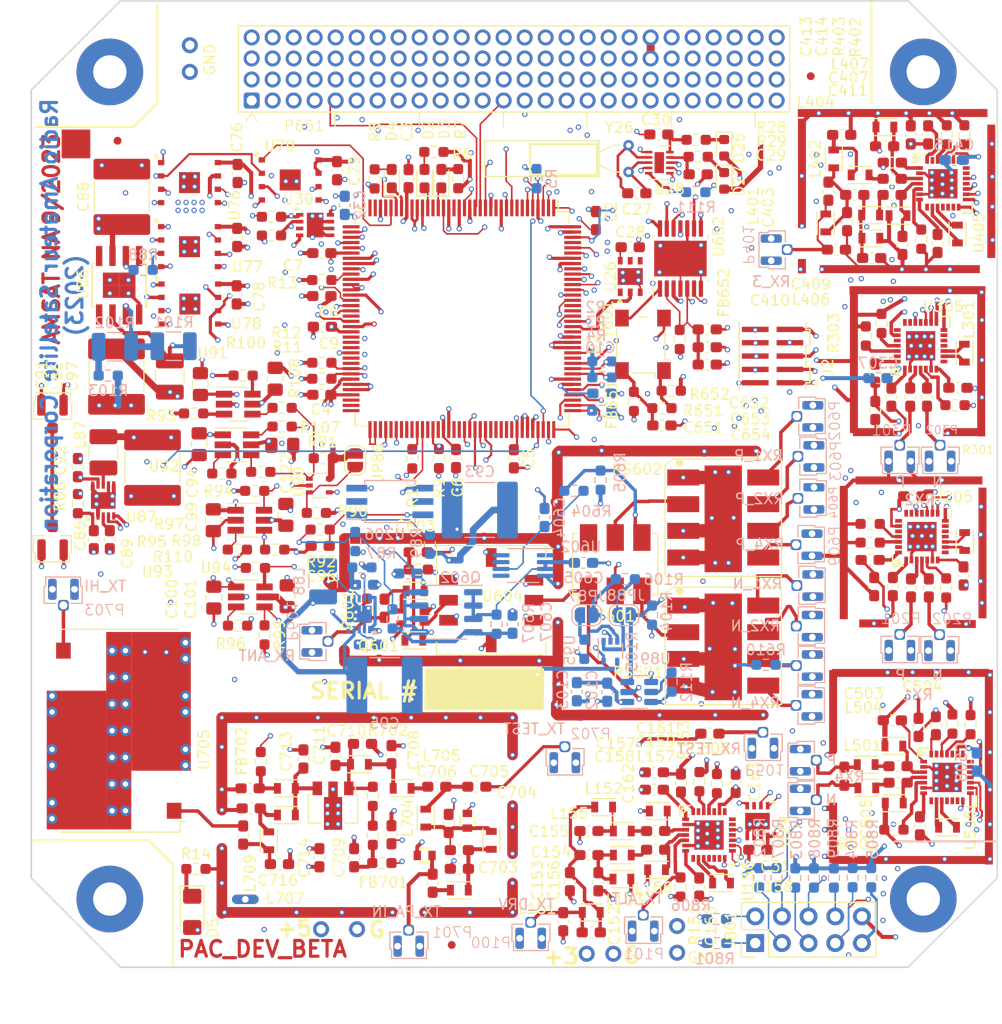
<source format=kicad_pcb>
(kicad_pcb (version 20221018) (generator pcbnew)
  (title_block (title "PacSat Alpha Board") (rev "0"))
  (layers (0 "F.Cu" signal "Top Components.Cu") (1 "In1.Cu" power "GND.Cu") (2 "In2.Cu" power "Signal 1 H.Cu") (3 "In3.Cu" signal "Signal 2 V.Cu") (4 "In4.Cu" signal "Power.Cu") (31 "B.Cu" signal "BackComponets.Cu") (34 "B.Paste" user) (35 "F.Paste" user) (36 "B.SilkS" user "B.Silkscreen") (37 "F.SilkS" user "F.Silkscreen") (38 "B.Mask" user) (39 "F.Mask" user) (44 "Edge.Cuts" user))
  (net 0 "")
  (net 1 "GND")
  (net 2 "+3.3V")
  (net 3 "+1V2")
  (net 4 "Net-(U26-CEXT)")
  (net 5 "Net-(C96-Pad1)")
  (net 6 "-2V BIAS")
  (net 7 "+5V")
  (net 8 "Net-(U28-X2)")
  (net 9 "Net-(U87-SS)")
  (net 10 "REG_3V3")
  (net 11 "REG_1V2")
  (net 12 "AX5043_3V3")
  (net 13 "SSPA_VCC")
  (net 14 "TX_OUT_DRV")
  (net 15 "/TX_ax5043/TXb_N")
  (net 16 "/TX_ax5043/TXb_P")
  (net 17 "/TX_ax5043/TXANT_P")
  (net 18 "/TX_ax5043/TXa_P")
  (net 19 "/TX_ax5043/TCANT_N")
  (net 20 "/TX_ax5043/TXa_N")
  (net 21 "Net-(U28-X1)")
  (net 22 "Net-(C603-Pad1)")
  (net 23 "Net-(C152-Pad1)")
  (net 24 "/RX_1_ax5044/RXANT_P")
  (net 25 "/RX_1_ax5044/RX1_P")
  (net 26 "/RX_1_ax5044/RXANT_N")
  (net 27 "/RX_1_ax5044/RX1_N")
  (net 28 "/RX_2_ax5045/RX2ANT_P")
  (net 29 "/RX_2_ax5045/RX2a_P")
  (net 30 "Net-(C159-Pad1)")
  (net 31 "Net-(C160-Pad1)")
  (net 32 "Net-(D2-K)")
  (net 33 "Net-(D2-A)")
  (net 34 "Net-(U156-CLK16P)")
  (net 35 "Net-(D3-K)")
  (net 36 "/RX_2_ax5045/RX2ANT_N")
  (net 37 "Net-(D3-A)")
  (net 38 "/RX_2_ax5045/RX2A_N")
  (net 39 "Net-(C203-Pad1)")
  (net 40 "Net-(U205-CLK16P)")
  (net 41 "Net-(U305-CLK16P)")
  (net 42 "Net-(P601-In)")
  (net 43 "Net-(C402-Pad1)")
  (net 44 "/RX_3_ax5045/RX3b_N")
  (net 45 "/RX_3_ax5045/RX3b_P")
  (net 46 "UART_RX1")
  (net 47 "UART_TX1")
  (net 49 "/RX_3_ax5045/RX3_P")
  (net 50 "Net-(C411-Pad1)")
  (net 51 "ATTACHED")
  (net 52 "ALERT_SIGNAL")
  (net 53 "FCODE_D0")
  (net 54 "FCODE_D3")
  (net 55 "FCODE_STROBE")
  (net 56 "CMD_MODE")
  (net 57 "Net-(C412-Pad1)")
  (net 58 "Net-(U405-CLK16P)")
  (net 59 "Net-(U305-L2)")
  (net 60 "Net-(U305-L1)")
  (net 61 "Net-(U405-L2)")
  (net 62 "Net-(U405-L1)")
  (net 63 "Net-(U505-L2)")
  (net 64 "Net-(U505-L1)")
  (net 65 "/RX_3_ax5045/RX3_N")
  (net 66 "/RX_3_ax5045/RX3a_P")
  (net 67 "Net-(C505-Pad1)")
  (net 68 "Net-(U505-CLK16P)")
  (net 69 "Net-(Q601-G)")
  (net 70 "VSYS")
  (net 71 "PB_ENABLE")
  (net 73 "UART_TX2")
  (net 74 "UART_RX2")
  (net 78 "Net-(T601-AA)")
  (net 79 "Net-(U90-EN_N)")
  (net 80 "Net-(U2-N2HET1_11)")
  (net 81 "Net-(R89-Pad1)")
  (net 82 "Net-(U94-SETI)")
  (net 83 "Net-(U92-ON)")
  (net 84 "Net-(U205-ANTP1)")
  (net 85 "Clock0")
  (net 86 "Net-(C303-Pad1)")
  (net 87 "Net-(C304-Pad1)")
  (net 88 "Clock1")
  (net 89 "Net-(U405-ANTP1)")
  (net 90 "/RX_3_ax5045/RX3a_N")
  (net 91 "Clock2")
  (net 95 "Net-(C504-Pad1)")
  (net 102 "Clock3")
  (net 111 "Net-(C602-Pad1)")
  (net 114 "Net-(U405-GPADC1)")
  (net 115 "Net-(U405-GPADC2)")
  (net 124 "Net-(U505-ANTP1)")
  (net 127 "Net-(U505-GPADC1)")
  (net 128 "Net-(U505-GPADC2)")
  (net 130 "Clock4")
  (net 131 "AX5043_SEL_0")
  (net 132 "AX5043_IRQ")
  (net 133 "AX5043_SEL_1")
  (net 134 "AX5043_MOSI")
  (net 135 "AX5043_SEL_2")
  (net 136 "AX5043_MISO")
  (net 137 "AX5043_SEL_3")
  (net 138 "AX5043_CLK")
  (net 139 "Net-(U205-L2)")
  (net 140 "Net-(U205-L1)")
  (net 141 "FAULT_N")
  (net 142 "Net-(J2-P10)")
  (net 143 "Net-(U2-nTRST)")
  (net 144 "Net-(D4-A)")
  (net 145 "VER_BIT3")
  (net 146 "VER_BIT2")
  (net 147 "VER_BIT1")
  (net 148 "VER_BIT0")
  (net 149 "Net-(U2-nPORRST)")
  (net 150 "I2C_SDA")
  (net 151 "I2C_SCL")
  (net 152 "Net-(U92-SETI)")
  (net 153 "AX5043_SEL_4")
  (net 154 "Net-(U205-GPADC1)")
  (net 155 "Net-(U156-GPADC1)")
  (net 156 "Net-(U156-GPADC2)")
  (net 157 "Net-(U305-GPADC1)")
  (net 158 "Net-(U305-GPADC2)")
  (net 159 "Net-(T601-SC)")
  (net 160 "USB_Suspend_Low")
  (net 161 "UART_CTS")
  (net 162 "UART_RTS")
  (net 163 "AX5043_IRQ_RX1")
  (net 167 "AX5043_IRQ_RX3")
  (net 168 "Net-(U91-SETI)")
  (net 169 "PWR_SW_AX5043")
  (net 170 "PWR_FLAG_AX5043")
  (net 171 "PWR_SW_SSPA")
  (net 172 "PWR_FLAG_SSPA")
  (net 173 "Clock5")
  (net 181 "Net-(U156-L1)")
  (net 182 "Net-(U156-L2)")
  (net 186 "Net-(D4-K)")
  (net 187 "Net-(J2-P6)")
  (net 188 "Net-(J2-P4)")
  (net 189 "Net-(J2-P2)")
  (net 190 "Net-(J2-P8)")
  (net 191 "Net-(J2-P7)")
  (net 194 "Net-(U87-LX)")
  (net 195 "Net-(C204-Pad2)")
  (net 196 "WDO_N")
  (net 197 "MRAM_NCS3")
  (net 198 "MRAM_NCS2")
  (net 199 "MRAM_NCS1")
  (net 202 "MRAM_MOSI")
  (net 203 "MRAM_MISO")
  (net 204 "MRAM_CLK")
  (net 205 "MRAM_NCS0")
  (net 206 "ONEWIRE")
  (net 207 "FEED_WATCHDOG")
  (net 212 "HW_POWER_OFF_N")
  (net 227 "AX5043_IRQ_RX2")
  (net 229 "AX5043_IRQ_TX")
  (net 237 "Current Fault_1V2")
  (net 240 "Current Fault_3V3")
  (net 242 "CURRENT_FAULT_U89")
  (net 255 "Net-(U88-SS)")
  (net 256 "REG_5.0V")
  (net 257 "Net-(U86-OUT)")
  (net 258 "Net-(U88-LX)")
  (net 259 "Net-(U93-SETI)")
  (net 260 "Net-(U91-ON)")
  (net 261 "REG_5V_EN")
  (net 264 "Net-(D26-K)")
  (net 265 "Net-(D27-K)")
  (net 269 "/Rx_Power_Divider/S+")
  (net 270 "/Rx_Power_Divider/S-")
  (net 271 "Net-(U156-VDD_IO)")
  (net 273 "Net-(U602-OUT)")
  (net 274 "/Rx_Power_Divider/Port4_N")
  (net 277 "/RX_4_ax5045/RX4b_P")
  (net 278 "/RX_4_ax5045/RX4b_N")
  (net 281 "/RX_4_ax5045/RX4ANT_P")
  (net 282 "/RX_4_ax5045/RX4a_P")
  (net 283 "/RX_4_ax5045/RX4ANT_N")
  (net 284 "/RX_4_ax5045/RX4a_N")
  (net 285 "Net-(Q602-Gate)")
  (net 286 "Net-(Q601-D)")
  (net 287 "Net-(Q602-D-Pad5)")
  (net 288 "/Rx_Power_Divider/Port3_N")
  (net 289 "/Rx_Power_Divider/Port2_N")
  (net 290 "/Rx_Power_Divider/Port1_N")
  (net 291 "/Rx_Power_Divider/Port4_P")
  (net 292 "/Rx_Power_Divider/Port3_P")
  (net 293 "/Rx_Power_Divider/Port2_P")
  (net 294 "Net-(P610-In)")
  (net 295 "Net-(U28-Vbat)")
  (net 296 "Net-(U28-VCC)")
  (net 297 "Net-(U87-IN)")
  (net 298 "Net-(U88-D1)")
  (net 299 "Net-(U602-Vin)")
  (net 300 "Net-(U652-1G)")
  (net 301 "Net-(U88-INP)")
  (net 302 "AX5043_IRQ_RX4")
  (net 305 "GIOB_3")
  (net 306 "GIOA_2")
  (net 307 "GOIB_1")
  (net 371 "GIOA_6")
  (net 377 "Net-(P701-In)")
  (net 378 "Net-(C701-Pad2)")
  (net 379 "Net-(C702-Pad2)")
  (net 380 "Net-(C703-Pad2)")
  (net 381 "Net-(C705-Pad1)")
  (net 382 "Net-(P702-In)")
  (net 383 "Net-(C706-Pad1)")
  (net 384 "Net-(C708-Pad1)")
  (net 385 "Net-(C709-Pad1)")
  (net 386 "Net-(Q701-G)")
  (net 387 "Net-(C712-Pad1)")
  (net 388 "Net-(Q701-D)")
  (net 389 "Net-(C715-Pad1)")
  (net 390 "Net-(C716-Pad1)")
  (net 391 "Net-(U705-IN)")
  (net 392 "Net-(R701-Pad2)")
  (net 393 "Net-(U205-GPADC2)")
  (net 394 "Net-(U305-ANTP1)")
  (net 397 "/Rx_Power_Divider/Port1_P")
  (net 400 "Net-(D5-K)")
  (net 401 "Net-(U86-FB)")
  (net 402 "Net-(R102-Pad2)")
  (net 403 "Net-(TP1-In)")
  (net 404 "Net-(Y601-VDD)")
  (net 405 "Net-(Y601-VC)")
  (net 406 "Net-(U652-CLKIN)")
  (net 407 "Net-(U95-EN_N)")
  (net 408 "Alarm XMIT Shutdown")
  (net 409 "Net-(U95-WDO_N)")
  (net 410 "Net-(U89-CT)")
  (net 411 "Net-(U28-INTB_N)")
  (net 412 "Net-(U89-QOD)")
  (net 413 "Net-(P401-In)")
  (net 414 "Net-(P101-In)")
  (net 415 "Net-(P703-In)")
  (footprint "Capacitor_SMD:C_0603_1608Metric_Pad1.08x0.95mm_HandSolder" (layer "F.Cu") (at 203.7715 78.9305 90)
    (fp_text reference "C2")
    (fp_text value "100n")
  )
  (footprint "Capacitor_SMD:C_0603_1608Metric_Pad1.08x0.95mm_HandSolder" (layer "F.Cu") (at 185.928 74.93 90)
    (fp_text reference "C3")
    (fp_text value "100n")
  )
  (footprint "Capacitor_SMD:C_0603_1608Metric_Pad1.08x0.95mm_HandSolder" (layer "F.Cu") (at 177.673 95.504 180)
    (fp_text reference "C4")
    (fp_text value "100n")
  )
  (footprint "Capacitor_SMD:C_0603_1608Metric_Pad1.08x0.95mm_HandSolder" (layer "F.Cu") (at 195.961 101.6 -90)
    (fp_text reference "C5")
    (fp_text value "100n")
  )
  (footprint "Capacitor_SMD:C_0603_1608Metric_Pad1.08x0.95mm_HandSolder" (layer "F.Cu") (at 190.4492 101.5746 -90)
    (fp_text reference "C6")
    (fp_text value "100n")
  )
  (footprint "Capacitor_SMD:C_0603_1608Metric_Pad1.08x0.95mm_HandSolder" (layer "F.Cu") (at 177.673 82.0166 180)
    (fp_text reference "C7")
    (fp_text value "100n")
  )
  (footprint "Capacitor_SMD:C_0603_1608Metric_Pad1.08x0.95mm_HandSolder" (layer "F.Cu") (at 177.673 86.106 180)
    (fp_text reference "C8")
    (fp_text value "100n")
  )
  (footprint "Capacitor_SMD:C_0603_1608Metric_Pad1.08x0.95mm_HandSolder" (layer "F.Cu") (at 177.7238 89.027 180)
    (fp_text reference "C9")
    (fp_text value "100n")
  )
  (footprint "LED_SMD:LED_0603_1608Metric_Pad1.05x0.95mm_HandSolder" (layer "F.Cu") (at 187.452 74.93 90)
    (fp_text reference "D2")
    (fp_text value "RED")
  )
  (footprint "LED_SMD:LED_0603_1608Metric_Pad1.05x0.95mm_HandSolder" (layer "F.Cu") (at 189.0522 74.93 90)
    (fp_text reference "D3")
    (fp_text value "YEL")
  )
  (footprint "PacSatDev_ti:TQFP-144_20x20mm_Pitch0.5mm" (layer "F.Cu") (at 191.008 88.265 -90)
    (fp_text reference "U2")
    (fp_text value "TMS570LS0914PGE")
  )
  (footprint "Capacitor_SMD:C_0805_2012Metric_Pad1.18x1.45mm_HandSolder" (layer "F.Cu") (at 165.989 100.208 -90)
    (fp_text reference "C98" hide)
    (fp_text value "1u")
  )
  (footprint "Capacitor_SMD:C_0805_2012Metric_Pad1.18x1.45mm_HandSolder" (layer "F.Cu") (at 167.339 107.447 -90)
    (fp_text reference "C99")
    (fp_text value "1u")
  )
  (footprint "Resistor_SMD:R_0603_1608Metric_Pad0.98x0.95mm_HandSolder" (layer "F.Cu") (at 238.866973 70.765075 90)
    (fp_text reference "R402")
    (fp_text value "0R")
  )
  (footprint "Capacitor_SMD:C_0603_1608Metric_Pad1.08x0.95mm_HandSolder" (layer "F.Cu") (at 190.7665 140.628)
    (fp_text reference "C702" hide)
    (fp_text value "5p6")
  )
  (footprint "Capacitor_SMD:C_0603_1608Metric_Pad1.08x0.95mm_HandSolder" (layer "F.Cu") (at 180.7464 139.5741 90)
    (fp_text reference "C709")
    (fp_text value "100p")
  )
  (footprint "PacSatDev_misc:L_Murata_LQH2MCNxxxx02_2.0x1.6mm" (layer "F.Cu") (at 237.2614 136.6774)
    (fp_text reference "L505" hide)
    (fp_text value "0")
  )
  (footprint "Capacitor_SMD:C_0603_1608Metric_Pad1.08x0.95mm_HandSolder" (layer "F.Cu") (at 232.5487 130.864473 180)
    (fp_text reference "C502" hide)
    (fp_text value "22p")
  )
  (footprint "PacSatDev_misc:RF_SHIELD_BMI_S_202_F_U401" (layer "F.Cu") (at 223.319973 68.733075 -90)
    (fp_text reference "U401" hide)
    (fp_text value "RFShield_OnePiece")
  )
  (footprint "Capacitor_SMD:C_0603_1608Metric_Pad1.08x0.95mm_HandSolder" (layer "F.Cu") (at 178.9684 129.9221 90)
    (fp_text reference "C711")
    (fp_text value "15p")
  )
  (footprint "Resistor_SMD:R_0603_1608Metric_Pad0.98x0.95mm_HandSolder" (layer "F.Cu") (at 177.510754 108.334546 180)
    (fp_text reference "R92")
    (fp_text value "1K")
  )
  (footprint "Resistor_SMD:R_0603_1608Metric_Pad0.98x0.95mm_HandSolder" (layer "F.Cu") (at 171.8564 102.8446)
    (fp_text reference "R109" hide)
    (fp_text value "0R")
  )
  (footprint "Capacitor_SMD:C_0603_1608Metric_Pad1.08x0.95mm_HandSolder" (layer "F.Cu") (at 235.482 113.8943 -90)
    (fp_text reference "C202" hide)
    (fp_text value "4p3")
  )
  (footprint "Capacitor_SMD:C_0603_1608Metric_Pad1.08x0.95mm_HandSolder" (layer "F.Cu") (at 211.875 132.461 -90)
    (fp_text reference "C162")
    (fp_text value "10p")
  )
  (footprint "Capacitor_SMD:C_2220_5650Metric_Pad1.97x5.40mm_HandSolder" (layer "F.Cu") (at 158.115 93.777 -90)
    (fp_text reference "C91")
    (fp_text value "22u")
  )
  (footprint "Package_TO_SOT_SMD:SOT-89-3" (layer "F.Cu") (at 178.7384 134.9201 -90)
    (fp_text reference "Q701" hide)
    (fp_text value "ATF05MS004NT1")
  )
  (footprint "Capacitor_SMD:C_0603_1608Metric_Pad1.08x0.95mm_HandSolder" (layer "F.Cu") (at 175.9204 130.1761 90)
    (fp_text reference "C713")
    (fp_text value "2200p")
  )
  (footprint "Fiducial:Fiducial_0.75mm_Mask1.5mm" (layer "F.Cu") (at 190.0428 147.8788)
    (fp_text reference "REF**" hide)
    (fp_text value "Fiducial_0.75mm_Mask1.5mm")
  )
  (footprint "PacSatDev_everspin:MR2xH40_DFN_SmallFlag" (layer "F.Cu") (at 165.067 81.407 -90)
    (fp_text reference "U77")
    (fp_text value "MR25H40CDE" hide)
  )
  (footprint "Capacitor_SMD:C_0603_1608Metric_Pad1.08x0.95mm_HandSolder" (layer "F.Cu") (at 210.058 98.425)
    (fp_text reference "C651")
    (fp_text value "0.1u")
  )
  (footprint "Resistor_SMD:R_0603_1608Metric_Pad0.98x0.95mm_HandSolder" (layer "F.Cu") (at 165.462 97.282 180)
    (fp_text reference "R93")
    (fp_text value "45k8 1%")
  )
  (footprint "PacSatDev_misc:U_FL SMD" (layer "F.Cu") (at 152.019 96.4946 180)
    (fp_text reference "TP2" hide)
    (fp_text value "U_FL")
  )
  (footprint "Capacitor_SMD:C_0603_1608Metric_Pad1.08x0.95mm_HandSolder" (layer "F.Cu") (at 229.894 111.2273)
    (fp_text reference "C206" hide)
    (fp_text value "10p")
  )
  (footprint "Resistor_SMD:R_0603_1608Metric_Pad0.98x0.95mm_HandSolder" (layer "F.Cu") (at 182.7022 74.9554 90)
    (fp_text reference "R8")
    (fp_text value "3K")
  )
  (footprint "Capacitor_SMD:C_0603_1608Metric_Pad1.08x0.95mm_HandSolder" (layer "F.Cu") (at 232.053 113.7673 -90)
    (fp_text reference "C203" hide)
    (fp_text value "10n")
  )
  (footprint "PacSatDev_misc:Wire_Hole" (layer "F.Cu") (at 181.0258 146.3802 90)
    (fp_text reference "H15" hide)
    (fp_text value "Wire_Hole" hide)
  )
  (footprint "LED_SMD:LED_1206_3216Metric_Pad1.42x1.75mm_HandSolder" (layer "F.Cu") (at 165.3286 144.7292 -90)
    (fp_text reference "D5")
    (fp_text value "LED")
  )
  (footprint "Capacitor_SMD:C_0603_1608Metric_Pad1.08x0.95mm_HandSolder" (layer "F.Cu") (at 214.376 89.281)
    (fp_text reference "C652")
    (fp_text value "0.1u")
  )
  (footprint "Resistor_SMD:R_0603_1608Metric_Pad0.98x0.95mm_HandSolder" (layer "F.Cu") (at 181.973489 115.824 90)
    (fp_text reference "R601")
    (fp_text value "5 Meg")
  )
  (footprint "Capacitor_SMD:C_0603_1608Metric_Pad1.08x0.95mm_HandSolder" (layer "F.Cu") (at 227.690973 79.020075 -90)
    (fp_text reference "C403")
    (fp_text value "27p")
  )
  (footprint "Capacitor_SMD:C_0603_1608Metric_Pad1.08x0.95mm_HandSolder" (layer "F.Cu") (at 226.674973 81.687075)
    (fp_text reference "C401" hide)
    (fp_text value "27p")
  )
  (footprint "PacSatDev_maxim:TDFN_T633_2" (layer "F.Cu") (at 207.042 84.2475 90)
    (fp_text reference "U26")
    (fp_text value "DS28E83Q+T" hide)
  )
  (footprint "Capacitor_SMD:C_0603_1608Metric_Pad1.08x0.95mm_HandSolder" (layer "F.Cu") (at 235.307 95.7326 -90)
    (fp_text reference "C302" hide)
    (fp_text value "4p3")
  )
  (footprint "Package_DFN_QFN:TDFN-10-1EP_2x3mm_P0.5mm_EP0.9x2mm" (layer "F.Cu") (at 209.8075 73.406)
    (fp_text reference "U28")
    (fp_text value "MAX31331TETB+")
  )
  (footprint "Resistor_SMD:R_0603_1608Metric_Pad0.98x0.95mm_HandSolder" (layer "F.Cu") (at 173.8884 98.5266 180)
    (fp_text reference "R107")
    (fp_text value "10K")
  )
  (footprint "Resistor_SMD:R_0603_1608Metric_Pad0.98x0.95mm_HandSolder" (layer "F.Cu") (at 173.181 110.241)
    (fp_text reference "R98")
    (fp_text value "4.7k")
  )
  (footprint "Resistor_SMD:R_0603_1608Metric_Pad0.98x0.95mm_HandSolder" (layer "F.Cu") (at 172.8743 78.5622)
    (fp_text reference "R30" hide)
    (fp_text value "4k7")
  )
  (footprint "Capacitor_SMD:C_0603_1608Metric_Pad1.08x0.95mm_HandSolder" (layer "F.Cu") (at 234.5 127.164 90)
    (fp_text reference "C506" hide)
    (fp_text value "6.8p")
  )
  (footprint "PacSatDev_misc:CUBESAT_MOUNT_HOLE" (layer "F.Cu") (at 234.95 143.51)
    (fp_text reference "H104" hide)
    (fp_text value "CUBESAT_MOUNT_HOLE" hide)
  )
  (footprint "PacSatDev_misc:PacSat_Dev_4_26" (layer "F.Cu") (at 170.9856 67.4906)
    (fp_text reference "P651")
    (fp_text value "Conn_04x26_Pin")
  )
  (footprint "PacSatDev_misc:Wire_Hole" (layer "F.Cu") (at 205.4352 148.717 180)
    (fp_text reference "H13" hide)
    (fp_text value "Wire_Hole" hide)
  )
  (footprint "PacSatDev_misc:L_Murata_LQH2MCNxxxx02_2.0x1.6mm" (layer "F.Cu") (at 229.957488 80.59794)
    (fp_text reference "L403" hide)
    (fp_text value "68n")
  )
  (footprint "Resistor_SMD:R_0603_1608Metric_Pad0.98x0.95mm_HandSolder" (layer "F.Cu") (at 177.1555 106.751)
    (fp_text reference "R90")
    (fp_text value "10k")
  )
  (footprint "Capacitor_SMD:C_0603_1608Metric_Pad1.08x0.95mm_HandSolder" (layer "F.Cu") (at 227.182973 70.765075)
    (fp_text reference "C405" hide)
    (fp_text value "1p")
  )
  (footprint "PacSatDev_maxim:TDFN_T1033_1" (layer "F.Cu") (at 156.853 105.5685 90)
    (fp_text reference "U87")
    (fp_text value "MAX1556AEBT+" hide)
  )
  (footprint "Capacitor_SMD:C_0603_1608Metric_Pad1.08x0.95mm_HandSolder" (layer "F.Cu") (at 203.327 146.685 180)
    (fp_text reference "C152")
    (fp_text value "NS")
  )
  (footprint "Capacitor_SMD:C_0603_1608Metric_Pad1.08x0.95mm_HandSolder" (layer "F.Cu") (at 238.784 112.7513 90)
    (fp_text reference "C204" hide)
    (fp_text value "10n")
  )
  (footprint "Capacitor_SMD:C_0603_1608Metric_Pad1.08x0.95mm_HandSolder" (layer "F.Cu") (at 233.760473 70.765075 90)
    (fp_text reference "C413")
    (fp_text value "6.8p")
  )
  (footprint "PacSatDev_murata:L_0603" (layer "F.Cu") (at 191.5285 136.056 -90)
    (fp_text reference "L703" hide)
    (fp_text value "18n")
  )
  (footprint "Capacitor_SMD:C_0603_1608Metric_Pad1.08x0.95mm_HandSolder" (layer "F.Cu") (at 157.48 109.3005 -90)
    (fp_text reference "C89")
    (fp_text value "1000p")
  )
  (footprint "PacSatDev_misc:L_Murata_LQH2MCNxxxx02_2.0x1.6mm" (layer "F.Cu") (at 225.658973 79.147075 -90)
    (fp_text reference "L401")
    (fp_text value "30")
  )
  (footprint "Capacitor_SMD:C_0603_1608Metric_Pad1.08x0.95mm_HandSolder" (layer "F.Cu") (at 169.602354 80.529653 -90)
    (fp_text reference "C77" hide)
    (fp_text value "100n")
  )
  (footprint "Resistor_SMD:R_0603_1608Metric_Pad0.98x0.95mm_HandSolder" (layer "F.Cu") (at 237.133 113.8943 -90)
    (fp_text reference "R201" hide)
    (fp_text value "50")
  )
  (footprint "PacSatDev_misc:L_Murata_LQH2MCNxxxx02_2.0x1.6mm" (layer "F.Cu") (at 174.2959 135.5101)
    (fp_text reference "L708" hide)
    (fp_text value "2n55")
  )
  (footprint "PacSatDev_misc:Mini-Circuits_HF1139_LandPatternPL-230" (layer "F.Cu") (at 158.3309 127.4826 180)
    (fp_text reference "U705")
    (fp_text value "SXBP-425+")
  )
  (footprint "PacSatDev_misc:Wire_Hole" (layer "F.Cu") (at 211.5058 148.6154 90)
    (fp_text reference "H10" hide)
    (fp_text value "Wire_Hole" hide)
  )
  (footprint "Resistor_SMD:R_0603_1608Metric_Pad0.98x0.95mm_HandSolder" (layer "F.Cu") (at 173.8884 96.7486)
    (fp_text reference "R108")
    (fp_text value "0R")
  )
  (footprint "Capacitor_SMD:C_0603_1608Metric_Pad1.08x0.95mm_HandSolder" (layer "F.Cu") (at 186.856 110.49)
    (fp_text reference "C603")
    (fp_text value "0.1 u")
  )
  (footprint "PacSatDev_misc:L_Murata_LQH2MCNxxxx02_2.0x1.6mm" (layer "F.Cu") (at 190.7665 142.66)
    (fp_text reference "L702" hide)
    (fp_text value "43n")
  )
  (footprint "PacSatDev_misc:CUBESAT_MOUNT_HOLE" (layer "F.Cu") (at 234.95 64.77)
    (fp_text reference "H103" hide)
    (fp_text value "CUBESAT_MOUNT_HOLE" hide)
  )
  (footprint "PacSatDev_misc:L_Murata_LQH2MCNxxxx02_2.0x1.6mm" (layer "F.Cu") (at 181.2544 130.6841 180)
    (fp_text reference "L706" hide)
    (fp_text value "5n5")
  )
  (footprint "Resistor_SMD:R_0603_1608Metric_Pad0.98x0.95mm_HandSolder" (layer "F.Cu") (at 234.757029 80.693912 -90)
    (fp_text reference "R401" hide)
    (fp_text value "50")
  )
  (footprint "Capacitor_SMD:C_0603_1608Metric_Pad1.08x0.95mm_HandSolder" (layer "F.Cu") (at 213.5124 74.5236)
    (fp_text reference "C29")
    (fp_text value "22u")
  )
  (footprint "Capacitor_SMD:C_0603_1608Metric_Pad1.08x0.95mm_HandSolder" (layer "F.Cu") (at 169.642268 74.442776 -90)
    (fp_text reference "C76")
    (fp_text value "100n")
  )
  (footprint "PacSatDev_misc:Wire_Hole" (layer "F.Cu") (at 211.5058 146.0754 90)
    (fp_text reference "H11" hide)
    (fp_text value "Wire_Hole" hide)
  )
  (footprint "Capacitor_SMD:C_0603_1608Metric_Pad1.08x0.95mm_HandSolder" (layer "F.Cu") (at 214.63 127.762 180)
    (fp_text reference "C606")
    (fp_text value "1u")
  )
  (footprint "Capacitor_SMD:C_0603_1608Metric_Pad1.08x0.95mm_HandSolder" (layer "F.Cu") (at 203.112 139.319 180)
    (fp_text reference "C154")
    (fp_text value "5p1")
  )
  (footprint "PacSatDev_misc:L_Murata_LQH2MCNxxxx02_2.0x1.6mm" (layer "F.Cu") (at 232.185808 134.368333)
    (fp_text reference "L504")
    (fp_text value "68n")
  )
  (footprint "PacSatDev_misc:L_Murata_LQH2MCNxxxx02_2.0x1.6mm" (layer "F.Cu") (at 229.5144 130.7084)
    (fp_text reference "L501")
    (fp_text value "68n")
  )
  (footprint "PacSatDev_misc:L_Murata_LQH2MCNxxxx02_2.0x1.6mm" (layer "F.Cu") (at 206.248 141.605)
    (fp_text reference "L153")
    (fp_text value "27n")
  )
  (footprint "Resistor_SMD:R_0603_1608Metric_Pad0.98x0.95mm_HandSolder" (layer "F.Cu") (at 172.212 118.364 -90)
    (fp_text reference "R99")
    (fp_text value "4.7k")
  )
  (footprint "Capacitor_SMD:C_0603_1608Metric_Pad1.08x0.95mm_HandSolder" (layer "F.Cu") (at 179.113526 74.173365 -90)
    (fp_text reference "C79")
    (fp_text value "100n")
  )
  (footprint "Package_TO_SOT_SMD:SOT-23-6_Handsoldering" (layer "F.Cu") (at 169.7095 96.398)
    (fp_text reference "U91")
    (fp_text value "MAX4995ALAUT")
  )
  (footprint "Resistor_SMD:R_0603_1608Metric_Pad0.98x0.95mm_HandSolder" (layer "F.Cu") (at 182.5244 133.7321 90)
    (fp_text reference "R702")
    (fp_text value "22")
  )
  (footprint "Capacitor_SMD:C_0603_1608Metric_Pad1.08x0.95mm_HandSolder" (layer "F.Cu") (at 192.4304 132.8166)
    (fp_text reference "C705")
    (fp_text value "2200p")
  )
  (footprint "Capacitor_SMD:C_0603_1608Metric_Pad1.08x0.95mm_HandSolder" (layer "F.Cu") (at 177.4444 139.5741 90)
    (fp_text reference "C714")
    (fp_text value "10u")
  )
  (footprint "Resistor_SMD:R_0603_1608Metric_Pad0.98x0.95mm_HandSolder" (layer "F.Cu") (at 229.894 107.7983 180)
    (fp_text reference "R203" hide)
    (fp_text value "0R")
  )
  (footprint "Capacitor_SMD:C_0805_2012Metric_Pad1.18x1.45mm_HandSolder" (layer "F.Cu") (at 166.1065 94.488 90)
    (fp_text reference "C97")
    (fp_text value "1u")
  )
  (footprint "RF_Mini-Circuits:Mini-Circuits_CD542_H2.84mm" (layer "F.Cu") (at 205.613 111.633 90)
    (fp_text reference "T601")
    (fp_text value "ADT4-1WT+")
  )
  (footprint "Capacitor_SMD:C_0603_1608Metric_Pad1.08x0.95mm_HandSolder" (layer "F.Cu") (at 213.614 142.367 -90)
    (fp_text reference "C160")
    (fp_text value "10n")
  )
  (footprint "Inductor_SMD:L_1210_3225Metric_Pad1.42x2.65mm_HandSolder" (layer "F.Cu") (at 156.869 100.984 90)
    (fp_text reference "L87")
    (fp_text value "3u3")
  )
  (footprint "Capacitor_SMD:C_0603_1608Metric_Pad1.08x0.95mm_HandSolder" (layer "F.Cu") (at 209.462 137.033 180)
    (fp_text reference "C157")
    (fp_text value "4p3")
  )
  (footprint "Capacitor_SMD:C_0603_1608Metric_Pad1.08x0.95mm_HandSolder" (layer "F.Cu") (at 232.970847 81.289306 -90)
    (fp_text reference "C408" hide)
    (fp_text value "10p")
  )
  (footprint "PacSatDev_misc:L_Murata_LQH2MCNxxxx02_2.0x1.6mm" (layer "F.Cu") (at 172.6184 137.9621 90)
    (fp_text reference "L709")
    (fp_text value "8n1")
  )
  (footprint "Capacitor_SMD:C_0603_1608Metric_Pad1.08x0.95mm_HandSolder" (layer "F.Cu") (at 209.764 70.723 180)
    (fp_text reference "C30")
    (fp_text value "22u")
  )
  (footprint "PacSatDev_misc:L_Murata_LQH2MCNxxxx02_2.0x1.6mm" (layer "F.Cu") (at 203.327 144.78)
    (fp_text reference "L151")
    (fp_text value "0")
  )
  (footprint "Resistor_SMD:R_0603_1608Metric_Pad0.98x0.95mm_HandSolder" (layer "F.Cu") (at 229.894 109.5763 180)
    (fp_text reference "R202" hide)
    (fp_text value "0R")
  )
  (footprint "PacSatDev_misc:L_Murata_LQH2MCNxxxx02_2.0x1.6mm" (layer "F.Cu") (at 229.574684 132.92384)
    (fp_text reference "L502" hide)
    (fp_text value "68n")
  )
  (footprint "Resistor_SMD:R_0603_1608Metric_Pad0.98x0.95mm_HandSolder" (layer "F.Cu") (at 213.5124 72.8472)
    (fp_text reference "R29")
    (fp_text value "4k7")
  )
  (footprint "Package_TO_SOT_SMD:SOT-23-6_Handsoldering" (layer "F.Cu") (at 169.592 100.269)
    (fp_text reference "U92")
    (fp_text value "MAX4995ALAUT")
  )
  (footprint "PacSatDev_misc:RF_SHIELD_BMI_S_201_F_U301" (layer "F.Cu") (at 228.326932 99.1616)
    (fp_text reference "U301" hide)
    (fp_text value "RFShield_OnePiece")
  )
  (footprint "Resistor_SMD:R_0603_1608Metric_Pad0.98x0.95mm_HandSolder" (layer "F.Cu") (at 210.947 95.123)
    (fp_text reference "R652")
    (fp_text value "10K")
  )
  (footprint "Resistor_SMD:R_0603_1608Metric_Pad0.98x0.95mm_HandSolder" (layer "F.Cu") (at 237.974 96.4946)
    (fp_text reference "R301")
    (fp_text value "50")
  )
  (footprint "Capacitor_SMD:C_0603_1608Metric_Pad1.08x0.95mm_HandSolder" (layer "F.Cu") (at 232.0025 73.406 180)
    (fp_text reference "C411")
    (fp_text value "10n")
  )
  (footprint "Resistor_SMD:R_0603_1608Metric_Pad0.98x0.95mm_HandSolder" (layer "F.Cu") (at 172.8743 80.3402)
    (fp_text reference "R31" hide)
    (fp_text value "4k7")
  )
  (footprint "Capacitor_SMD:C_0603_1608Metric_Pad1.08x0.95mm_HandSolder" (layer "F.Cu") (at 233.7054 95.7326 -90)
    (fp_text reference "C301" hide)
    (fp_text value "4p3")
  )
  (footprint "Capacitor_SMD:C_0603_1608Metric_Pad1.08x0.95mm_HandSolder" (layer "F.Cu") (at 188.2265 141.9985 -90)
    (fp_text reference "C701" hide)
    (fp_text value "4p3")
  )
  (footprint "PacSatDev_misc:TB-471" (layer "F.Cu") (at 187.4529 117.22735 90)
    (fp_text reference "Q601")
    (fp_text value "SAV-331+")
  )
  (footprint "Resistor_SMD:R_0603_1608Metric_Pad0.98x0.95mm_HandSolder" (layer "F.Cu") (at 177.814 101.544 180)
    (fp_text reference "R91")
    (fp_text value "10k")
  )
  (footprint "Capacitor_SMD:C_0603_1608Metric_Pad1.08x0.95mm_HandSolder" (layer "F.Cu") (at 236.313172 81.099863 -90)
    (fp_text reference "C412" hide)
    (fp_text value "10n")
  )
  (footprint "Resistor_SMD:R_0603_1608Metric_Pad0.98x0.95mm_HandSolder" (layer "F.Cu") (at 177.673 84.582)
    (fp_text reference "R13")
    (fp_text value "3k3")
  )
  (footprint "Capacitor_SMD:C_0603_1608Metric_Pad1.08x0.95mm_HandSolder" (layer "F.Cu") (at 170.8404 132.9701 180)
    (fp_text reference "C712" hide)
    (fp_text value "100p")
  )
  (footprint "PacSatDev_everspin:MR2xH40_DFN_SmallFlag" (layer "F.Cu") (at 165.067 75.307 -90)
    (fp_text reference "U76")
    (fp_text value "MR25H40CDE" hide)
  )
  (footprint "Capacitor_SMD:C_0603_1608Metric_Pad1.08x0.95mm_HandSolder" (layer "F.Cu") (at 209.335 133.096 180)
    (fp_text reference "C159")
    (fp_text value "10n")
  )
  (footprint "PacSatDev_misc:L_Murata_LQH2MCNxxxx02_2.0x1.6mm" (layer "F.Cu") (at 206.287 137.033)
    (fp_text reference "L154" hide)
    (fp_text value "43n")
  )
  (footprint "Capacitor_SMD:C_0603_1608Metric_Pad1.08x0.95mm_HandSolder" (layer "F.Cu") (at 232.5487 132.434371 180)
    (fp_text reference "C503")
    (fp_text value "22p")
  )
  (footprint "Capacitor_SMD:C_0603_1608Metric_Pad1.08x0.95mm_HandSolder" (layer "F.Cu") (at 188.6204 132.8166)
    (fp_text reference "C706")
    (fp_text value "18p")
  )
  (footprint "Diode_SMD:D_0603_1608Metric" (layer "F.Cu") (at 215.987 75.1425 -90)
    (fp_text reference "D27")
    (fp_text value "RB521CS30L,315 ")
  )
  (footprint "Capacitor_SMD:C_0603_1608Metric_Pad1.08x0.95mm_HandSolder" (layer "F.Cu") (at 214.376 90.9785)
    (fp_text reference "C653")
    (fp_text value "0.1u")
  )
  (footprint "Capacitor_SMD:C_0805_2012Metric_Pad1.18x1.45mm_HandSolder" (layer "F.Cu") (at 173.905098 100.317884 180)
    (fp_text reference "C122")
    (fp_text value "1u")
  )
  (footprint "Capacitor_SMD:C_0603_1608Metric_Pad1.08x0.95mm_HandSolder" (layer "F.Cu") (at 190.7665 138.85 180)
    (fp_text reference "C703")
    (fp_text value "4p3")
  )
  (footprint "Capacitor_SMD:C_0603_1608Metric_Pad1.08x0.95mm_HandSolder" (layer "F.Cu") (at 230.03543 82.488046)
    (fp_text reference "C406" hide)
    (fp_text value "5p6")
  )
  (footprint "Capacitor_SMD:C_0603_1608Metric_Pad1.08x0.95mm_HandSolder" (layer "F.Cu") (at 154.432 102.4425 90)
    (fp_text reference "C92")
    (fp_text value "10u")
  )
  (footprint "Capacitor_SMD:C_0603_1608Metric_Pad1.08x0.95mm_HandSolder" (layer "F.Cu") (at 217.082 132.486731 90)
    (fp_text reference "C163")
    (fp_text value "10n")
  )
  (footprint "PacSatDev_misc:CUBESAT_MOUNT_HOLE" (layer "F.Cu") (at 157.48 143.51)
    (fp_text reference "H102" hide)
    (fp_text value "CUBESAT_MOUNT_HOLE" hide)
  )
  (footprint "PacSatDev_misc:Wire_Hole" (layer "F.Cu") (at 165.1 64.77 90)
    (fp_text reference "H17" hide)
    (fp_text value "Wire_Hole" hide)
  )
  (footprint "PacSatDev_onsemi:QFN28" (layer "F.Cu") (at 214.542 137.414)
    (fp_text reference "U156")
    (fp_text value "AX5043" hide)
  )
  (footprint "PacSatDev_misc:L_Murata_LQH2MCNxxxx02_2.0x1.6mm" (layer "F.Cu") (at 186.563 114.173 180)
    (fp_text reference "L601" hide)
    (fp_text value "620nH")
  )
  (footprint "Jumper:SolderJumper-2_P1.3mm_Open_RoundedPad1.0x1.5mm" (layer "F.Cu") (at 180.848 101.742 -90)
    (fp_text reference "JP86")
    (fp_text value "Disable Watchdog")
  )
  (footprint "Capacitor_SMD:C_0603_1608Metric_Pad1.08x0.95mm_HandSolder" (layer "F.Cu") (at 236.151 127 -90)
    (fp_text reference "C507" hide)
    (fp_text value "10p")
  )
  (footprint "Resistor_SMD:R_0603_1608Metric_Pad0.98x0.95mm_HandSolder" (layer "F.Cu") (at 182.5244 137.4386 90)
    (fp_text reference "R701" hide)
    (fp_text value "22")
  )
  (footprint "Package_TO_SOT_SMD:SOT-23-6_Handsoldering" (layer "F.Cu") (at 170.815 107.447)
    (fp_text reference "U93")
    (fp_text value "MAX4995ALAUT")
  )
  (footprint "Capacitor_SMD:C_0805_2012Metric_Pad1.18x1.45mm_HandSolder" (layer "F.Cu") (at 174.244 106.934 90)
    (fp_text reference "C123" hide)
    (fp_text value "1u")
  )
  (footprint "Resistor_SMD:R_0603_1608Metric_Pad0.98x0.95mm_HandSolder" (layer "F.Cu") (at 169.6485 117.48)
    (fp_text reference "R96")
    (fp_text value "45k8 1%")
  )
  (footprint "PacSatDev_maxim:TDFN_T833_2" (layer "F.Cu") (at 219.161 136.095 -90)
    (fp_text reference "U29")
    (fp_text value "MAX31725MTA+" hide)
  )
  (footprint "Package_SO:HTSSOP-14-1EP_4.4x5mm_P0.65mm_EP3.4x5mm_Mask3x3.1mm" (layer "F.Cu") (at 211.823 82.538 90)
    (fp_text reference "U652")
    (fp_text value "CDCLVC1106")
  )
  (footprint "Capacitor_SMD:C_0805_2012Metric_Pad1.18x1.45mm_HandSolder" (layer "F.Cu") (at 167.386 114.813 -90)
    (fp_text reference "C100")
    (fp_text value "1u")
  )
  (footprint "Capacitor_SMD:C_0603_1608Metric_Pad1.08x0.95mm_HandSolder" (layer "F.Cu") (at 169.555526 85.997488 -90)
    (fp_text reference "C78")
    (fp_text value "100n")
  )
  (footprint "Capacitor_SMD:C_0603_1608Metric_Pad1.08x0.95mm_HandSolder" (layer "F.Cu") (at 233.7816 113.8936 -90)
    (fp_text reference "C201" hide)
    (fp_text value "4p3")
  )
  (footprint "Resistor_SMD:R_0603_1608Metric_Pad0.98x0.95mm_HandSolder" (layer "F.Cu") (at 207.391 96.139 90)
    (fp_text reference "FB651")
    (fp_text value "FerriteBead_Small")
  )
  (footprint "Capacitor_SMD:C_0603_1608Metric_Pad1.08x0.95mm_HandSolder" (layer "F.Cu") (at 231.91 95.7326 -90)
    (fp_text reference "C303" hide)
    (fp_text value "10n")
  )
  (footprint "Capacitor_SMD:C_0603_1608Metric_Pad1.08x0.95mm_HandSolder" (layer "F.Cu") (at 235.411473 70.765075 90)
    (fp_text reference "C414")
    (fp_text value "10p")
  )
  (footprint "Capacitor_SMD:C_0603_1608Metric_Pad1.08x0.95mm_HandSolder" (layer "F.Cu") (at 203.112 137.033 180)
    (fp_text reference "C155")
    (fp_text value "11p")
  )
  (footprint "LED_SMD:LED_0603_1608Metric_Pad1.05x0.95mm_HandSolder" (layer "F.Cu") (at 184.3278 74.93 90)
    (fp_text reference "D4")
    (fp_text value "GRN")
  )
  (footprint "Resistor_SMD:R_0603_1608Metric_Pad0.98x0.95mm_HandSolder" (layer "F.Cu") (at 211.751896 90.244048 90)
    (fp_text reference "FB652")
    (fp_text value "FerriteBead_Small")
  )
  (footprint "PacSatDev_misc:L_Murata_LQH2MCNxxxx02_2.0x1.6mm" (layer "F.Cu") (at 209.55 140.716)
    (fp_text reference "L156")
    (fp_text value "100n")
  )
  (footprint "Resistor_SMD:R_0603_1608Metric_Pad0.98x0.95mm_HandSolder" (layer "F.Cu") (at 171.3484 111.9886)
    (fp_text reference "R110")
    (fp_text value "10K")
  )
  (footprint "PacSatDev_misc:RF_SHIELD_PAD" (layer "F.Cu") (at 170.3832 143.5354 180)
    (fp_text reference "U701" hide)
    (fp_text value "RFShield_OnePiece")
  )
  (footprint "Capacitor_SMD:C_0603_1608Metric_Pad1.08x0.95mm_HandSolder" (layer "F.Cu") (at 207.042 81.456)
    (fp_text reference "C28")
    (fp_text value "470n")
  )
  (footprint "Capacitor_SMD:C_0603_1608Metric_Pad1.08x0.95mm_HandSolder" (layer "F.Cu") (at 233.958 105.1578)
    (fp_text reference "C207" hide)
    (fp_text value "10n")
  )
  (footprint "PacSatDev_misc:L_Murata_LQH2MCNxxxx02_2.0x1.6mm" (layer "F.Cu") (at 187.565 135.802 90)
    (fp_text reference "L704")
    (fp_text value "1n2")
  )
  (footprint "Resistor_SMD:R_0603_1608Metric_Pad0.98x0.95mm_HandSolder" (layer "F.Cu") (at 177.673 93.98)
    (fp_text reference "R11")
    (fp_text value "1k")
  )
  (footprint "Capacitor_SMD:C_0603_1608Metric_Pad1.08x0.95mm_HandSolder" (layer "F.Cu") (at 200.66 145.669 -90)
    (fp_text reference "C151" hide)
    (fp_text value "NS")
  )
  (footprint "PacSatDev_misc:RF_SHIELD_BMI_S_202_F_U501" (layer "F.Cu") (at 226.314 139.764107)
    (fp_text reference "U501" hide)
    (fp_text value "RFShield_OnePiece")
  )
  (footprint "Capacitor_SMD:C_2220_5650Metric_Pad1.97x5.40mm_HandSolder" (layer "F.Cu") (at 158.623 76.6615 90)
    (fp_text reference "C88")
    (fp_text value "10u")
  )
  (footprint "Resistor_SMD:R_0603_1608Metric_Pad0.98x0.95mm_HandSolder" (layer "F.Cu") (at 177.673 92.456)
    (fp_text reference "R12")
    (fp_text value "1k")
  )
  (footprint "Capacitor_SMD:C_0603_1608Metric_Pad1.08x0.95mm_HandSolder" (layer "F.Cu") (at 184.3024 129.7686 90)
    (fp_text reference "C708")
    (fp_text value "15p")
  )
  (footprint "Resistor_SMD:R_0603_1608Metric_Pad0.98x0.95mm_HandSolder" (layer "F.Cu") (at 169.625 110.241)
    (fp_text reference "R95")
    (fp_text value "143k 1%")
  )
  (footprint "Crystal:Crystal_AT310_D3.0mm_L10.0mm_Horizontal" (layer "F.Cu") (at 206.883 71.755 -90)
    (fp_text reference "Y26")
    (fp_text value "AB26T-32.768KHZ-6B")
  )
  (footprint "PacSatDev_misc:CUBESAT_MOUNT_HOLE" (layer "F.Cu") (at 157.48 64.77)
    (fp_text reference "H101" hide)
    (fp_text value "CUBESAT_MOUNT_HOLE" hide)
  )
  (footprint "Package_TO_SOT_SMD:SOT-353_SC-70-5" (layer "F.Cu") (at 177.433 104.145)
    (fp_text reference "U90")
    (fp_text value "STWD100NYWY3F")
  )
  (footprint "PacSatDev_samtec:FTSH-105-01-L-DV-K" (layer "F.Cu") (at 220.599 91.821 90)
    (fp_text reference "J2")
    (fp_text value "CONN_02X05")
  )
  (footprint "Resistor_SMD:R_0603_1608Metric_Pad0.98x0.95mm_HandSolder" (layer "F.Cu") (at 170.1705 93.67)
    (fp_text reference "R100")
    (fp_text value "10K")
  )
  (footprint "Resistor_SMD:R_0603_1608Metric_Pad0.98x0.95mm_HandSolder" (layer "F.Cu") (at 188.8236 101.5746 90)
    (fp_text reference "R9")
    (fp_text value "1k")
  )
  (footprint "Capacitor_SMD:C_0603_1608Metric_Pad1.08x0.95mm_HandSolder" (layer "F.Cu") (at 181.543472 128.737163 180)
    (fp_text reference "C710")
    (fp_text value "56p")
  )
  (footprint "PacSatDev_misc:L_Murata_LQH2MCNxxxx02_2.0x1.6mm" (layer "F.Cu") (at 232.149637 128.942766 180)
    (fp_text reference "L503" hide)
    (fp_text value "68n")
  )
  (footprint "PacSatDev_misc:Wire_Hole" (layer "F.Cu") (at 177.5968 146.3802 90)
    (fp_text reference "H14" hide)
    (fp_text value "Wire_Hole" hide)
  )
  (footprint "Resistor_SMD:R_0603_1608Metric_Pad0.98x0.95mm_HandSolder" (layer "F.Cu") (at 237.189473 70.765075 90)
    (fp_text reference "R403")
    (fp_text value "0R")
  )
  (footprint "PacSatDev_misc:L_Murata_LQH2MCNxxxx02_2.0x1.6mm" (layer "F.Cu") (at 232.540329 78.447653)
    (fp_text reference "L406")
    (fp_text value "150n")
  )
  (footprint "Capacitor_SMD:C_0603_1608Metric_Pad1.08x0.95mm_HandSolder" (layer "F.Cu") (at 184.3024 137.3886 90)
    (fp_text reference "C707" hide)
    (fp_text value "1u")
  )
  (footprint "Capacitor_SMD:C_2220_5650Metric_Pad1.97x5.40mm_HandSolder" (layer "F.Cu") (at 161.544 102.4425 -90)
    (fp_text reference "C94")
    (fp_text value "22u")
  )
  (footprint "PacSatDev_misc:L_Murata_LQH2MCNxxxx02_2.0x1.6mm" (layer "F.Cu") (at 215.734 141.986)
    (fp_text reference "L158")
    (fp_text value "0")
  )
  (footprint "Capacitor_SMD:C_0603_1608Metric_Pad1.08x0.95mm_HandSolder" (layer "F.Cu") (at 201.295 141.859 -90)
    (fp_text reference "C153")
    (fp_text value "NS")
  )
  (footprint "Capacitor_SMD:C_0603_1608Metric_Pad1.08x0.95mm_HandSolder" (layer "F.Cu") (at 177.510754 109.893791 180)
    (fp_text reference "C96")
    (fp_text value "10u")
  )
  (footprint "PacSatDev_misc:L_Murata_LQH2MCNxxxx02_2.0x1.6mm" (layer "F.Cu") (at 204.509 134.747)
    (fp_text reference "L152")
    (fp_text value "27n")
  )
  (footprint "Capacitor_SMD:C_0603_1608Metric_Pad1.08x0.95mm_HandSolder" (layer "F.Cu") (at 209.462 138.811 180)
    (fp_text reference "C158")
    (fp_text value "4p3")
  )
  (footprint "PacSatDev_murata:L_0603" (layer "F.Cu") (at 187.4645 139.358)
    (fp_text reference "L701" hide)
    (fp_text value "100n")
  )
  (footprint "Capacitor_SMD:C_0603_1608Metric_Pad1.08x0.95mm_HandSolder" (layer "F.Cu") (at 231.988968 74.948612 180)
    (fp_text reference "C409")
    (fp_text value "4p3")
  )
  (footprint "PacSatDev_misc:L_Murata_LQH2MCNxxxx02_2.0x1.6mm" (layer "F.Cu") (at 238.863 91.5416 90)
    (fp_text reference "L301")
    (fp_text value "0")
  )
  (footprint "Capacitor_SMD:C_0603_1608Metric_Pad1.08x0.95mm_HandSolder" (layer "F.Cu") (at 170.18 137.414 90)
    (fp_text reference "C717" hide)
    (fp_text value "2200p")
  )
  (footprint "PacSatDev_maxim:TDFN_T833_2" (layer "F.Cu") (at 177.038 79.3496)
    (fp_text reference "U30")
    (fp_text value "MAX31725MTA+" hide)
  )
  (footprint "Resistor_SMD:R_0603_1608Metric_Pad0.98x0.95mm_HandSolder" (layer "F.Cu") (at 165.6842 140.6398)
    (fp_text reference "R14")
    (fp_text value "2.4K")
  )
  (footprint "PacSatDev_MiniCircuits:CJ725" (layer "F.Cu") (at 215.9 107.188)
    (fp_text reference "PS602")
    (fp_text value "AD4PS+1")
  )
  (footprint "PacSatDev_misc:L_Murata_LQH2MCNxxxx02_2.0x1.6mm" (layer "F.Cu") (at 193.8145 137.922 90)
    (fp_text reference "U703" hide)
    (fp_text value "4n7")
  )
  (footprint "Inductor_SMD:L_1210_3225Metric_Pad1.42x2.65mm_HandSolder" (layer "F.Cu") (at 163.195 93.767 -90)
    (fp_text reference "L86")
    (fp_text value "3u3")
  )
  (footprint "Resistor_SMD:R_0603_1608Metric_Pad0.98x0.95mm_HandSolder" (layer "F.Cu") (at 186.2836 101.6 90)
    (fp_text reference "R10")
    (fp_text value "1k")
  )
  (footprint "Resistor_SMD:R_0603_1608Metric_Pad0.98x0.95mm_HandSolder" (layer "F.Cu") (at 239.453 126.91 90)
    (fp_text reference "R502" hide)
    (fp_text value "0R")
  )
  (footprint "PacSatDev_onsemi:QFN28" (layer "F.Cu") (at 236.816473 75.418075)
    (fp_text reference "U405")
    (fp_text value "AX5043" hide)
  )
  (footprint "PacSatDev_misc:L_Murata_LQH2MCNxxxx02_2.0x1.6mm" (layer "F.Cu") (at 206.287 139.319)
    (fp_text reference "L155")
    (fp_text value "43n")
  )
  (footprint "PacSatDev_onsemi:QFN28" (layer "F.Cu") (at 234.696 90.8406 90)
    (fp_text reference "U305")
    (fp_text value "AX5043" hide)
  )
  (footprint "Capacitor_SMD:C_0603_1608Metric_Pad1.08x0.95mm_HandSolder" (layer "F.Cu") (at 209.335 131.445)
    (fp_text reference "C161")
    (fp_text value "6.8p")
  )
  (footprint "Capacitor_SMD:C_0603_1608Metric_Pad1.08x0.95mm_HandSolder" (layer "F.Cu") (at 214.376 92.6295)
    (fp_text reference "C654")
    (fp_text value "0.1u")
  )
  (footprint "Fiducial:Fiducial_0.75mm_Mask1.5mm" (layer "F.Cu") (at 224.2312 65.1764)
    (fp_text reference "REF**" hide)
    (fp_text value "Fiducial_0.75mm_Mask1.5mm")
  )
  (footprint "PacSatDev_misc:L_Murata_LQH2MCNxxxx02_2.0x1.6mm" (layer "F.Cu") (at 185.3184 132.9701 180)
    (fp_text reference "L705")
    (fp_text value "5n5")
  )
  (footprint "Capacitor_SMD:C_0603_1608Metric_Pad1.08x0.95mm_HandSolder" (layer "F.Cu") (at 204.001 141.859 -90)
    (fp_text reference "C156")
    (fp_text value "5p6")
  )
  (footprint "Capacitor_SMD:C_0603_1608Metric_Pad1.08x0.95mm_HandSolder" (layer "F.Cu") (at 234.62994 136.539797 -90)
    (fp_text reference "C505")
    (fp_text value "10n")
  )
  (footprint "PacSatDev_misc:L_Murata_LQH2MCNxxxx02_2.0x1.6mm" (layer "F.Cu") (at 228.934473 74.575075)
    (fp_text reference "L404")
    (fp_text value "120n")
  )
  (footprint "Capacitor_SMD:C_0603_1608Metric_Pad1.08x0.95mm_HandSolder" (layer "F.Cu") (at 225.912973 76.124475 -90)
    (fp_text reference "C402" hide)
    (fp_text value "NS")
  )
  (footprint "PacSatDev_misc:Wire_Hole" (layer "F.Cu") (at 202.8952 148.717 180)
    (fp_text reference "H12" hide)
    (fp_text value "Wire_Hole" hide)
  )
  (footprint "PacSatDev_misc:L_Murata_LQH2MCNxxxx02_2.0x1.6mm" (layer "F.Cu") (at 229.938002 78.396065)
    (fp_text reference "L405" hide)
    (fp_text value "120n")
  )
  (footprint "Fiducial:Fiducial_0.75mm_Mask1.5mm" (layer "F.Cu") (at 158.2166 71.3232)
    (fp_text reference "REF**" hide)
    (fp_text value "Fiducial_0.75mm_Mask1.5mm")
  )
  (footprint "Resistor_SMD:R_0603_1608Metric_Pad0.98x0.95mm_HandSolder" (layer "F.Cu") (at 210.058 96.774)
    (fp_text reference "R651")
    (fp_text value "10K")
  )
  (footprint "Capacitor_SMD:C_0603_1608Metric_Pad1.08x0.95mm_HandSolder" (layer "F.Cu") (at 173.6344 140.1826)
    (fp_text reference "C716")
    (fp_text value "2200p")
  )
  (footprint "Capacitor_SMD:C_0603_1608Metric_Pad1.08x0.95mm_HandSolder" (layer "F.Cu") (at 228.426473 76.480075 180)
    (fp_text reference "C404" hide)
    (fp_text value "12p")
  )
  (footprint "Capacitor_SMD:C_0603_1608Metric_Pad1.08x0.95mm_HandSolder" (layer "F.Cu") (at 219.202 138.815 180)
    (fp_text reference "C31")
    (fp_text value "100n")
  )
  (footprint "Capacitor_SMD:C_0603_1608Metric_Pad1.08x0.95mm_HandSolder" (layer "F.Cu") (at 230.275 113.7673 -90)
    (fp_text reference "C205" hide)
    (fp_text value "6.8p")
  )
  (footprint "PacSatDev_misc:L_Murata_LQH2MCNxxxx02_2.0x1.6mm" (layer "F.Cu") (at 174.2959 132.9701 180)
    (fp_text reference "L707")
    (fp_text value "16n6")
  )
  (footprint "Capacitor_SMD:C_0603_1608Metric_Pad1.08x0.95mm_HandSolder" (layer "F.Cu") (at 207.6715 76.327)
    (fp_text reference "C27")
    (fp_text value "6p")
  )
  (footprint "PacSatDev_everspin:MR2xH40_DFN_SmallFlag" (layer "F.Cu") (at 165.1 86.868 -90)
    (fp_text reference "U78")
    (fp_text value "MR25H40CDE" hide)
  )
  (footprint "Resistor_SMD:R_0603_1608Metric_Pad0.98x0.95mm_HandSolder" (layer "F.Cu") (at 154.432 105.8715 -90)
    (fp_text reference "R86")
    (fp_text value "0R")
  )
  (footprint "Capacitor_SMD:C_0603_1608Metric_Pad1.08x0.95mm_HandSolder" (layer "F.Cu") (at 227.4316 131.814322 -90)
    (fp_text reference "C501" hide)
    (fp_text value "4p3")
  )
  (footprint "Diode_SMD:D_0603_1608Metric" (layer "F.Cu") (at 215.987 71.993 -90)
    (fp_text reference "D26")
    (fp_text value "RB521CS30L,315 ")
  )
  (footprint "PacSatDev_misc:L_Murata_LQH2MCNxxxx02_2.0x1.6mm" (layer "F.Cu") (at 238.887 109.474 90)
    (fp_text reference "L201" hide)
    (fp_text value "0")
  )
  (footprint "Capacitor_SMD:C_0603_1608Metric_Pad1.08x0.95mm_HandSolder" (layer "F.Cu") (at 232.0025 126.492 180)
    (fp_text reference "C504")
    (fp_text value "10n")
  )
  (footprint "Resistor_SMD:R_0603_1608Metric_Pad0.98x0.95mm_HandSolder" (layer "F.Cu") (at 230.973344 88.716476 90)
    (fp_text reference "R302" hide)
    (fp_text value "0R")
  )
  (footprint "Resistor_SMD:R_0603_1608Metric_Pad0.98x0.95mm_HandSolder" (layer "F.Cu") (at 229.47896 89.910679 90)
    (fp_text reference "R303")
    (fp_text value "0R")
  )
  (footprint "PacSatDev_misc:RF_SHIELD_BMI_S_201_F_U201" (layer "F.Cu") (at 228.3968 117.3734)
    (fp_text reference "U201" hide)
    (fp_text value "RFShield_OnePiece")
  )
  (footprint "Resistor_SMD:R_0603_1608Metric_Pad0.98x0.95mm_HandSolder" (layer "F.Cu") (at 215.297335 132.523294 90)
    (fp_text reference "R152" hide)
    (fp_text value "0R")
  )
  (footprint "PacSatDev_misc:L_Murata_LQH2MCNxxxx02_2.0x1.6mm" (layer "F.Cu") (at 238.205473 80.202075 90)
    (fp_text reference "L408" hide)
    (fp_text value "0")
  )
  (footprint "PacSatDev_onsemi:QFN28" (layer "F.Cu") (at 237.212 131.929)
    (fp_text reference "U505")
    (fp_text value "AX5043" hide)
  )
  (footprint "Resistor_SMD:R_0603_1608Metric_Pad0.98x0.95mm_HandSolder" (layer "F.Cu") (at 186.856 112.141 180)
    (fp_text reference "R603" hide)
    (fp_text value "1K")
  )
  (footprint "PacSatDev_MiniCircuits:CJ725" (layer "F.Cu") (at 215.9 119.38)
    (fp_text reference "PS601")
    (fp_text value "AD4PS+1")
  )
  (footprint "PacSatDev_misc:Wire_Hole" (layer "F.Cu") (at 165.1 62.23 90)
    (fp_text reference "H16" hide)
    (fp_text value "Wire_Hole" hide)
  )
  (footprint "Package_TO_SOT_SMD:SOT-23-6_Handsoldering" (layer "F.Cu") (at 170.862 114.747)
    (fp_text reference "U94")
    (fp_text value "MAX4995ALAUT")
  )
  (footprint "Capacitor_SMD:C_0603_1608Metric_Pad1.08x0.95mm_HandSolder" (layer "F.Cu") (at 238.252 94.8436)
    (fp_text reference "C304" hide)
    (fp_text value "10n")
  )
  (footprint "Resistor_SMD:R_0603_1608Metric_Pad0.98x0.95mm_HandSolder" (layer "F.Cu") (at 168.148 103.002)
    (fp_text reference "R94")
    (fp_text value "45k8 1%")
  )
  (footprint "Resistor_SMD:R_0603_1608Metric_Pad0.98x0.95mm_HandSolder" (layer "F.Cu") (at 211.836 142.367 -90)
    (fp_text reference "R151")
    (fp_text value "50")
  )
  (footprint "PacSatDev_misc:L_Murata_LQH2MCNxxxx02_2.0x1.6mm" (layer "F.Cu") (at 209.716 135.128)
    (fp_text reference "L157")
    (fp_text value "100n")
  )
  (footprint "Resistor_SMD:R_0603_1608Metric_Pad0.98x0.95mm_HandSolder" (layer "F.Cu") (at 171.276 104.653)
    (fp_text reference "R97")
    (fp_text value "10K")
  )
  (footprint "Capacitor_SMD:C_0805_2012Metric_Pad1.18x1.45mm_HandSolder" (layer "F.Cu") (at 174.371 114.686 90)
    (fp_text reference "C101")
    (fp_text value "1u")
  )
  (footprint "Capacitor_SMD:C_0603_1608Metric_Pad1.08x0.95mm_HandSolder" (layer "F.Cu") (at 230.378 93.4466 90)
    (fp_text reference "C306" hide)
    (fp_text value "10p")
  )
  (footprint "Capacitor_SMD:C_0603_1608Metric_Pad1.08x0.95mm_HandSolder" (layer "F.Cu") (at 231.271789 71.849857 180)
    (fp_text reference "C407")
    (fp_text value "10p")
  )
  (footprint "Resistor_SMD:R_0603_1608Metric_Pad0.98x0.95mm_HandSolder" (layer "F.Cu") (at 213.32 71.231)
    (fp_text reference "R28")
    (fp_text value "4k7")
  )
  (footprint "Resistor_SMD:R_0603_1608Metric_Pad0.98x0.95mm_HandSolder" (layer "F.Cu") (at 183.3899 140.0821 180)
    (fp_text reference "FB701")
    (fp_text value "2743019447")
  )
  (footprint "Capacitor_SMD:C_0603_1608Metric_Pad1.08x0.95mm_HandSolder" (layer "F.Cu") (at 170.942 134.874 180)
    (fp_text reference "C715" hide)
    (fp_text value "2200p")
  )
  (footprint "Resistor_SMD:R_0603_1608Metric_Pad0.98x0.95mm_HandSolder" (layer "F.Cu") (at 171.8564 130.4301 -90)
    (fp_text reference "FB702")
    (fp_text value "2743019447")
  )
  (footprint "Capacitor_SMD:C_0603_1608Metric_Pad1.08x0.95mm_HandSolder" (layer "F.Cu") (at 189.7505 136.31 90)
    (fp_text reference "C704")
    (fp_text value "NS")
  )
  (footprint "Resistor_SMD:R_0603_1608Metric_Pad0.98x0.95mm_HandSolder" (layer "F.Cu") (at 190.6524 74.93 90)
    (fp_text reference "R7")
    (fp_text value "3K")
  )
  (footprint "Capacitor_SMD:C_0603_1608Metric_Pad1.08x0.95mm_HandSolder" (layer "F.Cu") (at 155.956 109.3005 -90)
    (fp_text reference "C86")
    (fp_text value "470n")
  )
  (footprint "PacSatDev_onsemi:QFN28" (layer "F.Cu") (at 234.823 109.0073 90)
    (fp_text reference "U205")
    (fp_text value "AX5043" hide)
  )
  (footprint "PacSatDev_misc:U_FL SMD" (layer "F.Cu") (at 152.0308 110.2614)
    (fp_text reference "TP1" hide)
    (fp_text value "U_FL")
  )
  (footprint "PacSatDev_misc:L_Murata_LQH2MCNxxxx02_2.0x1.6mm" (layer "F.Cu") (at 226.420973 73.051075 90)
    (fp_text reference "L402")
    (fp_text value "68n")
  )
  (footprint "Resistor_SMD:R_0603_1608Metric_Pad0.98x0.95mm_HandSolder" (layer "F.Cu") (at 213.6295 132.334 90)
    (fp_text reference "R153")
    (fp_text value "0R")
  )
  (footprint "RF_Mini-Circuits:Mini-Circuits_GP731" (layer "F.Cu") (at 193.802 115.062)
    (fp_text reference "U604")
    (fp_text value "RBP-140+")
  )
  (footprint "Resistor_SMD:R_0603_1608Metric_Pad0.98x0.95mm_HandSolder" (layer "F.Cu") (at 237.728 126.8495 90)
    (fp_text reference "R503" hide)
    (fp_text value "0R")
  )
  (footprint "PacSatDev_misc:L_Murata_LQH2MCNxxxx02_2.0x1.6mm" (layer "F.Cu") (at 231.294963 70.015323)
    (fp_text reference "L407")
    (fp_text value "150n")
  )
  (footprint "PacSatDev_everspin:MR2xH40_DFN_SmallFlag" (layer "F.Cu") (at 174.658 75.057 -90)
    (fp_text reference "U79")
    (fp_text value "MR25H40CDE" hide)
  )
  (footprint "Capacitor_SMD:C_0603_1608Metric_Pad1.08x0.95mm_HandSolder" (layer "F.Cu") (at 230.378 97.0026 -90)
    (fp_text reference "C305" hide)
    (fp_text value "6.8p")
  )
  (footprint "PacSatDev_misc:Oscillator_SMD_CTS_4X5mm" (layer "F.Cu") (at 208.2546 90.7034 180)
    (fp_text reference "Y601")
    (fp_text value "588S160X2CAT")
  )
  (footprint "Resistor_SMD:R_0603_1608Metric_Pad0.98x0.95mm_HandSolder" (layer "F.Cu") (at 232.156 136.906 180)
    (fp_text reference "R501")
    (fp_text value "50")
  )
  (footprint "Capacitor_SMD:C_0603_1608Metric_Pad1.08x0.95mm_HandSolder" (layer "F.Cu") (at 231.982473 76.480075 180)
    (fp_text reference "C410")
    (fp_text value "4p3")
  )
  (footprint "Package_SO:TI_SO-PowerPAD-8" (layer "F.Cu") (at 158.369 85.076 -90)
    (fp_text reference "U86")
    (fp_text value "TPS7A7001DDA")
  )
  (footprint "Connector_PinHeader_2.54mm:PinHeader_2x05_P2.54mm_Vertical" (layer "F.Cu") (at 218.948 147.701 90)
    (fp_text reference "J801")
    (fp_text value "Conn_02x05_Odd_Even")
  )
  (footprint "Capacitor_SMD:C_0805_2012Metric_Pad1.18x1.45mm_HandSolder" (layer "F.Cu") (at 173.228 93.98 90)
    (fp_text reference "C121" hide)
    (fp_text value "1u")
  )
  (footprint "PacSatDev_misc:L_Murata_LQH2MCNxxxx02_2.0x1.6mm" (layer "F.Cu") (at 186.436 118.872)
    (fp_text reference "L602" hide)
    (fp_text value "120 nH")
  )
  (footprint "Resistor_SMD:R_0603_1608Metric_Pad0.98x0.95mm_HandSolder" (layer "F.Cu") (at 188.341 72.39 180)
    (fp_text reference "R6")
    (fp_text value "3K")
  )
  (footprint "Capacitor_SMD:C_0603_1608Metric_Pad1.08x0.95mm_HandSolder" (layer "F.Cu") (at 183.642 115.824 90)
    (fp_text reference "C601" hide)
    (fp_text value "2.2 nF")
  )
  (footprint "Resistor_SMD:R_0603_1608Metric_Pad0.98x0.95mm_HandSolder" (layer "B.Cu") (at 204.343 92.329)
    (fp_text reference "R2")
    (fp_text value "3k3")
  )
  (footprint "Resistor_SMD:R_0603_1608Metric_Pad0.98x0.95mm_HandSolder" (layer "B.Cu") (at 204.343 93.853)
    (fp_text reference "R3")
    (fp_text value "3k3")
  )
  (footprint "Resistor_SMD:R_0603_1608Metric_Pad0.98x0.95mm_HandSolder" (layer "B.Cu") (at 222.758 141.5015 -90)
    (fp_text reference "R803")
    (fp_text value "10K")
  )
  (footprint "Package_TO_SOT_SMD:SOT-23-6" (layer "B.Cu") (at 207.899 123.7985)
    (fp_text reference "U89")
    (fp_text value "TPS22917DBV")
  )
  (footprint "Resistor_SMD:R_0603_1608Metric_Pad0.98x0.95mm_HandSolder" (layer "B.Cu") (at 215.265 145.415)
    (fp_text reference "R806")
    (fp_text value "10K")
  )
  (footprint "PacSatDev_misc:U_FL" (layer "B.Cu") (at 232.7148 119.8408 180)
    (fp_text reference "P201")
    (fp_text value "~")
  )
  (footprint "Resistor_SMD:R_0603_1608Metric_Pad0.98x0.95mm_HandSolder" (layer "B.Cu") (at 206.5782 113.0532)
    (fp_text reference "R106")
    (fp_text value "10k")
  )
  (footprint "Capacitor_SMD:C_2220_5650Metric_Pad1.97x5.40mm_HandSolder" (layer "B.Cu") (at 183.642 123.1392)
    (fp_text reference "C95")
    (fp_text value "22u")
  )
  (footprint "Package_SO:SO-8_3.9x4.9mm_P1.27mm" (layer "B.Cu") (at 189.519 116.205 180)
    (fp_text reference "Q602")
    (fp_text value "~")
  )
  (footprint "Capacitor_SMD:C_0603_1608Metric_Pad1.08x0.95mm_HandSolder" (layer "B.Cu") (at 202.5915 111.506)
    (fp_text reference "C605")
    (fp_text value "1u")
  )
  (footprint "PacSatDev_misc:U_FL" (layer "B.Cu") (at 224.4342 97.5614 -90)
    (fp_text reference "P602")
    (fp_text value "~")
  )
  (footprint "PacSatDev_misc:U_FL" (layer "B.Cu") (at 197.5612 147.2474 180)
    (fp_text reference "P100")
    (fp_text value "~")
  )
  (footprint "PacSatDev_misc:U_FL" (layer "B.Cu") (at 224.3836 117.5258 -90)
    (fp_text reference "P606" hide)
    (fp_text value "~")
  )
  (footprint "Capacitor_SMD:C_0603_1608Metric_Pad1.08x0.95mm_HandSolder" (layer "B.Cu") (at 240.03 130.466 -90)
    (fp_text reference "C508")
    (fp_text value "10n")
  )
  (footprint "Resistor_SMD:R_0603_1608Metric_Pad0.98x0.95mm_HandSolder" (layer "B.Cu") (at 204.343 97.028 180)
    (fp_text reference "R4")
    (fp_text value "3k3")
  )
  (footprint "PacSatDev_misc:U_FL" (layer "B.Cu") (at 185.9405 147.994 180)
    (fp_text reference "P701")
    (fp_text value "~")
  )
  (footprint "Resistor_SMD:R_0603_1608Metric_Pad0.98x0.95mm_HandSolder" (layer "B.Cu") (at 220.98 141.478 -90)
    (fp_text reference "R807")
    (fp_text value "10K")
  )
  (footprint "Capacitor_SMD:C_0603_1608Metric_Pad1.08x0.95mm_HandSolder" (layer "B.Cu") (at 230.64 93.9205 180)
    (fp_text reference "C307")
    (fp_text value "10n")
  )
  (footprint "Capacitor_SMD:C_2220_5650Metric_Pad1.97x5.40mm_HandSolder" (layer "B.Cu") (at 192.714792 106.474056 180)
    (fp_text reference "C93")
    (fp_text value "10u")
  )
  (footprint "Jumper:SolderJumper-2_P1.3mm_Open_RoundedPad1.0x1.5mm" (layer "B.Cu") (at 206.4512 116.4822 180)
    (fp_text reference "JP88")
    (fp_text value "Disable  WD Shutdown")
  )
  (footprint "PacSatDev_misc:U_FL" (layer "B.Cu") (at 153.0604 114.0206)
    (fp_text reference "P703")
    (fp_text value "U_FL")
  )
  (footprint "PacSatDev_misc:U_FL" (layer "B.Cu") (at 232.7054 101.8286 180)
    (fp_text reference "P301")
    (fp_text value "~")
  )
  (footprint "Jumper:SolderJumper-2_P1.3mm_Open_RoundedPad1.0x1.5mm" (layer "B.Cu") (at 202.8952 116.4822 180)
    (fp_text reference "JP87")
    (fp_text value "Disable Watchdog")
  )
  (footprint "PacSatDev_misc:U_FL" (layer "B.Cu") (at 224.536 101.3714 -90)
    (fp_text reference "P603")
    (fp_text value "~")
  )
  (footprint "PacSatDev_misc:U_FL" (layer "B.Cu") (at 200.8124 130.5306 180)
    (fp_text reference "P702")
    (fp_text value "U_FL")
  )
  (footprint "Resistor_SMD:R_0603_1608Metric_Pad0.98x0.95mm_HandSolder" (layer "B.Cu") (at 210.981643 122.852219 90)
    (fp_text reference "R112")
    (fp_text value "10K")
  )
  (footprint "Capacitor_SMD:C_0603_1608Metric_Pad1.08x0.95mm_HandSolder" (layer "B.Cu") (at 195.834 117.348 90)
    (fp_text reference "C607")
    (fp_text value "0.1 u")
  )
  (footprint "Resistor_SMD:R_0603_1608Metric_Pad0.98x0.95mm_HandSolder" (layer "B.Cu") (at 215.2885 147.701)
    (fp_text reference "R801")
    (fp_text value "10K")
  )
  (footprint "Resistor_SMD:R_0603_1608Metric_Pad0.98x0.95mm_HandSolder" (layer "B.Cu") (at 160.655 83.6168 180)
    (fp_text reference "R88")
    (fp_text value "4.7k")
  )
  (footprint "Capacitor_SMD:C_0603_1608Metric_Pad1.08x0.95mm_HandSolder" (layer "B.Cu") (at 198.882 107.188 90)
    (fp_text reference "C604")
    (fp_text value "1u")
  )
  (footprint "Package_SO:MSOP-8_3x3mm_P0.65mm" (layer "B.Cu") (at 196.85 111.76 180)
    (fp_text reference "U602")
    (fp_text value "LT6657AHMS8-2.5")
  )
  (footprint "Resistor_SMD:R_0603_1608Metric_Pad0.98x0.95mm_HandSolder" (layer "B.Cu") (at 184.404 116.84 -90)
    (fp_text reference "R606" hide)
    (fp_text value "5K")
  )
  (footprint "PacSatDev_misc:U_FL" (layer "B.Cu") (at 224.4344 113.665 -90)
    (fp_text reference "P605" hide)
    (fp_text value "~")
  )
  (footprint "PacSatDev_misc:U_FL" (layer "B.Cu") (at 223.2406 134.0612 90)
    (fp_text reference "P502" hide)
    (fp_text value "~")
  )
  (footprint "PacSatDev_misc:U_FL" (layer "B.Cu") (at 208.28 146.558 180)
    (fp_text reference "P101")
    (fp_text value "U_FL")
  )
  (footprint "PacSatDev_misc:U_FL" (layer "B.Cu") (at 236.5502 101.8286 180)
    (fp_text reference "P302")
    (fp_text value "~")
  )
  (footprint "Inductor_SMD:L_1210_3225Metric_Pad1.42x2.65mm_HandSolder" (layer "B.Cu") (at 177.794254 113.260343 -90)
    (fp_text reference "L88")
    (fp_text value "3u3")
  )
  (footprint "PacSatDev_misc:U_FL" (layer "B.Cu") (at 236.4994 119.8626 180)
    (fp_text reference "P202")
    (fp_text value "~")
  )
  (footprint "Resistor_SMD:R_0603_1608Metric_Pad0.98x0.95mm_HandSolder" (layer "B.Cu") (at 181.483 111.9378 180)
    (fp_text reference "R87")
    (fp_text value "0R")
  )
  (footprint "PacSatDev_misc:U_FL" (layer "B.Cu") (at 219.677358 129.155417 180)
    (fp_text reference "P610" hide)
    (fp_text value "~")
  )
  (footprint "PacSatDev_misc:U_FL" (layer "B.Cu") (at 224.3582 125.0696 -90)
    (fp_text reference "P608" hide)
    (fp_text value "~")
  )
  (footprint "Resistor_SMD:R_0603_1608Metric_Pad0.98x0.95mm_HandSolder" (layer "B.Cu") (at 226.441 141.5015 -90)
    (fp_text reference "R809")
    (fp_text value "10K")
  )
  (footprint "Resistor_SMD:R_0603_1608Metric_Pad0.98x0.95mm_HandSolder" (layer "B.Cu") (at 213.279499 76.222597)
    (fp_text reference "R111")
    (fp_text value "4k7")
  )
  (footprint "Resistor_SMD:R_0603_1608Metric_Pad0.98x0.95mm_HandSolder" (layer "B.Cu") (at 209.1182 116.4822 90)
    (fp_text reference "R104")
    (fp_text value "4k7")
  )
  (footprint "Package_TO_SOT_SMD:SOT-353_SC-70-5" (layer "B.Cu") (at 205.1558 119.9112 -90)
    (fp_text reference "U95")
    (fp_text value "STWD100NYWY3F")
  )
  (footprint "PacSatDev_misc:U_FL" (layer "B.Cu") (at 176.731585 118.977675 90)
    (fp_text reference "P601")
    (fp_text value "U_FL")
  )
  (footprint "Capacitor_SMD:C_0603_1608Metric_Pad1.08x0.95mm_HandSolder" (layer "B.Cu") (at 185.8625 112.522 180)
    (fp_text reference "C602" hide)
    (fp_text value "0.1 u")
  )
  (footprint "PacSatDev_misc:U_FL" (layer "B.Cu") (at 224.536 105.3686 -90)
    (fp_text reference "P604")
    (fp_text value "~")
  )
  (footprint "Resistor_SMD:R_0603_1608Metric_Pad0.98x0.95mm_HandSolder" (layer "B.Cu") (at 229.997 141.478 -90)
    (fp_text reference "R805")
    (fp_text value "10K")
  )
  (footprint "Resistor_SMD:R_0603_1608Metric_Pad0.98x0.95mm_HandSolder" (layer "B.Cu") (at 219.329 141.478 -90)
    (fp_text reference "R802")
    (fp_text value "10K")
  )
  (footprint "Capacitor_SMD:C_0603_1608Metric_Pad1.08x0.95mm_HandSolder" (layer "B.Cu") (at 204.851 123.8239 90)
    (fp_text reference "C102")
    (fp_text value "10n")
  )
  (footprint "Capacitor_SMD:C_0603_1608Metric_Pad1.08x0.95mm_HandSolder" (layer "B.Cu") (at 201.9554 123.7731 -90)
    (fp_text reference "C103")
    (fp_text value "10n")
  )
  (footprint "Resistor_SMD:R_0603_1608Metric_Pad0.98x0.95mm_HandSolder" (layer "B.Cu") (at 202.6666 119.7334 -90)
    (fp_text reference "R105")
    (fp_text value "10k")
  )
  (footprint "Capacitor_SMD:C_0603_1608Metric_Pad1.08x0.95mm_HandSolder" (layer "B.Cu") (at 179.8574 77.47 90)
    (fp_text reference "C32")
    (fp_text value "100n")
  )
  (footprint "Resistor_SMD:R_1210_3225Metric_Pad1.30x2.65mm_HandSolder" (layer "B.Cu") (at 157.962 90.932 180)
    (fp_text reference "R102")
    (fp_text value "PLTT1206Z0303BGTS")
  )
  (footprint "Capacitor_SMD:C_0603_1608Metric_Pad1.08x0.95mm_HandSolder" (layer "B.Cu") (at 181.737 113.587)
    (fp_text reference "C87" hide)
    (fp_text value "470n")
  )
  (footprint "Capacitor_SMD:C_0603_1608Metric_Pad1.08x0.95mm_HandSolder" (layer "B.Cu") (at 204.343 95.377)
    (fp_text reference "C10")
    (fp_text value "100n")
  )
  (footprint "Package_SO:SO-6_4.4x3.6mm_P1.27mm" (layer "B.Cu") (at 184.15 105.664)
    (fp_text reference "U206")
    (fp_text value "TLP3905")
  )
  (footprint "Resistor_SMD:R_0603_1608Metric_Pad0.98x0.95mm_HandSolder" (layer "B.Cu") (at 157.3276 93.6752)
    (fp_text reference "R103")
    (fp_text value "PLTT1206Z0011BGTS")
  )
  (footprint "Resistor_SMD:R_0603_1608Metric_Pad0.98x0.95mm_HandSolder" (layer "B.Cu") (at 224.536 141.5015 -90)
    (fp_text reference "R808")
    (fp_text value "10K")
  )
  (footprint "Resistor_SMD:R_0603_1608Metric_Pad0.98x0.95mm_HandSolder" (layer "B.Cu") (at 187.96 109.728 -90)
    (fp_text reference "R89")
    (fp_text value "10")
  )
  (footprint "PacSatDev_misc:U_FL" (layer "B.Cu") (at 224.3582 109.7788 -90)
    (fp_text reference "P609")
    (fp_text value "~")
  )
  (footprint "PacSatDev_maxim:TDFN_T1033_1" (layer "B.Cu") (at 181.229 116.381 90)
    (fp_text reference "U88" hide)
    (fp_text value "MAX1556A" hide)
  )
  (footprint "PacSatDev_misc:U_FL" (layer "B.Cu") (at 223.2406 130.2884 90)
    (fp_text reference "P501")
    (fp_text value "~")
  )
  (footprint "PacSatDev_misc:U_FL" (layer "B.Cu") (at 224.3836 121.285 -90)
    (fp_text reference "P607" hide)
    (fp_text value "~")
  )
  (footprint "Resistor_SMD:R_0603_1608Metric_Pad0.98x0.95mm_HandSolder" (layer "B.Cu") (at 180.848 109.474 -90)
    (fp_text reference "R602" hide)
    (fp_text value "10K")
  )
  (footprint "Resistor_SMD:R_0603_1608Metric_Pad0.98x0.95mm_HandSolder" (layer "B.Cu") (at 198.12 74.93 90)
    (fp_text reference "R5")
    (fp_text value "3k3")
  )
  (footprint "Resistor_SMD:R_0603_1608Metric_Pad0.98x0.95mm_HandSolder" (layer "B.Cu") (at 228.219 141.4717 -90)
    (fp_text reference "R804")
    (fp_text value "10K")
  )
  (footprint "Resistor_SMD:R_1210_3225Metric_Pad1.30x2.65mm_HandSolder" (layer "B.Cu") (at 163.5494 90.8812 180)
    (fp_text reference "R101")
    (fp_text value "PLTT1206Z2743BGTS")
  )
  (footprint "Capacitor_SMD:C_0603_1608Metric_Pad1.08x0.95mm_HandSolder" (layer "B.Cu") (at 237.8975 73.152 180)
    (fp_text reference "C415")
    (fp_text value "10n")
  )
  (footprint "PacSatDev_misc:U_FL" (layer "B.Cu") (at 220.4684 81.6864 90)
    (fp_text reference "P401")
    (fp_text value "~")
  )
  (footprint "Resistor_SMD:R_0603_1608Metric_Pad0.98x0.95mm_HandSolder" (layer "B.Cu") (at 201.676 104.648 180)
    (fp_text reference "R604")
    (fp_text value "3K")
  )
  (footprint "Resistor_SMD:R_0603_1608Metric_Pad0.98x0.95mm_HandSolder" (layer "B.Cu") (at 219.9621 121.2088 180)
    (fp_text reference "R610")
    (fp_text value "50")
  )
  (footprint "Resistor_SMD:R_0603_1608Metric_Pad0.98x0.95mm_HandSolder" (layer "B.Cu") (at 194.31 117.348 90)
    (fp_text reference "R607")
    (fp_text value "1MEG")
  )
  (footprint "Resistor_SMD:R_0603_1608Metric_Pad0.98x0.95mm_HandSolder" (layer "B.Cu") (at 204.216 103.632 -90)
    (fp_text reference "R605")
    (fp_text value "2K")
  )
  (footprint "Capacitor_SMD:C_0603_1608Metric_Pad1.08x0.95mm_HandSolder" (layer "B.Cu") (at 182.118 119.2784 180)
    (fp_text reference "C90" hide)
    (fp_text value "1000p")
  )
  (gr_rect (start 152.9842 70.358) (end 155.5242 72.898) (stroke (width 0.2)) (fill solid) (layer "F.Cu"))
  (gr_line (start 241.7826 138.0236) (end 232.213443 138.022829) (stroke (width 0.2)) (layer "B.SilkS"))
  (gr_line (start 159.75 70) (end 150.4696 70.0024) (stroke (width 0.2)) (layer "F.SilkS"))
  (gr_line (start 159.75 70) (end 162 67.75) (stroke (width 0.2)) (layer "F.SilkS"))
  (gr_rect (start 197.485 71.628) (end 203.8858 74.549) (stroke (width 0.2)) (fill none) (layer "F.SilkS"))
  (gr_line (start 163.4744 140.1826) (end 161.2244 137.9326) (stroke (width 0.2)) (layer "F.SilkS"))
  (gr_line (start 163.4744 140.1826) (end 163.4744 149.8326) (stroke (width 0.2)) (layer "F.SilkS"))
  (gr_line (start 162.010729 67.690232) (end 162.010729 58.3692) (stroke (width 0.2)) (layer "F.SilkS"))
  (gr_line (start 161.100525 137.930883) (end 150.165525 137.930883) (stroke (width 0.2)) (layer "F.SilkS"))
  (gr_line (start 230 58.1) (end 230 67.75) (stroke (width 0.2)) (layer "F.SilkS"))
  (gr_line (start 150 66.5) (end 158.5 58) (stroke (width 0.15)) (layer "Edge.Cuts"))
  (gr_line (start 158.5 150) (end 150 141.5) (stroke (width 0.15)) (layer "Edge.Cuts"))
  (gr_line (start 158.5 150) (end 233.5 150) (stroke (width 0.15)) (layer "Edge.Cuts"))
  (gr_line (start 233.5 150) (end 242 141.5) (stroke (width 0.15)) (layer "Edge.Cuts"))
  (gr_line (start 242 141.5) (end 242 66.5) (stroke (width 0.15)) (layer "Edge.Cuts"))
  (gr_line (start 150 66.5) (end 150 141.5) (stroke (width 0.15)) (layer "Edge.Cuts"))
  (gr_line (start 242 66.5) (end 233.5 58) (stroke (width 0.15)) (layer "Edge.Cuts"))
  (gr_line (start 158.5 58) (end 233.5 58) (stroke (width 0.15)) (layer "Edge.Cuts"))
  (gr_text "AMSAT NA" (at 152.8064 90.9066 90) (layer "F.Cu") (effects (font (size 1.5 1.5) (thickness 0.3) bold) (justify left bottom)))
  (gr_text "PAC_DEV_BETA" (at 163.83 149.1488) (layer "F.Cu") (effects (font (size 1.5 1.5) (thickness 0.3) bold) (justify left bottom)))
  (gr_text "9/2023" (at 152.8064 79.5528 90) (layer "F.Cu") (effects (font (size 1.5 1.5) (thickness 0.3) bold) (justify left bottom)))
  (gr_text "(2023)" (at 155.0162 81.9912 90) (layer "B.Cu") (effects (font (size 1.5 1.5) (thickness 0.3) bold) (justify left bottom mirror)))
  (gr_text "Radio Amateur Satellite Corporation" (at 152.6032 67.1322 90) (layer "B.Cu") (effects (font (size 1.5 1.5) (thickness 0.3) bold) (justify left bottom mirror)))
  (gr_text "RX_3" (at 222.4024 85.3186) (layer "B.SilkS") (effects (font (size 1 1)) (justify left bottom mirror)))
  (gr_text "RX_TEST" (at 217.7034 129.794) (layer "B.SilkS") (effects (font (size 1 1)) (justify left bottom mirror)))
  (gr_text "TX_ALT" (at 210.2866 144.0434) (layer "B.SilkS") (effects (font (size 1 1)) (justify left bottom mirror)))
  (gr_text "RX4" (at 229.4636 132.4356) (layer "B.SilkS") (effects (font (size 1 1)) (justify left bottom mirror)))
  (gr_text "TX_DRV" (at 199.9234 144.6022) (layer "B.SilkS") (effects (font (size 1 1)) (justify left bottom mirror)))
  (gr_text "N" (at 226.7966 134.6708) (layer "B.SilkS") (effects (font (size 1 1)) (justify left bottom mirror)))
  (gr_text "RX2_N" (at 221.4118 118.0846) (layer "B.SilkS") (effects (font (size 1 1)) (justify left bottom mirror)))
  (gr_text "P" (at 233.3498 104.3686) (layer "B.SilkS") (effects (font (size 1 1)) (justify left bottom mirror)))
  (gr_text "N" (at 236.9312 122.7582) (layer "B.SilkS") (effects (font (size 1 1)) (justify left bottom mirror)))
  (gr_text "RX4_N" (at 221.4118 125.4252) (layer "B.SilkS") (effects (font (size 1 1)) (justify left bottom mirror)))
  (gr_text "RX_ANT" (at 175.2346 120.9294) (layer "B.SilkS") (effects (font (size 1 1)) (justify left bottom mirror)))
  (gr_text "RX2_P" (at 221.7674 105.9942) (layer "B.SilkS") (effects (font (size 1 1)) (justify left bottom mirror)))
  (gr_text "TX_PA_IN" (at 189.1284 145.288) (layer "B.SilkS") (effects (font (size 1 1)) (justify left bottom mirror)))
  (gr_text "TX_TEST" (at 200.914 127.889) (layer "B.SilkS") (effects (font (size 1 1)) (justify left bottom mirror)))
  (gr_text "RX1_N" (at 221.615 114.0968) (layer "B.SilkS") (effects (font (size 1 1)) (justify left bottom mirror)))
  (gr_text "N" (at 236.9312 104.4194) (layer "B.SilkS") (effects (font (size 1 1)) (justify left bottom mirror)))
  (gr_text "P" (at 226.7966 130.8862) (layer "B.SilkS") (effects (font (size 1 1)) (justify left bottom mirror)))
  (gr_text "RX2" (at 236.1692 106.0958) (layer "B.SilkS") (effects (font (size 1 1)) (justify left bottom mirror)))
  (gr_text "RX1_P" (at 221.6912 101.8794) (layer "B.SilkS") (effects (font (size 1 1)) (justify left bottom mirror)))
  (gr_text "RX4_P" (at 221.8182 110.3376) (layer "B.SilkS") (effects (font (size 1 1)) (justify left bottom mirror)))
  (gr_text "P" (at 233.3752 122.7582) (layer "B.SilkS") (effects (font (size 1 1)) (justify left bottom mirror)))
  (gr_text "RX1" (at 235.966 124.6378) (layer "B.SilkS") (effects (font (size 1 1)) (justify left bottom mirror)))
  (gr_text "TX_HI" (at 159.131 114.3) (layer "B.SilkS") (effects (font (size 1 1)) (justify left bottom mirror)))
  (gr_text "SERIAL #" (at 181.657042 123.693575) (layer "F.SilkS") (effects (font (size 1.5 1.5) (thickness 0.3))))
  (gr_text "G" (at 206.1718 149.7584) (layer "F.SilkS") (effects (font (size 1.5 1.5) (thickness 0.3) bold) (justify left bottom)))
  (gr_text "GND" (at 167.5892 65.2272 90) (layer "F.SilkS") (effects (font (size 1 1)) (justify left bottom)))
  (gr_text "+5" (at 173.228 147.193) (layer "F.SilkS") (effects (font (size 1.5 1.5) (thickness 0.3) bold) (justify left bottom)))
  (gr_text "GND" (at 212.3948 149.6314) (layer "F.SilkS") (effects (font (size 1 1)) (justify left bottom)))
  (gr_text "G" (at 181.9656 147.32) (layer "F.SilkS") (effects (font (size 1.5 1.5) (thickness 0.3) bold) (justify left bottom)))
  (gr_text "+3" (at 198.628 149.86) (layer "F.SilkS") (effects (font (size 1.5 1.5) (thickness 0.3) bold) (justify left bottom)))
  (segment (start 196.758 97.628) (end 196.977 97.409) (width 0.3048) (layer "F.Cu") (net 1))
  (segment (start 197.258 97.69) (end 197.0786 97.5106) (width 0.3048) (layer "F.Cu") (net 1))
  (segment (start 182.145 94.515) (end 182.3212 94.6912) (width 0.3048) (layer "F.Cu") (net 1))
  (segment (start 182.099 95.015) (end 182.372 94.742) (width 0.3048) (layer "F.Cu") (net 1))
  (segment (start 239.4712 125.9793) (end 239.4712 124.4854) (width 0.3302) (layer "F.Cu") (net 1))
  (segment (start 186.2836 102.6155) (end 186.2836 102.5125) (width 0.1524) (layer "F.Cu") (net 1))
  (segment (start 235.576973 76.418075) (end 235.765973 76.607075) (width 0.254) (layer "F.Cu") (net 1))
  (segment (start 186.7645 139.358) (end 186.7645 138.534) (width 0.381) (layer "F.Cu") (net 1))
  (segment (start 188.8236 102.4871) (end 188.8236 103.2002) (width 0.1524) (layer "F.Cu") (net 1))
  (segment (start 191.5285 135.356) (end 191.5285 135.04) (width 0.1524) (layer "F.Cu") (net 1))
  (segment (start 215.297335 130.650665) (end 215.3158 130.6322) (width 0.381) (layer "F.Cu") (net 1))
  (segment (start 182.3212 94.6912) (end 182.3212 94.7166) (width 0.3048) (layer "F.Cu") (net 1))
  (segment (start 230.378 97.8651) (end 230.378 98.9838) (width 0.1524) (layer "F.Cu") (net 1))
  (segment (start 166.5967 140.6398) (end 168.021 140.6398) (width 0.3302) (layer "F.Cu") (net 1))
  (segment (start 200.2282 100.9904) (end 200.1647 100.9904) (width 1.016) (layer "F.Cu") (net 1))
  (segment (start 228.365068 96.246932) (end 228.365068 92.290266) (width 0.381) (layer "F.Cu") (net 1))
  (segment (start 235.696 93.0656) (end 235.696 91.9466) (width 0.254) (layer "F.Cu") (net 1))
  (segment (start 150.9758 111.8598) (end 150.9776 111.8616) (width 0.1524) (layer "F.Cu") (net 1))
  (segment (start 238.866973 69.851293) (end 237.71568 68.7) (width 0.381) (layer "F.Cu") (net 1))
  (segment (start 214.3252 130.2766) (end 214.3252 131.324357) (width 0.381) (layer "F.Cu") (net 1))
  (segment (start 200.1012 105.8164) (end 200.1012 109.8804) (width 1.016) (layer "F.Cu") (net 1))
  (segment (start 168.402 144.78) (end 175.26 144.78) (width 1.016) (layer "F.Cu") (net 1))
  (segment (start 199.8032 91.015) (end 199.5678 90.7796) (width 0.3048) (layer "F.Cu") (net 1))
  (segment (start 174.371 112.908) (end 174.371 113.6485) (width 0.254) (layer "F.Cu") (net 1))
  (segment (start 197.2067 102.4625) (end 197.2564 102.4128) (width 0.254) (layer "F.Cu") (net 1))
  (segment (start 169.8774 133.0706) (end 169.9779 132.9701) (width 0.1524) (layer "F.Cu") (net 1))
  (segment (start 177.292 126.238) (end 182.626 126.238) (width 1.016) (layer "F.Cu") (net 1))
  (segment (start 169.276 100.269) (end 169.6212 100.6142) (width 0.381) (layer "F.Cu") (net 1))
  (segment (start 153.074 96.4946) (end 153.074 94.6268) (width 0.3048) (layer "F.Cu") (net 1))
  (segment (start 199.377 79.515) (end 199.1868 79.7052) (width 0.3048) (layer "F.Cu") (net 1))
  (segment (start 160.274 86.8085) (end 160.274 87.856) (width 0.3048) (layer "F.Cu") (net 1))
  (segment (start 166.2684 93.2886) (end 166.2684 92.1766) (width 0.3048) (layer "F.Cu") (net 1))
  (segment (start 233.823 111.2323) (end 233.823 110.5756) (width 0.254) (layer "F.Cu") (net 1))
  (segment (start 200.1012 105.5624) (end 199.9742 105.6894) (width 1.016) (layer "F.Cu") (net 1))
  (segment (start 177.4444 138.7116) (end 176.4814 138.7116) (width 0.381) (layer "F.Cu") (net 1))
  (segment (start 174.244 106.140537) (end 174.244 105.8965) (width 0.1524) (layer "F.Cu") (net 1))
  (segment (start 163.463266 97.282) (end 163.370103 97.188837) (width 0.1524) (layer "F.Cu") (net 1))
  (segment (start 167.339 108.4845) (end 167.339 110.067) (width 0.254) (layer "F.Cu") (net 1))
  (segment (start 175.9204 129.3136) (end 174.7034 129.3136) (width 0.3302) (layer "F.Cu") (net 1))
  (segment (start 225.552 139.446) (end 226.06 139.446) (width 0.508) (layer "F.Cu") (net 1))
  (segment (start 182.405972 128.888172) (end 183.2864 129.7686) (width 0.381) (layer "F.Cu") (net 1))
  (segment (start 234.987 132.929) (end 236.127 132.929) (width 0.254) (layer "F.Cu") (net 1))
  (segment (start 216.13225 89.281) (end 216.296 89.11725) (width 0.254) (layer "F.Cu") (net 1))
  (segment (start 153.0858 110.2614) (end 153.0858 111.8616) (width 0.3048) (layer "F.Cu") (net 1))
  (segment (start 235.261567 82.11095) (end 235.261567 83.013967) (width 0.3048) (layer "F.Cu") (net 1))
  (segment (start 231.080836 80.871288) (end 230.807488 80.59794) (width 0.381) (layer "F.Cu") (net 1))
  (segment (start 177.363 79.6746) (end 177.038 79.3496) (width 0.3048) (layer "F.Cu") (net 1))
  (segment (start 185.3957 128.9061) (end 185.42 128.9304) (width 0.1524) (layer "F.Cu") (net 1))
  (segment (start 214.718 143.51) (end 213.8945 143.51) (width 0.381) (layer "F.Cu") (net 1))
  (segment (start 178.9684 129.0596) (end 177.7514 129.0596) (width 0.381) (layer "F.Cu") (net 1))
  (segment (start 214.228057 131.4215) (end 213.6295 131.4215) (width 0.381) (layer "F.Cu") (net 1))
  (segment (start 165.7085 101.2455) (end 164.592 102.362) (width 0.254) (layer "F.Cu") (net 1))
  (segment (start 225.552 136.906) (end 226.06 136.906) (width 0.508) (layer "F.Cu") (net 1))
  (segment (start 159.3175 85.852) (end 160.274 86.8085) (width 0.3048) (layer "F.Cu") (net 1))
  (segment (start 150.9758 110.2614) (end 150.9758 111.8598) (width 0.3302) (layer "F.Cu") (net 1))
  (segment (start 189.758 96.8556) (end 189.7634 96.8502) (width 0.381) (layer "F.Cu") (net 1))
  (segment (start 233.823 110.5756) (end 234.442 109.9566) (width 0.254) (layer "F.Cu") (net 1))
  (segment (start 218.836 136.42) (end 219.161 136.095) (width 0.3302) (layer "F.Cu") (net 1))
  (segment (start 199.3392 82.5246) (end 199.3392 82.3981) (width 0.3048) (layer "F.Cu") (net 1))
  (segment (start 180.458 86.015) (end 181.8492 86.015) (width 0.3048) (layer "F.Cu") (net 1))
  (segment (start 222.25 89.281) (end 224.1042 89.281) (width 0.3048) (layer "F.Cu") (net 1))
  (segment (start 169.602354 81.392153) (end 170.469953 81.392153) (width 0.381) (layer "F.Cu") (net 1))
  (segment (start 168.226533 144.78) (end 168.148 144.858533) (width 1.016) (layer "F.Cu") (net 1))
  (segment (start 214.122 100.8634) (end 214.0966 100.8888) (width 1.016) (layer "F.Cu") (net 1))
  (segment (start 180.458 95.015) (end 182.099 95.015) (width 0.3048) (layer "F.Cu") (net 1))
  (segment (start 236.066532 104.764686) (end 235.213614 104.764686) (width 0.508) (layer "F.Cu") (net 1))
  (segment (start 208.1944 72.406) (end 207.9752 72.1868) (width 0.2032) (layer "F.Cu") (net 1))
  (segment (start 230.89332 87.884) (end 230.973344 87.803976) (width 0.381) (layer "F.Cu") (net 1))
  (segment (start 190.246 134.112) (end 190.246 134.952) (width 0.1524) (layer "F.Cu") (net 1))
  (segment (start 171.958 76.962) (end 171.4246 77.4954) (width 0.2032) (layer "F.Cu") (net 1))
  (segment (start 179.832 109.202355) (end 179.832 113.792) (width 1.016) (layer "F.Cu") (net 1))
  (segment (start 225.806 129.794) (end 226.376392 129.584488) (width 0.508) (layer "F.Cu") (net 1))
  (segment (start 196.758 97.628) (end 196.758 98.815) (width 0.3048) (layer "F.Cu") (net 1))
  (segment (start 230.275 114.6298) (end 227.3808 111.7356) (width 0.381) (layer "F.Cu") (net 1))
  (segment (start 230.89793 82.488046) (end 231.951159 83.541275) (width 0.254) (layer "F.Cu") (net 1))
  (segment (start 188.8236 103.2002) (end 188.7982 103.2256) (width 0.1524) (layer "F.Cu") (net 1))
  (segment (start 232.646971 99.195514) (end 232.638457 99.187) (width 0.1524) (layer "F.Cu") (net 1))
  (segment (start 199.5582 94.015) (end 199.5424 94.0308) (width 0.3048) (layer "F.Cu") (net 1))
  (segment (start 180.458 82.515) (end 182.2546 82.515) (width 0.3048) (layer "F.Cu") (net 1))
  (segment (start 212.09 110.998) (end 215.138 110.998) (width 1.27) (layer "F.Cu") (net 1))
  (segment (start 182.405972 128.737163) (end 182.405972 128.888172) (width 0.1524) (layer "F.Cu") (net 1))
  (segment (start 228.092 96.012) (end 228.346 96.266) (width 0.381) (layer "F.Cu") (net 1))
  (segment (start 176.052045 110.49) (end 175.26 110.49) (width 0.3048) (layer "F.Cu") (net 1))
  (segment (start 208.9015 70.723) (end 207.9592 70.723) (width 0.1524) (layer "F.Cu") (net 1))
  (segment (start 200.152 124.848) (end 200 125) (width 1.016) (layer "F.Cu") (net 1))
  (segment (start 168.3595 96.398) (end 169.4738 96.398) (width 0.3302) (layer "F.Cu") (net 1))
  (segment (start 214.3749 74.5501) (end 213.4616 75.4634) (width 0.3048) (layer "F.Cu") (net 1))
  (segment (start 231.2775 126.4561) (end 233.4768 124.2568) (width 0.3302) (layer "F.Cu") (net 1))
  (segment (start 173.228 92.9425) (end 173.9685 92.9425) (width 0.381) (layer "F.Cu") (net 1))
  (segment (start 227.3808 110.523816) (end 227.3808 104.554816) (width 0.2032) (layer "F.Cu") (net 1))
  (segment (start 224.4344 110.8338) (end 227.070816 110.8338) (width 0.381) (layer "F.Cu") (net 1))
  (segment (start 193.802 119.126) (end 193.3956 119.126) (width 0.3048) (layer "F.Cu") (net 1))
  (segment (start 228.9815 109.5763) (end 227.5339 109.5763) (width 0.3302) (layer "F.Cu") (net 1))
  (segment (start 239.1653 94.8944) (end 239.1145 94.8436) (width 0.254) (layer "F.Cu") (net 1))
  (segment (start 235.204 83.566) (end 234.73426 83.541275) (width 0.3048) (layer "F.Cu") (net 1))
  (segment (start 212.317 138.414) (end 213.542 138.414) (width 0.3048) (layer "F.Cu") (net 1))
  (segment (start 202.2602 125.984) (end 202.2442 126) (width 1.016) (layer "F.Cu") (net 1))
  (segment (start 186.7645 138.534) (end 187.2105 138.088) (width 0.381) (layer "F.Cu") (net 1))
  (segment (start 207.098 142.914) (end 207.01 143.002) (width 0.3302) (layer "F.Cu") (net 1))
  (segment (start 212.2424 98.0186) (end 211.836 98.425) (width 0.254) (layer "F.Cu") (net 1))
  (segment (start 227.690973 79.882575) (end 227.690973 81.533575) (width 0.2032) (layer "F.Cu") (net 1))
  (segment (start 201.5662 84.0232) (end 203.1492 84.0232) (width 0.2032) (layer "F.Cu") (net 1))
  (segment (start 183.230934 120.848534) (end 183.134 120.7516) (width 1.016) (layer "F.Cu") (net 1))
  (segment (start 233.696 92.4226) (end 234.323 91.7956) (width 0.254) (layer "F.Cu") (net 1))
  (segment (start 187.85205 116.08435) (end 188.2902 115.6462) (width 0.3048) (layer "F.Cu") (net 1))
  (segment (start 236.127 132.929) (end 236.204 133.006) (width 0.254) (layer "F.Cu") (net 1))
  (segment (start 189.484 126.238) (end 186.182 126.238) (width 1.016) (layer "F.Cu") (net 1))
  (segment (start 235.261567 83.013967) (end 235.204 83.566) (width 0.3048) (layer "F.Cu") (net 1))
  (segment (start 200 125.848) (end 200 125) (width 1.016) (layer "F.Cu") (net 1))
  (segment (start 201.295 143.383) (end 201.676 143.764) (width 0.3302) (layer "F.Cu") (net 1))
  (segment (start 218.44 136.398) (end 218.858 136.398) (width 0.3302) (layer "F.Cu") (net 1))
  (segment (start 230.444963 70.015323) (end 230.444963 68.887037) (width 0.3048) (layer "F.Cu") (net 1))
  (segment (start 181.8048 88.773) (end 182.6514 88.773) (width 0.3048) (layer "F.Cu") (net 1))
  (segment (start 231.335808 134.368333) (end 231.335808 136.813692) (width 0.508) (layer "F.Cu") (net 1))
  (segment (start 234.912897 137.402297) (end 235.7882 138.2776) (width 0.3302) (layer "F.Cu") (net 1))
  (segment (start 175.26 110.49) (end 175.241 110.241) (width 0.254) (layer "F.Cu") (net 1))
  (segment (start 182.145 94.515) (end 180.458 94.515) (width 0.3048) (layer "F.Cu") (net 1))
  (segment (start 157.353 105.0685) (end 156.853 105.5685) (width 0.381) (layer "F.Cu") (net 1))
  (segment (start 201.558 94.015) (end 199.5582 94.015) (width 0.3048) (layer "F.Cu") (net 1))
  (segment (start 200.152 117.1702) (end 200.152 122.9868) (width 1.016) (layer "F.Cu") (net 1))
  (segment (start 203.1492 84.0232) (end 203.3524 84.2264) (width 0.2032) (layer "F.Cu") (net 1))
  (segment (start 200.1012 109.8804) (end 199.403678 109.182878) (width 1.016) (layer "F.Cu") (net 1))
  (segment (start 231.335808 136.813692) (end 231.2435 136.906) (width 0.1524) (layer "F.Cu") (net 1))
  (segment (start 190.901734 120.848534) (end 190.8556 120.8024) (width 1.016) (layer "F.Cu") (net 1))
  (segment (start 195.834 141.986) (end 195.834 144.604533) (width 1.016) (layer "F.Cu") (net 1))
  (segment (start 233.760473 69.902575) (end 233.760473 69.14736) (width 0.381) (layer "F.Cu") (net 1))
  (segment (start 237.189473 69.852575) (end 236.019173 68.682275) (width 0.381) (layer "F.Cu") (net 1))
  (segment (start 218.836 137.57) (end 218.836 136.42) (width 0.3302) (layer "F.Cu") (net 1))
  (segment (start 236.019173 68.682275) (end 232.032173 68.682275) (width 0.1524) (layer "F.Cu") (net 1))
  (segment (start 212.344 108.458) (end 214.884 108.458) (width 1.27) (layer "F.Cu") (net 1))
  (segment (start 190.4492 102.4371) (end 190.4492 103.1748) (width 0.1524) (layer "F.Cu") (net 1))
  (segment (start 200.2282 100.9269) (end 200.2282 100.9904) (width 1.016) (layer "F.Cu") (net 1))
  (segment (start 180.7464 138.7116) (end 180.7464 137.6426) (width 0.381) (layer "F.Cu") (net 1))
  (segment (start 184.3024 135.3566) (end 184.5564 135.1026) (width 0.381) (layer "F.Cu") (net 1))
  (segment (start 231.2775 126.492) (end 231.2775 126.4561) (width 0.1524) (layer "F.Cu") (net 1))
  (segment (start 174.942598 101.663402) (end 174.752 101.854) (width 0.1524) (layer "F.Cu") (net 1))
  (segment (start 232.970847 83.288401) (end 232.717973 83.541275) (width 0.3048) (layer "F.Cu") (net 1))
  (segment (start 176.8613 89.9911) (end 176.8602 89.9922) (width 0.2032) (layer "F.Cu") (net 1))
  (segment (start 233.68 102.7938) (end 234.5436 103.6574) (width 0.3048) (layer "F.Cu") (net 1))
  (segment (start 202.2495 137.033) (end 202.2495 138.1105) (width 0.254) (layer "F.Cu") (net 1))
  (segment (start 200.152 122.9868) (end 200.2028 123.0376) (width 1.016) (layer "F.Cu") (net 1))
  (segment (start 231.690329 80.871288) (end 231.080836 80.871288) (width 0.381) (layer "F.Cu") (net 1))
  (segment (start 227.690973 81.533575) (end 227.537473 81.687075) (width 0.2032) (layer "F.Cu") (net 1))
  (segment (start 235.566 130.929) (end 236.566 131.929) (width 0.254) (layer "F.Cu") (net 1))
  (segment (start 185.2431 117.22735) (end 185.2431 117.9313) (width 0.3048) (layer "F.Cu") (net 1))
  (segment (start 228.9808 107.7976) (end 227.5332 107.7976) (width 0.3302) (layer "F.Cu") (net 1))
  (segment (start 168.148 126.238) (end 177.292 126.238) (width 1.016) (layer "F.Cu") (net 1))
  (segment (start 190.246 134.952) (end 189.7505 135.4475) (width 0.1524) (layer "F.Cu") (net 1))
  (segment (start 214.122 100.8634) (end 219.0242 100.8634) (width 1.016) (layer "F.Cu") (net 1))
  (segment (start 199.8324 90.515) (end 199.5678 90.7796) (width 0.3048) (layer "F.Cu") (net 1))
  (segment (start 204.3684 100.8634) (end 204.3176 100.8126) (width 1.016) (layer "F.Cu") (net 1))
  (segment (start 228.9815 107.7983) (end 228.9808 107.7976) (width 0.2032) (layer "F.Cu") (net 1))
  (segment (start 178.488 79.0246) (end 177.363 79.0246) (width 0.3048) (layer "F.Cu") (net 1))
  (segment (start 233.696 93.0656) (end 233.696 92.4226) (width 0.254) (layer "F.Cu") (net 1))
  (segment (start 200.1012 101.0539) (end 200.1012 105.5624) (width 1.016) (layer "F.Cu") (net 1))
  (segment (start 232.970847 82.151806) (end 232.970847 83.288401) (width 0.381) (layer "F.Cu") (net 1))
  (segment (start 237.133 114.8068) (end 237.133 115.8762) (width 0.254) (layer "F.Cu") (net 1))
  (segment (start 234.591473 76.418075) (end 235.576973 76.418075) (width 0.254) (layer "F.Cu") (net 1))
  (segment (start 174.7034 129.3136) (end 174.6504 129.2606) (width 0.1524) (layer "F.Cu") (net 1))
  (segment (start 231.2435 136.906) (end 231.2435 136.9841) (width 0.1524) (layer "F.Cu") (net 1))
  (segment (start 178.8974 106.751) (end 179.1716 106.4768) (width 0.381) (layer "F.Cu") (net 1))
  (segment (start 167.4915 108.4845) (end 167.339 108.4845) (width 0.254) (layer "F.Cu") (net 1))
  (segment (start 201.558 79.515) (end 199.377 79.515) (width 0.3048) (layer "F.Cu") (net 1))
  (segment (start 176.8105 86.106) (end 175.7431 86.106) (width 0.381) (layer "F.Cu") (net 1))
  (segment (start 204.3684 100.8634) (end 214.0712 100.8634) (width 1.016) (layer "F.Cu") (net 1))
  (segment (start 195.834 136.652) (end 195.834 139.192) (width 1.016) (layer "F.Cu") (net 1))
  (segment (start 234.591473 74.418075) (end 235.100973 74.418075) (width 0.254) (layer "F.Cu") (net 1))
  (segment (start 184.3024 128.9061) (end 185.3957 128.9061) (width 0.381) (layer "F.Cu") (net 1))
  (segment (start 207.9045 80.7775) (end 207.8482 80.7212) (width 0.1524) (layer "F.Cu") (net 1))
  (segment (start 207.098 141.605) (end 207.098 142.914) (width 0.3302) (layer "F.Cu") (net 1))
  (segment (start 183.1848 109.182878) (end 184.872922 109.182878) (width 1.016) (layer "F.Cu") (net 1))
  (segment (start 233.760473 69.14736) (end 233.313113 68.7) (width 0.381) (layer "F.Cu") (net 1))
  (segment (start 169.4738 96.398) (end 169.5704 96.4946) (width 0.3302) (layer "F.Cu") (net 1))
  (segment (start 174.4969 140.1826) (end 174.6504 140.0291) (width 0.1524) (layer "F.Cu") (net 1))
  (segment (start 207.992 85.1975) (end 207.042 84.2475) (width 0.1524) (layer "F.Cu") (net 1))
  (segment (start 189.758 77.715) (end 189.758 79.6998) (width 0.3048) (layer "F.Cu") (net 1))
  (segment (start 209.849226 125.984) (end 209.832705 126.000521) (width 1.016) (layer "F.Cu") (net 1))
  (segment (start 170.434 110.241) (end 169.545 111.13) (width 0.254) (layer "F.Cu") (net 1))
  (segment (start 180.458 83.015) (end 182.5674 83.015) (width 0.3048) (layer "F.Cu") (net 1))
  (segment (start 200.152 120.848534) (end 198.394734 120.848534) (width 1.016) (layer "F.Cu") (net 1))
  (segment (start 165.989 101.2455) (end 165.7085 101.2455) (width 0.254) (layer "F.Cu") (net 1))
  (segment (start 215.297335 131.610794) (end 215.297335 130.650665) (width 0.381) (layer "F.Cu") (net 1))
  (segment (start 176.8105 95.504) (end 175.6918 95.504) (width 0.381) (layer "F.Cu") (net 1))
  (segment (start 168.148 129.032) (end 168.148 135.028733) (width 1.016) (layer "F.Cu") (net 1))
  (segment (start 170.942 117.099) (end 170.561 117.48) (width 0.254) (layer "F.Cu") (net 1))
  (segment (start 168.402 144.78) (end 168.226533 144.78) (width 1.016) (layer "F.Cu") (net 1))
  (segment (start 214.6808 115.57) (end 214.9348 115.316) (width 1.27) (layer "F.Cu") (net 1))
  (segment (start 157.853 104.0935) (end 157.853 105.037) (width 0.381) (layer "F.Cu") (net 1))
  (segment (start 163.1696 83.312) (end 163.2204 83.2612) (width 0.254) (layer "F.Cu") (net 1))
  (segment (start 162.367 83.312) (end 163.1696 83.312) (width 0.254) (layer "F.Cu") (net 1))
  (segment (start 167.386 115.8505) (end 167.386 117.353) (width 0.254) (layer "F.Cu") (net 1))
  (segment (start 153.074 94.6268) (end 153.1366 94.5642) (width 0.3048) (layer "F.Cu") (net 1))
  (segment (start 178.513 79.6746) (end 177.363 79.6746) (width 0.3048) (layer "F.Cu") (net 1))
  (segment (start 227.3808 104.554816) (end 228.278216 103.6574) (width 0.381) (layer "F.Cu") (net 1))
  (segment (start 157.353 104.0935) (end 157.353 105.0685) (width 0.3048) (layer "F.Cu") (net 1))
  (segment (start 234.62994 137.402297) (end 234.912897 137.402297) (width 0.1524) (layer "F.Cu") (net 1))
  (segment (start 213.8945 143.51) (end 213.614 143.2295) (width 0.3302) (layer "F.Cu") (net 1))
  (segment (start 174.6504 140.0291) (end 174.6504 138.9126) (width 0.381) (layer "F.Cu") (net 1))
  (segment (start 233.2228 98.619685) (end 232.646971 99.195514) (width 0.254) (layer "F.Cu") (net 1))
  (segment (start 155.853 104.0935) (end 155.853 104.5685) (width 0.381) (layer "F.Cu") (net 1))
  (segment (start 224.878266 92.290266) (end 224.79 92.202) (width 0.381) (layer "F.Cu") (net 1))
  (segment (start 207.9592 70.723) (end 207.6704 70.4342) (width 0.1524) (layer "F.Cu") (net 1))
  (segment (start 233.5784 101.8032) (end 233.68 102.7938) (width 0.3048) (layer "F.Cu") (net 1))
  (segment (start 223.396173 74.422675) (end 223.396173 69.596675) (width 0.254) (layer "F.Cu") (net 1))
  (segment (start 191.5285 135.04) (end 192.0365 134.532) (width 0.1524) (layer "F.Cu") (net 1))
  (segment (start 198.394734 120.848534) (end 198.374 120.8278) (width 1.016) (layer "F.Cu") (net 1))
  (segment (start 209.816184 125.984) (end 202.3618 125.984) (width 1.016) (layer "F.Cu") (net 1))
  (segment (start 182.3212 94.7166) (end 182.3466 94.7166) (width 0.3048) (layer "F.Cu") (net 1))
  (segment (start 222.25 91.821) (end 224.155 91.821) (width 0.3048) (layer "F.Cu") (net 1))
  (segment (start 178.816 113.792) (end 178.308 113.284) (width 1.016) (layer "F.Cu") (net 1))
  (segment (start 231.554394 116.586) (end 231.5464 116.586) (width 0.2032) (layer "F.Cu") (net 1))
  (segment (start 239.8776 94.8944) (end 239.1653 94.8944) (width 0.254) (layer "F.Cu") (net 1))
  (segment (start 200.152 123.0884) (end 200.152 124.848) (width 1.016) (layer "F.Cu") (net 1))
  (segment (start 172.212 120.015) (end 172.466 120.269) (width 0.254) (layer "F.Cu") (net 1))
  (segment (start 236.313172 81.962363) (end 235.261567 83.013967) (width 0.3048) (layer "F.Cu") (net 1))
  (segment (start 212.473 79.6755) (end 212.473 81.888) (width 0.254) (layer "F.Cu") (net 1))
  (segment (start 170.307 75.305276) (end 169.642268 75.305276) (width 0.381) (layer "F.Cu") (net 1))
  (segment (start 168.529 107.447) (end 167.4915 108.4845) (width 0.254) (layer "F.Cu") (net 1))
  (segment (start 235.696 91.9466) (end 235.847 91.7956) (width 0.254) (layer "F.Cu") (net 1))
  (segment (start 204.3176 100.8126) (end 204.2668 100.8634) (width 1.016) (layer "F.Cu") (net 1))
  (segment (start 176.648254 109.893791) (end 176.052045 110.49) (width 0.3048) (layer "F.Cu") (net 1))
  (segment (start 209.4992 90.1695) (end 210.2546 89.4141) (width 0.254) (layer "F.Cu") (net 1))
  (segment (start 232.067146 115.682164) (end 232.067146 116.470254) (width 0.3048) (layer "F.Cu") (net 1))
  (segment (start 197.0024 97.4344) (end 196.977 97.409) (width 0.3048) (layer "F.Cu") (net 1))
  (segment (start 176.8105 82.0166) (end 175.641 82.0166) (width 0.381) (layer "F.Cu") (net 1))
  (segment (start 208.795 72.406) (end 208.1944 72.406) (width 0.2032) (layer "F.Cu") (net 1))
  (segment (start 211.5312 73.406) (end 210.82 73.406) (width 0.254) (layer "F.Cu") (net 1))
  (segment (start 200.2028 123.0376) (end 200.152 123.0884) (width 1.016) (layer "F.Cu") (net 1))
  (segment (start 162.4 88.773) (end 163.195 88.773) (width 0.254) (layer "F.Cu") (net 1))
  (segment (start 231.91 96.5951) (end 232.0025 96.5951) (width 0.254) (layer "F.Cu") (net 1))
  (segment (start 229.108 145.161) (end 231.0638 147.1168) (width 0.381) (layer "F.Cu") (net 1))
  (segment (start 193.102522 109.182878) (end 184.951078 109.182878) (width 1.016) (layer "F.Cu") (net 1))
  (segment (start 218.3395 138.815) (end 218.3395 139.8005) (width 0.3302) (layer "F.Cu") (net 1))
  (segment (start 185.928 74.0675) (end 185.928 72.898) (width 0.254) (layer "F.Cu") (net 1))
  (segment (start 211.8595 95.123) (end 211.8595 94.0073) (width 0.381) (layer "F.Cu") (net 1))
  (segment (start 169.512 114.747) (end 170.495 114.747) (width 0.3302) (layer "F.Cu") (net 1))
  (segment (start 169.545 111.13) (end 169.418 111.13) (width 0.254) (layer "F.Cu") (net 1))
  (segment (start 231.32512 87.4522) (end 230.973344 87.803976) (width 0.381) (layer "F.Cu") (net 1))
  (segment (start 235.213614 104.764686) (end 234.8205 105.1578) (width 0.508) (layer "F.Cu") (net 1))
  (segment (start 197.0024 97.5106) (end 197.0024 97.4344) (width 0.3048) (layer "F.Cu") (net 1))
  (segment (start 187.4529 116.08435) (end 187.85205 116.08435) (width 0.3048) (layer "F.Cu") (net 1))
  (segment (start 237.728 125.46) (end 237.0836 124.8156) (width 0.381) (layer "F.Cu") (net 1))
  (segment (start 184.3024 136.5261) (end 184.3024 135.3566) (width 0.381) (layer "F.Cu") (net 1))
  (segment (start 175.563 80.3246) (end 175.563 80.723) (width 0.3048) (layer "F.Cu") (net 1))
  (segment (start 159.258 85.7925) (end 159.258 85.852) (width 0.3048) (layer "F.Cu") (net 1))
  (segment (start 237.133 115.8762) (end 236.9312 116.078) (width 0.254) (layer "F.Cu") (net 1))
  (segment (start 213.542 138.414) (end 214.542 137.414) (width 0.1524) (layer "F.Cu") (net 1))
  (segment (start 189.758 98.815) (end 189.758 96.8556) (width 0.3048) (layer "F.Cu") (net 1))
  (segment (start 189.904 140.628) (end 189.904 140.2205) (width 0.1524) (layer "F.Cu") (net 1))
  (segment (start 227.537473 82.085175) (end 228.993573 83.541275) (width 0.2032) (layer "F.Cu") (net 1))
  (segment (start 202.2442 126) (end 200.152 126) (width 1.016) (layer "F.Cu") (net 1))
  (segment (start 219.71 125.984) (end 215.138 125.984) (width 1.016) (layer "F.Cu") (net 1))
  (segment (start 228.045473 68.907473) (end 227.838 68.7) (width 0.254) (layer "F.Cu") (net 1))
  (segment (start 180.458 89.015) (end 181.5628 89.015) (width 0.3048) (layer "F.Cu") (net 1))
  (segment (start 170.469953 81.392153) (end 170.5864 81.5086) (width 0.381) (layer "F.Cu") (net 1))
  (segment (start 211.8125 143.256) (end 211.836 143.2795) (width 0.3302) (layer "F.Cu") (net 1))
  (segment (start 186.5122 79.0448) (end 186.758 78.799) (width 0.254) (layer "F.Cu") (net 1))
  (segment (start 212.598 120.65) (end 215.138 120.65) (width 1.27) (layer "F.Cu") (net 1))
  (segment (start 179.832 113.792) (end 178.816 113.792) (width 1.016) (layer "F.Cu") (net 1))
  (segment (start 200.2917 100.8634) (end 204.2668 100.8634) (width 1.016) (layer "F.Cu") (net 1))
  (segment (start 234.73426 83.541275) (end 232.717973 83.541275) (width 0.3048) (layer "F.Cu") (net 1))
  (segment (start 239.453 125.9975) (end 239.4712 125.9793) (width 0.1524) (layer "F.Cu") (net 1))
  (segment (start 199.403678 109.182878) (end 193.180678 109.182878) (width 1.016) (layer "F.Cu") (net 1))
  (segment (start 189.758 79.6998) (end 189.7634 79.7052) (width 0.3048) (layer "F.Cu") (net 1))
  (segment (start 204.5959 142.7215) (end 205.3844 143.51) (width 0.3302) (layer "F.Cu") (net 1))
  (segment (start 228.045473 70.765075) (end 228.045473 68.907473) (width 0.381) (layer "F.Cu") (net 1))
  (segment (start 235.823 110.0996) (end 235.966 109.9566) (width 0.254) (layer "F.Cu") (net 1))
  (segment (start 232.0025 96.5951) (end 233.1974 97.79) (width 0.254) (layer "F.Cu") (net 1))
  (segment (start 228.365068 92.290266) (end 224.878266 92.290266) (width 0.381) (layer "F.Cu") (net 1))
  (segment (start 169.924767 135.028733) (end 170.0795 134.874) (width 0.1524) (layer "F.Cu") (net 1))
  (segment (start 179.113526 75.035865) (end 179.827735 75.035865) (width 0.2032) (layer "F.Cu") (net 1))
  (segment (start 170.5375 110.241) (end 170.434 110.241) (width 0.254) (layer "F.Cu") (net 1))
  (segment (start 185.7248 103.1743) (end 186.2836 102.6155) (width 0.1524) (layer "F.Cu") (net 1))
  (segment (start 228.993573 83.541275) (end 232.717973 83.541275) (width 0.2032) (layer "F.Cu") (net 1))
  (segment (start 213.3016 75.6234) (end 213.4616 75.4634) (width 0.1524) (layer "F.Cu") (net 1))
  (segment (start 238.9119 96.52) (end 238.8865 96.4946) (width 0.254) (layer "F.Cu") (net 1))
  (segment (start 186.758 78.799) (end 186.758 77.715) (width 0.254) (layer "F.Cu") (net 1))
  (segment (start 181.5628 89.015) (end 181.8048 88.773) (width 0.3048) (layer "F.Cu") (net 1))
  (segment (start 212.473 81.888) (end 211.823 82.538) (width 0.254) (layer "F.Cu") (net 1))
  (segment (start 179.578 144.78) (end 184.404 144.78) (width 1.016) (layer "F.Cu") (net 1))
  (segment (start 168.148 141.986) (end 168.148 144.858533) (width 1.016) (layer "F.Cu") (net 1))
  (segment (start 181.973489 114.9115) (end 181.973489 115.144411) (width 0.1524) (layer "F.Cu") (net 1))
  (segment (start 200.2917 100.8634) (end 200.2282 100.9269) (width 1.016) (layer "F.Cu") (net 1))
  (segment (start 233.68 101.8286) (end 233.5784 101.8032) (width 0.3048) (layer "F.Cu") (net 1))
  (segment (start 186.5122 79.7052) (end 186.5122 79.0448) (width 0.254) (layer "F.Cu") (net 1))
  (segment (start 170.619812 86.859988) (end 170.6372 86.8426) (width 0.381) (layer "F.Cu") (net 1))
  (segment (start 197.0786 97.5106) (end 197.0024 97.5106) (width 0.3048) (layer "F.Cu") (net 1))
  (segment (start 216.05385 90.9785) (end 216.296 91.22065) (width 0.254) (layer "F.Cu") (net 1))
  (segment (start 218.3395 139.8005) (end 218.186 139.954) (width 0.3302) (layer "F.Cu") (net 1))
  (segment (start 227.070816 110.8338) (end 227.3808 110.523816) (width 0.3048) (layer "F.Cu") (net 1))
  (segment (start 203.7715 78.068) (end 203.29 78.068) (width 0.1524) (layer "F.Cu") (net 1))
  (segment (start 168.148 126.238) (end 168.148 135.028733) (width 1.016) (layer "F.Cu") (net 1))
  (segment (start 210.2546 89.4141) (end 210.2546 88.2034) (width 0.254) (layer "F.Cu") (net 1))
  (segment (start 213.542 136.414) (end 214.542 137.414) (width 0.1524) (layer "F.Cu") (net 1))
  (segment (start 219.464 136.398) (end 219.202 136.398) (width 0.3302) (layer "F.Cu") (net 1))
  (segment (start 212.344 123.19) (end 214.884 123.7996) (width 1.27) (layer "F.Cu") (net 1))
  (segment (start 228.278216 103.6574) (end 234.5436 103.6574) (width 0.381) (layer "F.Cu") (net 1))
  (segment (start 168.148 140.7668) (end 168.148 141.849799) (width 1.016) (layer "F.Cu") (net 1))
  (segment (start 189.8396 110.49) (end 187.7185 110.49) (width 0.254) (layer "F.Cu") (net 1))
  (segment (start 183.134 120.7516) (end 183.037066 120.848534) (width 1.016) (layer "F.Cu") (net 1))
  (segment (start 224.4598 93.091) (end 224.6376 93.2688) (width 0.254) (layer "F.Cu") (net 1))
  (segment (start 237.728 125.937) (end 237.728 125.46) (width 0.381) (layer "F.Cu") (net 1))
  (segment (start 222.25 93.091) (end 224.4598 93.091) (width 0.3048) (layer "F.Cu") (net 1))
  (segment (start 183.3118 87.4776) (end 183.3118 87.6041) (width 0.3048) (layer "F.Cu") (net 1))
  (segment (start 234.757029 81.606412) (end 235.261567 82.11095) (width 0.3048) (layer "F.Cu") (net 1))
  (segment (start 200.152 126) (end 200 125.848) (width 1.016) (layer "F.Cu") (net 1))
  (segment (start 231.951159 83.541275) (end 232.717973 83.541275) (width 0.254) (layer "F.Cu") (net 1))
  (segment (start 202.3618 125.984) (end 202.311 126.0348) (width 1.016) (layer "F.Cu") (net 1))
  (segment (start 210.908 143.256) (end 211.8125 143.256) (width 0.381) (layer "F.Cu") (net 1))
  (segment (start 176.2955 104.145) (end 174.9355 104.145) (width 0.254) (layer "F.Cu") (net 1))
  (segment (start 228.365068 89.217518) (end 228.584407 88.998179) (width 0.381) (layer "F.Cu") (net 1))
  (segment (start 228.365068 87.903068) (end 228.346 87.884) (width 0.381) (layer "F.Cu") (net 1))
  (segment (start 168.021 140.6398) (end 168.148 140.7668) (width 0.1524) (layer "F.Cu") (net 1))
  (segment (start 233.2228 97.79) (end 233.2228 98.619685) (width 0.254) (layer "F.Cu") (net 1))
  (segment (start 211.836 98.425) (end 211.052179 98.425) (width 0.254) (layer "F.Cu") (net 1))
  (segment (start 169.465 107.447) (end 168.529 107.447) (width 0.254) (layer "F.Cu") (net 1))
  (segment (start 212.852 103.378) (end 215.392 103.378) (width 1.27) (layer "F.Cu") (net 1))
  (segment (start 186.182 126.238) (end 182.626 126.238) (width 1.016) (layer "F.Cu") (net 1))
  (segment (start 195.834 144.78) (end 195.658533 144.78) (width 1.016) (layer "F.Cu") (net 1))
  (segment (start 182.0834 84.515) (end 182.5752 84.0232) (width 0.3048) (layer "F.Cu") (net 1))
  (segment (start 211.6836 73.6092) (end 211.7344 73.6092) (width 0.254) (layer "F.Cu") (net 1))
  (segment (start 219.202 136.398) (end 219.202 136.136) (width 0.3302) (layer "F.Cu") (net 1))
  (segment (start 213.773 83.8266) (end 213.7664 83.82) (width 0.1524) (layer "F.Cu") (net 1))
  (segment (start 230.444963 68.887037) (end 230.632 68.7) (width 0.254) (layer "F.Cu") (net 1))
  (segment (start 183.1848 109.182878) (end 179.832 109.182878) (width 1.016) (layer "F.Cu") (net 1))
  (segment (start 238.866973 69.852575) (end 238.866973 69.851293) (width 0.1524) (layer "F.Cu") (net 1))
  (segment (start 212.317 136.414) (end 213.542 136.414) (width 0.3048) (layer "F.Cu") (net 1))
  (segment (start 215.2385 89.281) (end 216.13225 89.281) (width 0.254) (layer "F.Cu") (net 1))
  (segment (start 177.363 79.0246) (end 177.038 79.3496) (width 0.3048) (layer "F.Cu") (net 1))
  (segment (start 180.458 84.515) (end 182.0834 84.515) (width 0.3048) (layer "F.Cu") (net 1))
  (segment (start 199.9742 105.6894) (end 200.1012 105.8164) (width 1.016) (layer "F.Cu") (net 1))
  (segment (start 232.067146 116.470254) (end 231.9514 116.586) (width 0.3048) (layer "F.Cu") (net 1))
  (segment (start 227.7364 96.012) (end 228.092 96.012) (width 0.381) (layer "F.Cu") (net 1))
  (segment (start 190.0936 110.236) (end 189.8396 110.49) (width 0.254) (layer "F.Cu") (net 1))
  (segment (start 176.8613 89.027) (end 176.8613 89.9911) (width 0.381) (layer "F.Cu") (net 1))
  (segment (start 181.973489 115.144411) (end 180.9129 116.205) (width 0.3048) (layer "F.Cu") (net 1))
  (segment (start 200.1647 100.9904) (end 200.1012 101.0539) (width 1.016) (layer "F.Cu") (net 1))
  (segment (start 168.148 135.028733) (end 169.924767 135.028733) (width 0.381) (layer "F.Cu") (net 1))
  (segment (start 195.834 134.62) (end 195.834 136.652) (width 1.016) (layer "F.Cu") (net 1))
  (segment (start 227.3808 111.7356) (end 227.3808 110.523816) (width 0.2032) (layer "F.Cu") (net 1))
  (segment (start 193.1416 109.1438) (end 193.102522 109.182878) (width 1.016) (layer "F.Cu") (net 1))
  (segment (start 186.5122 79.0448) (end 186.258 78.7906) (width 0.254) (layer "F.Cu") (net 1))
  (segment (start 212.09 108.458) (end 214.757 108.458) (width 0.1524) (layer "F.Cu") (net 1))
  (segment (start 169.555526 86.859988) (end 170.619812 86.859988) (width 0.381) (layer "F.Cu") (net 1))
  (segment (start 159.144 85.6785) (end 159.258 85.7925) (width 0.3048) (layer "F.Cu") (net 1))
  (segment (start 179.827735 75.035865) (end 179.8574 75.0062) (width 0.2032) (layer "F.Cu") (net 1))
  (segment (start 169.6212 100.6142) (end 169.6212 101.7016) (width 0.381) (layer "F.Cu") (net 1))
  (segment (start 155.853 104.5685) (end 156.853 105.5685) (width 0.381) (layer "F.Cu") (net 1))
  (segment (start 228.584407 88.998179) (end 229.47896 88.998179) (width 0.381) (layer "F.Cu") (net 1))
  (segment (start 184.951078 109.182878) (end 184.912 109.1438) (width 1.016) (layer "F.Cu") (net 1))
  (segment (start 195.658533 144.78) (end 191.77 144.78) (width 1.016) (layer "F.Cu") (net 1))
  (segment (start 231.6504 101.8286) (end 231.648 101.831) (width 0.3048) (layer "F.Cu") (net 1))
  (segment (start 225.552 134.874) (end 226.06 134.874) (width 0.508) (layer "F.Cu") (net 1))
  (segment (start 162.367 77.212) (end 161.7258 77.212) (width 0.2032) (layer "F.Cu") (net 1))
  (segment (start 179.832 119.888) (end 179.8066 119.8118) (width 1.016) (layer "F.Cu") (net 1))
  (segment (start 235.696 91.9996) (end 235.839 91.8566) (width 0.254) (layer "F.Cu") (net 1))
  (segment (start 156.353 106.061) (end 156.21 105.918) (width 0.381) (layer "F.Cu") (net 1))
  (segment (start 231.0638 147.1168) (end 232.3084 147.1168) (width 0.381) (layer "F.Cu") (net 1))
  (segment (start 168.148 138.684) (end 168.148 140.7668) (width 1.016) (layer "F.Cu") (net 1))
  (segment (start 183.261 78.8162) (end 183.258 78.8132) (width 0.3048) (layer "F.Cu") (net 1))
  (segment (start 157.853 105.037) (end 157.734 105.156) (width 0.381) (layer "F.Cu") (net 1))
  (segment (start 201.558 90.515) (end 199.8324 90.515) (width 0.3048) (layer "F.Cu") (net 1))
  (segment (start 172.212 119.2765) (end 172.212 120.015) (width 0.254) (layer "F.Cu") (net 1))
  (segment (start 232.638457 99.187) (end 230.1748 99.187) (width 0.508) (layer "F.Cu") (net 1))
  (segment (start 170.495 114.747) (end 170.5102 114.7318) (width 0.3302) (layer "F.Cu") (net 1))
  (segment (start 218.186 134.62) (end 217.932 134.366) (width 0.2032) (layer "F.Cu") (net 1))
  (segment (start 232.053 114.6298) (end 232.053 115.668018) (width 0.3048) (layer "F.Cu") (net 1))
  (segment (start 233.172 86.36) (end 231.32512 87.4522) (width 0.381) (layer "F.Cu") (net 1))
  (segment (start 167.339 110.067) (end 167.386 110.114) (width 0.254) (layer "F.Cu") (net 1))
  (segment (start 219.486 136.42) (end 219.464 136.398) (width 0.3302) (layer "F.Cu") (net 1))
  (segment (start 201.558 84.015) (end 201.5662 84.0232) (width 0.2032) (layer "F.Cu") (net 1))
  (segment (start 150.964 94.654) (end 150.9776 94.6404) (width 0.1524) (layer "F.Cu") (net 1))
  (segment (start 207.985897 72.176103) (end 207.985897 72.1365) (width 0.2032) (layer "F.Cu") (net 1))
  (segment (start 190.758 77.715) (end 190.758 79.7012) (width 0.3048) (layer "F.Cu") (net 1))
  (segment (start 200.66 146.5315) (end 200.66 147.574) (width 0.3302) (layer "F.Cu") (net 1))
  (segment (start 212.09 103.378) (end 212.852 103.378) (width 0.1524) (layer "F.Cu") (net 1))
  (segment (start 214.9348 115.316) (end 215.1888 115.57) (width 1.27) (layer "F.Cu") (net 1))
  (segment (start 205.613 114.173) (end 205.613 111.9886) (width 0.254) (layer "F.Cu") (net 1))
  (segment (start 226.376392 129.584488) (end 226.3648 125.641707) (width 0.1524) (layer "F.Cu") (net 1))
  (segment (start 201.558 91.015) (end 199.8032 91.015) (width 0.3048) (layer "F.Cu") (net 1))
  (segment (start 207.9752 72.1868) (end 207.985897 72.176103) (width 0.2032) (layer "F.Cu") (net 1))
  (segment (start 195.834 129.794) (end 195.834 126.238) (width 1.016) (layer "F.Cu") (net 1))
  (segment (start 150.964 96.4946) (end 150.964 94.654) (width 0.3048) (layer "F.Cu") (net 1))
  (segment (start 173.9685 92.9425) (end 174.752 93.726) (width 0.381) (layer "F.Cu") (net 1))
  (segment (start 166.1065 93.4505) (end 166.2684 93.2886) (width 0.1524) (layer "F.Cu") (net 1))
  (segment (start 224.1042 89.281) (end 224.7392 89.916) (width 0.3302) (layer "F.Cu") (net 1))
  (segment (start 179.578 144.78) (end 175.26 144.78) (width 1.016) (layer "F.Cu") (net 1))
  (segment (start 211.7344 73.6092) (end 211.5312 73.406) (width 0.254) (layer "F.Cu") (net 1))
  (segment (start 208.866 135.128) (end 208.026 135.128) (width 0.3302) (layer "F.Cu") (net 1))
  (segment (start 168.148 133.0706) (end 169.8774 133.0706) (width 0.381) (layer "F.Cu") (net 1))
  (segment (start 218.858 136.398) (end 219.161 136.095) (width 0.3302) (layer "F.Cu") (net 1))
  (segment (start 231.690329 80.871288) (end 232.970847 82.151806) (width 0.381) (layer "F.Cu") (net 1))
  (segment (start 214.3749 74.5236) (end 214.3749 74.5501) (width 0.1524) (layer "F.Cu") (net 1))
  (segment (start 200.1774 109.9566) (end 200.1774 113.5126) (width 1.016) (layer "F.Cu") (net 1))
  (segment (start 186.258 78.7906) (end 186.258 77.715) (width 0.254) (layer "F.Cu") (net 1))
  (segment (start 231.2435 136.9841) (end 232.664 138.4046) (width 0.3302) (layer "F.Cu") (net 1))
  (segment (start 232.053 115.668018) (end 232.067146 115.682164) (width 0.3048) (layer "F.Cu") (net 1))
  (segment (start 187.452 144.78) (end 191.77 144.78) (width 1.016) (layer "F.Cu") (net 1))
  (segment (start 207.992 85.7475) (end 207.992 85.1975) (width 0.1524) (layer "F.Cu") (net 1))
  (segment (start 214.884 123.7996) (end 214.884 123.19) (width 1.27) (layer "F.Cu") (net 1))
  (segment (start 230.378 98.9838) (end 230.1748 99.187) (width 0.1524) (layer "F.Cu") (net 1))
  (segment (start 230.409289 71.849857) (end 230.409289 70.305159) (width 0.3048) (layer "F.Cu") (net 1))
  (segment (start 234.5 126.3015) (end 234.5 124.518) (width 0.3302) (layer "F.Cu") (net 1))
  (segment (start 189.904 140.2205) (end 190.2585 139.866) (width 0.1524) (layer "F.Cu") (net 1))
  (segment (start 190.4492 103.1748) (end 190.4238 103.2002) (width 0.1524) (layer "F.Cu") (net 1))
  (segment (start 183.037066 120.848534) (end 179.832 120.848534) (width 1.016) (layer "F.Cu") (net 1))
  (segment (start 169.0605 103.002) (end 169.0605 102.2623) (width 0.381) (layer "F.Cu") (net 1))
  (segment (start 236.566 131.929) (end 237.212 131.929) (width 0.254) (layer "F.Cu") (net 1))
  (segment (start 211.8595 94.0073) (end 212.09 93.7768) (width 0.254) (layer "F.Cu") (net 1))
  (segment (start 182.2546 82.515) (end 182.7276 82.042) (width 0.3048) (layer "F.Cu") (net 1))
  (segment (start 214.0966 100.8888) (end 214.0712 100.8634) (width 1.016) (layer "F.Cu") (net 1))
  (segment (start 195.834 126.238) (end 192.786 126.238) (width 1.016) (layer "F.Cu") (net 1))
  (segment (start 182.5674 83.015) (end 182.88 82.7024) (width 0.3048) (layer "F.Cu") (net 1))
  (segment (start 218.44 136.816) (end 218.44 136.398) (width 0.3302) (layer "F.Cu") (net 1))
  (segment (start 182.3466 94.7166) (end 182.372 94.742) (width 0.3048) (layer "F.Cu") (net 1))
  (segment (start 198.374 120.8278) (end 198.353266 120.848534) (width 1.016) (layer "F.Cu") (net 1))
  (segment (start 194.758 77.715) (end 194.758 79.696) (width 0.3048) (layer "F.Cu") (net 1))
  (segment (start 234.5 124.518) (end 234.2642 124.2822) (width 0.3302) (layer "F.Cu") (net 1))
  (segment (start 211.6836 73.5584) (end 211.6836 73.6092) (width 0.254) (layer "F.Cu") (net 1))
  (segment (start 193.180678 109.182878) (end 193.1416 109.1438) (width 1.016) (layer "F.Cu") (net 1))
  (segment (start 239.7252 96.52) (end 238.9119 96.52) (width 0.254) (layer "F.Cu") (net 1))
  (segment (start 215.1888 115.57) (end 215.392 115.57) (width 1.27) (layer "F.Cu") (net 1))
  (segment (start 205.613 111.9886) (end 205.9432 111.6584) (width 0.254) (layer "F.Cu") (net 1))
  (segment (start 226.5172 94.7928) (end 227.7364 96.012) (width 0.381) (layer "F.Cu") (net 1))
  (segment (start 190.8556 120.8024) (end 190.809466 120.848534) (width 1.016) (layer "F.Cu") (net 1))
  (segment (start 212.852 115.57) (end 214.6808 115.57) (width 1.27) (layer "F.Cu") (net 1))
  (segment (start 231.299637 128.942766) (end 231.299637 126.514137) (width 0.508) (layer "F.Cu") (net 1))
  (segment (start 231.299637 126.514137) (end 231.2775 126.492) (width 0.1524) (layer "F.Cu") (net 1))
  (segment (start 208.7 142.035) (end 208.622 142.113) (width 0.254) (layer "F.Cu") (net 1))
  (segment (start 204.001 142.7215) (end 204.5959 142.7215) (width 0.3302) (layer "F.Cu") (net 1))
  (segment (start 159.258 85.852) (end 159.3175 85.852) (width 0.3048) (layer "F.Cu") (net 1))
  (segment (start 207.9045 81.456) (end 207.9045 80.7775) (width 0.1524) (layer "F.Cu") (net 1))
  (segment (start 156.353 107.0435) (end 156.353 106.061) (width 0.381) (layer "F.Cu") (net 1))
  (segment (start 192.786 126.238) (end 189.484 126.238) (width 1.016) (layer "F.Cu") (net 1))
  (segment (start 184.872922 109.182878) (end 184.912 109.1438) (width 1.016) (layer "F.Cu") (net 1))
  (segment (start 215.2385 92.6295) (end 216.13225 92.6295) (width 0.254) (layer "F.Cu") (net 1))
  (segment (start 183.258 78.8132) (end 183.258 77.715) (width 0.3048) (layer "F.Cu") (net 1))
  (segment (start 197.258 98.815) (end 197.258 97.69) (width 0.3048) (layer "F.Cu") (net 1))
  (segment (start 201.295 142.7215) (end 201.295 143.383) (width 0.3302) (layer "F.Cu") (net 1))
  (segment (start 185.2431 117.9313) (end 184.4294 118.745) (width 0.3048) (layer "F.Cu") (net 1))
  (segment (start 234.987 130.929) (end 235.566 130.929) (width 0.254) (layer "F.Cu") (net 1))
  (segment (start 223.396173 69.596675) (end 224.310573 68.682275) (width 0.381) (layer "F.Cu") (net 1))
  (segment (start 227.537473 81.687075) (end 227.537473 82.085175) (width 0.2032) (layer "F.Cu") (net 1))
  (segment (start 169.0605 102.2623) (end 169.6212 101.7016) (width 0.381) (layer "F.Cu") (net 1))
  (segment (start 228.365068 92.290266) (end 228.365068 89.217518) (width 0.381) (layer "F.Cu") (net 1))
  (segment (start 168.148 126.238) (end 168.148 129.032) (width 1.016) (layer "F.Cu") (net 1))
  (segment (start 174.942598 100.317884) (end 174.942598 101.663402) (width 0.508) (layer "F.Cu") (net 1))
  (segment (start 198.353266 120.848534) (end 190.901734 120.848534) (width 1.016) (layer "F.Cu") (net 1))
  (segment (start 213.773 85.4005) (end 213.773 83.8266) (width 0.1524) (layer "F.Cu") (net 1))
  (segment (start 195.834 144.604533) (end 195.834 144.78) (width 1.016) (layer "F.Cu") (net 1))
  (segment (start 224.155 91.821) (end 224.7392 91.2368) (width 0.3048) (layer "F.Cu") (net 1))
  (segment (start 215.138 125.984) (end 209.849226 125.984) (width 1.016) (layer "F.Cu") (net 1))
  (segment (start 181.8492 86.015) (end 183.3118 87.4776) (width 0.3048) (layer "F.Cu") (net 1))
  (segment (start 179.8066 119.8118) (end 179.832 120.904) (width 1.016) (layer "F.Cu") (net 1))
  (segment (start 231.648 101.831) (end 231.648 103.5812) (width 0.3048) (layer "F.Cu") (net 1))
  (segment (start 175.563 80.723) (end 175.006 81.28) (width 0.3048) (layer "F.Cu") (net 1))
  (segment (start 224.310573 68.682275) (end 232.032173 68.682275) (width 0.254) (layer "F.Cu") (net 1))
  (segment (start 178.068 106.751) (end 178.8974 106.751) (width 0.381) (layer "F.Cu") (net 1))
  (segment (start 193.3956 119.126) (end 192.8622 119.6594) (width 0.3048) (layer "F.Cu") (net 1))
  (segment (start 214.757 108.458) (end 215.9 107.315) (width 0.1524) (layer "F.Cu") (net 1))
  (segment (start 174.9355 104.145) (end 174.8695 104.079) (width 0.254) (layer "F.Cu") (net 1))
  (segment (start 218.186 137.07) (end 218.44 136.816) (width 0.3302) (layer "F.Cu") (net 1))
  (segment (start 218.186 137.57) (end 218.186 137.07) (width 0.3302) (layer "F.Cu") (net 1))
  (segment (start 233.1974 97.79) (end 233.2228 97.79) (width 0.254) (layer "F.Cu") (net 1))
  (segment (start 153.1366 94.5642) (end 153.465219 94.5642) (width 0.3048) (layer "F.Cu") (net 1))
  (segment (start 231.690329 78.447653) (end 231.690329 80.871288) (width 0.381) (layer "F.Cu") (net 1))
  (segment (start 171.4246 77.4954) (end 171.323 77.4954) (width 0.2032) (layer "F.Cu") (net 1))
  (segment (start 215.2385 90.9785) (end 216.05385 90.9785) (width 0.254) (layer "F.Cu") (net 1))
  (segment (start 199.3488 82.515) (end 199.3392 82.5246) (width 0.3048) (layer "F.Cu") (net 1))
  (segment (start 235.100973 74.418075) (end 235.765973 75.083075) (width 0.254) (layer "F.Cu") (net 1))
  (segment (start 190.809466 120.848534) (end 183.230934 120.848534) (width 1.016) (layer "F.Cu") (net 1))
  (segment (start 201.558 82.515) (end 199.3488 82.515) (width 0.3048) (layer "F.Cu") (net 1))
  (segment (start 164.5495 97.282) (end 163.463266 97.282) (width 0.381) (layer "F.Cu") (net 1))
  (segment (start 231.9514 116.586) (end 231.554394 116.586) (width 0.3048) (layer "F.Cu") (net 1))
  (segment (start 228.365068 92.290266) (end 228.365068 87.903068) (width 0.381) (layer "F.Cu") (net 1))
  (segment (start 209.832705 126.000521) (end 209.816184 125.984) (width 1.016) (layer "F.Cu") (net 1))
  (segment (start 203.29 78.068) (end 203.073 77.851) (width 0.1524) (layer "F.Cu") (net 1))
  (segment (start 219.202 136.136) (end 219.161 136.095) (width 0.3302) (layer "F.Cu") (net 1))
  (segment (start 211.823 85.4005) (end 211.823 82.538) (width 0.1524) (layer "F.Cu") (net 1))
  (segment (start 217.932 134.366) (end 217.424 134.366) (width 0.2032) (layer "F.Cu") (net 1))
  (segment (start 178.013 80.3246) (end 177.038 79.3496) (width 0.3048) (layer "F.Cu") (net 1))
  (segment (start 216.13225 92.6295) (end 216.296 92.46575) (width 0.254) (layer "F.Cu") (net 1))
  (segment (start 228.346 96.266) (end 228.365068 96.246932) (width 0.381) (layer "F.Cu") (net 1))
  (segment (start 176.7605 93.98) (end 175.7172 93.98) (width 0.381) (layer "F.Cu") (net 1))
  (segment (start 235.823 111.2323) (end 235.823 110.0996) (width 0.254) (layer "F.Cu") (net 1))
  (segment (start 219.486 137.545) (end 219.486 136.42) (width 0.3302) (layer "F.Cu") (net 1))
  (segment (start 170.942 116.84) (end 170.942 117.099) (width 0.254) (layer "F.Cu") (net 1))
  (segment (start 174.680361 106.510845) (end 174.244 106.140537) (width 0.1524) (layer "F.Cu") (net 1))
  (segment (start 208.7 140.716) (end 208.7 142.035) (width 0.3302) (layer "F.Cu") (net 1))
  (segment (start 194.758 79.696) (end 194.7672 79.7052) (width 0.3048) (layer "F.Cu") (net 1))
  (segment (start 168.242 100.269) (end 169.276 100.269) (width 0.381) (layer "F.Cu") (net 1))
  (segment (start 178.513 80.3246) (end 178.013 80.3246) (width 0.3048) (layer "F.Cu") (net 1))
  (segment (start 228.346 87.884) (end 230.89332 87.884) (width 0.381) (layer "F.Cu") (net 1))
  (segment (start 175.241 110.241) (end 174.0935 110.241) (width 0.254) (layer "F.Cu") (net 1))
  (segment (start 214.3252 131.324357) (end 214.228057 131.4215) (width 0.381) (layer "F.Cu") (net 1))
  (segment (start 195.961 102.4625) (end 197.2067 102.4625) (width 0.254) (layer "F.Cu") (net 1))
  (via (at 213.487 137.668) (size 0.508) (drill 0.3048) (layers "F.Cu" "B.Cu") (net 1))
  (via (at 241.525703 77.601781) (size 0.508) (drill 0.3048) (layers "F.Cu" "B.Cu") (net 1))
  (via (at 199.5424 94.0308) (size 0.508) (drill 0.3048) (layers "F.Cu" "B.Cu") (net 1))
  (via (at 209.8294 83.8454) (size 0.508) (drill 0.3048) (layers "F.Cu" "B.Cu") (net 1))
  (via (at 240.538 88.392) (size 0.508) (drill 0.3048) (layers "F.Cu" "B.Cu") (net 1))
  (via (at 234.315 91.8566) (size 0.508) (drill 0.3048) (layers "F.Cu" "B.Cu") (net 1))
  (via (at 200.2282 100.9904) (size 0.508) (drill 0.3048) (layers "F.Cu" "B.Cu") (net 1))
  (via (at 237.22 130.974) (size 0.508) (drill 0.3048) (layers "F.Cu" "B.Cu") (net 1))
  (via (at 214.718 143.51) (size 0.508) (drill 0.3048) (layers "F.Cu" "B.Cu") (net 1))
  (via (at 232.3084 147.1168) (size 0.508) (drill 0.3048) (layers "F.Cu" "B.Cu") (net 1))
  (via (at 219.202 136.398) (size 0.508) (drill 0.3048) (layers "F.Cu" "B.Cu") (net 1))
  (via (at 162.8648 120.015) (size 0.508) (drill 0.3048) (layers "F.Cu" "B.Cu") (net 1))
  (via (at 216.9922 123.7996) (size 0.508) (drill 0.3048) (layers "F.Cu" "B.Cu") (net 1))
  (via (at 207.858754 123.378324) (size 0.508) (drill 0.3048) (layers "F.Cu" "B.Cu") (net 1))
  (via (at 237.670973 75.845075) (size 0.508) (drill 0.3048) (layers "F.Cu" "B.Cu") (net 1))
  (via (at 214.376 137.287) (size 0.508) (drill 0.3048) (layers "F.Cu" "B.Cu") (net 1))
  (via (at 200.152 117.1702) (size 0.508) (drill 0.3048) (layers "F.Cu" "B.Cu") (net 1))
  (via (at 239.8776 94.8944) (size 0.508) (drill 0.3048) (layers "F.Cu" "B.Cu") (net 1))
  (via (at 153.465219 94.5642) (size 0.508) (drill 0.3048) (layers "F.Cu" "B.Cu") (net 1))
  (via (at 187.2105 138.088) (size 0.508) (drill 0.3048) (layers "F.Cu" "B.Cu") (net 1))
  (via (at 213.7664 83.82) (size 0.508) (drill 0.3048) (layers "F.Cu" "B.Cu") (net 1))
  (via (at 163.370103 97.188837) (size 0.508) (drill 0.3048) (layers "F.Cu" "B.Cu") (net 1))
  (via (at 190.5 116.586) (size 0.508) (drill 0.3048) (layers "F.Cu" "B.Cu") (net 1))
  (via (at 233.590326 91.87397) (size 0.508) (drill 0.3048) (layers "F.Cu" "B.Cu") (net 1))
  (via (at 215.013109 75.56371) (size 0.508) (drill 0.3048) (layers "F.Cu" "B.Cu") (net 1))
  (via (at 170.5102 114.7318) (size 0.508) (drill 0.3048) (layers "F.Cu" "B.Cu") (net 1))
  (via (at 207.8228 84.6074) (size 0.508) (drill 0.3048) (layers "F.Cu" "B.Cu") (net 1))
  (via (at 178.2064 136.3726) (size 0.508) (drill 0.3048) (layers "F.Cu" "B.Cu") (net 1))
  (via (at 159.512 105.156) (size 0.508) (drill 0.3048) (layers "F.Cu" "B.Cu") (net 1))
  (via (at 215.384544 136.955745) (size 0.508) (drill 0.3048) (layers "F.Cu" "B.Cu") (net 1))
  (via (at 236.22 121.92) (size 0.508) (drill 0.3048) (layers "F.Cu" "B.Cu") (net 1))
  (via (at 163.195 88.773) (size 0.508) (drill 0.3048) (layers "F.Cu" "B.Cu") (net 1))
  (via (at 225.806 129.794) (size 0.508) (drill 0.3048) (layers "F.Cu" "B.Cu") (net 1))
  (via (at 183.2864 129.7686) (size 0.508) (drill 0.3048) (layers "F.Cu" "B.Cu") (net 1))
  (via (at 207.6704 70.4342) (size 0.508) (drill 0.3048) (layers "F.Cu" "B.Cu") (net 1))
  (via (at 168.148 129.032) (size 0.508) (drill 0.3048) (layers "F.Cu" "B.Cu") (net 1))
  (via (at 198.374 120.8278) (size 0.508) (drill 0.3048) (layers "F.Cu" "B.Cu") (net 1))
  (via (at 235.838978 109.9468) (size 0.508) (drill 0.3048) (layers "F.Cu" "B.Cu") (net 1))
  (via (at 216.8906 107.2134) (size 0.508) (drill 0.3048) (layers "F.Cu" "B.Cu") (net 1))
  (via (at 160.528 73.66) (size 0.508) (drill 0.3048) (layers "F.Cu" "B.Cu") (net 1))
  (via (at 190.758 79.7012) (size 0.508) (drill 0.3048) (layers "F.Cu" "B.Cu") (net 1))
  (via (at 223.379979 74.675786) (size 0.508) (drill 0.3048) (layers "F.Cu" "B.Cu") (net 1))
  (via (at 238.109 132.244) (size 0.508) (drill 0.3048) (layers "F.Cu" "B.Cu") (net 1))
  (via (at 204.3176 100.8126) (size 0.508) (drill 0.3048) (layers "F.Cu" "B.Cu") (net 1))
  (via (at 176.4814 138.7116) (size 0.508) (drill 0.3048) (layers "F.Cu" "B.Cu") (net 1))
  (via (at 197.0024 97.5106) (size 0.508) (drill 0.3048) (layers "F.Cu" "B.Cu") (net 1))
  (via (at 189.484 126.238) (size 0.508) (drill 0.3048) (layers "F.Cu" "B.Cu") (net 1))
  (via (at 185.3692 104.8004) (size 0.508) (drill 0.3048) (layers "F.Cu" "B.Cu") (net 1))
  (via (at 225.552 139.446) (size 0.508) (drill 0.3048) (layers "F.Cu" "B.Cu") (net 1))
  (via (at 206.2226 95.4019) (size 0.508) (drill 0.3048) (layers "F.Cu" "B.Cu") (net 1))
  (via (at 150.9776 94.6404) (size 0.508) (drill 0.3048) (layers "F.Cu" "B.Cu") (net 1))
  (via (at 187.452 144.78) (size 0.508) (drill 0.3048) (layers "F.Cu" "B.Cu") (net 1))
  (via (at 183.134 120.7516) (size 0.508) (drill 0.3048) (layers "F.Cu" "B.Cu") (net 1))
  (via (at 198.2216 104.5464) (size 0.508) (drill 0.3048) (layers "F.Cu" "B.Cu") (net 1))
  (via (at 164.5158 87.3252) (size 0.508) (drill 0.3048) (layers "F.Cu" "B.Cu") (net 1))
  (via (at 234.315 89.9516) (size 0.508) (drill 0.3048) (layers "F.Cu" "B.Cu") (net 1))
  (via (at 182.3212 94.7166) (size 0.508) (drill 0.3048) (layers "F.Cu" "B.Cu") (net 1))
  (via (at 214.8078 107.2388) (size 0.508) (drill 0.3048) (layers "F.Cu" "B.Cu") (net 1))
  (via (at 178.308 113.284) (size 0.508) (drill 0.3048) (layers "F.Cu" "B.Cu") (net 1))
  (via (at 233.59943 89.971264) (size 0.508) (drill 0.3048) (layers "F.Cu" "B.Cu") (net 1))
  (via (at 241.3 139.7) (size 0.508) (drill 0.3048) (layers "F.Cu" "B.Cu") (net 1))
  (via (at 195.834 141.986) (size 0.508) (drill 0.3048) (layers "F.Cu" "B.Cu") (net 1))
  (via (at 195.834 116.078) (size 0.508) (drill 0.3048) (layers "F.Cu" "B.Cu") (net 1))
  (via (at 167.386 117.353) (size 0.508) (drill 0.3048) (layers "F.Cu" "B.Cu") (net 1))
  (via (at 170.5864 81.5086) (size 0.508) (drill 0.3048) (layers "F.Cu" "B.Cu") (net 1))
  (via (at 155.956 110.49) (size 0.508) (drill 0.3048) (layers "F.Cu" "B.Cu") (net 1))
  (via (at 241.525703 74.741994) (size 0.508) (drill 0.3048) (layers "F.Cu" "B.Cu") (net 1))
  (via (at 170.6372 86.8426) (size 0.508) (drill 0.3048) (layers "F.Cu" "B.Cu") (net 1))
  (via (at 191.77 144.78) (size 0.508) (drill 0.3048) (layers "F.Cu" "B.Cu") (net 1))
  (via (at 177.292 126.238) (size 0.508) (drill 0.3048) (layers "F.Cu" "B.Cu") (net 1))
  (via (at 216.296 91.22065) (size 0.508) (drill 0.3048) (layers "F.Cu" "B.Cu") (net 1))
  (via (at 235.75723 76.502136) (size 0.508) (drill 0.3048) (layers "F.Cu" "B.Cu") (net 1))
  (via (at 223.396655 79.445539) (size 0.508) (drill 0.3048) (layers "F.Cu" "B.Cu") (net 1))
  (via (at 233.708676 108.062302) (size 0.508) (drill 0.3048) (layers "F.Cu" "B.Cu") (net 1))
  (via (at 240.538 95.758) (size 0.508) (drill 0.3048) (layers "F.Cu" "B.Cu") (net 1))
  (via (at 179.8574 75.0062) (size 0.508) (drill 0.3048) (layers "F.Cu" "B.Cu") (net 1))
  (via (at 195.834 139.192) (size 0.508) (drill 0.3048) (layers "F.Cu" "B.Cu") (net 1))
  (via (at 233.934 121.92) (size 0.508) (drill 0.3048) (layers "F.Cu" "B.Cu") (net 1))
  (via (at 189.7634 79.7052) (size 0.508) (drill 0.3048) (layers "F.Cu" "B.Cu") (net 1))
  (via (at 200.152 113.4872) (size 0.508) (drill 0.3048) (layers "F.Cu" "B.Cu") (net 1))
  (via (at 169.418 111.13) (size 0.508) (drill 0.3048) (layers "F.Cu" "B.Cu") (net 1))
  (via (at 199.5678 90.7796) (size 0.508) (drill 0.3048) (layers "F.Cu" "B.Cu") (net 1))
  (via (at 225.3996 93.9292) (size 0.508) (drill 0.3048) (layers "F.Cu" "B.Cu") (net 1))
  (via (at 154.686 101.6) (size 0.508) (drill 0.3048) (layers "F.Cu" "B.Cu") (net 1))
  (via (at 239.268 121.92) (size 0.508) (drill 0.3048) (layers "F.Cu" "B.Cu") (net 1))
  (via (at 235.204 83.566) (size 0.508) (drill 0.3048) (layers "F.Cu" "B.Cu") (net 1))
  (via (at 216.408 111.506) (size 0.508) (drill 0.3048) (layers "F.Cu" "B.Cu") (net 1))
  (via (at 175.26 144.78) (size 0.508) (drill 0.3048) (layers "F.Cu" "B.Cu") (net 1))
  (via (at 184.5564 135.1026) (size 0.508) (drill 0.3048) (layers "F.Cu" "B.Cu") (net 1))
  (via (at 183.3118 87.6041) (size 0.508) (drill 0.3048) (layers "F.Cu" "B.Cu") (net 1))
  (via (at 219.71 125.984) (size 0.508) (drill 0.3048) (layers "F.Cu" "B.Cu") (net 1))
  (via (at 206.3242 83.8708) (size 0.508) (drill 0.3048) (layers "F.Cu" "B.Cu") (net 1))
  (via (at 195.834 129.794) (size 0.508) (drill 0.3048) (layers "F.Cu" "B.Cu") (net 1))
  (via (at 207.01 143.002) (size 0.508) (drill 0.3048) (layers "F.Cu" "B.Cu") (net 1))
  (via (at 215.390866 136.310888) (size 0.508) (drill 0.3048) (layers "F.Cu" "B.Cu") (net 1))
  (via (at 193.1416 109.1438) (size 0.508) (drill 0.3048) (layers "F.Cu" "B.Cu") (net 1))
  (via (at 237.670973 75.083075) (size 0.508) (drill 0.3048) (layers "F.Cu" "B.Cu") (net 1))
  (via (at 236.066532 104.764686) (size 0.508) (drill 0.3048) (layers "F.Cu" "B.Cu") (net 1))
  (via (at 236.9312 116.078) (size 0.508) (drill 0.3048) (layers "F.Cu" "B.Cu") (net 1))
  (via (at 231.14 73.8632) (size 0.508) (drill 0.3048) (layers "F.Cu" "B.Cu") (net 1))
  (via (at 212.09 93.7768) (size 0.508) (drill 0.3048) (layers "F.Cu" "B.Cu") (net 1))
  (via (at 175.26 110.49) (size 0.508) (drill 0.3048) (layers "F.Cu" "B.Cu") (net 1))
  (via (at 186.5122 79.7052) (size 0.508) (drill 0.3048) (layers "F.Cu" "B.Cu") (net 1))
  (via (at 217.1192 131.1148) (size 0.508) (drill 0.3048) (layers "F.Cu" "B.Cu") (net 1))
  (via (at 170.942 116.84) (size 0.508) (drill 0.3048) (layers "F.Cu" "B.Cu") (net 1))
  (via (at 235.533211 68.7) (size 0.508) (drill 0.3048) (layers "F.Cu" "B.Cu") (net 1))
  (via (at 200.66 147.574) (size 0.508) (drill 0.3048) (layers "F.Cu" "B.Cu") (net 1))
  (via (at 168.148 135.028733) (size 0.508) (drill 0.3048) (layers "F.Cu" "B.Cu") (net 1))
  (via (at 208.026 135.128) (size 0.508) (drill 0.3048) (layers "F.Cu" "B.Cu") (net 1))
  (via (at 179.2224 134.5946) (size 0.508) (drill 0.3048) (layers "F.Cu" "B.Cu") (net 1))
  (via (at 183.0832 113.5888) (size 0.508) (drill 0.3048) (layers "F.Cu" "B.Cu") (net 1))
  (via (at 200 125) (size 0.508) (drill 0.3048) (layers "F.Cu" "B.Cu") (net 1))
  (via (at 175.641 82.0166) (size 0.508) (drill 0.3048) (layers "F.Cu" "B.Cu") (net 1))
  (via (at 215.392 137.668) (size 0.508) (drill 0.3048) (layers "F.Cu" "B.Cu") (net 1))
  (via (at 236.204 131.482) (size 0.508) (drill 0.3048) (layers "F.Cu" "B.Cu") (net 1))
  (via (at 175.6918 95.504) (size 0.508) (drill 0.3048) (layers "F.Cu" "B.Cu") (net 1))
  (via (at 215.138 102.87) (size 0.508) (drill 0.3048) (layers "F.Cu" "B.Cu") (net 1))
  (via (at 207.7974 83.82) (size 0.508) (drill 0.3048) (layers "F.Cu" "B.Cu") (net 1))
  (via (at 235.077 89.9516) (size 0.508) (drill 0.3048) (layers "F.Cu" "B.Cu") (net 1))
  (via (at 184.912 109.1438) (size 0.508) (drill 0.3048) (layers "F.Cu" "B.Cu") (net 1))
  (via (at 218.44 136.398) (size 0.508) (drill 0.3048) (layers "F.Cu" "B.Cu") (net 1))
  (via (at 241.3 122.174) (size 0.508) (drill 0.3048) (layers "F.Cu" "B.Cu") (net 1))
  (via (at 169.5704 96.4946) (size 0.508) (drill 0.3048) (layers "F.Cu" "B.Cu") (net 1))
  (via (at 197.104 116.586) (size 0.508) (drill 0.3048) (layers "F.Cu" "B.Cu") (net 1))
  (via (at 240.472829 106.155594) (size 0.508) (drill 0.3048) (layers "F.Cu" "B.Cu") (net 1))
  (via (at 192.0365 134.532) (size 0.508) (drill 0.3048) (layers "F.Cu" "B.Cu") (net 1))
  (via (at 179.2224 136.3726) (size 0.508) (drill 0.3048) (layers "F.Cu" "B.Cu") (net 1))
  (via (at 176.784 78.486) (size 0.508) (drill 0.3048) (layers "F.Cu" "B.Cu") (net 1))
  (via (at 212.1408 120.65) (size 0.508) (drill 0.3048) (layers "F.Cu" "B.Cu") (net 1))
  (via (at 163.2204 83.2612) (size 0.508) (drill 0.3048) (layers "F.Cu" "B.Cu") (net 1))
  (via (at 186.2795 123.1392) (size 0.508) (drill 0.3048) (layers "F.Cu" "B.Cu") (net 1))
  (via (at 190.2585 139.866) (size 0.508) (drill 0.3048) (layers "F.Cu" "B.Cu") (net 1))
  (via (at 225.298 83.566) (size 0.508) (drill 0.3048) (layers "F.Cu" "B.Cu") (net 1))
  (via (at 182.118 115.824) (size 0.508) (drill 0.3048) (layers "F.Cu" "B.Cu") (net 1))
  (via (at 231.394 139.7) (size 0.508) (drill 0.3048) (layers "F.Cu" "B.Cu") (net 1))
  (via (at 156.718 73.66) (size 0.508) (drill 0.3048) (layers "F.Cu" "B.Cu") (net 1))
  (via (at 179.2224 135.3566) (size 0.508) (drill 0.3048) (layers "F.Cu" "B.Cu") (net 1))
  (via (at 236.204836 130.816498) (size 0.508) (drill 0.3048) (layers "F.Cu" "B.Cu") (net 1))
  (via (at 240.411775 113.253671) (size 0.508) (drill 0.3048) (layers "F.Cu" "B.Cu") (net 1))
  (via (at 195.834 134.62) (size 0.508) (drill 0.3048) (layers "F.Cu" "B.Cu") (net 1))
  (via (at 184.4294 118.745) (size 0.508) (drill 0.3048) (layers "F.Cu" "B.Cu") (net 1))
  (via (at 224.7392 91.2368) (size 0.508) (drill 0.3048) (layers "F.Cu" "B.Cu") (net 1))
  (via (at 205.9432 111.6584) (size 0.508) (drill 0.3048) (layers "F.Cu" "B.Cu") (net 1))
  (via (at 174.680361 106.510845) (size 0.508) (drill 0.3048) (layers "F.Cu" "B.Cu") (net 1))
  (via (at 195.834 144.78) (size 0.508) (drill 0.3048) (layers "F.Cu" "B.Cu") (net 1))
  (via (at 185.42 128.9304) (size 0.508) (drill 0.3048) (layers "F.Cu" "B.Cu") (net 1))
  (via (at 157.734 105.156) (size 0.508) (drill 0.3048) (layers "F.Cu" "B.Cu") (net 1))
  (via (at 241.3 125.73) (size 0.508) (drill 0.3048) (layers "F.Cu" "B.Cu") (net 1))
  (via (at 195.834 136.652) (size 0.508) (drill 0.3048) (layers "F.Cu" "B.Cu") (net 1))
  (via (at 212.233969 115.713969) (size 0.508) (drill 0.3048) (layers "F.Cu" "B.Cu") (net 1))
  (via (at 184.404 144.78) (size 0.508) (drill 0.3048) (layers "F.Cu" "B.Cu") (net 1))
  (via (at 238.101473 133.001424) (size 0.508) (drill 0.3048) (layers "F.Cu" "B.Cu") (net 1))
  (via (at 209.9056 81.3054) (size 0.508) (drill 0.3048) (layers "F.Cu" "B.Cu") (net 1))
  (via (at 178.7384 133.0576) (size 0.508) (drill 0.3048) (layers "F.Cu" "B.Cu") (net 1))
  (via (at 188.7982 103.2256) (size 0.508) (drill 0.3048) (layers "F.Cu" "B.Cu") (net 1))
  (via (at 202 120) (size 0.508) (drill 0.3048) (layers "F.Cu" "B.Cu") (net 1))
  (via (at 241.554 80.772) (size 0.508) (drill 0.3048) (layers "F.Cu" "B.Cu") (net 1))
  (via (at 233.708676 109.965008) (size 0.508) (drill 0.3048) (layers "F.Cu" "B.Cu") (net 1))
  (via (at 237.22 132.752) (size 0.508) (drill 0.3048) (layers "F.Cu" "B.Cu") (net 1))
  (via (at 205.3844 143.51) (size 0.508) (drill 0.3048) (layers "F.Cu" "B.Cu") (net 1))
  (via (at 178.2064 135.3566) (size 0.508) (drill 0.3048) (layers "F.Cu" "B.Cu") (net 1))
  (via (at 231.2416 141.5288) (size 0.508) (drill 0.3048) (layers "F.Cu" "B.Cu") (net 1))
  (via (at 212.09 110.998) (size 0.508) (drill 0.3048) (layers "F.Cu" "B.Cu") (net 1))
  (via (at 190.8556 120.8024) (size 0.508) (drill 0.3048) (layers "F.Cu" "B.Cu") (net 1))
  (via (at 240.538 92.202) (size 0.508) (drill 0.3048) (layers "F.Cu" "B.Cu") (net 1))
  (via (at 237.49 83.566) (size 0.508) (drill 0.3048) (layers "F.Cu" "B.Cu") (net 1))
  (via (at 236.982 139.7) (size 0.508) (drill 0.3048) (layers "F.Cu" "B.Cu") (net 1))
  (via (at 216.296 89.11725) (size 0.508) (drill 0.3048) (layers "F.Cu" "B.Cu") (net 1))
  (via (at 237.49 85.598) (size 0.508) (drill 0.3048) (layers "F.Cu" "B.Cu") (net 1))
  (via (at 174.6504 129.2606) (size 0.508) (drill 0.3048) (layers "F.Cu" "B.Cu") (net 1))
  (via (at 238.109 131.482) (size 0.508) (drill 0.3048) (layers "F.Cu" "B.Cu") (net 1))
  (via (at 235.765973 75.083075) (size 0.508) (drill 0.3048) (layers "F.Cu" "B.Cu") (net 1))
  (via (at 213.4616 75.4634) (size 0.508) (drill 0.3048) (layers "F.Cu" "B.Cu") (net 1))
  (via (at 236.728 103.632) (size 0.508) (drill 0.3048) (layers "F.Cu" "B.Cu") (net 1))
  (via (at 232.646971 99.195514) (size 0.508) (drill 0.3048) (layers "F.Cu" "B.Cu") (net 1))
  (via (at 175.26 75.184) (size 0.508) (drill 0.3048) (layers "F.Cu" "B.Cu") (net 1))
  (via (at 235.712 108.9406) (size 0.508) (drill 0.3048) (layers "F.Cu" "B.Cu") (net 1))
  (via (at 179.578 144.78) (size 0.508) (drill 0.3048) (layers "F.Cu" "B.Cu") (net 1))
  (via (at 237.0836 124.8156) (size 0.508) (drill 0.3048) (layers "F.Cu" "B.Cu") (net 1))
  (via (at 214.9348 115.316) (size 0.508) (drill 0.3048) (layers "F.Cu" "B.Cu") (net 1))
  (via (at 214.376 138.176) (size 0.508) (drill 0.3048) (layers "F.Cu" "B.Cu") (net 1))
  (via (at 190.246 134.112) (size 0.508) (drill 0.3048) (layers "F.Cu" "B.Cu") (net 1))
  (via (at 180.848 116.84) (size 0.508) (drill 0.3048) (layers "F.Cu" "B.Cu") (net 1))
  (via (at 237.273066 99.174598) (size 0.508) (drill 0.3048) (layers "F.Cu" "B.Cu") (net 1))
  (via (at 174.371 112.908) (size 0.508) (drill 0.3048) (layers "F.Cu" "B.Cu") (net 1))
  (via (at 207.8482 80.7212) (size 0.508) (drill 0.3048) (layers "F.Cu" "B.Cu") (net 1))
  (via (at 234.823 108.9406) (size 0.508) (drill 0.3048) (layers "F.Cu" "B.Cu") (net 1))
  (via (at 236.781973 76.353075) (size 0.508) (drill 0.3048) (layers "F.Cu" "B.Cu") (net 1))
  (via (at 185.7248 103.1743) (size 0.508) (drill 0.3048) (layers "F.Cu" "B.Cu") (net 1))
  (via (at 157.988 96.52) (size 0.508) (drill 0.3048) (layers "F.Cu" "B.Cu") (net 1))
  (via (at 157.48 85.852) (size 0.508) (drill 0.3048) (layers "F.Cu" "B.Cu") (net 1))
  (via (at 168.402 144.78) (size 0.508) (drill 0.3048) (layers "F.Cu" "B.Cu") (net 1))
  (via (at 209.4992 90.1695) (size 0.508) (drill 0.3048) (layers "F.Cu" "B.Cu") (net 1))
  (via (at 188.2902 115.6462) (size 0.508) (drill 0.3048) (layers "F.Cu" "B.Cu") (net 1))
  (via (at 241.3 136.398) (size 0.508) (drill 0.3048) (layers "F.Cu" "B.Cu") (net 1))
  (via (at 179.1716 106.4768) (size 0.508) (drill 0.3048) (layers "F.Cu" "B.Cu") (net 1))
  (via (at 237.638694 74.36273) (size 0.508) (drill 0.3048) (layers "F.Cu" "B.Cu") (net 1))
  (via (at 225.552 134.874) (size 0.508) (drill 0.3048) (layers "F.Cu" "B.Cu") (net 1))
  (via (at 226.5172 94.7928) (size 0.508) (drill 0.3048) (layers "F.Cu" "B.Cu") (net 1))
  (via (at 193.294 110.49) (size 0.508) (drill 0.3048) (layers "F.Cu" "B.Cu") (net 1))
  (via (at 164.5158 75.692) (size 0.508) (drill 0.3048) (layers "F.Cu" "B.Cu") (net 1))
  (via (at 216.408 102.87) (size 0.508) (drill 0.3048) (layers "F.Cu" "B.Cu") (net 1))
  (via (at 175.006 81.28) (size 0.508) (drill 0.3048) (layers "F.Cu" "B.Cu") (net 1))
  (via (at 171.323 77.4954) (size 0.508) (drill 0.3048) (layers "F.Cu" "B.Cu") (net 1))
  (via (at 164.592 80.9498) (size 0.508) (drill 0.3048) (layers "F.Cu" "B.Cu") (net 1))
  (via (at 168.148 126.238) (size 0.508) (drill 0.3048) (layers "F.Cu" "B.Cu") (net 1))
  (via (at 156.21 105.156) (size 0.508) (drill 0.3048) (layers "F.Cu" "B.Cu") (net 1))
  (via (at 192.786 126.238) (size 0.508) (drill 0.3048) (layers "F.Cu" "B.Cu") (net 1))
  (via (at 184.5564 112.5728) (size 0.508) (drill 0.3048) (layers "F.Cu" "B.Cu") (net 1))
  (via (at 190.5 112.776) (size 0.508) (drill 0.3048) (layers "F.Cu" "B.Cu") (net 1))
  (via (at 182.88 82.7024) (size 0.508) (drill 0.3048) (layers "F.Cu" "B.Cu") (net 1))
  (via (at 166.2684 92.1766) (size 0.508) (drill 0.3048) (layers "F.Cu" "B.Cu") (net 1))
  (via (at 189.7634 96.8502) (size 0.508) (drill 0.3048) (layers "F.Cu" "B.Cu") (net 1))
  (via (at 215.397188 138.466732) (size 0.508) (drill 0.3048) (layers "F.Cu" "B.Cu") (net 1))
  (via (at 207.985897 72.1365) (size 0.508) (drill 0.3048) (layers "F.Cu" "B.Cu") (net 1))
  (via (at 190.0936 110.236) (size 0.508) (drill 0.3048) (layers "F.Cu" "B.Cu") (net 1))
  (via (at 200.1774 109.9566) (size 0.508) (drill 0.3048) (layers "F.Cu" "B.Cu") (net 1))
  (via (at 159.512 96.52) (size 0.508) (drill 0.3048) (layers "F.Cu" "B.Cu") (net 1))
  (via (at 231.548172 121.942154) (size 0.508) (drill 0.3048) (layers "F.Cu" "B.Cu") (net 1))
  (via (at 171.45 126.238) (size 0.508) (drill 0.3048) (layers "F.Cu" "B.Cu") (net 1))
  (via (at 238.109059 130.854431) (size 0.508) (drill 0.3048) (layers "F.Cu" "B.Cu") (net 1))
  (via (at 176.784 80.518) (size 0.508) (drill 0.3048) (layers "F.Cu" "B.Cu") (net 1))
  (via (at 159.258 84.582) (size 0.508) (drill 0.3048) (layers "F.Cu" "B.Cu") (net 1))
  (via (at 201.676 143.764) (size 0.508) (drill 0.3048) (layers "F.Cu" "B.Cu") (net 1))
  (via (at 213.7918 81.2546) (size 0.508) (drill 0.3048) (layers "F.Cu" "B.Cu") (net 1))
  (via (at 156.464 96.52) (size 0.508) (drill 0.3048) (layers "F.Cu" "B.Cu") (net 1))
  (via (at 235.204 108.0516) (size 0.508) (drill 0.3048) (layers "F.Cu" "B.Cu") (net 1))
  (via (at 235.204 109.9566) (size 0.508) (drill 0.3048) (layers "F.Cu" "B.Cu") (net 1))
  (via (at 183.1848 109.182878) (size 0.508) (drill 0.3048) (layers "F.Cu" "B.Cu") (net 1))
  (via (at 197.104 113.538) (size 0.508) (drill 0.3048) (layers "F.Cu" "B.Cu") (net 1))
  (via (at 217.0176 121.285) (size 0.508) (drill 0.3048) (layers "F.Cu" "B.Cu") (net 1))
  (via (at 204.216 105.8672) (size 0.508) (drill 0.3048) (layers "F.Cu" "B.Cu") (net 1))
  (via (at 237.22 131.863) (size 0.508) (drill 0.3048) (layers "F.Cu" "B.Cu") (net 1))
  (via (at 199.1868 79.7052) (size 0.508) (drill 0.3048) (layers "F.Cu" "B.Cu") (net 1))
  (via (at 225 68.7) (size 0.508) (drill 0.3048) (layers "F.Cu" "B.Cu") (net 1))
  (via (at 176.8602 89.9922) (size 0.508) (drill 0.3048) (layers "F.Cu" "B.Cu") (net 1))
  (via (at 219.964 136.398) (size 0.508) (drill 0.3048) (layers "F.Cu" "B.Cu") (net 1))
  (via (at 174.244 75.184) (size 0.508) (drill 0.3048) (layers "F.Cu" "B.Cu") (net 1))
  (via (at 153.0858 111.8616) (size 0.508) (drill 0.3048) (layers "F.Cu" "B.Cu") (net 1))
  (via (at 235.7882 138.2776) (size 0.508) (drill 0.3048) (layers "F.Cu" "B.Cu") (net 1))
  (via (at 175.7172 93.98) (size 0.508) (drill 0.3048) (layers "F.Cu" "B.Cu") (net 1))
  (via (at 217.424 134.366) (size 0.508) (drill 0.3048) (layers "F.Cu" "B.Cu") (net 1))
  (via (at 177.546 78.486) (size 0.508) (drill 0.3048) (layers "F.Cu" "B.Cu") (net 1))
  (via (at 212.09 108.458) (size 0.508) (drill 0.3048) (layers "F.Cu" "B.Cu") (net 1))
  (via (at 182.6514 88.773) (size 0.508) (drill 0.3048) (layers "F.Cu" "B.Cu") (remove_unused_layers) (zone_layer_connections "In1.Cu" "In2.Cu") (net 1))
  (via (at 157.734 105.918) (size 0.508) (drill 0.3048) (layers "F.Cu" "B.Cu") (net 1))
  (via (at 203.3524 84.2264) (size 0.508) (drill 0.3048) (layers "F.Cu" "B.Cu") (net 1))
  (via (at 215.138 111.506) (size 0.508) (drill 0.3048) (layers "F.Cu" "B.Cu") (net 1))
  (via (at 197.0024 73.8124) (size 0.508) (drill 0.3048) (layers "F.Cu" "B.Cu") (net 1))
  (via (at 168.148 133.0706) (size 0.508) (drill 0.3048) (layers "F.Cu" "B.Cu") (net 1))
  (via (at 233.313113 68.7) (size 0.508) (drill 0.3048) (layers "F.Cu" "B.Cu") (net 1))
  (via (at 200.2028 123.0376) (size 0.508) (drill 0.3048) (layers "F.Cu" "B.Cu") (net 1))
  (via (at 165.608 81.8134) (size 0.508) (drill 0.3048) (layers "F.Cu" "B.Cu") (net 1))
  (via (at 204.978 111.5568) (size 0.508) (drill 0.3048) (layers "F.Cu" "B.Cu") (net 1))
  (via (at 178.2064 134.5946) (size 0.508) (drill 0.3048) (layers "F.Cu" "B.Cu") (net 1))
  (via (at 236.204836 132.971077) (size 0.508) (drill 0.3048) (layers "F.Cu" "B.Cu") (net 1))
  (via (at 174.752 101.854) (size 0.508) (drill 0.3048) (layers "F.Cu" "B.Cu") (net 1))
  (via (at 195.834 126.238) (size 0.508) (drill 0.3048) (layers "F.Cu" "B.Cu") (net 1))
  (via (at 157.48 110.49) (size 0.508) (drill 0.3048) (layers "F.Cu" "B.Cu") (net 1))
  (via (at 182.626 126.238) (size 0.508) (drill 0.3048) (layers "F.Cu" "B.Cu") (net 1))
  (via (at 170.307 75.305276) (size 0.508) (drill 0.3048) (layers "F.Cu" "B.Cu") (net 1))
  (via (at 213.49423 138.473054) (size 0.508) (drill 0.3048) (layers "F.Cu" "B.Cu") (net 1))
  (via (at 164.5666 81.8896) (size 0.508) (drill 0.3048) (layers "F.Cu" "B.Cu") (net 1))
  (via (at 160.8328 119.9896) (size 0.508) (drill 0.3048) (layers "F.Cu" "B.Cu") (net 1))
  (via (at 227.838 68.7) (size 0.508) (drill 0.3048) (layers "F.Cu" "B.Cu") (net 1))
  (via (at 215.3158 130.6322) (size 0.508) (drill 0.3048) (layers "F.Cu" "B.Cu") (net 1))
  (via (at 212.2424 98.0186) (size 0.508) (drill 0.3048) (layers "F.Cu" "B.Cu") (net 1))
  (via (at 224.7392 89.916) (size 0.508) (drill 0.3048) (layers "F.Cu" "B.Cu") (net 1))
  (via (at 240.538 115.316) (size 0.508) (drill 0.3048) (layers "F.Cu" "B.Cu") (net 1))
  (via (at 214.884 123.7996) (size 0.508) (drill 0.3048) (layers "F.Cu" "B.Cu") (net 1))
  (via (at 237.71568 68.7) (size 0.508) (drill 0.3048) (layers "F.Cu" "B.Cu") (net 1))
  (via (at 219.0242 100.8634) (size 0.508) (drill 0.3048) (layers "F.Cu" "B.Cu") (net 1))
  (via (at 182.7276 82.042) (size 0.508) (drill 0.3048) (layers "F.Cu" "B.Cu") (net 1))
  (via (at 216.7636 115.3414) (size 0.508) (drill 0.3048) (layers "F.Cu" "B.Cu") (net 1))
  (via (at 185.928 72.898) (size 0.508) (drill 0.3048) (layers "F.Cu" "B.Cu") (net 1))
  (via (at 235.077 91.8566) (size 0.508) (drill 0.3048) (layers "F.Cu" "B.Cu") (net 1))
  (via (at 182.5752 84.0232) (size 0.508) (drill 0.3048) (layers "F.Cu" "B.Cu") (net 1))
  (via (at 231.5464 116.586) (size 0.508) (drill 0.3048) (layers "F.Cu" "B.Cu") (net 1))
  (via (at 159.258 85.852) (size 0.508) (drill 0.3048) (layers "F.Cu" "B.Cu") (net 1))
  (via (at 236.204 132.244) (size 0.508) (drill 0.3048) (layers "F.Cu" "B.Cu") (net 1))
  (via (at 208.0768 133.096) (size 0.508) (drill 0.3048) (layers "F.Cu" "B.Cu") (net 1))
  (via (at 161.7258 77.212) (size 0.508) (drill 0.3048) (layers "F.Cu" "B.Cu") (net 1))
  (via (at 232.664 138.4046) (size 0.508) (drill 0.3048) (layers "F.Cu" "B.Cu") (net 1))
  (via (at 235.74794 91.883073) (size 0.508) (drill 0.3048) (layers "F.Cu" "B.Cu") (net 1))
  (via (at 235.74794 89.953056) (size 0.508) (drill 0.3048) (layers "F.Cu" "B.Cu") (net 1))
  (via (at 241.3 133.096) (size 0.508) (drill 0.3048) (layers "F.Cu" "B.Cu") (net 1))
  (via (at 236.781973 74.575075) (size 0.508) (drill 0.3048) (layers "F.Cu" "B.Cu") (net 1))
  (via (at 210.908 143.256) (size 0.508) (drill 0.3048) (layers "F.Cu" "B.Cu") (net 1))
  (via (at 190.4238 103.2002) (size 0.508) (drill 0.3048) (layers "F.Cu" "B.Cu") (net 1))
  (via (at 235.857186 108.034991) (size 0.508) (drill 0.3048) (layers "F.Cu" "B.Cu") (net 1))
  (via (at 150.9776 111.8616) (size 0.508) (drill 0.3048) (layers "F.Cu" "B.Cu") (net 1))
  (via (at 164.592 102.362) (size 0.508) (drill 0.3048) (layers "F.Cu" "B.Cu") (net 1))
  (via (at 214.3252 130.2766) (size 0.508) (drill 0.3048) (layers "F.Cu" "B.Cu") (net 1))
  (via (at 241.488074 71.618805) (size 0.508) (drill 0.3048) (layers "F.Cu" "B.Cu") (net 1))
  (via (at 206.375 84.6328) (size 0.508) (drill 0.3048) (layers "F.Cu" "B.Cu") (net 1))
  (via (at 233.172 86.36) (size 0.508) (drill 0.3048) (layers "F.Cu" "B.Cu") (net 1))
  (via (at 165.6588 86.3346) (size 0.508) (drill 0.3048) (layers "F.Cu" "B.Cu") (net 1))
  (via (at 157.48 84.582) (size 0.508) (drill 0.3048) (layers "F.Cu" "B.Cu") (net 1))
  (via (at 172.466 120.269) (size 0.508) (drill 0.3048) (layers "F.Cu" "B.Cu") (net 1))
  (via (at 214.6046 119.6848) (size 0.508) (drill 0.3048) (layers "F.Cu" "B.Cu") (net 1))
  (via (at 190.5508 108.3056) (size 0.508) (drill 0.3048) (layers "F.Cu" "B.Cu") (net 1))
  (via (at 208.622 142.113) (size 0.508) (drill 0.3048) (layers "F.Cu" "B.Cu") (net 1))
  (via (at 223.266 83.566) (size 0.508) (drill 0.3048) (layers "F.Cu" "B.Cu") (net 1))
  (via (at 233.4768 124.2568) (size 0.508) (drill 0.3048) (layers "F.Cu" "B.Cu") (net 1))
  (via (at 174.752 93.726) (size 0.508) (drill 0.3048) (layers "F.Cu" "B.Cu") (net 1))
  (via (at 239.0271 113.6138) (size 0.508) (drill 0.3048) (layers "F.Cu" "B.Cu") (net 1))
  (via (at 180.9129 116.205) (size 0.508) (drill 0.3048) (layers "F.Cu" "B.Cu") (net 1))
  (via (at 236.781973 75.464075) (size 0.508) (drill 0.3048) (layers "F.Cu" "B.Cu") (net 1))
  (via (at 163.576 105.156) (size 0.508) (drill 0.3048) (layers "F.Cu" "B.Cu") (net 1))
  (via (at 180.7464 137.6426) (size 0.508) (drill 0.3048) (layers "F.Cu" "B.Cu") (net 1))
  (via (at 240.506777 85.735595) (size 0.508) (drill 0.3048) (layers "F.Cu" "B.Cu") (net 1))
  (via (at 234.442 109.9566) (size 0.508) (drill 0.3048) (layers "F.Cu" "B.Cu") (net 1))
  (via (at 234.442 108.0516) (size 0.508) (drill 0.3048) (layers "F.Cu" "B.Cu") (net 1))
  (via (at 175.7431 86.106) (size 0.508) (drill 0.3048) (layers "F.Cu" "B.Cu") (net 1))
  (via (at 224.6376 93.2688) (size 0.508) (drill 0.3048) (layers "F.Cu" "B.Cu") (net 1))
  (via (at 192.8622 119.6594) (size 0.508) (drill 0.3048) (layers "F.Cu" "B.Cu") (net 1))
  (via (at 212.344 123.2916) (size 0.508) (drill 0.3048) (layers "F.Cu" "B.Cu") (net 1))
  (via (at 194.7672 79.7052) (size 0.508) (drill 0.3048) (layers "F.Cu" "B.Cu") (net 1))
  (via (at 217.0176 119.7102) (size 0.508) (drill 0.3048) (layers "F.Cu" "B.Cu") (net 1))
  (via (at 164.5412 74.7522) (size 0.508) (drill 0.3048) (layers "F.Cu" "B.Cu") (net 1))
  (via (at 165.6588 80.9244) (size 0.508) (drill 0.3048) (layers "F.Cu" "B.Cu") (net 1))
  (via (at 183.261 78.8162) (size 0.508) (drill 0.3048) (layers "F.Cu" "B.Cu") (net 1))
  (via (at 186.259856 124.489311) (size 0.508) (drill 0.3048) (layers "F.Cu" "B.Cu") (net 1))
  (via (at 215.138 125.984) (size 0.508) (drill 0.3048) (layers "F.Cu" "B.Cu") (net 1))
  (via (at 174.8695 104.079) (size 0.508) (drill 0.3048) (layers "F.Cu" "B.Cu") (net 1))
  (via (at 164.5158 86.3346) (size 0.508) (drill 0.3048) (layers "F.Cu" "B.Cu") (net 1))
  (via (at 167.386 110.114) (size 0.508) (drill 0.3048) (layers "F.Cu" "B.Cu") (net 1))
  (via (at 178.9684 76.581) (size 0.508) (drill 0.3048) (layers "F.Cu" "B.Cu") (net 1))
  (via (at 230.632 68.7) (size 0.508) (drill 0.3048) (layers "F.Cu" "B.Cu") (net 1))
  (via (at 202.2495 138.1105) (size 0.508) (drill 0.3048) (layers "F.Cu" "B.Cu") (net 1))
  (via (at 240.411775 108.810566) (size 0.508) (drill 0.3048) (layers "F.Cu" "B.Cu") (net 1))
  (via (at 199.3392 82.3981) (size 0.508) (drill 0.3048) (layers "F.Cu" "B.Cu") (net 1))
  (via (at 239.7252 96.52) (size 0.508) (drill 0.3048) (layers "F.Cu" "B.Cu") (net 1))
  (via (at 199.9742 105.6894) (size 0.508) (drill 0.3048) (layers "F.Cu" "B.Cu") (net 1))
  (via (at 230.7844 72.2884) (size 0.508) (drill 0.3048) (layers "F.Cu" "B.Cu") (net 1))
  (via (at 181.102 119.126) (size 0.508) (drill 0.3048) (layers "F.Cu" "B.Cu") (net 1))
  (via (at 165.608 74.7268) (size 0.508) (drill 0.3048) (layers "F.Cu" "B.Cu") (net 1))
  (via (at 241.3 129.54) (size 0.508) (drill 0.3048) (layers "F.Cu" "B.Cu") (net 1))
  (via (at 213.500552 136.987355) (size 0.508) (drill 0.3048) (layers "F.Cu" "B.Cu") (net 1))
  (via (at 165.6334 87.3506) (size 0.508) (drill 0.3048) (layers "F.Cu" "B.Cu") (net 1))
  (via (at 212.09 103.378) (size 0.508) (drill 0.3048) (layers "F.Cu" "B.Cu") (net 1))
  (via (at 234.2642 124.2822) (size 0.508) (drill 0.3048) (layers "F.Cu" "B.Cu") (net 1))
  (via (at 237.66904 76.517309) (size 0.508) (drill 0.3048) (layers "F.Cu" "B.Cu") (net 1))
  (via (at 225.552 136.906) (size 0.508) (drill 0.3048) (layers "F.Cu" "B.Cu") (net 1))
  (via (at 177.7514 129.0596) (size 0.508) (drill 0.3048) (layers "F.Cu" "B.Cu") (net 1))
  (via (at 208.1276 131.4704) (size 0.508) (drill 0.3048) (layers "F.Cu" "B.Cu") (net 1))
  (via (at 239.0271 117.3226) (size 0.508) (drill 0.3048) (layers "F.Cu" "B.Cu") (net 1))
  (via (at 174.6504 138.9126) (size 0.508) (drill 0.3048) (layers "F.Cu" "B.Cu") (net 1))
  (via (at 168.148 138.684) (size 0.508) (drill 0.3048) (layers "F.Cu" "B.Cu") (net 1))
  (via (at 218.186 139.954) (size 0.508) (drill 0.3048) (layers "F.Cu" "B.Cu") (net 1))
  (via (at 209.832705 126.000521) (size 0.508) (drill 0.3048) (layers "F.Cu" "B.Cu") (net 1))
  (via (at 232.918 83.566) (size 0.508) (drill 0.3048) (layers "F.Cu" "B.Cu") (net 1))
  (via (at 203 124) (size 0.508) (drill 0.3048) (layers "F.Cu" "B.Cu") (net 1))
  (via (at 235.77999 74.347557) (size 0.508) (drill 0.3048) (layers "F.Cu" "B.Cu") (net 1))
  (via (at 235.585 90.8406) (size 0.508) (drill 0.3048) (layers "F.Cu" "B.Cu") (net 1))
  (via (at 233.934 108.9406) (size 0.508) (drill 0.3048) (layers "F.Cu" "B.Cu") (net 1))
  (via (at 165.5572 75.692) (size 0.508) (drill 0.3048) (layers "F.Cu" "B.Cu") (net 1))
  (via (at 235.765973 75.845075) (size 0.508) (drill 0.3048) (layers "F.Cu" "B.Cu") (net 1))
  (via (at 233.807 90.8406) (size 0.508) (drill 0.3048) (layers "F.Cu" "B.Cu") (net 1))
  (via (at 232.664 103.632) (size 0.508) (drill 0.3048) (layers "F.Cu" "B.Cu") (net 1))
  (via (at 214.0966 100.8888) (size 0.508) (drill 0.3048) (layers "F.Cu" "B.Cu") (net 1))
  (via (at 190.5508 104.5464) (size 0.508) (drill 0.3048) (layers "F.Cu" "B.Cu") (net 1))
  (via (at 224.79 92.202) (size 0.508) (drill 0.3048) (layers "F.Cu" "B.Cu") (net 1))
  (via (at 230.251 117.2718) (size 0.508) (drill 0.3048) (layers "F.Cu" "B.Cu") (net 1))
  (via (at 186.182 126.238) (size 0.508) (drill 0.3048) (layers "F.Cu" "B.Cu") (net 1))
  (via (at 169.6212 101.7016) (size 0.508) (drill 0.3048) (layers "F.Cu" "B.Cu") (net 1))
  (via (at 214.376 136.398) (size 0.508) (drill 0.3048) (layers "F.Cu" "B.Cu") (net 1))
  (via (at 234.696 90.8406) (size 0.508) (drill 0.3048) (layers "F.Cu" "B.Cu") (net 1))
  (via (at 197.2564 102.4128) (size 0.508) (drill 0.3048) (layers "F.Cu" "B.Cu") (net 1))
  (via (at 168.148 141.986) (size 0.508) (drill 0.3048) (layers "F.Cu" "B.Cu") (net 1))
  (via (at 211.6836 73.6092) (size 0.508) (drill 0.3048) (layers "F.Cu" "B.Cu") (net 1))
  (via (at 203.073 77.851) (size 0.508) (drill 0.3048) (layers "F.Cu" "B.Cu") (net 1))
  (via (at 204.583871 118.122311) (size 0.508) (drill 0.3048) (layers "F.Cu" "B.Cu") (net 1))
  (via (at 156.21 105.918) (size 0.508) (drill 0.3048) (layers "F.Cu" "B.Cu") (net 1))
  (via (at 213.500552 136.298244) (size 0.508) (drill 0.3048) (layers "F.Cu" "B.Cu") (net 1))
  (via (at 216.296 92.46575) (size 0.508) (drill 0.3048) (layers "F.Cu" "B.Cu") (net 1))
  (via (at 239.4712 124.4854) (size 0.508) (drill 0.3048) (layers "F.Cu" "B.Cu") (net 1))
  (segment (start 201.9554 124.6356) (end 202.0062 124.6864) (width 0.1524) (layer "B.Cu") (net 1))
  (segment (start 197.0024 73.8124) (end 196.9516 73.8124) (width 0.254) (layer "B.Cu") (net 1))
  (segment (start 198.882 106.3255) (end 198.882 105.2068) (width 0.254) (layer "B.Cu") (net 1))
  (segment (start 206.2475 95.4019) (end 206.2226 95.4019) (width 0.254) (layer "B.Cu") (net 1))
  (segment (start 202.0062 124.6864) (end 203 124.6864) (width 0.381) (layer "B.Cu") (net 1))
  (segment (start 158.2674 93.7025) (end 158.2674 96.52) (width 0.635) (layer "B.Cu") (net 1))
  (segment (start 205.1558 118.9612) (end 205.1558 118.4838) (width 0.254) (layer "B.Cu") (net 1))
  (segment (start 158.2401 93.6752) (end 158.2674 93.7025) (width 0.127) (layer "B.Cu") (net 1))
  (segment (start 180.229 115.381) (end 181.229 116.381) (width 0.3048) (layer "B.Cu") (net 1))
  (segment (start 199.7147 113.4872) (end 200.152 113.4872) (width 0.3048) (layer "B.Cu") (net 1))
  (segment (start 197.0024 73.8632) (end 197.0024 73.8124) (width 0.254) (layer "B.Cu") (net 1))
  (segment (start 214.354222 76.222597) (end 215.013109 75.56371) (width 0.1524) (layer "B.Cu") (net 1))
  (segment (start 180.229 114.906) (end 180.229 115.381) (width 0.3048) (layer "B.Cu") (net 1))
  (segment (start 181.737 116.2925) (end 181.737 117.475) (width 0.3048) (layer "B.Cu") (net 1))
  (segment (start 185.7756 104.394) (end 185.3692 104.8004) (width 0.254) (layer "B.Cu") (net 1))
  (segment (start 237.035 73.558102) (end 237.670973 74.194075) (width 0.381) (layer "B.Cu") (net 1))
  (segment (start 187.3 104.394) (end 185.7756 104.394) (width 0.254) (layer "B.Cu") (net 1))
  (segment (start 219.0496 121.2088) (end 217.0938 121.2088) (width 0.3048) (layer "B.Cu") (net 1))
  (segment (start 204.794311 118.122311) (end 204.583871 118.122311) (width 0.254) (layer "B.Cu") (net 1))
  (segment (start 204.9272 111.506) (end 204.978 111.5568) (width 0.254) (layer "B.Cu") (net 1))
  (segment (start 237.035 73.152) (end 237.035 73.558102) (width 0.1524) (layer "B.Cu") (net 1))
  (segment (start 206.2226 95.377) (end 206.2475 95.4019) (width 0.254) (layer "B.Cu") (net 1))
  (segment (start 196.9516 73.8124) (end 197.1567 74.0175) (width 0.254) (layer "B.Cu") (net 1))
  (segment (start 204.216 104.5445) (end 204.216 105.8672) (width 0.381) (layer "B.Cu") (net 1))
  (segment (start 225.4083 93.9205) (end 225.3996 93.9292) (width 0.254) (layer "B.Cu") (net 1))
  (segment (start 203.454 111.506) (end 204.9272 111.506) (width 0.254) (layer "B.Cu") (net 1))
  (segment (start 198.882 105.2068) (end 198.2216 104.5464) (width 0.254) (layer "B.Cu") (net 1))
  (segment (start 202.6666 120.6459) (end 202.6459 120.6459) (width 0.1524) (layer "B.Cu") (net 1))
  (segment (start 241.3 132.5985) (end 241.3 133.096) (width 0.381) (layer "B.Cu") (net 1))
  (segment (start 205.1558 118.4838) (end 204.794311 118.122311) (width 0.254) (layer "B.Cu") (net 1))
  (segment (start 180.729 115.2845) (end 181.737 116.2925) (width 0.3048) (layer "B.Cu") (net 1))
  (segment (start 198.9625 112.735) (end 199.7147 113.4872) (width 0.3048) (layer "B.Cu") (net 1))
  (segment (start 207.438578 123.7985) (end 207.858754 123.378324) (width 0.3048) (layer "B.Cu") (net 1))
  (segment (start 203 124.6864) (end 203 124) (width 0.3302) (layer "B.Cu") (net 1))
  (segment (start 202.6459 120.6459) (end 202 120) (width 0.3048) (layer "B.Cu") (net 1))
  (segment (start 214.191999 76.222597) (end 214.354222 76.222597) (width 0.1524) (layer "B.Cu") (net 1))
  (segment (start 205.2055 95.377) (end 206.2226 95.377) (width 0.254) (layer "B.Cu") (net 1))
  (segment (start 197.1567 74.0175) (end 198.12 74.0175) (width 0.254) (layer "B.Cu") (net 1))
  (segment (start 229.7775 93.9205) (end 225.4083 93.9205) (width 0.381) (layer "B.Cu") (net 1))
  (segment (start 179.8574 76.6075) (end 178.9949 76.6075) (width 0.2032) (layer "B.Cu") (net 1))
  (segment (start 180.729 114.906) (end 180.729 115.2845) (width 0.3048) (layer "B.Cu") (net 1))
  (segment (start 206.7615 123.7985) (end 207.438578 123.7985) (width 0.1524) (layer "B.Cu") (net 1))
  (segment (start 240.03 131.3285) (end 241.3 132.5985) (width 0.381) (layer "B.Cu") (net 1))
  (segment (start 217.0938 121.2088) (end 217.0176 121.285) (width 0.1524) (layer "B.Cu") (net 1))
  (segment (start 170.3635 104.653) (end 169.291 104.653) (width 0.381) (layer "F.Cu") (net 2))
  (segment (start 191.77 73.2028) (end 191.244258 73.2028) (width 0.381) (layer "F.Cu") (net 2))
  (segment (start 166.1375 99.319) (end 165.989 99.1705) (width 0.1524) (layer "F.Cu") (net 2))
  (segment (start 197.758 98.815) (end 197.758 97.9234) (width 0.3302) (layer "F.Cu") (net 2))
  (segment (start 167.6146 86.233) (end 166.624 85.2424) (width 0.254) (layer "F.Cu") (net 2))
  (segment (start 191.244258 73.2028) (end 190.430958 72.3895) (width 0.381) (layer "F.Cu") (net 2))
  (segment (start 202.6412 84.5329) (end 201.5759 84.5329) (width 0.2032) (layer "F.Cu") (net 2))
  (segment (start 161.6964 82.042) (end 161.6456 82.0928) (width 0.1524) (layer "F.Cu") (net 2))
  (segment (start 178.5355 86.4373) (end 178.5355 86.106) (width 0.381) (layer "F.Cu") (net 2))
  (segment (start 177.9524 96.1091) (end 177.9524 96.4184) (width 0.3048) (layer "F.Cu") (net 2))
  (segment (start 167.8 84.963) (end 169.383538 84.963) (width 0.381) (layer "F.Cu") (net 2))
  (segment (start 195.258 76.5892) (end 195.1228 76.454) (width 0.127) (layer "F.Cu") (net 2))
  (segment (start 197.758 97.9234) (end 198.0692 97.6122) (width 0.3302) (layer "F.Cu") (net 2))
  (segment (start 162.8902 87.4776) (end 163.0421 87.4776) (width 0.1524) (layer "F.Cu") (net 2))
  (segment (start 169.258 93.67) (end 167.2595 93.67) (width 0.3048) (layer "F.Cu") (net 2))
  (segment (start 178.5371 82.015) (end 178.5355 82.0166) (width 0.2032) (layer "F.Cu") (net 2))
  (segment (start 180.458 82.015) (end 178.5371 82.015) (width 0.3048) (layer "F.Cu") (net 2))
  (segment (start 177.358 74.234) (end 177.038 73.914) (width 0.3048) (layer "F.Cu") (net 2))
  (segment (start 170.151076 73.580276) (end 170.942 74.3712) (width 0.381) (layer "F.Cu") (net 2))
  (segment (start 181.9402 75.4888) (end 181.9402 75.4634) (width 0.2032) (layer "F.Cu") (net 2))
  (segment (start 167.767 74.672) (end 167.263 74.672) (width 0.381) (layer "F.Cu") (net 2))
  (segment (start 179.113526 73.310865) (end 180.333535 73.310865) (width 0.381) (layer "F.Cu") (net 2))
  (segment (start 162.4 87.503) (end 162.8648 87.503) (width 0.1524) (layer "F.Cu") (net 2))
  (segment (start 207.391 97.86525) (end 207.406 97.88025) (width 0.1524) (layer "F.Cu") (net 2))
  (segment (start 189.2535 72.39) (end 190.246 72.3895) (width 0.381) (layer "F.Cu") (net 2))
  (segment (start 167.767 80.772) (end 167.2336 80.2386) (width 0.1524) (layer "F.Cu") (net 2))
  (segment (start 169.383538 84.963) (end 169.555526 85.134988) (width 0.381) (layer "F.Cu") (net 2))
  (segment (start 171.958 75.692) (end 172.5168 75.692) (width 0.254) (layer "F.Cu") (net 2))
  (segment (start 169.555526 85.134988) (end 170.580588 85.134988) (width 0.381) (layer "F.Cu") (net 2))
  (segment (start 167.767 73.402) (end 169.463992 73.402) (width 0.381) (layer "F.Cu") (net 2))
  (segment (start 162.683 75.942) (end 163.0426 76.3016) (width 0.2032) (layer "F.Cu") (net 2))
  (segment (start 202.8374 91.515) (end 201.558 91.515) (width 0.2032) (layer "F.Cu") (net 2))
  (segment (start 178.5355 95.504) (end 178.5465 95.515) (width 0.381) (layer "F.Cu") (net 2))
  (segment (start 179.3778 94.442128) (end 178.5465 95.273428) (width 0.3048) (layer "F.Cu") (net 2))
  (segment (start 171.9618 80.6488) (end 172.2374 80.9244) (width 0.381) (layer "F.Cu") (net 2))
  (segment (start 177.358 74.422) (end 177.358 74.234) (width 0.3048) (layer "F.Cu") (net 2))
  (segment (start 180.458 94.015) (end 179.6016 94.015) (width 0.3048) (layer "F.Cu") (net 2))
  (segment (start 178.488 78.3746) (end 178.488 78.052) (width 0.3048) (layer "F.Cu") (net 2))
  (segment (start 182.3193 75.8679) (end 181.9402 75.4888) (width 0.2032) (layer "F.Cu") (net 2))
  (segment (start 207.391 97.0515) (end 207.391 97.86525) (width 0.381) (layer "F.Cu") (net 2))
  (segment (start 180.333535 73.310865) (end 180.4416 73.2028) (width 0.1524) (layer "F.Cu") (net 2))
  (segment (start 167.2336 80.2386) (end 166.9542 80.2386) (width 0.1524) (layer "F.Cu") (net 2))
  (segment (start 174.8009 98.2726) (end 175.1463 98.618) (width 0.1524) (layer "F.Cu") (net 2))
  (segment (start 201.5759 84.5329) (end 201.558 84.515) (width 0.2032) (layer "F.Cu") (net 2))
  (segment (start 187.258 77.715) (end 187.258 79.5112) (width 0.254) (layer "F.Cu") (net 2))
  (segment (start 190.9327 75.8425) (end 190.5 75.8425) (width 0.254) (layer "F.Cu") (net 2))
  (segment (start 167.767 79.502) (end 169.437201 79.502) (width 0.381) (layer "F.Cu") (net 2))
  (segment (start 195.258 77.715) (end 195.258 76.5892) (width 0.127) (layer "F.Cu") (net 2))
  (segment (start 178.5465 95.273428) (end 178.5465 95.515) (width 0.3048) (layer "F.Cu") (net 2))
  (segment (start 178.488 78.052) (end 178.816 77.724) (width 0.3048) (layer "F.Cu") (net 2))
  (segment (start 217.4748 74.2683) (end 215.987 72.7805) (width 0.381) (layer "F.Cu") (net 2))
  (segment (start 178.5366 82.0177) (end 178.5366 82.8548) (width 0.2032) (layer "F.Cu") (net 2))
  (segment (start 211.751896 91.156548) (end 211.751896 91.813096) (width 0.1524) (layer "F.Cu") (net 2))
  (segment (start 203.237 79.793) (end 203.7715 79.793) (width 0.1524) (layer "F.Cu") (net 2))
  (segment (start 178.5355 82.0166) (end 178.5366 82.0177) (width 0.2032) (layer "F.Cu") (net 2))
  (segment (start 169.672 73.66) (end 170.151076 73.580276) (width 0.381) (layer "F.Cu") (net 2))
  (segment (start 202.6918 83.515) (end 202.692 83.5152) (width 0.1524) (layer "F.Cu") (net 2))
  (segment (start 201.558 83.515) (end 202.6918 83.515) (width 0.1524) (layer "F.Cu") (net 2))
  (segment (start 190.430958 72.3895) (end 190.246 72.3895) (width 0.381) (layer "F.Cu") (net 2))
  (segment (start 169.463992 73.402) (end 169.642268 73.580276) (width 0.381) (layer "F.Cu") (net 2))
  (segment (start 170.6118 79.9592) (end 170.6118 80.0095) (width 0.381) (layer "F.Cu") (net 2))
  (segment (start 162.8648 87.503) (end 162.8902 87.4776) (width 0.1524) (layer "F.Cu") (net 2))
  (segment (start 167 99.319) (end 166.1375 99.319) (width 0.3048) (layer "F.Cu") (net 2))
  (segment (start 175.1463 98.618) (end 176.2665 98.618) (width 0.1524) (layer "F.Cu") (net 2))
  (segment (start 179.6016 94.015) (end 179.3778 94.2388) (width 0.3048) (layer "F.Cu") (net 2))
  (segment (start 202.184 78.74) (end 203.237 79.793) (width 0.1524) (layer "F.Cu") (net 2))
  (segment (start 167.0304 99.2886) (end 167 99.319) (width 0.3048) (layer "F.Cu") (net 2))
  (segment (start 167.005 74.93) (end 167.005 76.5556) (width 0.381) (layer "F.Cu") (net 2))
  (segment (start 178.954661 73.152) (end 179.113526 73.310865) (width 0.1524) (layer "F.Cu") (net 2))
  (segment (start 169.602354 79.667153) (end 170.319753 79.667153) (width 0.381) (layer "F.Cu") (net 2))
  (segment (start 162.367 75.942) (end 162.683 75.942) (width 0.2032) (layer "F.Cu") (net 2))
  (segment (start 178.5355 95.504) (end 178.5355 96.4173) (width 0.381) (layer "F.Cu") (net 2))
  (segment (start 171.9618 78.5622) (end 171.8602 78.4606) (width 0.1524) (layer "F.Cu") (net 2))
  (segment (start 170.434 111.892) (end 169.418 111.892) (width 0.1524) (layer "F.Cu") (net 2))
  (segment (start 172.5168 75.692) (end 173.4312 76.6064) (width 0.254) (layer "F.Cu") (net 2))
  (segment (start 170.319753 79.667153) (end 170.6118 79.9592) (width 0.381) (layer "F.Cu") (net 2))
  (segment (start 177.518019 87.100117) (end 178.5355 86.4373) (width 0.381) (layer "F.Cu") (net 2))
  (segment (start 224.5614 94.361) (end 224.5868 94.3356) (width 0.1524) (layer "F.Cu") (net 2))
  (segment (start 170.580588 85.134988) (end 170.5864 85.1408) (width 0.381) (layer "F.Cu") (net 2))
  (segment (start 169.437201 79.502) (end 169.602354 79.667153) (width 0.381) (layer "F.Cu") (net 2))
  (segment (start 178.5465 95.515) (end 180.458 95.515) (width 0.3048) (layer "F.Cu") (net 2))
  (segment (start 222.25 94.361) (end 224.5614 94.361) (width 0.3302) (layer "F.Cu") (net 2))
  (segment (start 167.8 86.233) (end 167.6146 86.233) (width 0.1524) (layer "F.Cu") (net 2))
  (segment (start 168.242 99.319) (end 167.0608 99.319) (width 0.3048) (layer "F.Cu") (net 2))
  (segment (start 191.7695 75.0057) (end 190.9327 75.8425) (width 0.381) (layer "F.Cu") (net 2))
  (segment (start 177.358 73.152) (end 178.954661 73.152) (width 0.381) (layer "F.Cu") (net 2))
  (segment (start 162.367 82.042) (end 161.6964 82.042) (width 0.254) (layer "F.Cu") (net 2))
  (segment (start 176.7605 84.582) (end 175.514 84.582) (width 0.381) (layer "F.Cu") (net 2))
  (segment (start 182.7022 75.8679) (end 182.3193 75.8679) (width 0.2032) (layer "F.Cu") (net 2))
  (segment (start 177.038 73.472) (end 177.358 73.152) (width 0.3048) (layer "F.Cu") (net 2))
  (segment (start 179.3778 94.2388) (end 179.3778 94.442128) (width 0.3048) (layer "F.Cu") (net 2))
  (segment (start 177.038 73.914) (end 177.038 73.472) (width 0.3048) (layer "F.Cu") (net 2))
  (segment (start 217.4748 74.8792) (end 217.4748 74.2683) (width 0.381) (layer "F.Cu") (net 2))
  (segment (start 171.8602 78.4606) (end 171.069 78.4606) (width 0.1524) (layer "F.Cu") (net 2))
  (segment (start 171.9618 80.3402) (end 171.9618 80.6488) (width 0.381) (layer "F.Cu") (net 2))
  (segment (start 181.9402 75.4634) (end 182.0921 75.4634) (width 0.2032) (layer "F.Cu") (net 2))
  (segment (start 187.258 79.5112) (end 187.4012 79.6544) (width 0.254) (layer "F.Cu") (net 2))
  (segment (start 203.3524 91) (end 202.8374 91.515) (width 0.2032) (layer "F.Cu") (net 2))
  (segment (start 170.942 74.3712) (end 170.942 76.6064) (width 0.381) (layer "F.Cu") (net 2))
  (segment (start 178.5465 95.515) (end 177.9524 96.1091) (width 0.3048) (layer "F.Cu") (net 2))
  (segment (start 191.7695 73.2033) (end 191.77 73.2028) (width 0.254) (layer "F.Cu") (net 2))
  (segment (start 167.0608 99.319) (end 167.0304 99.2886) (width 0.3048) (layer "F.Cu") (net 2))
  (segment (start 169.642268 73.580276) (end 169.672 73.66) (width 0.381) (layer "F.Cu") (net 2))
  (segment (start 176.7605 92.456) (end 175.6918 92.456) (width 0.381) (layer "F.Cu") (net 2))
  (segment (start 191.7695 75.0057) (end 191.7695 73.2033) (width 0.381) (layer "F.Cu") (net 2))
  (segment (start 211.751896 91.813096) (end 211.836 91.8972) (width 0.1524) (layer "F.Cu") (net 2))
  (segment (start 167.263 74.672) (end 167.005 74.93) (width 0.381) (layer "F.Cu") (net 2))
  (via (at 166.2684 77.9526) (size 0.508) (drill 0.3048) (layers "F.Cu" "B.Cu") (net 2))
  (via (at 224.5868 94.3356) (size 0.508) (drill 0.3048) (layers "F.Cu" "B.Cu") (net 2))
  (via (at 209.0928 118.4402) (size 0.508) (drill 0.3048) (layers "F.Cu" "B.Cu") (net 2))
  (via (at 202.6412 84.5329) (size 0.508) (drill 0.3048) (layers "F.Cu" "B.Cu") (net 2))
  (via (at 173.4312 76.6064) (size 0.508) (drill 0.3048) (layers "F.Cu" "B.Cu") (net 2))
  (via (at 187.4012 79.6544) (size 0.508) (drill 0.3048) (layers "F.Cu" "B.Cu") (net 2))
  (via (at 169.418 111.892) (size 0.508) (drill 0.3048) (layers "F.Cu" "B.Cu") (net 2))
  (via (at 180.7972 78.5876) (size 0.508) (drill 0.3048) (layers "F.Cu" "B.Cu") (net 2))
  (via (at 206.1972 97.6884) (size 0.508) (drill 0.3048) (layers "F.Cu" "B.Cu") (net 2))
  (via (at 195.1228 76.454) (size 0.508) (drill 0.3048) (layers "F.Cu" "B.Cu") (net 2))
  (via (at 180.4416 73.2028) (size 0.508) (drill 0.3048) (layers "F.Cu" "B.Cu") (net 2))
  (via (at 182.0921 75.4634) (size 0.508) (drill 0.3048) (layers "F.Cu" "B.Cu") (net 2))
  (via (at 207.406 97.88025) (size 0.508) (drill 0.3048) (layers "F.Cu" "B.Cu") (net 2))
  (via (at 198.0692 97.6122) (size 0.508) (drill 0.3048) (layers "F.Cu" "B.Cu") (net 2))
  (via (at 170.6118 80.0095) (size 0.508) (drill 0.3048) (layers "F.Cu" "B.Cu") (net 2))
  (via (at 213.741 147.6756) (size 0.508) (drill 0.3048) (layers "F.Cu" "B.Cu") (net 2))
  (via (at 213.9696 113.2586) (size 0.508) (drill 0.3048) (layers "F.Cu" "B.Cu") (net 2))
  (via (at 163.0421 87.4776) (size 0.508) (drill 0.3048) (layers "F.Cu" "B.Cu") (net 2))
  (via (at 222.8596 139.4968) (size 0.508) (drill 0.3048) (layers "F.Cu" "B.Cu") (net 2))
  (via (at 164.7444 77.9526) (size 0.508) (drill 0.3048) (layers "F.Cu" "B.Cu") (net 2))
  (via (at 177.9524 96.4184) (size 0.508) (drill 0.3048) (layers "F.Cu" "B.Cu") (net 2))
  (via (at 170.942 76.6064) (size 0.508) (drill 0.3048) (layers "F.Cu" "B.Cu") (net 2))
  (via (at 165.5064 77.1906) (size 0.508) (drill 0.3048) (layers "F.Cu" "B.Cu") (net 2))
  (via (at 224.3836 139.4968) (size 0.508) (drill 0.3048) (layers "F.Cu" "B.Cu") (net 2))
  (via (at 178.816 77.724) (size 0.508) (drill 0.3048) (layers "F.Cu" "B.Cu") (net 2))
  (via (at 163.9824 77.9526) (size 0.508) (drill 0.3048) (layers "F.Cu" "B.Cu") (net 2))
  (via (at 191.7695 75.0057) (size 0.508) (drill 0.3048) (layers "F.Cu" "B.Cu") (net 2))
  (via (at 166.9542 80.2386) (size 0.508) (drill 0.3048) (layers "F.Cu" "B.Cu") (net 2))
  (via (at 178.5355 96.4173) (size 0.508) (drill 0.3048) (layers "F.Cu" "B.Cu") (net 2))
  (via (at 161.6456 82.0928) (size 0.508) (drill 0.3048) (layers "F.Cu" "B.Cu") (net 2))
  (via (at 164.7444 77.1906) (size 0.508) (drill 0.3048) (layers "F.Cu" "B.Cu") (net 2))
  (via (at 166.624 85.2424) (size 0.508) (drill 0.3048) (layers "F.Cu" "B.Cu") (net 2))
  (via (at 213.6902 145.2118) (size 0.508) (drill 0.3048) (layers "F.Cu" "B.Cu") (net 2))
  (via (at 178.5366 82.8548) (size 0.508) (drill 0.3048) (layers "F.Cu" "B.Cu") (net 2))
  (via (at 171.069 78.4606) (size 0.508) (drill 0.3048) (layers "F.Cu" "B.Cu") (net 2))
  (via (at 166.2684 77.1906) (size 0.508) (drill 0.3048) (layers "F.Cu" "B.Cu") (net 2))
  (via (at 203.3524 91) (size 0.508) (drill 0.3048) (layers "F.Cu" "B.Cu") (net 2))
  (via (at 175.6918 92.456) (size 0.508) (drill 0.3048) (layers "F.Cu" "B.Cu") (net 2))
  (via (at 172.2374 80.9244) (size 0.508) (drill 0.3048) (layers "F.Cu" "B.Cu") (net 2))
  (via (at 202.692 83.5152) (size 0.508) (drill 0.3048) (layers "F.Cu" "B.Cu") (net 2))
  (via (at 211.836 91.8972) (size 0.508) (drill 0.3048) (layers "F.Cu" "B.Cu") (net 2))
  (via (at 163.9824 77.1906) (size 0.508) (drill 0.3048) (layers "F.Cu" "B.Cu") (net 2))
  (via (at 170.5864 85.1408) (size 0.508) (drill 0.3048) (layers "F.Cu" "B.Cu") (net 2))
  (via (at 175.514 84.582) (size 0.508) (drill 0.3048) (layers "F.Cu" "B.Cu") (net 2))
  (via (at 231.2416 138.4808) (size 0.508) (drill 0.3048) (layers "F.Cu" "B.Cu") (net 2))
  (via (at 217.4748 74.8792) (size 0.508) (drill 0.3048) (layers "F.Cu" "B.Cu") (net 2))
  (via (at 165.5064 77.9526) (size 0.508) (drill 0.3048) (layers "F.Cu" "B.Cu") (net 2))
  (via (at 203.6064 85.5472) (size 0.508) (drill 0.3048) (layers "F.Cu" "B.Cu") (net 2))
  (via (at 176.2665 98.618) (size 0.508) (drill 0.3048) (layers "F.Cu" "B.Cu") (net 2))
  (via (at 217.932 141.1732) (size 0.508) (drill 0.3048) (layers "F.Cu" "B.Cu") (net 2))
  (via (at 169.291 104.653) (size 0.508) (drill 0.3048) (layers "F.Cu" "B.Cu") (net 2))
  (via (at 167.2595 93.67) (size 0.508) (drill 0.3048) (layers "F.Cu" "B.Cu") (net 2))
  (via (at 167.005 76.5556) (size 0.508) (drill 0.3048) (layers "F.Cu" "B.Cu") (net 2))
  (via (at 202.184 78.74) (size 0.508) (drill 0.3048) (layers "F.Cu" "B.Cu") (net 2))
  (via (at 163.0426 76.3016) (size 0.508) (drill 0.3048) (layers "F.Cu" "B.Cu") (net 2))
  (via (at 167.0304 99.2886) (size 0.508) (drill 0.3048) (layers "F.Cu" "B.Cu") (net 2))
  (via (at 177.518019 87.100117) (size 0.508) (drill 0.3048) (layers "F.Cu" "B.Cu") (net 2))
  (segment (start 214.376 147.701) (end 214.5792 147.9042) (width 0.1524) (layer "B.Cu") (net 2))
  (segment (start 180.5421 78.3325) (end 180.7972 78.5876) (width 0.2032) (layer "B.Cu") (net 2))
  (segment (start 226.441 140.589) (end 228.1892 140.589) (width 0.381) (layer "B.Cu") (net 2))
  (segment (start 229.9907 140.5592) (end 229.997 140.5655) (width 0.381) (layer "B.Cu") (net 2))
  (segment (start 228.1892 140.589) (end 228.219 140.5592) (width 0.381) (layer "B.Cu") (net 2))
  (segment (start 219.329 140.5655) (end 218.5397 140.5655) (width 0.381) (layer "B.Cu") (net 2))
  (segment (start 203.4305 91.0781) (end 203.3524 91) (width 0.381) (layer "B.Cu") (net 2))
  (segment (start 214.3525 145.2099) (end 214.3506 145.2118) (width 0.381) (layer "B.Cu") (net 2))
  (segment (start 179.8574 78.3325) (end 180.5421 78.3325) (width 0.2032) (layer "B.Cu") (net 2))
  (segment (start 229.997 140.5655) (end 229.997 139.7254) (width 0.381) (layer "B.Cu") (net 2))
  (segment (start 203.4305 92.329) (end 203.4305 91.0781) (width 0.381) (layer "B.Cu") (net 2))
  (segment (start 229.997 139.7254) (end 231.2416 138.4808) (width 0.381) (layer "B.Cu") (net 2))
  (segment (start 161.5675 82.1709) (end 161.6456 82.0928) (width 0.1524) (layer "B.Cu") (net 2))
  (segment (start 224.536 140.589) (end 226.441 140.589) (width 0.381) (layer "B.Cu") (net 2))
  (segment (start 222.758 140.589) (end 222.758 139.5984) (width 0.381) (layer "B.Cu") (net 2))
  (segment (start 205.2555 97.028) (end 205.5368 97.028) (width 0.254) (layer "B.Cu") (net 2))
  (segment (start 219.329 140.5655) (end 220.98 140.5655) (width 0.381) (layer "B.Cu") (net 2))
  (segment (start 224.536 139.6492) (end 224.3836 139.4968) (width 0.381) (layer "B.Cu") (net 2))
  (segment (start 222.758 140.589) (end 224.536 140.589) (width 0.381) (layer "B.Cu") (net 2))
  (segment (start 203.4305 93.853) (end 203.4305 92.329) (width 0.381) (layer "B.Cu") (net 2))
  (segment (start 214.5792 147.9042) (end 213.9696 147.9042) (width 0.381) (layer "B.Cu") (net 2))
  (segment (start 218.5397 140.5655) (end 217.932 141.1732) (width 0.381) (layer "B.Cu") (net 2))
  (segment (start 205.5368 97.028) (end 206.1972 97.6884) (width 0.254) (layer "B.Cu") (net 2))
  (segment (start 161.5675 83.6168) (end 161.5675 82.1709) (width 0.254) (layer "B.Cu") (net 2))
  (segment (start 222.758 139.5984) (end 222.8596 139.4968) (width 0.381) (layer "B.Cu") (net 2))
  (segment (start 214.3525 145.415) (end 214.3525 145.2099) (width 0.1524) (layer "B.Cu") (net 2))
  (segment (start 224.536 140.589) (end 224.536 139.6492) (width 0.381) (layer "B.Cu") (net 2))
  (segment (start 209.1182 117.3947) (end 209.1182 118.4148) (width 0.1524) (layer "B.Cu") (net 2))
  (segment (start 214.3506 145.2118) (end 213.6902 145.2118) (width 0.381) (layer "B.Cu") (net 2))
  (segment (start 228.219 140.5592) (end 229.9907 140.5592) (width 0.381) (layer "B.Cu") (net 2))
  (segment (start 213.9696 147.9042) (end 213.741 147.6756) (width 0.381) (layer "B.Cu") (net 2))
  (segment (start 209.1182 118.4148) (end 209.0928 118.4402) (width 0.1524) (layer "B.Cu") (net 2))
  (segment (start 178.856 89.027) (end 179.344 89.515) (width 0.3048) (layer "F.Cu") (net 3))
  (segment (start 181.2866 85.515) (end 181.483 85.3186) (width 0.1524) (layer "F.Cu") (net 3))
  (segment (start 185.42 78.994) (end 185.674 78.7146) (width 0.3302) (layer "F.Cu") (net 3))
  (segment (start 181.5082 83.515) (end 181.5846 83.5914) (width 0.1524) (layer "F.Cu") (net 3))
  (segment (start 185.758 78.6306) (end 185.758 77.715) (width 0.3302) (layer "F.Cu") (net 3))
  (segment (start 179.344 89.515) (end 180.458 89.515) (width 0.3048) (layer "F.Cu") (net 3))
  (segment (start 185.42 78.994) (end 185.6232 78.7654) (width 0.3302) (layer "F.Cu") (net 3))
  (segment (start 191.758 77.715) (end 191.758 78.7026) (width 0.3302) (layer "F.Cu") (net 3))
  (segment (start 200.5568 94.515) (end 200.406 94.6658) (width 0.3302) (layer "F.Cu") (net 3))
  (segment (start 196.2404 97.7138) (end 196.234899 97.719301) (width 0.2032) (layer "F.Cu") (net 3))
  (segment (start 191.77 78.994) (end 191.8208 78.7654) (width 0.3302) (layer "F.Cu") (net 3))
  (segment (start 189.258 97.7418) (end 189.1792 97.663) (width 0.3302) (layer "F.Cu") (net 3))
  (segment (start 180.7616 85.3186) (end 180.458 85.015) (width 0.1524) (layer "F.Cu") (net 3))
  (segment (start 191.77 78.7146) (end 191.77 78.994) (width 0.3302) (layer "F.Cu") (net 3))
  (segment (start 178.5863 89.027) (end 178.856 89.027) (width 0.3048) (layer "F.Cu") (net 3))
  (segment (start 185.758 75.9625) (end 185.928 75.7925) (width 0.3302) (layer "F.Cu") (net 3))
  (segment (start 196.258 97.7314) (end 196.2404 97.7138) (width 0.2032) (layer "F.Cu") (net 3))
  (segment (start 168.3595 95.448) (end 169.5398 95.448) (width 0.3048) (layer "F.Cu") (net 3))
  (segment (start 189.258 99.5209) (end 189.258 98.815) (width 0.1524) (layer "F.Cu") (net 3))
  (segment (start 201.558 83.015) (end 200.4278 83.015) (width 0.3302) (layer "F.Cu") (net 3))
  (segment (start 185.674 78.7146) (end 185.758 78.6306) (width 0.3302) (layer "F.Cu") (net 3))
  (segment (start 180.458 83.515) (end 181.5082 83.515) (width 0.1524) (layer "F.Cu") (net 3))
  (segment (start 169.5398 95.448) (end 169.5704 95.4786) (width 0.1524) (layer "F.Cu") (net 3))
  (segment (start 201.558 94.515) (end 200.5568 94.515) (width 0.3302) (layer "F.Cu") (net 3))
  (segment (start 200.5304 90.015) (end 200.406 89.8906) (width 0.3302) (layer "F.Cu") (net 3))
  (segment (start 166.3075 95.448) (end 168.3595 95.448) (width 0.3048) (layer "F.Cu") (net 3))
  (segment (start 201.558 90.015) (end 200.5304 90.015) (width 0.3302) (layer "F.Cu") (net 3))
  (segment (start 200.4278 83.015) (end 200.3552 83.0876) (width 0.3302) (layer "F.Cu") (net 3))
  (segment (start 166.2335 95.374) (end 166.3075 95.448) (width 0.1524) (layer "F.Cu") (net 3))
  (segment (start 191.8208 78.7654) (end 191.77 78.7146) (width 0.3302) (layer "F.Cu") (net 3))
  (segment (start 200.4772 80.015) (end 200.406 80.0862) (width 0.3302) (layer "F.Cu") (net 3))
  (segment (start 190.4492 100.7121) (end 189.258 99.5209) (width 0.2032) (layer "F.Cu") (net 3))
  (segment (start 189.258 98.815) (end 189.258 97.7418) (width 0.3302) (layer "F.Cu") (net 3))
  (segment (start 201.558 80.015) (end 200.4772 80.015) (width 0.3302) (layer "F.Cu") (net 3))
  (segment (start 196.234899 97.719301) (end 196.1997 97.719301) (width 0.2032) (layer "F.Cu") (net 3))
  (segment (start 191.758 78.7026) (end 191.77 78.7146) (width 0.3302) (layer "F.Cu") (net 3))
  (segment (start 180.458 85.515) (end 181.2866 85.515) (width 0.1524) (layer "F.Cu") (net 3))
  (segment (start 181.483 85.3186) (end 180.7616 85.3186) (width 0.1524) (layer "F.Cu") (net 3))
  (segment (start 195.961 100.7375) (end 196.258 100.4405) (width 0.2032) (layer "F.Cu") (net 3))
  (segment (start 200.3552 83.0876) (end 200.3552 83.5914) (width 0.3302) (layer "F.Cu") (net 3))
  (segment (start 196.258 98.815) (end 196.258 97.7314) (width 0.2032) (layer "F.Cu") (net 3))
  (segment (start 196.258 100.4405) (end 196.258 98.815) (width 0.2032) (layer "F.Cu") (net 3))
  (segment (start 185.758 77.715) (end 185.758 75.9625) (width 0.3302) (layer "F.Cu") (net 3))
  (via (at 174.1424 76.9874) (size 0.508) (drill 0.3048) (layers "F.Cu" "B.Cu") (net 3))
  (via (at 200.406 80.0862) (size 0.508) (drill 0.3048) (layers "F.Cu" "B.Cu") (net 3))
  (via (at 185.42 78.994) (size 0.508) (drill 0.3048) (layers "F.Cu" "B.Cu") (net 3))
  (via (at 174.1932 83.8454) (size 0.508) (drill 0.3048) (layers "F.Cu" "B.Cu") (net 3))
  (via (at 181.483 85.3186) (size 0.508) (drill 0.3048) (layers "F.Cu" "B.Cu") (net 3))
  (via (at 178.5863 89.027) (size 0.508) (drill 0.3048) (layers "F.Cu" "B.Cu") (net 3))
  (via (at 169.5704 95.4786) (size 0.508) (drill 0.3048) (layers "F.Cu" "B.Cu") (net 3))
  (via (at 174.1424 88.8746) (size 0.508) (drill 0.3048) (layers "F.Cu" "B.Cu") (net 3))
  (via (at 200.3552 83.5914) (size 0.508) (drill 0.3048) (layers "F.Cu" "B.Cu") (net 3))
  (via (at 196.1997 97.719301) (size 0.508) (drill 0.3048) (layers "F.Cu" "B.Cu") (net 3))
  (via (at 189.1792 97.663) (size 0.508) (drill 0.3048) (layers "F.Cu" "B.Cu") (net 3))
  (via (at 191.77 78.994) (size 0.508) (drill 0.3048) (layers "F.Cu" "B.Cu") (net 3))
  (via (at 200.406 94.6658) (size 0.508) (drill 0.3048) (layers "F.Cu" "B.Cu") (net 3))
  (via (at 200.406 89.8906) (size 0.508) (drill 0.3048) (layers "F.Cu" "B.Cu") (net 3))
  (via (at 181.5846 83.5914) (size 0.508) (drill 0.3048) (layers "F.Cu" "B.Cu") (net 3))
  (segment (start 203.4805 95.377) (end 201.1172 95.377) (width 0.2032) (layer "B.Cu") (net 3))
  (segment (start 201.1172 95.377) (end 200.406 94.6658) (width 0.2032) (layer "B.Cu") (net 3))
  (segment (start 206.092 81.5435) (end 206.1795 81.456) (width 0.1524) (layer "F.Cu") (net 4))
  (segment (start 206.092 82.7475) (end 206.092 81.5435) (width 0.1524) (layer "F.Cu") (net 4))
  (segment (start 178.423254 108.334546) (end 179.8238 106.934) (width 0.1524) (layer "F.Cu") (net 5))
  (segment (start 178.423254 109.843791) (end 178.373254 109.893791) (width 0.1524) (layer "F.Cu") (net 5))
  (segment (start 179.8238 106.934) (end 185.801 106.934) (width 0.1524) (layer "F.Cu") (net 5))
  (segment (start 178.423254 108.334546) (end 178.423254 109.843791) (width 0.1524) (layer "F.Cu") (net 5))
  (via (at 185.801 106.934) (size 0.508) (drill 0.3048) (layers "F.Cu" "B.Cu") (net 5))
  (segment (start 187.3 106.934) (end 185.801 106.934) (width 0.1524) (layer "B.Cu") (net 5))
  (segment (start 175.516384 109.416416) (end 176.598254 108.334546) (width 0.1524) (layer "F.Cu") (net 6))
  (segment (start 175.516384 109.5497) (end 175.516384 109.416416) (width 0.1524) (layer "F.Cu") (net 6))
  (via (at 175.516384 109.5497) (size 0.508) (drill 0.3048) (layers "F.Cu" "B.Cu") (net 6))
  (segment (start 179.8598 109.5497) (end 175.516384 109.5497) (width 0.1524) (layer "B.Cu") (net 6))
  (segment (start 183.642 113.538) (end 183.642 111.3555) (width 0.1524) (layer "B.Cu") (net 6))
  (segment (start 184.404 115.9275) (end 184.404 114.3) (width 0.1524) (layer "B.Cu") (net 6))
  (segment (start 184.404 114.3) (end 183.642 113.538) (width 0.1524) (layer "B.Cu") (net 6))
  (segment (start 180.848 108.5615) (end 179.8598 109.5497) (width 0.1524) (layer "B.Cu") (net 6))
  (segment (start 183.642 111.3555) (end 180.848 108.5615) (width 0.1524) (layer "B.Cu") (net 6))
  (segment (start 177.4444 140.4366) (end 176.4284 140.4366) (width 0.381) (layer "F.Cu") (net 7))
  (segment (start 184.3024 140.0821) (end 185.1649 140.0821) (width 0.1524) (layer "F.Cu") (net 7))
  (segment (start 184.6569 137.8966) (end 185.3184 137.8966) (width 0.1524) (layer "F.Cu") (net 7))
  (segment (start 171.8564 128.8796) (end 172.7708 127.9652) (width 0.1524) (layer "F.Cu") (net 7))
  (segment (start 185.1649 140.0821) (end 185.3184 139.9286) (width 0.1524) (layer "F.Cu") (net 7))
  (segment (start 184.3024 138.2511) (end 184.6569 137.8966) (width 0.1524) (layer "F.Cu") (net 7))
  (segment (start 171.8564 129.5176) (end 171.8564 128.8796) (width 0.1524) (layer "F.Cu") (net 7))
  (via (at 165.8366 146.4564) (size 0.508) (drill 0.3048) (layers "F.Cu" "B.Cu") (net 7))
  (via (at 172.7708 127.9652) (size 0.508) (drill 0.3048) (layers "F.Cu" "B.Cu") (net 7))
  (via (at 176.4284 140.4366) (size 0.508) (drill 0.3048) (layers "F.Cu" "B.Cu") (net 7))
  (via (at 172.1866 146.4056) (size 0.508) (drill 0.3048) (layers "F.Cu" "B.Cu") (net 7))
  (via (at 185.3184 139.9286) (size 0.508) (drill 0.3048) (layers "F.Cu" "B.Cu") (net 7))
  (via (at 185.3184 137.8966) (size 0.508) (drill 0.3048) (layers "F.Cu" "B.Cu") (net 7))
  (segment (start 205.867 72.771) (end 206.883 71.755) (width 0.254) (layer "F.Cu") (net 8))
  (segment (start 206.1544 74.9634) (end 205.867 74.676) (width 0.254) (layer "F.Cu") (net 8))
  (segment (start 206.1544 75.6724) (end 206.1544 74.9634) (width 0.254) (layer "F.Cu") (net 8))
  (segment (start 206.809 76.327) (end 206.1544 75.6724) (width 0.254) (layer "F.Cu") (net 8))
  (segment (start 206.883 72.0852) (end 206.883 71.755) (width 0.254) (layer "F.Cu") (net 8))
  (segment (start 205.867 74.676) (end 205.867 72.771) (width 0.254) (layer "F.Cu") (net 8))
  (segment (start 207.7038 72.906) (end 206.883 72.0852) (width 0.254) (layer "F.Cu") (net 8))
  (segment (start 208.795 72.906) (end 207.7038 72.906) (width 0.254) (layer "F.Cu") (net 8))
  (segment (start 156.853 107.811) (end 156.853 107.0435) (width 0.3048) (layer "F.Cu") (net 9))
  (segment (start 157.48 108.438) (end 156.853 107.811) (width 0.3048) (layer "F.Cu") (net 9))
  (segment (start 178.5705 101.7) (end 178.7265 101.544) (width 0.1524) (layer "F.Cu") (net 10))
  (segment (start 179.78146 101.544) (end 180.23346 101.092) (width 0.635) (layer "F.Cu") (net 10))
  (segment (start 173.7195 107.447) (end 172.9282 107.447) (width 0.381) (layer "F.Cu") (net 10))
  (segment (start 178.7265 101.544) (end 179.78146 101.544) (width 0.635) (layer "F.Cu") (net 10))
  (segment (start 158.496 107.95) (end 158.496 108.204) (width 0.3048) (layer "F.Cu") (net 10))
  (segment (start 161.2355 99.4965) (end 156.869 99.4965) (width 0.635) (layer "F.Cu") (net 10))
  (segment (start 158.1417 107.5957) (end 158.496 107.95) (width 0.3048) (layer "F.Cu") (net 10))
  (segment (start 178.5705 103.3075) (end 178.5705 101.7) (width 0.635) (layer "F.Cu") (net 10))
  (segment (start 170.942 100.269) (end 172.6184 99.9236) (width 0.381) (layer "F.Cu") (net 10))
  (segment (start 180.23346 101.092) (end 180.848 101.092) (width 0.635) (layer "F.Cu") (net 10))
  (segment (start 172.9282 107.447) (end 172.9232 107.442) (width 0.381) (layer "F.Cu") (net 10))
  (segment (start 174.244 107.9715) (end 173.7195 107.447) (width 0.381) (layer "F.Cu") (net 10))
  (segment (start 172.6184 99.9236) (end 172.818714 100.269) (width 0.381) (layer "F.Cu") (net 10))
  (segment (start 178.383 103.495) (end 178.5705 103.3075) (width 0.635) (layer "F.Cu") (net 10))
  (segment (start 172.818714 100.269) (end 172.867598 100.317884) (width 0.1524) (layer "F.Cu") (net 10))
  (segment (start 172.9232 107.442) (end 172.9182 107.447) (width 0.381) (layer "F.Cu") (net 10))
  (segment (start 172.9182 107.447) (end 172.165 107.447) (width 0.381) (layer "F.Cu") (net 10))
  (segment (start 157.353 107.0435) (end 157.353 107.569) (width 0.3048) (layer "F.Cu") (net 10))
  (segment (start 157.353 107.569) (end 157.3797 107.5957) (width 0.3048) (layer "F.Cu") (net 10))
  (segment (start 178.7265 101.544) (end 178.7265 100.443) (width 0.508) (layer "F.Cu") (net 10))
  (segment (start 157.3797 107.5957) (end 158.1417 107.5957) (width 0.254) (layer "F.Cu") (net 10))
  (segment (start 178.7265 100.443) (end 178.6795 100.396) (width 0.1524) (layer "F.Cu") (net 10))
  (segment (start 161.544 99.805) (end 161.2355 99.4965) (width 0.1524) (layer "F.Cu") (net 10))
  (via (at 204.423179 116.696392) (size 0.508) (drill 0.3048) (layers "F.Cu" "B.Cu") (net 10))
  (via (at 172.9232 107.442) (size 0.508) (drill 0.3048) (layers "F.Cu" "B.Cu") (net 10))
  (via (at 158.496 108.204) (size 0.508) (drill 0.3048) (layers "F.Cu" "B.Cu") (net 10))
  (via (at 163.322 99.568) (size 0.508) (drill 0.3048) (layers "F.Cu" "B.Cu") (net 10))
  (via (at 178.6795 100.396) (size 0.508) (drill 0.3048) (layers "F.Cu" "B.Cu") (net 10))
  (via (at 203.741482 119.593603) (size 0.508) (drill 0.3048) (layers "F.Cu" "B.Cu") (net 10))
  (via (at 159.766 99.568) (size 0.508) (drill 0.3048) (layers "F.Cu" "B.Cu") (net 10))
  (via (at 203.611957 99.764554) (size 0.508) (drill 0.3048) (layers "F.Cu" "B.Cu") (net 10))
  (via (at 172.6184 99.9236) (size 0.508) (drill 0.3048) (layers "F.Cu" "B.Cu") (net 10))
  (segment (start 204.208987 116.4822) (end 204.423179 116.696392) (width 0.381) (layer "B.Cu") (net 10))
  (segment (start 203.741482 119.598752) (end 203.741482 119.593603) (width 0.254) (layer "B.Cu") (net 10))
  (segment (start 203.5452 116.4822) (end 203.5452 115.1737) (width 0.381) (layer "B.Cu") (net 10))
  (segment (start 204.5058 120.357921) (end 204.355734 120.207855) (width 0.254) (layer "B.Cu") (net 10))
  (segment (start 204.5058 120.8612) (end 204.5058 120.357921) (width 0.254) (layer "B.Cu") (net 10))
  (segment (start 204.355734 120.207855) (end 204.350585 120.207855) (width 0.254) (layer "B.Cu") (net 10))
  (segment (start 203.5452 115.1737) (end 205.6657 113.0532) (width 0.3302) (layer "B.Cu") (net 10))
  (segment (start 203.5452 116.4822) (end 204.208987 116.4822) (width 0.381) (layer "B.Cu") (net 10))
  (segment (start 204.350585 120.207855) (end 203.741482 119.598752) (width 0.254) (layer "B.Cu") (net 10))
  (segment (start 171.958 96.2875) (end 171.8475 96.398) (width 0.381) (layer "F.Cu") (net 11))
  (segment (start 171.958 96.266) (end 171.958 96.2875) (width 0.381) (layer "F.Cu") (net 11))
  (segment (start 171.8475 96.398) (end 171.0595 96.398) (width 0.381) (layer "F.Cu") (net 11))
  (segment (start 171.9795 96.266) (end 171.958 96.266) (width 0.381) (layer "F.Cu") (net 11))
  (segment (start 173.228 95.0175) (end 171.9795 96.266) (width 0.381) (layer "F.Cu") (net 11))
  (via (at 171.958 96.266) (size 0.508) (drill 0.3048) (layers "F.Cu" "B.Cu") (net 11))
  (via (at 176.821048 115.351793) (size 0.508) (drill 0.3048) (layers "F.Cu" "B.Cu") (net 11))
  (segment (start 174.972233 116.526275) (end 174.0408 117.457708) (width 0.508) (layer "B.Cu") (net 11))
  (segment (start 177.002112 114.747843) (end 175.22368 116.526275) (width 0.508) (layer "B.Cu") (net 11))
  (segment (start 175.412358 121.8692) (end 179.7345 121.8692) (width 0.508) (layer "B.Cu") (net 11))
  (segment (start 180.729 117.856) (end 180.729 118.397072) (width 0.3048) (layer "B.Cu") (net 11))
  (segment (start 177.794254 114.747843) (end 177.002112 114.747843) (width 0.1524) (layer "B.Cu") (net 11))
  (segment (start 179.832 121.7635) (end 181.0045 122.936) (width 0.3048) (layer "B.Cu") (net 11))
  (segment (start 175.22368 116.526275) (end 174.972233 116.526275) (width 0.508) (layer "B.Cu") (net 11))
  (segment (start 174.0408 120.497642) (end 175.412358 121.8692) (width 0.508) (layer "B.Cu") (net 11))
  (segment (start 174.0408 117.457708) (end 174.0408 120.497642) (width 0.508) (layer "B.Cu") (net 11))
  (segment (start 180.729 118.397072) (end 179.832 119.294072) (width 0.3048) (layer "B.Cu") (net 11))
  (segment (start 179.7345 121.8692) (end 181.0045 123.1392) (width 0.1524) (layer "B.Cu") (net 11))
  (segment (start 179.832 119.294072) (end 179.832 121.7635) (width 0.3048) (layer "B.Cu") (net 11))
  (segment (start 169.465 106.497) (end 169.465 105.6932) (width 0.1524) (layer "F.Cu") (net 12))
  (segment (start 167.466 106.4575) (end 167.5055 106.497) (width 0.1524) (layer "F.Cu") (net 12))
  (segment (start 238.212 129.0466) (end 238.252 129.0066) (width 0.1524) (layer "F.Cu") (net 12))
  (segment (start 237.816473 72.800127) (end 238.0742 72.5424) (width 0.2032) (layer "F.Cu") (net 12))
  (segment (start 232.664 105.5893) (end 233.0955 105.1578) (width 0.381) (layer "F.Cu") (net 12))
  (segment (start 220.136 137.545) (end 220.5188 137.545) (width 0.3302) (layer "F.Cu") (net 12))
  (segment (start 237.816473 73.193075) (end 237.816473 72.800127) (width 0.2032) (layer "F.Cu") (net 12))
  (segment (start 231.919415 108.016322) (end 231.919415 106.4006) (width 0.254) (layer "F.Cu") (net 12))
  (segment (start 220.136 137.545) (end 220.136 138.7435) (width 0.3302) (layer "F.Cu") (net 12))
  (segment (start 239.2934 129.0066) (end 239.2934 129.167156) (width 0.1524) (layer "F.Cu") (net 12))
  (segment (start 232.106 89.8406) (end 232.471 89.8406) (width 0.3302) (layer "F.Cu") (net 12))
  (segment (start 232.664 106.4006) (end 232.664 105.5893) (width 0.381) (layer "F.Cu") (net 12))
  (segment (start 238.0742 72.5424) (end 239.082548 72.5424) (width 0.254) (layer "F.Cu") (net 12))
  (segment (start 239.082548 72.5424) (end 239.387348 72.8472) (width 0.254) (layer "F.Cu") (net 12))
  (segment (start 167.5055 106.497) (end 169.465 106.497) (width 0.381) (layer "F.Cu") (net 12))
  (segment (start 220.136 138.7435) (end 220.0645 138.815) (width 0.3302) (layer "F.Cu") (net 12))
  (segment (start 232.598 108.0073) (end 232.448 108.0073) (width 0.1524) (layer "F.Cu") (net 12))
  (segment (start 232.918 87.63) (end 231.902 88.646) (width 0.3302) (layer "F.Cu") (net 12))
  (segment (start 231.902 88.646) (end 231.902 89.6366) (width 0.3302) (layer "F.Cu") (net 12))
  (segment (start 232.745937 105.1578) (end 232.7638 105.1578) (width 0.381) (layer "F.Cu") (net 12))
  (segment (start 232.369128 108.015325) (end 232.032828 108.015325) (width 0.254) (layer "F.Cu") (net 12))
  (segment (start 232.7638 105.1578) (end 233.0955 105.1578) (width 0.1524) (layer "F.Cu") (net 12))
  (segment (start 231.902 89.6366) (end 232.106 89.8406) (width 0.3302) (layer "F.Cu") (net 12))
  (segment (start 233.0955 105.1578) (end 232.745937 105.1578) (width 0.1524) (layer "F.Cu") (net 12))
  (segment (start 231.919415 106.4006) (end 232.664 106.4006) (width 0.254) (layer "F.Cu") (net 12))
  (segment (start 238.252 129.0066) (end 239.2934 129.0066) (width 0.3048) (layer "F.Cu") (net 12))
  (segment (start 220.5188 137.545) (end 221.0562 137.0076) (width 0.3302) (layer "F.Cu") (net 12))
  (segment (start 233.172 87.63) (end 232.918 87.63) (width 0.3302) (layer "F.Cu") (net 12))
  (segment (start 238.212 129.704) (end 238.212 129.0466) (width 0.3048) (layer "F.Cu") (net 12))
  (segment (start 239.387348 72.8472) (end 240.2078 72.8472) (width 0.3048) (layer "F.Cu") (net 12))
  (via (at 169.465 105.6932) (size 0.508) (drill 0.3048) (layers "F.Cu" "B.Cu") (net 12))
  (via (at 232.664 106.4006) (size 0.508) (drill 0.3048) (layers "F.Cu" "B.Cu") (net 12))
  (via (at 239.2934 129.167156) (size 0.508) (drill 0.3048) (layers "F.Cu" "B.Cu") (net 12))
  (via (at 221.0562 137.0076) (size 0.508) (drill 0.3048) (layers "F.Cu" "B.Cu") (net 12))
  (via (at 240.2078 72.8472) (size 0.508) (drill 0.3048) (layers "F.Cu" "B.Cu") (net 12))
  (via (at 169.3672 122.6058) (size 0.508) (drill 0.3048) (layers "F.Cu" "B.Cu") (net 12))
  (via (at 232.6132 93.0148) (size 0.508) (drill 0.3048) (layers "F.Cu" "B.Cu") (net 12))
  (via (at 206.1464 124.7648) (size 0.508) (drill 0.3048) (layers "F.Cu" "B.Cu") (net 12))
  (via (at 233.172 87.63) (size 0.508) (drill 0.3048) (layers "F.Cu" "B.Cu") (net 12))
  (via (at 222.5 127.5) (size 0.508) (drill 0.3048) (layers "F.Cu" "B.Cu") (net 12))
  (via (at 218.694 133.1722) (size 0.508) (drill 0.3048) (layers "F.Cu" "B.Cu") (net 12))
  (segment (start 206.1301 124.7485) (end 205.9269 124.7485) (width 0.381) (layer "B.Cu") (net 12))
  (segment (start 239.0648 72.8472) (end 238.76 73.152) (width 0.2032) (layer "B.Cu") (net 12))
  (segment (start 239.2934 129.167156) (end 239.593656 129.167156) (width 0.3048) (layer "B.Cu") (net 12))
  (segment (start 204.8002 122.9106) (end 204.851 122.9614) (width 0.1524) (layer "B.Cu") (net 12))
  (segment (start 231.7075 93.9205) (end 232.6132 93.0148) (width 0.254) (layer "B.Cu") (net 12))
  (segment (start 205.9269 124.7485) (end 205.74 124.5616) (width 0.3302) (layer "B.Cu") (net 12))
  (segment (start 239.593656 129.167156) (end 240.03 129.6035) (width 0.3048) (layer "B.Cu") (net 12))
  (segment (start 206.1627 124.7485) (end 206.1464 124.7648) (width 0.1524) (layer "B.Cu") (net 12))
  (segment (start 206.1464 124.7648) (end 206.1301 124.7485) (width 0.1524) (layer "B.Cu") (net 12))
  (segment (start 231.5025 93.9205) (end 231.7075 93.9205) (width 0.254) (layer "B.Cu") (net 12))
  (segment (start 201.9554 122.9106) (end 204.8002 122.9106) (width 0.381) (layer "B.Cu") (net 12))
  (segment (start 240.2078 72.8472) (end 239.0648 72.8472) (width 0.381) (layer "B.Cu") (net 12))
  (segment (start 205.74 124.5616) (end 205.74 123.8504) (width 0.381) (layer "B.Cu") (net 12))
  (segment (start 205.74 123.8504) (end 204.851 122.9614) (width 0.381) (layer "B.Cu") (net 12))
  (segment (start 206.7615 124.7485) (end 206.1627 124.7485) (width 0.1524) (layer "B.Cu") (net 12))
  (segment (start 167.386 112.9792) (end 167.3352 112.9284) (width 0.3302) (layer "F.Cu") (net 13))
  (segment (start 169.512 113.797) (end 167.5395 113.797) (width 0.1524) (layer "F.Cu") (net 13))
  (segment (start 169.4738 113.797) (end 168.8084 113.1316) (width 0.3302) (layer "F.Cu") (net 13))
  (segment (start 167.386 113.7755) (end 167.386 112.9792) (width 0.3302) (layer "F.Cu") (net 13))
  (segment (start 169.512 113.797) (end 169.4738 113.797) (width 0.1524) (layer "F.Cu") (net 13))
  (via (at 167.3352 112.9284) (size 0.508) (drill 0.3048) (layers "F.Cu" "B.Cu") (net 13))
  (via (at 168.8084 113.1316) (size 0.508) (drill 0.3048) (layers "F.Cu" "B.Cu") (net 13))
  (segment (start 197.5612 145.7224) (end 198.4771 144.8065) (width 0.3302) (layer "F.Cu") (net 14))
  (segment (start 202.477 146.6725) (end 202.4645 146.685) (width 0.1524) (layer "F.Cu") (net 14))
  (segment (start 202.477 144.78) (end 200.6865 144.78) (width 0.3302) (layer "F.Cu") (net 14))
  (segment (start 198.4771 144.8065) (end 200.66 144.8065) (width 0.3302) (layer "F.Cu") (net 14))
  (segment (start 202.477 144.78) (end 202.477 146.6725) (width 0.3302) (layer "F.Cu") (net 14))
  (segment (start 200.6865 144.78) (end 200.66 144.8065) (width 0.1524) (layer "F.Cu") (net 14))
  (segment (start 204.001 140.9965) (end 204.001 139.3455) (width 0.3302) (layer "F.Cu") (net 15))
  (segment (start 204.001 139.3455) (end 203.9745 139.319) (width 0.1524) (layer "F.Cu") (net 15))
  (segment (start 205.398 141.605) (end 204.6095 141.605) (width 0.3302) (layer "F.Cu") (net 15))
  (segment (start 205.437 139.319) (end 203.9745 139.319) (width 0.3048) (layer "F.Cu") (net 15))
  (segment (start 204.6095 141.605) (end 204.001 140.9965) (width 0.3302) (layer "F.Cu") (net 15))
  (segment (start 205.359 136.955) (end 205.437 137.033) (width 0.1524) (layer "F.Cu") (net 16))
  (segment (start 203.9745 137.033) (end 205.437 137.033) (width 0.3302) (layer "F.Cu") (net 16))
  (segment (start 205.359 134.747) (end 205.359 136.955) (width 0.1524) (layer "F.Cu") (net 16))
  (segment (start 211.193 136.914) (end 211.074 137.033) (width 0.3302) (layer "F.Cu") (net 17))
  (segment (start 212.317 136.914) (end 211.193 136.914) (width 0.3302) (layer "F.Cu") (net 17))
  (segment (start 211.074 137.033) (end 210.3245 137.033) (width 0.3302) (layer "F.Cu") (net 17))
  (segment (start 210.566 135.128) (end 210.566 136.7915) (width 0.1524) (layer "F.Cu") (net 17))
  (segment (start 210.566 136.7915) (end 210.3245 137.033) (width 0.1524) (layer "F.Cu") (net 17))
  (segment (start 207.137 137.033) (end 208.5995 137.033) (width 0.3302) (layer "F.Cu") (net 18))
  (segment (start 211.022101 138.049) (end 211.657101 137.414) (width 0.3302) (layer "F.Cu") (net 19))
  (segment (start 210.82 138.049) (end 211.022101 138.049) (width 0.3302) (layer "F.Cu") (net 19))
  (segment (start 210.3245 138.811) (end 210.693 139.1795) (width 0.1524) (layer "F.Cu") (net 19))
  (segment (start 210.3245 138.811) (end 210.3245 138.5445) (width 0.3302) (layer "F.Cu") (net 19))
  (segment (start 210.693 139.1795) (end 210.693 140.423) (width 0.3302) (layer "F.Cu") (net 19))
  (segment (start 211.657101 137.414) (end 212.317 137.414) (width 0.3302) (layer "F.Cu") (net 19))
  (segment (start 210.3245 138.5445) (end 210.82 138.049) (width 0.3302) (layer "F.Cu") (net 19))
  (segment (start 210.693 140.423) (end 210.4 140.716) (width 0.3302) (layer "F.Cu") (net 19))
  (segment (start 207.137 139.319) (end 208.0915 139.319) (width 0.3302) (layer "F.Cu") (net 20))
  (segment (start 208.0915 139.319) (end 208.5995 138.811) (width 0.3302) (layer "F.Cu") (net 20))
  (segment (start 208.534 76.327) (end 208.534 75.946) (width 0.254) (layer "F.Cu") (net 21))
  (segment (start 208.795 73.406) (end 207.772 73.406) (width 0.254) (layer "F.Cu") (net 21))
  (segment (start 207.772 73.406) (end 206.883 74.295) (width 0.254) (layer "F.Cu") (net 21))
  (segment (start 208.534 75.946) (end 206.883 74.295) (width 0.254) (layer "F.Cu") (net 21))
  (segment (start 186.4106 118.0474) (end 186.4106 112.6081) (width 0.3048) (layer "F.Cu") (net 22))
  (segment (start 186.4106 112.6081) (end 185.9435 112.141) (width 0.3048) (layer "F.Cu") (net 22))
  (segment (start 185.586 118.872) (end 186.4106 118.0474) (width 0.3048) (layer "F.Cu") (net 22))
  (segment (start 185.9935 110.49) (end 185.9935 112.091) (width 0.381) (layer "F.Cu") (net 22))
  (segment (start 185.9935 112.091) (end 185.9435 112.141) (width 0.1524) (layer "F.Cu") (net 22))
  (segment (start 201.3458 135.4582) (end 201.3458 138.4153) (width 0.3048) (layer "F.Cu") (net 23))
  (segment (start 204.177 144.78) (end 204.177 146.6725) (width 0.3302) (layer "F.Cu") (net 23))
  (segment (start 201.3458 138.4153) (end 202.2495 139.319) (width 0.3048) (layer "F.Cu") (net 23))
  (segment (start 202.692 142.494) (end 201.295 141.097) (width 0.3302) (layer "F.Cu") (net 23))
  (segment (start 202.2495 139.319) (end 201.295 140.2735) (width 0.3302) (layer "F.Cu") (net 23))
  (segment (start 201.295 140.2735) (end 201.295 140.9965) (width 0.3302) (layer "F.Cu") (net 23))
  (segment (start 204.177 144.741) (end 203.327 143.891) (width 0.3302) (layer "F.Cu") (net 23))
  (segment (start 201.295 141.097) (end 201.295 140.9965) (width 0.1524) (layer "F.Cu") (net 23))
  (segment (start 203.659 134.747) (end 202.057 134.747) (width 0.3302) (layer "F.Cu") (net 23))
  (segment (start 203.327 143.891) (end 202.946 143.891) (width 0.3302) (layer "F.Cu") (net 23))
  (segment (start 204.177 146.6725) (end 204.1895 146.685) (width 0.1524) (layer "F.Cu") (net 23))
  (segment (start 204.177 144.78) (end 204.177 144.741) (width 0.1524) (layer "F.Cu") (net 23))
  (segment (start 202.057 134.747) (end 201.3458 135.4582) (width 0.3302) (layer "F.Cu") (net 23))
  (segment (start 202.692 143.637) (end 202.692 142.494) (width 0.3302) (layer "F.Cu") (net 23))
  (segment (start 202.946 143.891) (end 202.692 143.637) (width 0.3302) (layer "F.Cu") (net 23))
  (segment (start 234.1107 112.9295) (end 234.323 112.7172) (width 0.3302) (layer "F.Cu") (net 24))
  (segment (start 233.8832 112.9295) (end 234.1107 112.9295) (width 0.3302) (layer "F.Cu") (net 24))
  (segment (start 234.323 112.7172) (end 234.323 111.2323) (width 0.3302) (layer "F.Cu") (net 24))
  (segment (start 233.7816 114.6545) (end 233.7816 117.347) (width 0.3302) (layer "F.Cu") (net 25))
  (segment (start 233.7816 117.347) (end 232.791 118.3376) (width 0.3302) (layer "F.Cu") (net 25))
  (segment (start 234.823 112.3077) (end 235.482 112.9667) (width 0.3302) (layer "F.Cu") (net 26))
  (segment (start 234.823 111.2323) (end 234.823 112.3077) (width 0.3302) (layer "F.Cu") (net 26))
  (segment (start 235.5088 114.7836) (end 235.482 114.7568) (width 0.3302) (layer "F.Cu") (net 27))
  (segment (start 235.5088 117.347) (end 235.5088 114.7836) (width 0.3302) (layer "F.Cu") (net 27))
  (segment (start 236.4994 118.3376) (end 235.5088 117.347) (width 0.3302) (layer "F.Cu") (net 27))
  (segment (start 233.7054 94.0308) (end 234.196 93.5402) (width 0.3302) (layer "F.Cu") (net 28))
  (segment (start 234.196 93.5402) (end 234.196 93.0656) (width 0.3302) (layer "F.Cu") (net 28))
  (segment (start 233.7054 94.8701) (end 233.7054 94.0308) (width 0.3302) (layer "F.Cu") (net 28))
  (segment (start 233.68 99.0346) (end 233.68 97.0015) (width 0.3302) (layer "F.Cu") (net 29))
  (segment (start 232.7054 100.3036) (end 232.7054 100.0092) (width 0.3302) (layer "F.Cu") (net 29))
  (segment (start 233.68 97.0015) (end 233.7308 96.9507) (width 0.3302) (layer "F.Cu") (net 29))
  (segment (start 232.7054 100.0092) (end 233.68 99.0346) (width 0.3302) (layer "F.Cu") (net 29))
  (segment (start 212.317 135.2155) (end 212.317 135.914) (width 0.3302) (layer "F.Cu") (net 30))
  (segment (start 210.1975 133.096) (end 212.317 135.2155) (width 0.3048) (layer "F.Cu") (net 30))
  (segment (start 213.614 141.5045) (end 212.344 140.2345) (width 0.3302) (layer "F.Cu") (net 31))
  (segment (start 212.344 140.2345) (end 212.344 138.941) (width 0.3302) (layer "F.Cu") (net 31))
  (segment (start 212.344 138.941) (end 212.317 138.914) (width 0.1524) (layer "F.Cu") (net 31))
  (segment (start 187.758 76.111) (end 187.758 77.715) (width 0.1524) (layer "F.Cu") (net 32))
  (segment (start 187.452 75.805) (end 187.758 76.111) (width 0.1524) (layer "F.Cu") (net 32))
  (segment (start 187.4285 72.39) (end 187.4285 74.0315) (width 0.1524) (layer "F.Cu") (net 33))
  (segment (start 187.4285 74.0315) (end 187.452 74.055) (width 0.1524) (layer "F.Cu") (net 33))
  (segment (start 211.875 133.77) (end 211.875 133.3235) (width 0.1524) (layer "F.Cu") (net 34))
  (segment (start 213.042 135.189) (end 213.042 134.937) (width 0.3048) (layer "F.Cu") (net 34))
  (segment (start 213.042 134.937) (end 211.875 133.77) (width 0.3048) (layer "F.Cu") (net 34))
  (segment (start 188.758 76.0992) (end 188.758 77.715) (width 0.1524) (layer "F.Cu") (net 35))
  (segment (start 189.0522 75.805) (end 188.758 76.0992) (width 0.1524) (layer "F.Cu") (net 35))
  (segment (start 235.297209 94.083) (end 234.696 93.481791) (width 0.3302) (layer "F.Cu") (net 36))
  (segment (start 235.307 94.083) (end 235.297209 94.083) (width 0.3302) (layer "F.Cu") (net 36))
  (segment (start 234.696 93.481791) (end 234.696 93.0656) (width 0.3302) (layer "F.Cu") (net 36))
  (segment (start 235.307 94.8701) (end 235.307 94.083) (width 0.3302) (layer "F.Cu") (net 36))
  (segment (start 189.0522 74.055) (end 190.4625 74.055) (width 0.381) (layer "F.Cu") (net 37))
  (segment (start 190.4625 74.055) (end 190.5 74.0175) (width 0.1524) (layer "F.Cu") (net 37))
  (segment (start 235.307 99.0604) (end 235.307 96.5951) (width 0.3302) (layer "F.Cu") (net 38))
  (segment (start 236.5502 100.3036) (end 235.307 99.0604) (width 0.3302) (layer "F.Cu") (net 38))
  (segment (start 233.323 111.2323) (end 233.323 111.6348) (width 0.3302) (layer "F.Cu") (net 39))
  (segment (start 233.323 111.6348) (end 232.053 112.9048) (width 0.3302) (layer "F.Cu") (net 39))
  (segment (start 231.878 111.2273) (end 232.598 110.5073) (width 0.3302) (layer "F.Cu") (net 40))
  (segment (start 230.7565 111.2273) (end 231.878 111.2273) (width 0.3302) (layer "F.Cu") (net 40))
  (segment (start 230.6215 92.3406) (end 230.378 92.5841) (width 0.3302) (layer "F.Cu") (net 41))
  (segment (start 232.471 92.3406) (end 230.6215 92.3406) (width 0.3302) (layer "F.Cu") (net 41))
  (segment (start 179.14966 118.0846) (end 180.625389 118.0846) (width 0.3302) (layer "F.Cu") (net 42))
  (segment (start 181.973489 116.7365) (end 183.592 116.7365) (width 0.3302) (layer "F.Cu") (net 42))
  (segment (start 178.256585 118.977675) (end 179.14966 118.0846) (width 0.3302) (layer "F.Cu") (net 42))
  (segment (start 183.592 116.7365) (end 183.642 116.6865) (width 0.3302) (layer "F.Cu") (net 42))
  (segment (start 180.625389 118.0846) (end 181.973489 116.7365) (width 0.3302) (layer "F.Cu") (net 42))
  (segment (start 226.420973 74.753975) (end 225.912973 75.261975) (width 0.3048) (layer "F.Cu") (net 43))
  (segment (start 225.912973 75.261975) (end 226.345873 75.261975) (width 0.3048) (layer "F.Cu") (net 43))
  (segment (start 227.690973 78.157575) (end 227.690973 76.607075) (width 0.3048) (layer "F.Cu") (net 43))
  (segment (start 225.851473 79.997075) (end 227.690973 78.157575) (width 0.3048) (layer "F.Cu") (net 43))
  (segment (start 225.658973 79.997075) (end 225.851473 79.997075) (width 0.3048) (layer "F.Cu") (net 43))
  (segment (start 226.420973 73.901075) (end 226.420973 74.753975) (width 0.3048) (layer "F.Cu") (net 43))
  (segment (start 226.345873 75.261975) (end 227.563973 76.480075) (width 0.3048) (layer "F.Cu") (net 43))
  (segment (start 227.690973 76.607075) (end 227.563973 76.480075) (width 0.3048) (layer "F.Cu") (net 43))
  (segment (start 229.107488 80.59794) (end 229.107488 82.422604) (width 0.3048) (layer "F.Cu") (net 44))
  (segment (start 229.006318 78.477749) (end 229.006318 80.49677) (width 0.3048) (layer "F.Cu") (net 44))
  (segment (start 229.006318 80.49677) (end 229.107488 80.59794) (width 0.3048) (layer "F.Cu") (net 44))
  (segment (start 229.288973 78.195094) (end 229.088002 78.396065) (width 0.3048) (layer "F.Cu") (net 44))
  (segment (start 229.288973 76.480075) (end 229.288973 78.195094) (width 0.3048) (layer "F.Cu") (net 44))
  (segment (start 229.088002 78.396065) (end 229.006318 78.477749) (width 0.3048) (layer "F.Cu") (net 44))
  (segment (start 229.107488 82.422604) (end 229.17293 82.488046) (width 0.3048) (layer "F.Cu") (net 44))
  (segment (start 228.574991 74.084557) (end 228.084473 74.575075) (width 0.3048) (layer "F.Cu") (net 45))
  (segment (start 226.420973 70.865575) (end 226.320473 70.765075) (width 0.3048) (layer "F.Cu") (net 45))
  (segment (start 226.420973 72.201075) (end 226.420973 70.865575) (width 0.381) (layer "F.Cu") (net 45))
  (segment (start 228.574991 72.367385) (end 228.574991 74.084557) (width 0.3048) (layer "F.Cu") (net 45))
  (segment (start 226.582 72.040048) (end 228.247654 72.040048) (width 0.3048) (layer "F.Cu") (net 45))
  (segment (start 226.420973 72.201075) (end 226.582 72.040048) (width 0.3048) (layer "F.Cu") (net 45))
  (segment (start 228.247654 72.040048) (end 228.574991 72.367385) (width 0.3048) (layer "F.Cu") (net 45))
  (segment (start 181.7624 79.7306) (end 181.478 80.015) (width 0.1524) (layer "F.Cu") (net 46))
  (segment (start 181.478 80.015) (end 180.458 80.015) (width 0.1524) (layer "F.Cu") (net 46))
  (via (at 215.2904 79.7306) (size 0.508) (drill 0.3048) (layers "F.Cu" "B.Cu") (net 46))
  (via (at 181.7624 79.7306) (size 0.508) (drill 0.3048) (layers "F.Cu" "B.Cu") (net 46))
  (segment (start 181.5084 80.4926) (end 181.508624 80.492824) (width 0.1524) (layer "F.Cu") (net 47))
  (segment (start 181.486 80.515) (end 181.5084 80.4926) (width 0.1524) (layer "F.Cu") (net 47))
  (segment (start 180.458 80.515) (end 181.486 80.515) (width 0.1524) (layer "F.Cu") (net 47))
  (segment (start 181.508624 80.492824) (end 181.508624 80.496127) (width 0.1524) (layer "F.Cu") (net 47))
  (via (at 211.7344 69.3166) (size 0.508) (drill 0.3048) (layers "F.Cu" "B.Cu") (net 47))
  (via (at 181.508624 80.496127) (size 0.508) (drill 0.3048) (layers "F.Cu" "B.Cu") (net 47))
  (via (at 181.5084 69.3166) (size 0.508) (drill 0.3048) (layers "F.Cu" "B.Cu") (net 47))
  (segment (start 232.144963 70.015323) (end 232.144963 71.839183) (width 0.3302) (layer "F.Cu") (net 49))
  (segment (start 234.591473 74.918075) (end 232.882005 74.918075) (width 0.3302) (layer "F.Cu") (net 49))
  (segment (start 232.144963 71.839183) (end 232.134289 71.849857) (width 0.1524) (layer "F.Cu") (net 49))
  (segment (start 232.851468 74.948612) (end 231.995 74.092144) (width 0.3302) (layer "F.Cu") (net 49))
  (segment (start 232.882005 74.918075) (end 232.851468 74.948612) (width 0.3302) (layer "F.Cu") (net 49))
  (segment (start 231.995 71.989146) (end 232.134289 71.849857) (width 0.3302) (layer "F.Cu") (net 49))
  (segment (start 231.995 74.092144) (end 231.995 71.989146) (width 0.3048) (layer "F.Cu") (net 49))
  (segment (start 233.377075 73.918075) (end 232.865 73.406) (width 0.3302) (layer "F.Cu") (net 50))
  (segment (start 234.591473 73.918075) (end 233.377075 73.918075) (width 0.3302) (layer "F.Cu") (net 50))
  (segment (start 198.770342 97.0412) (end 198.770342 98.802658) (width 0.1524) (layer "F.Cu") (net 51))
  (segment (start 198.770342 98.802658) (end 198.758 98.815) (width 0.1524) (layer "F.Cu") (net 51))
  (via (at 197.0024 68.8086) (size 0.508) (drill 0.3048) (layers "F.Cu" "B.Cu") (net 51))
  (via (at 198.770342 97.0412) (size 0.508) (drill 0.3048) (layers "F.Cu" "B.Cu") (net 51))
  (via (at 197.7644 78.9686) (size 0.508) (drill 0.3048) (layers "F.Cu" "B.Cu") (net 51))
  (segment (start 198.770342 97.0412) (end 198.770342 96.738542) (width 0.1524) (layer "B.Cu") (net 51))
  (segment (start 197.5866 95.5548) (end 197.5866 79.1464) (width 0.1524) (layer "B.Cu") (net 51))
  (segment (start 198.770342 96.738542) (end 197.5866 95.5548) (width 0.1524) (layer "B.Cu") (net 51))
  (segment (start 197.5866 79.1464) (end 197.7644 78.9686) (width 0.1524) (layer "B.Cu") (net 51))
  (segment (start 192.758 69.756077) (end 194.9856 67.4906) (width 0.1524) (layer "F.Cu") (net 52))
  (segment (start 192.758 77.715) (end 192.758 69.756077) (width 0.1524) (layer "F.Cu") (net 52))
  (segment (start 181.5338 81.5594) (end 181.4766 81.515) (width 0.1524) (layer "F.Cu") (net 53))
  (segment (start 181.4894 81.515) (end 181.5338 81.5594) (width 0.1524) (layer "F.Cu") (net 53))
  (segment (start 180.458 81.515) (end 181.4894 81.515) (width 0.1524) (layer "F.Cu") (net 53))
  (via (at 181.5338 81.5594) (size 0.508) (drill 0.3048) (layers "F.Cu" "B.Cu") (net 53))
  (via (at 204.851 81.8388) (size 0.508) (drill 0.3048) (layers "F.Cu" "B.Cu") (net 53))
  (segment (start 202.5888 82.015) (end 201.558 82.015) (width 0.1524) (layer "F.Cu") (net 54))
  (segment (start 202.8444 82.2706) (end 202.5888 82.015) (width 0.1524) (layer "F.Cu") (net 54))
  (via (at 202.8444 82.2706) (size 0.508) (drill 0.3048) (layers "F.Cu" "B.Cu") (net 54))
  (via (at 203.3524 76.1746) (size 0.508) (drill 0.3048) (layers "F.Cu" "B.Cu") (net 54))
  (via (at 200.0504 76.1746) (size 0.508) (drill 0.3048) (layers "F.Cu" "B.Cu") (net 54))
  (segment (start 199.258 76.34982) (end 199.311559 76.296261) (width 0.1524) (layer "F.Cu") (net 55))
  (segment (start 199.258 77.715) (end 199.258 76.34982) (width 0.1524) (layer "F.Cu") (net 55))
  (via (at 199.311559 76.296261) (size 0.508) (drill 0.3048) (layers "F.Cu" "B.Cu") (net 55))
  (segment (start 201.558 88.015) (end 200.854 88.015) (width 0.1524) (layer "F.Cu") (net 56))
  (segment (start 200.854 88.015) (end 200.3044 88.5646) (width 0.1524) (layer "F.Cu") (net 56))
  (segment (start 200.3044 88.5646) (end 200.3044 88.8746) (width 0.1524) (layer "F.Cu") (net 56))
  (via (at 181.7624 90.1446) (size 0.508) (drill 0.3048) (layers "F.Cu" "B.Cu") (net 56))
  (via (at 200.3044 88.8746) (size 0.508) (drill 0.3048) (layers "F.Cu" "B.Cu") (net 56))
  (segment (start 236.313172 79.597474) (end 234.591473 77.875775) (width 0.3302) (layer "F.Cu") (net 57))
  (segment (start 234.591473 77.875775) (end 234.591473 76.918075) (width 0.3302) (layer "F.Cu") (net 57))
  (segment (start 236.313172 80.237363) (end 236.313172 79.597474) (width 0.3302) (layer "F.Cu") (net 57))
  (segment (start 235.411473 69.902575) (end 236.203973 70.695075) (width 0.3302) (layer "F.Cu") (net 58))
  (segment (start 235.526148 72.5932) (end 235.316473 72.802875) (width 0.3302) (layer "F.Cu") (net 58))
  (segment (start 236.203973 72.157464) (end 235.768237 72.5932) (width 0.3302) (layer "F.Cu") (net 58))
  (segment (start 236.203973 70.695075) (end 236.203973 72.157464) (width 0.3302) (layer "F.Cu") (net 58))
  (segment (start 235.768237 72.5932) (end 235.526148 72.5932) (width 0.3302) (layer "F.Cu") (net 58))
  (segment (start 235.316473 72.802875) (end 235.316473 73.193075) (width 0.3302) (layer "F.Cu") (net 58))
  (segment (start 236.921 91.8406) (end 238.312 91.8406) (width 0.3302) (layer "F.Cu") (net 59))
  (segment (start 238.312 91.8406) (end 238.863 92.3916) (width 0.3302) (layer "F.Cu") (net 59))
  (segment (start 236.921 91.3406) (end 238.214 91.3406) (width 0.3302) (layer "F.Cu") (net 60))
  (segment (start 238.214 91.3406) (end 238.863 90.6916) (width 0.3302) (layer "F.Cu") (net 60))
  (segment (start 238.205473 80.807275) (end 238.205473 81.052075) (width 0.3302) (layer "F.Cu") (net 61))
  (segment (start 235.816473 78.418275) (end 238.205473 80.807275) (width 0.3302) (layer "F.Cu") (net 61))
  (segment (start 235.816473 77.643075) (end 235.816473 78.418275) (width 0.3302) (layer "F.Cu") (net 61))
  (segment (start 236.316473 78.033275) (end 236.316473 77.643075) (width 0.3302) (layer "F.Cu") (net 62))
  (segment (start 238.205473 79.352075) (end 237.635273 79.352075) (width 0.3302) (layer "F.Cu") (net 62))
  (segment (start 237.635273 79.352075) (end 236.316473 78.033275) (width 0.3302) (layer "F.Cu") (net 62))
  (segment (start 236.386 136.652) (end 236.386 135.9662) (width 0.1524) (layer "F.Cu") (net 63))
  (segment (start 236.212 136.478) (end 236.4114 136.6774) (width 0.3302) (layer "F.Cu") (net 63))
  (segment (start 236.212 134.154) (end 236.212 136.478) (width 0.3302) (layer "F.Cu") (net 63))
  (segment (start 236.4114 136.6774) (end 236.386 136.652) (width 0.1524) (layer "F.Cu") (net 63))
  (segment (start 236.712 135.278) (end 236.712 134.154) (width 0.3302) (layer "F.Cu") (net 64))
  (segment (start 238.1114 136.6774) (end 236.712 135.278) (width 0.3302) (layer "F.Cu") (net 64))
  (segment (start 232.970847 80.426806) (end 232.970847 78.867135) (width 0.3048) (layer "F.Cu") (net 65))
  (segment (start 232.844973 76.480075) (end 232.844973 77.902297) (width 0.3302) (layer "F.Cu") (net 65))
  (segment (start 232.844973 77.902297) (end 233.390329 78.447653) (width 0.3302) (layer "F.Cu") (net 65))
  (segment (start 234.591473 75.418075) (end 233.906973 75.418075) (width 0.3302) (layer "F.Cu") (net 65))
  (segment (start 232.970847 78.867135) (end 233.390329 78.447653) (width 0.3048) (layer "F.Cu") (net 65))
  (segment (start 233.906973 75.418075) (end 232.844973 76.480075) (width 0.3302) (layer "F.Cu") (net 65))
  (segment (start 231.126468 74.948612) (end 230.15801 74.948612) (width 0.3302) (layer "F.Cu") (net 66))
  (segment (start 230.15801 74.948612) (end 229.784473 74.575075) (width 0.3302) (layer "F.Cu") (net 66))
  (segment (start 234.987 133.429) (end 234.987 135.320237) (width 0.3302) (layer "F.Cu") (net 67))
  (segment (start 234.987 135.320237) (end 234.62994 135.677297) (width 0.3302) (layer "F.Cu") (net 67))
  (segment (start 236.151 127.8625) (end 235.712 128.3015) (width 0.254) (layer "F.Cu") (net 68))
  (segment (start 235.712 128.3015) (end 235.712 129.704) (width 0.2032) (layer "F.Cu") (net 68))
  (segment (start 183.642 114.9615) (end 184.4305 114.173) (width 0.3302) (layer "F.Cu") (net 69))
  (segment (start 185.2431 116.08435) (end 185.2431 114.6429) (width 0.3302) (layer "F.Cu") (net 69))
  (segment (start 184.4305 114.173) (end 185.713 114.173) (width 0.3302) (layer "F.Cu") (net 69))
  (segment (start 185.2431 114.6429) (end 185.713 114.173) (width 0.3302) (layer "F.Cu") (net 69))
  (segment (start 159.004 80.01) (end 158.75 79.756) (width 0.3048) (layer "F.Cu") (net 70))
  (segment (start 156.353 103.521) (end 154.648 103.521) (width 0.3048) (layer "F.Cu") (net 70))
  (segment (start 157.734 82.296) (end 157.734 80.188) (width 0.508) (layer "F.Cu") (net 70))
  (segment (start 154.686 103.378) (end 154.505 103.378) (width 0.3048) (layer "F.Cu") (net 70))
  (segment (start 157.734 80.188) (end 158.623 79.299) (width 0.3048) (layer "F.Cu") (net 70))
  (segment (start 156.353 104.0935) (end 156.353 103.521) (width 0.3048) (layer "F.Cu") (net 70))
  (segment (start 219.456 73.8632) (end 219.456 71.5772) (width 0.508) (layer "F.Cu") (net 70))
  (segment (start 154.505 103.378) (end 154.432 103.305) (width 0.3048) (layer "F.Cu") (net 70))
  (segment (start 154.648 103.521) (end 154.686 103.559) (width 0.3048) (layer "F.Cu") (net 70))
  (segment (start 154.686 103.559) (end 154.686 103.378) (width 0.3048) (layer "F.Cu") (net 70))
  (segment (start 219.456 73.8632) (end 217.3892 75.93) (width 0.508) (layer "F.Cu") (net 70))
  (segment (start 208.9856 61.4906) (end 208.9856 63.4906) (width 0.762) (layer "F.Cu") (net 70))
  (segment (start 217.3892 75.93) (end 215.987 75.93) (width 0.508) (layer "F.Cu") (net 70))
  (via (at 156.409293 78.741942) (size 0.508) (drill 0.3048) (layers "F.Cu" "B.Cu") (net 70))
  (via (at 156.409293 79.685485) (size 0.508) (drill 0.3048) (layers "F.Cu" "B.Cu") (net 70))
  (via (at 219.456 71.5772) (size 0.508) (drill 0.3048) (layers "F.Cu" "B.Cu") (net 70))
  (via (at 189.7888 111.252) (size 0.508) (drill 0.3048) (layers "F.Cu" "B.Cu") (net 70))
  (via (at 154.686 104.902) (size 0.508) (drill 0.3048) (layers "F.Cu" "B.Cu") (net 70))
  (via (at 154.686 103.378) (size 0.508) (drill 0.3048) (layers "F.Cu" "B.Cu") (net 70))
  (via (at 181.4576 111.6076) (size 0.508) (drill 0.3048) (layers "F.Cu" "B.Cu") (net 70))
  (via (at 156.6164 112.5728) (size 0.508) (drill 0.3048) (layers "F.Cu" "B.Cu") (net 70))
  (segment (start 190.8556 111.252) (end 189.7888 111.252) (width 0.635) (layer "B.Cu") (net 70))
  (segment (start 193.957144 106.474056) (end 195.352292 106.474056) (width 0.635) (layer "B.Cu") (net 70))
  (segment (start 190.8556 110.7473) (end 190.8556 111.252) (width 0.635) (layer "B.Cu") (net 70))
  (segment (start 189.1773 110.6405) (end 189.7888 111.252) (width 0.3302) (layer "B.Cu") (net 70))
  (segment (start 187.96 110.6405) (end 189.1773 110.6405) (width 0.3302) (layer "B.Cu") (net 70))
  (segment (start 192.0748 108.3564) (end 193.957144 106.474056) (width 0.635) (layer "B.Cu") (net 70))
  (segment (start 192.0748 109.5281) (end 192.0748 108.3564) (width 0.635) (layer "B.Cu") (net 70))
  (segment (start 182.3955 111.9378) (end 181.7878 111.9378) (width 0.508) (layer "B.Cu") (net 70))
  (segment (start 181.7878 111.9378) (end 181.4576 111.6076) (width 0.508) (layer "B.Cu") (net 70))
  (segment (start 190.8556 110.7473) (end 192.0748 109.5281) (width 0.635) (layer "B.Cu") (net 70))
  (segment (start 199.261486 99.468486) (end 199.261486 99.966431) (width 0.1524) (layer "F.Cu") (net 71))
  (segment (start 199.258 99.465) (end 199.261486 99.468486) (width 0.1524) (layer "F.Cu") (net 71))
  (segment (start 199.258 98.815) (end 199.258 99.465) (width 0.1524) (layer "F.Cu") (net 71))
  (via (at 199.261486 99.966431) (size 0.508) (drill 0.3048) (layers "F.Cu" "B.Cu") (net 71))
  (segment (start 202.8444 85.8266) (end 202.5328 85.515) (width 0.1524) (layer "F.Cu") (net 73))
  (segment (start 202.5328 85.515) (end 201.558 85.515) (width 0.1524) (layer "F.Cu") (net 73))
  (via (at 202.8444 85.8266) (size 0.508) (drill 0.3048) (layers "F.Cu" "B.Cu") (net 73))
  (via (at 186.8424 70.3326) (size 0.508) (drill 0.3048) (layers "F.Cu" "B.Cu") (net 73))
  (via (at 201.3204 70.3321) (size 0.508) (drill 0.3048) (layers "F.Cu" "B.Cu") (net 73))
  (segment (start 201.558 86.015) (end 200.465995 86.015) (width 0.1524) (layer "F.Cu") (net 74))
  (segment (start 200.465995 86.015) (end 200.443522 85.992527) (width 0.1524) (layer "F.Cu") (net 74))
  (via (at 200.443522 85.992527) (size 0.508) (drill 0.3048) (layers "F.Cu" "B.Cu") (net 74))
  (segment (start 207.899 128.778) (end 208.407 128.27) (width 0.3302) (layer "F.Cu") (net 78))
  (segment (start 213.2595 128.27) (end 213.7675 127.762) (width 0.3302) (layer "F.Cu") (net 78))
  (segment (start 204.439 121) (end 207.899 124.46) (width 0.3302) (layer "F.Cu") (net 78))
  (segment (start 201.549 114.173) (end 203.073 114.173) (width 0.3302) (layer "F.Cu") (net 78))
  (segment (start 200.66 115.062) (end 201.549 114.173) (width 0.3302) (layer "F.Cu") (net 78))
  (segment (start 208.407 128.27) (end 213.2595 128.27) (width 0.3302) (layer "F.Cu") (net 78))
  (segment (start 203.073 120.073) (end 204 121) (width 0.3302) (layer "F.Cu") (net 78))
  (segment (start 204 121) (end 204.439 121) (width 0.3302) (layer "F.Cu") (net 78))
  (segment (start 203.073 114.173) (end 203.073 120.073) (width 0.3302) (layer "F.Cu") (net 78))
  (segment (start 197.866 115.062) (end 200.66 115.062) (width 0.3302) (layer "F.Cu") (net 78))
  (via (at 207.899 124.46) (size 0.508) (drill 0.3048) (layers "F.Cu" "B.Cu") (net 78))
  (via (at 207.899 128.778) (size 0.508) (drill 0.3048) (layers "F.Cu" "B.Cu") (net 78))
  (segment (start 179.1 104.14) (end 180.848 102.392) (width 0.1524) (layer "F.Cu") (net 79))
  (segment (start 176.243 105.035) (end 176.483 104.795) (width 0.1524) (layer "F.Cu") (net 79))
  (segment (start 176.483 104.795) (end 176.8152 104.795) (width 0.1524) (layer "F.Cu") (net 79))
  (segment (start 176.8152 104.795) (end 177.4702 104.14) (width 0.1524) (layer "F.Cu") (net 79))
  (segment (start 177.4702 104.14) (end 179.1 104.14) (width 0.1524) (layer "F.Cu") (net 79))
  (segment (start 176.243 106.751) (end 176.243 105.035) (width 0.1524) (layer "F.Cu") (net 79))
  (segment (start 197.258 77.715) (end 197.258 75.792) (width 0.1524) (layer "F.Cu") (net 80))
  (segment (start 197.258 75.792) (end 197.258 75.9709) (width 0.1524) (layer "F.Cu") (net 80))
  (via (at 197.258 75.9709) (size 0.508) (drill 0.3048) (layers "F.Cu" "B.Cu") (net 80))
  (segment (start 197.9916 75.9709) (end 198.12 75.8425) (width 0.1524) (layer "B.Cu") (net 80))
  (segment (start 197.258 75.9709) (end 197.9916 75.9709) (width 0.1524) (layer "B.Cu") (net 80))
  (segment (start 187.4285 108.8155) (end 187.96 108.8155) (width 0.1524) (layer "B.Cu") (net 81))
  (segment (start 181 106.934) (end 181.4826 107.4166) (width 0.1524) (layer "B.Cu") (net 81))
  (segment (start 181.4826 107.4166) (end 186.0296 107.4166) (width 0.1524) (layer "B.Cu") (net 81))
  (segment (start 186.0296 107.4166) (end 187.4285 108.8155) (width 0.1524) (layer "B.Cu") (net 81))
  (segment (start 169.512 115.862) (end 168.736 116.638) (width 0.1524) (layer "F.Cu") (net 82))
  (segment (start 169.512 115.697) (end 169.512 115.862) (width 0.1524) (layer "F.Cu") (net 82))
  (segment (start 168.736 116.638) (end 168.736 117.48) (width 0.1524) (layer "F.Cu") (net 82))
  (segment (start 170.942 102.9785) (end 170.942 101.219) (width 0.1524) (layer "F.Cu") (net 83))
  (segment (start 236.1398 111.9886) (end 235.458 111.9886) (width 0.254) (layer "F.Cu") (net 84))
  (segment (start 237.133 112.9818) (end 236.1398 111.9886) (width 0.254) (layer "F.Cu") (net 84))
  (segment (start 235.458 111.9886) (end 235.323 111.8536) (width 0.254) (layer "F.Cu") (net 84))
  (segment (start 235.323 111.8536) (end 235.323 111.2323) (width 0.254) (layer "F.Cu") (net 84))
  (segment (start 210.351 131.5985) (end 210.1975 131.445) (width 0.1524) (layer "F.Cu") (net 85))
  (segment (start 211.875 131.5985) (end 210.351 131.5985) (width 0.3302) (layer "F.Cu") (net 85))
  (segment (start 211.875 131.5985) (end 211.875 130.898) (width 0.3302) (layer "F.Cu") (net 85))
  (segment (start 211.875 130.898) (end 212.979 129.794) (width 0.381) (layer "F.Cu") (net 85))
  (segment (start 211.638466 86.5939) (end 211.173 86.128434) (width 0.3302) (layer "F.Cu") (net 85))
  (segment (start 211.173 86.128434) (end 211.173 85.4005) (width 0.3302) (layer "F.Cu") (net 85))
  (segment (start 211.8614 86.5939) (end 211.638466 86.5939) (width 0.3302) (layer "F.Cu") (net 85))
  (via (at 211.8614 86.5939) (size 0.508) (drill 0.3048) (layers "F.Cu" "B.Cu") (net 85))
  (via (at 212.979 129.794) (size 0.508) (drill 0.3048) (layers "F.Cu" "B.Cu") (net 85))
  (segment (start 233.196 93.5841) (end 231.91 94.8701) (width 0.3302) (layer "F.Cu") (net 86))
  (segment (start 233.196 93.0656) (end 233.196 93.5841) (width 0.3302) (layer "F.Cu") (net 86))
  (segment (start 236.482 93.0656) (end 237.371 93.9546) (width 0.3302) (layer "F.Cu") (net 87))
  (segment (start 237.371 94.6901) (end 237.5245 94.8436) (width 0.1524) (layer "F.Cu") (net 87))
  (segment (start 236.196 93.0656) (end 236.482 93.0656) (width 0.3302) (layer "F.Cu") (net 87))
  (segment (start 237.371 93.9546) (end 237.371 94.6901) (width 0.3302) (layer "F.Cu") (net 87))
  (segment (start 230.275 112.9048) (end 230.275 112.4708) (width 0.254) (layer "F.Cu") (net 88))
  (segment (start 209.1915 78.994) (end 209.873 79.6755) (width 0.3048) (layer "F.Cu") (net 88))
  (segment (start 231.1654 115.570681) (end 231.1654 113.7952) (width 0.254) (layer "F.Cu") (net 88))
  (segment (start 231.1654 113.7952) (end 230.275 112.9048) (width 0.254) (layer "F.Cu") (net 88))
  (segment (start 230.275 112.4708) (end 229.0315 111.2273) (width 0.254) (layer "F.Cu") (net 88))
  (segment (start 208.788 78.994) (end 209.1915 78.994) (width 0.3048) (layer "F.Cu") (net 88))
  (segment (start 231.508346 115.913627) (end 231.1654 115.570681) (width 0.254) (layer "F.Cu") (net 88))
  (via (at 231.817183 86.453721) (size 0.508) (drill 0.3048) (layers "F.Cu" "B.Cu") (net 88))
  (via (at 208.788 78.994) (size 0.508) (drill 0.3048) (layers "F.Cu" "B.Cu") (net 88))
  (via (at 209.1939 84.903275) (size 0.508) (drill 0.3048) (layers "F.Cu" "B.Cu") (net 88))
  (via (at 231.508346 115.913627) (size 0.508) (drill 0.3048) (layers "F.Cu" "B.Cu") (net 88))
  (segment (start 234.061 76.058348) (end 234.061 79.085383) (width 0.3302) (layer "F.Cu") (net 89))
  (segment (start 234.061 79.085383) (end 234.757029 79.781412) (width 0.3302) (layer "F.Cu") (net 89))
  (segment (start 234.591473 75.918075) (end 234.201273 75.918075) (width 0.3302) (layer "F.Cu") (net 89))
  (segment (start 234.201273 75.918075) (end 234.061 76.058348) (width 0.3302) (layer "F.Cu") (net 89))
  (segment (start 230.788002 76.812046) (end 230.788002 78.396065) (width 0.3048) (layer "F.Cu") (net 90))
  (segment (start 231.119973 76.480075) (end 230.788002 76.812046) (width 0.3048) (layer "F.Cu") (net 90))
  (segment (start 230.378 96.4946) (end 230.378 96.1401) (width 0.3048) (layer "F.Cu") (net 91))
  (segment (start 230.378 96.1401) (end 230.378 94.3091) (width 0.3302) (layer "F.Cu") (net 91))
  (segment (start 232.6127 98.0191) (end 231.9025 98.0191) (width 0.3048) (layer "F.Cu") (net 91))
  (segment (start 231.9025 98.0191) (end 230.378 96.4946) (width 0.3048) (layer "F.Cu") (net 91))
  (via (at 232.6127 98.0191) (size 0.508) (drill 0.3048) (layers "F.Cu" "B.Cu") (net 91))
  (via (at 208.678231 80.374765) (size 0.508) (drill 0.3048) (layers "F.Cu" "B.Cu") (net 91))
  (via (at 211.836 80.264) (size 0.508) (drill 0.3048) (layers "F.Cu" "B.Cu") (net 91))
  (via (at 208.6864 95.4019) (size 0.508) (drill 0.3048) (layers "F.Cu" "B.Cu") (net 91))
  (segment (start 234.987 130.429) (end 233.6292 129.0712) (width 0.2032) (layer "F.Cu") (net 95))
  (segment (start 233.6292 129.0712) (end 233.6292 127.5737) (width 0.2032) (layer "F.Cu") (net 95))
  (segment (start 233.6292 127.5737) (end 233.558437 127.502937) (width 0.2032) (layer "F.Cu") (net 95))
  (segment (start 233.558437 127.502937) (end 232.648 126.5925) (width 0.254) (layer "F.Cu") (net 95))
  (segment (start 210.523 77.3352) (end 210.5406 77.3176) (width 0.1524) (layer "F.Cu") (net 102))
  (segment (start 235.411473 71.627575) (end 233.760473 71.627575) (width 0.3302) (layer "F.Cu") (net 102))
  (segment (start 210.523 79.6755) (end 210.523 77.3352) (width 0.254) (layer "F.Cu") (net 102))
  (via (at 233.760473 71.627575) (size 0.508) (drill 0.3048) (layers "F.Cu" "B.Cu") (net 102))
  (via (at 231.976044 75.709209) (size 0.508) (drill 0.3048) (layers "F.Cu" "B.Cu") (net 102))
  (via (at 210.5406 77.3176) (size 0.508) (drill 0.3048) (layers "F.Cu" "B.Cu") (net 102))
  (segment (start 187.413 114.173) (end 187.413 113.372) (width 0.1524) (layer "F.Cu") (net 111))
  (segment (start 187.3255 113.2845) (end 187.3255 113.372) (width 0.1524) (layer "F.Cu") (net 111))
  (segment (start 187.413 113.372) (end 187.3255 113.2845) (width 0.1524) (layer "F.Cu") (net 111))
  (via (at 181.61 110.49) (size 0.508) (drill 0.3048) (layers "F.Cu" "B.Cu") (net 111))
  (via (at 187.3255 113.372) (size 0.508) (drill 0.3048) (layers "F.Cu" "B.Cu") (net 111))
  (via (at 183.896 110.49) (size 0.508) (drill 0.3048) (layers "F.Cu" "B.Cu") (net 111))
  (segment (start 184.693 110.49) (end 183.896 110.49) (width 0.1524) (layer "B.Cu") (net 111))
  (segment (start 180.9515 110.49) (end 180.848 110.3865) (width 0.1524) (layer "B.Cu") (net 111))
  (segment (start 186.725 112.522) (end 184.693 110.49) (width 0.1524) (layer "B.Cu") (net 111))
  (segment (start 187.3255 113.372) (end 187.3255 113.1225) (width 0.1524) (layer "B.Cu") (net 111))
  (segment (start 187.3255 113.1225) (end 186.725 112.522) (width 0.1524) (layer "B.Cu") (net 111))
  (segment (start 181.61 110.49) (end 180.9515 110.49) (width 0.1524) (layer "B.Cu") (net 111))
  (segment (start 237.918473 71.8566) (end 238.687948 71.8566) (width 0.2032) (layer "F.Cu") (net 114))
  (segment (start 238.687948 71.8566) (end 238.866973 71.677575) (width 0.2032) (layer "F.Cu") (net 114))
  (segment (start 237.918473 72.131161) (end 237.918473 71.8566) (width 0.2032) (layer "F.Cu") (net 114))
  (segment (start 236.816473 72.929875) (end 237.327273 72.419075) (width 0.2032) (layer "F.Cu") (net 114))
  (segment (start 237.630559 72.419075) (end 237.918473 72.131161) (width 0.2032) (layer "F.Cu") (net 114))
  (segment (start 236.816473 73.193075) (end 236.816473 72.929875) (width 0.2032) (layer "F.Cu") (net 114))
  (segment (start 237.327273 72.419075) (end 237.630559 72.419075) (width 0.2032) (layer "F.Cu") (net 114))
  (segment (start 236.316473 73.193075) (end 236.316473 72.802875) (width 0.3302) (layer "F.Cu") (net 115))
  (segment (start 237.189473 71.929875) (end 237.189473 71.677575) (width 0.3302) (layer "F.Cu") (net 115))
  (segment (start 236.316473 72.802875) (end 237.189473 71.929875) (width 0.3302) (layer "F.Cu") (net 115))
  (segment (start 234.987 132.429) (end 234.3318 132.429) (width 0.3302) (layer "F.Cu") (net 124))
  (segment (start 233.83744 134.55496) (end 233.83744 135.32806) (width 0.3302) (layer "F.Cu") (net 124))
  (segment (start 234.2662 132.4946) (end 234.2662 134.1262) (width 0.3302) (layer "F.Cu") (net 124))
  (segment (start 233.83744 135.32806) (end 233.0685 136.097) (width 0.3302) (layer "F.Cu") (net 124))
  (segment (start 234.3318 132.429) (end 234.2662 132.4946) (width 0.3302) (layer "F.Cu") (net 124))
  (segment (start 233.0685 136.097) (end 233.0685 136.906) (width 0.3302) (layer "F.Cu") (net 124))
  (segment (start 234.2662 134.1262) (end 233.83744 134.55496) (width 0.3302) (layer "F.Cu") (net 124))
  (segment (start 238.1145 128.524) (end 237.212 129.4265) (width 0.254) (layer "F.Cu") (net 127))
  (segment (start 238.7515 128.524) (end 238.1145 128.524) (width 0.254) (layer "F.Cu") (net 127))
  (segment (start 239.453 127.8225) (end 238.7515 128.524) (width 0.254) (layer "F.Cu") (net 127))
  (segment (start 237.212 129.4265) (end 237.212 129.704) (width 0.1524) (layer "F.Cu") (net 127))
  (segment (start 236.712 129.704) (end 236.712 128.778) (width 0.2032) (layer "F.Cu") (net 128))
  (segment (start 236.712 128.778) (end 237.728 127.762) (width 0.254) (layer "F.Cu") (net 128))
  (segment (start 213.123 86.002711) (end 213.734289 86.614) (width 0.1524) (layer "F.Cu") (net 130))
  (segment (start 213.123 85.4005) (end 213.123 86.002711) (width 0.1524) (layer "F.Cu") (net 130))
  (segment (start 213.734289 86.614) (end 214.122 86.614) (width 0.1524) (layer "F.Cu") (net 130))
  (segment (start 236.151 126.1375) (end 236.151 125.5263) (width 0.1524) (layer "F.Cu") (net 130))
  (segment (start 236.151 126.037) (end 234.5 127.688) (width 0.254) (layer "F.Cu") (net 130))
  (via (at 236.151 125.5263) (size 0.508) (drill 0.3048) (layers "F.Cu" "B.Cu") (net 130))
  (via (at 231.14 86.614) (size 0.508) (drill 0.3048) (layers "F.Cu" "B.Cu") (net 130))
  (via (at 214.122 86.614) (size 0.508) (drill 0.3048) (layers "F.Cu" "B.Cu") (net 130))
  (via (at 231.0892 125.0696) (size 0.508) (drill 0.3048) (layers "F.Cu" "B.Cu") (net 130))
  (segment (start 216.042 139.639) (end 216.042 140.2184) (width 0.1524) (layer "F.Cu") (net 131))
  (segment (start 216.042 140.2184) (end 216.0016 140.2588) (width 0.1524) (layer "F.Cu") (net 131))
  (via (at 216.0016 140.2588) (size 0.508) (drill 0.3048) (layers "F.Cu" "B.Cu") (net 131))
  (segment (start 216.201 147.701) (end 218.948 147.701) (width 0.1524) (layer "B.Cu") (net 131))
  (segment (start 216.4315 145.161) (end 218.948 145.161) (width 0.1524) (layer "B.Cu") (net 132))
  (segment (start 216.1775 145.415) (end 216.4315 145.161) (width 0.1524) (layer "B.Cu") (net 132))
  (segment (start 237.048 107.5073) (end 237.048 106.2584) (width 0.3302) (layer "F.Cu") (net 133))
  (segment (start 237.048 106.2584) (end 237.1852 106.1212) (width 0.3302) (layer "F.Cu") (net 133))
  (via (at 227.838 148.844) (size 0.508) (drill 0.3048) (layers "F.Cu" "B.Cu") (net 133))
  (via (at 228.5497 105.7656) (size 0.508) (drill 0.3048) (layers "F.Cu" "B.Cu") (net 133))
  (via (at 237.1852 106.1212) (size 0.508) (drill 0.3048) (layers "F.Cu" "B.Cu") (net 133))
  (segment (start 220.218 146.431) (end 221.488 147.701) (width 0.1524) (layer "B.Cu") (net 133))
  (segment (start 219.329 142.3905) (end 219.329 142.621) (width 0.1524) (layer "B.Cu") (net 133))
  (segment (start 219.329 142.621) (end 220.218 143.51) (width 0.1524) (layer "B.Cu") (net 133))
  (segment (start 220.218 143.51) (end 220.218 146.431) (width 0.1524) (layer "B.Cu") (net 133))
  (segment (start 240.325117 135.805304) (end 240.538 135.592421) (width 0.2032) (layer "F.Cu") (net 134))
  (segment (start 240.3856 135.019179) (end 240.3856 132.781706) (width 0.2032) (layer "F.Cu") (net 134))
  (segment (start 240.325117 135.972235) (end 240.325117 135.805304) (width 0.2032) (layer "F.Cu") (net 134))
  (segment (start 239.447654 75.918075) (end 239.839078 75.526651) (width 0.254) (layer "F.Cu") (net 134))
  (segment (start 179.177 87.015) (end 179.07 87.122) (width 0.1524) (layer "F.Cu") (net 134))
  (segment (start 216.767 137.914) (end 217.3652 137.914) (width 0.1524) (layer "F.Cu") (net 134))
  (segment (start 217.3652 137.914) (end 217.3732 137.922) (width 0.1524) (layer "F.Cu") (net 134))
  (segment (start 240.284 132.680106) (end 240.284 132.429) (width 0.2032) (layer "F.Cu") (net 134))
  (segment (start 240.538 135.592421) (end 240.538 135.171579) (width 0.2032) (layer "F.Cu") (net 134))
  (segment (start 235.0008 106.0387) (end 235.1309 106.0387) (width 0.2032) (layer "F.Cu") (net 134))
  (segment (start 235.323 106.2308) (end 235.323 106.7823) (width 0.2032) (layer "F.Cu") (net 134))
  (segment (start 240.284 132.429) (end 239.437 132.429) (width 0.2032) (layer "F.Cu") (net 134))
  (segment (start 180.458 87.015) (end 179.177 87.015) (width 0.1524) (layer "F.Cu") (net 134))
  (segment (start 235.1309 106.0387) (end 235.323 106.2308) (width 0.2032) (layer "F.Cu") (net 134))
  (segment (start 235.196 87.7156) (end 234.8945 87.4141) (width 0.2032) (layer "F.Cu") (net 134))
  (segment (start 239.041473 75.918075) (end 239.447654 75.918075) (width 0.254) (layer "F.Cu") (net 134))
  (segment (start 235.196 88.6156) (end 235.196 87.7156) (width 0.2032) (layer "F.Cu") (net 134))
  (segment (start 240.538 135.171579) (end 240.3856 135.019179) (width 0.2032) (layer "F.Cu") (net 134))
  (segment (start 240.3856 132.781706) (end 240.284 132.680106) (width 0.2032) (layer "F.Cu") (net 134))
  (via (at 217.3732 137.922) (size 0.508) (drill 0.3048) (layers "F.Cu" "B.Cu") (net 134))
  (via (at 239.839078 75.526651) (size 0.508) (drill 0.3048) (layers "F.Cu" "B.Cu") (net 134))
  (via (at 234.8945 87.4141) (size 0.508) (drill 0.3048) (layers "F.Cu" "B.Cu") (net 134))
  (via (at 227.5332 135.89) (size 0.508) (drill 0.3048) (layers "F.Cu" "B.Cu") (net 134))
  (via (at 179.07 87.122) (size 0.508) (drill 0.3048) (layers "F.Cu" "B.Cu") (net 134))
  (via (at 240.325117 135.972235) (size 0.508) (drill 0.3048) (layers "F.Cu" "B.Cu") (net 134))
  (via (at 227.5332 103.4288) (size 0.508) (drill 0.3048) (layers "F.Cu" "B.Cu") (net 134))
  (via (at 223.1644 136.1694) (size 0.508) (drill 0.3048) (layers "F.Cu" "B.Cu") (net 134))
  (via (at 235.0008 106.0387) (size 0.508) (drill 0.3048) (layers "F.Cu" "B.Cu") (net 134))
  (via (at 227.48537 87.11964) (size 0.508) (drill 0.3048) (layers "F.Cu" "B.Cu") (net 134))
  (segment (start 221.996 141.3745) (end 220.98 142.3905) (width 0.1524) (layer "B.Cu") (net 134))
  (segment (start 220.98 142.3905) (end 221.488 142.8985) (width 0.1524) (layer "B.Cu") (net 134))
  (segment (start 223.1644 136.1694) (end 221.996 137.3378) (width 0.1524) (layer "B.Cu") (net 134))
  (segment (start 221.996 137.3378) (end 221.996 141.3745) (width 0.1524) (layer "B.Cu") (net 134))
  (segment (start 221.488 142.8985) (end 221.488 145.161) (width 0.1524) (layer "B.Cu") (net 134))
  (segment (start 236.921 87.0306) (end 236.921 89.3406) (width 0.3302) (layer "F.Cu") (net 135))
  (segment (start 237.3376 86.614) (end 236.921 87.0306) (width 0.3302) (layer "F.Cu") (net 135))
  (via (at 229.0572 84.450375) (size 0.508) (drill 0.3048) (layers "F.Cu" "B.Cu") (net 135))
  (via (at 231.1141 145.542) (size 0.508) (drill 0.3048) (layers "F.Cu" "B.Cu") (net 135))
  (via (at 237.3376 86.614) (size 0.508) (drill 0.3048) (layers "F.Cu" "B.Cu") (net 135))
  (segment (start 222.758 146.431) (end 224.028 147.701) (width 0.1524) (layer "B.Cu") (net 135))
  (segment (start 222.758 142.414) (end 222.758 146.431) (width 0.1524) (layer "B.Cu") (net 135))
  (segment (start 237.425686 105.269486) (end 236.280153 105.269486) (width 0.2032) (layer "F.Cu") (net 136))
  (segment (start 235.821236 105.272686) (end 235.821236 106.780536) (width 0.2032) (layer "F.Cu") (net 136))
  (segment (start 217.5734 139.245565) (end 217.5734 138.681) (width 0.1524) (layer "F.Cu") (net 136))
  (segment (start 235.696 88.6156) (end 235.696 87.2236) (width 0.3302) (layer "F.Cu") (net 136))
  (segment (start 179.451 86.212) (end 179.754 86.515) (width 0.1524) (layer "F.Cu") (net 136))
  (segment (start 240.03 132.929) (end 240.03 135.382) (width 0.2032) (layer "F.Cu") (net 136))
  (segment (start 239.437 132.929) (end 240.03 132.929) (width 0.2032) (layer "F.Cu") (net 136))
  (segment (start 237.4392 105.283) (end 237.425686 105.269486) (width 0.2032) (layer "F.Cu") (net 136))
  (segment (start 217.3064 138.414) (end 216.767 138.414) (width 0.1524) (layer "F.Cu") (net 136))
  (segment (start 236.276952 105.272686) (end 235.821236 105.272686) (width 0.2032) (layer "F.Cu") (net 136))
  (segment (start 179.754 86.515) (end 180.458 86.515) (width 0.1524) (layer "F.Cu") (net 136))
  (segment (start 239.041473 76.418075) (end 240.065925 76.418075) (width 0.254) (layer "F.Cu") (net 136))
  (segment (start 240.065925 76.418075) (end 240.157 76.327) (width 0.254) (layer "F.Cu") (net 136))
  (segment (start 236.280153 105.269486) (end 236.276952 105.272686) (width 0.2032) (layer "F.Cu") (net 136))
  (segment (start 217.60422 139.526311) (end 217.60422 139.276385) (width 0.1524) (layer "F.Cu") (net 136))
  (segment (start 177.6476 85.2932) (end 178.919365 85.2932) (width 0.1524) (layer "F.Cu") (net 136))
  (segment (start 217.60422 139.276385) (end 217.5734 139.245565) (width 0.1524) (layer "F.Cu") (net 136))
  (segment (start 179.451 85.824835) (end 179.451 86.212) (width 0.1524) (layer "F.Cu") (net 136))
  (segment (start 235.821236 106.780536) (end 235.823 106.7823) (width 0.2032) (layer "F.Cu") (net 136))
  (segment (start 178.919365 85.2932) (end 179.451 85.824835) (width 0.1524) (layer "F.Cu") (net 136))
  (segment (start 217.5734 138.681) (end 217.3064 138.414) (width 0.1524) (layer "F.Cu") (net 136))
  (via (at 177.6476 85.2932) (size 0.508) (drill 0.3048) (layers "F.Cu" "B.Cu") (net 136))
  (via (at 177.6222 81.153) (size 0.508) (drill 0.3048) (layers "F.Cu" "B.Cu") (net 136))
  (via (at 228.0412 102.7176) (size 0.508) (drill 0.3048) (layers "F.Cu" "B.Cu") (net 136))
  (via (at 228.0412 138.5824) (size 0.508) (drill 0.3048) (layers "F.Cu" "B.Cu") (net 136))
  (via (at 235.696 87.2236) (size 0.508) (drill 0.3048) (layers "F.Cu" "B.Cu") (net 136))
  (via (at 217.60422 139.526311) (size 0.508) (drill 0.3048) (layers "F.Cu" "B.Cu") (net 136))
  (via (at 204.8764 78.7146) (size 0.508) (drill 0.3048) (layers "F.Cu" "B.Cu") (net 136))
  (via (at 227.838 136.906) (size 0.508) (drill 0.3048) (layers "F.Cu" "B.Cu") (net 136))
  (via (at 240.03 136.906) (size 0.508) (drill 0.3048) (layers "F.Cu" "B.Cu") (net 136))
  (via (at 228.016191 72.598848) (size 0.508) (drill 0.3048) (layers "F.Cu" "B.Cu") (net 136))
  (via (at 204.8764 81.0006) (size 0.508) (drill 0.3048) (layers "F.Cu" "B.Cu") (net 136))
  (via (at 228.0412 84.582) (size 0.508) (drill 0.3048) (layers "F.Cu" "B.Cu") (net 136))
  (via (at 224.79 72.644) (size 0.508) (drill 0.3048) (layers "F.Cu" "B.Cu") (net 136))
  (via (at 240.157 76.327) (size 0.508) (drill 0.3048) (layers "F.Cu" "B.Cu") (net 136))
  (via (at 224.7646 77.089) (size 0.508) (drill 0.3048) (layers "F.Cu" "B.Cu") (net 136))
  (via (at 237.4392 105.283) (size 0.508) (drill 0.3048) (layers "F.Cu" "B.Cu") (net 136))
  (via (at 240.03 135.382) (size 0.508) (drill 0.3048) (layers "F.Cu" "B.Cu") (net 136))
  (via (at 225.5012 141.5288) (size 0.508) (drill 0.3048) (layers "F.Cu" "B.Cu") (net 136))
  (segment (start 224.616 142.414) (end 224.536 142.414) (width 0.1524) (layer "B.Cu") (net 136))
  (segment (start 224.028 142.922) (end 224.028 145.161) (width 0.1524) (layer "B.Cu") (net 136))
  (segment (start 224.536 142.414) (end 224.028 142.922) (width 0.1524) (layer "B.Cu") (net 136))
  (segment (start 225.5012 141.5288) (end 224.616 142.414) (width 0.1524) (layer "B.Cu") (net 136))
  (segment (start 228.6 143.637) (end 229.62271 143.637) (width 0.1524) (layer "F.Cu") (net 137))
  (segment (start 238.316473 77.643075) (end 239.441075 77.643075) (width 0.3048) (layer "F.Cu") (net 137))
  (segment (start 239.441075 77.643075) (end 240.03 78.232) (width 0.3048) (layer "F.Cu") (net 137))
  (segment (start 229.62271 143.637) (end 229.722958 143.536752) (width 0.1524) (layer "F.Cu") (net 137))
  (segment (start 227.838 146.431) (end 227.838 144.399) (width 0.1524) (layer "F.Cu") (net 137))
  (segment (start 226.568 147.701) (end 227.838 146.431) (width 0.1524) (layer "F.Cu") (net 137))
  (segment (start 227.838 144.399) (end 228.6 143.637) (width 0.1524) (layer "F.Cu") (net 137))
  (via (at 229.565118 79.513803) (size 0.508) (drill 0.3048) (layers "F.Cu" "B.Cu") (net 137))
  (via (at 229.722958 143.536752) (size 0.508) (drill 0.3048) (layers "F.Cu" "B.Cu") (net 137))
  (via (at 240.03 78.232) (size 0.508) (drill 0.3048) (layers "F.Cu" "B.Cu") (net 137))
  (segment (start 227.838 144.018) (end 227.838 146.431) (width 0.1524) (layer "B.Cu") (net 137))
  (segment (start 228.219 143.637) (end 227.838 144.018) (width 0.1524) (layer "B.Cu") (net 137))
  (segment (start 227.838 146.431) (end 226.568 147.701) (width 0.1524) (layer "B.Cu") (net 137))
  (segment (start 228.219 142.3842) (end 228.219 143.637) (width 0.1524) (layer "B.Cu") (net 137))
  (segment (start 179.2382 87.7316) (end 178.943 87.7316) (width 0.2032) (layer "F.Cu") (net 138))
  (segment (start 216.767 139.7288) (end 217.2208 140.1826) (width 0.1524) (layer "F.Cu") (net 138))
  (segment (start 236.329236 105.777486) (end 236.323 105.783722) (width 0.1524) (layer "F.Cu") (net 138))
  (segment (start 239.732075 76.918075) (end 240.03 77.216) (width 0.3048) (layer "F.Cu") (net 138))
  (segment (start 236.2708 87.457024) (end 236.2708 86.5124) (width 0.3302) (layer "F.Cu") (net 138))
  (segment (start 216.767 138.914) (end 216.767 139.7288) (width 0.1524) (layer "F.Cu") (net 138))
  (segment (start 239.041473 76.918075) (end 239.732075 76.918075) (width 0.3048) (layer "F.Cu") (net 138))
  (segment (start 178.943 87.760442) (end 178.93541 87.768032) (width 0.2032) (layer "F.Cu") (net 138))
  (segment (start 179.4548 87.515) (end 179.2382 87.7316) (width 0.2032) (layer "F.Cu") (net 138))
  (segment (start 239.437 136.226958) (end 239.266979 136.396979) (width 0.2032) (layer "F.Cu") (net 138))
  (segment (start 236.196 87.531824) (end 236.2708 87.457024) (width 0.3302) (layer "F.Cu") (net 138))
  (segment (start 236.196 88.6156) (end 236.196 87.531824) (width 0.3302) (layer "F.Cu") (net 138))
  (segment (start 236.323 105.783722) (end 236.323 106.7823) (width 0.254) (layer "F.Cu") (net 138))
  (segment (start 180.458 87.515) (end 179.4548 87.515) (width 0.2032) (layer "F.Cu") (net 138))
  (segment (start 178.943 87.7316) (end 178.943 87.760442) (width 0.2032) (layer "F.Cu") (net 138))
  (segment (start 239.437 133.429) (end 239.437 136.226958) (width 0.2032) (layer "F.Cu") (net 138))
  (via (at 231.14 143.002) (size 0.508) (drill 0.3048) (layers "F.Cu" "B.Cu") (net 138))
  (via (at 232.1052 136.3985) (size 0.508) (drill 0.3048) (layers "F.Cu" "B.Cu") (net 138))
  (via (at 230.959791 104.800312) (size 0.508) (drill 0.3048) (layers "F.Cu" "B.Cu") (net 138))
  (via (at 232.1052 84.709) (size 0.508) (drill 0.3048) (layers "F.Cu" "B.Cu") (net 138))
  (via (at 232.5116 140.6144) (size 0.508) (drill 0.3048) (layers "F.Cu" "B.Cu") (net 138))
  (via (at 240.03 77.216) (size 0.508) (drill 0.3048) (layers "F.Cu" "B.Cu") (net 138))
  (via (at 178.562 83.566) (size 0.508) (drill 0.3048) (layers "F.Cu" "B.Cu") (net 138))
  (via (at 217.2208 140.1826) (size 0.508) (drill 0.3048) (layers "F.Cu" "B.Cu") (net 138))
  (via (at 232.156 77.47) (size 0.508) (drill 0.3048) (layers "F.Cu" "B.Cu") (net 138))
  (via (at 178.93541 87.768032) (size 0.508) (drill 0.3048) (layers "F.Cu" "B.Cu") (net 138))
  (via (at 239.266979 136.396979) (size 0.508) (drill 0.3048) (layers "F.Cu" "B.Cu") (net 138))
  (via (at 231.965203 82.637898) (size 0.508) (drill 0.3048) (layers "F.Cu" "B.Cu") (net 138))
  (via (at 236.2708 86.5124) (size 0.508) (drill 0.3048) (layers "F.Cu" "B.Cu") (net 138))
  (via (at 236.329236 105.777486) (size 0.508) (drill 0.3048) (layers "F.Cu" "B.Cu") (net 138))
  (segment (start 226.441 142.414) (end 226.568 142.541) (width 0.1524) (layer "B.Cu") (net 138))
  (segment (start 226.568 142.541) (end 226.568 145.161) (width 0.1524) (layer "B.Cu") (net 138))
  (segment (start 237.048 110.0073) (end 238.619 110.0073) (width 0.254) (layer "F.Cu") (net 139))
  (segment (start 238.619 110.0073) (end 239.038 110.4263) (width 0.254) (layer "F.Cu") (net 139))
  (segment (start 238.257 109.5073) (end 239.038 108.7263) (width 0.254) (layer "F.Cu") (net 140))
  (segment (start 237.048 109.5073) (end 238.257 109.5073) (width 0.254) (layer "F.Cu") (net 140))
  (segment (start 204.7494 92.3798) (end 204.1142 93.015) (width 0.2032) (layer "F.Cu") (net 141))
  (segment (start 204.1142 93.015) (end 201.558 93.015) (width 0.2032) (layer "F.Cu") (net 141))
  (via (at 181.7624 91.6686) (size 0.508) (drill 0.3048) (layers "F.Cu" "B.Cu") (net 141))
  (via (at 204.7494 92.3798) (size 0.508) (drill 0.3048) (layers "F.Cu" "B.Cu") (net 141))
  (segment (start 204.7494 92.3798) (end 205.2047 92.3798) (width 0.2032) (layer "B.Cu") (net 141))
  (segment (start 205.2047 92.3798) (end 205.2555 92.329) (width 0.2032) (layer "B.Cu") (net 141))
  (segment (start 204.386 93.515) (end 201.558 93.515) (width 0.2032) (layer "F.Cu") (net 142))
  (segment (start 204.724 93.853) (end 204.386 93.515) (width 0.2032) (layer "F.Cu") (net 142))
  (via (at 205.7146 90.3478) (size 0.508) (drill 0.3048) (layers "F.Cu" "B.Cu") (net 142))
  (via (at 204.724 93.853) (size 0.508) (drill 0.3048) (layers "F.Cu" "B.Cu") (net 142))
  (via (at 218.948 89.3318) (size 0.508) (drill 0.3048) (layers "F.Cu" "B.Cu") (net 142))
  (segment (start 204.724 93.853) (end 205.2555 93.853) (width 0.2032) (layer "B.Cu") (net 142))
  (segment (start 201.558 97.015) (end 203.3394 97.015) (width 0.2032) (layer "F.Cu") (net 143))
  (via (at 203.3394 97.015) (size 0.508) (drill 0.3048) (layers "F.Cu" "B.Cu") (net 143))
  (segment (start 182.7022 74.0429) (end 184.3157 74.0429) (width 0.1524) (layer "F.Cu") (net 144))
  (segment (start 184.3157 74.0429) (end 184.3278 74.055) (width 0.1524) (layer "F.Cu") (net 144))
  (segment (start 188.258 100.0965) (end 188.258 98.815) (width 0.2032) (layer "F.Cu") (net 145))
  (segment (start 188.8236 100.6621) (end 188.258 100.0965) (width 0.2032) (layer "F.Cu") (net 145))
  (via (at 188.8236 100.3965) (size 0.508) (drill 0.3048) (layers "F.Cu" "B.Cu") (net 145))
  (segment (start 186.2836 100.6875) (end 186.758 100.2131) (width 0.2032) (layer "F.Cu") (net 146))
  (segment (start 186.758 100.2131) (end 186.758 98.815) (width 0.2032) (layer "F.Cu") (net 146))
  (segment (start 179.0505 93.515) (end 180.458 93.515) (width 0.2032) (layer "F.Cu") (net 147))
  (segment (start 181.5768 93.515) (end 180.458 93.515) (width 0.1524) (layer "F.Cu") (net 147))
  (segment (start 178.5855 93.98) (end 179.0505 93.515) (width 0.2032) (layer "F.Cu") (net 147))
  (segment (start 181.7624 93.7006) (end 181.5768 93.515) (width 0.1524) (layer "F.Cu") (net 147))
  (via (at 181.7624 93.7006) (size 0.508) (drill 0.3048) (layers "F.Cu" "B.Cu") (net 147))
  (segment (start 179.1445 93.015) (end 180.458 93.015) (width 0.2032) (layer "F.Cu") (net 148))
  (segment (start 181.682997 93.018003) (end 180.461003 93.018003) (width 0.1524) (layer "F.Cu") (net 148))
  (segment (start 181.7624 92.9386) (end 181.682997 93.018003) (width 0.1524) (layer "F.Cu") (net 148))
  (segment (start 180.461003 93.018003) (end 180.458 93.015) (width 0.1524) (layer "F.Cu") (net 148))
  (segment (start 178.5855 92.456) (end 179.1445 93.015) (width 0.2032) (layer "F.Cu") (net 148))
  (via (at 181.7624 92.9386) (size 0.508) (drill 0.3048) (layers "F.Cu" "B.Cu") (net 148))
  (segment (start 179.187 84.582) (end 178.5855 84.582) (width 0.1524) (layer "F.Cu") (net 149))
  (segment (start 180.458 84.015) (end 179.754 84.015) (width 0.1524) (layer "F.Cu") (net 149))
  (segment (start 179.754 84.015) (end 179.187 84.582) (width 0.1524) (layer "F.Cu") (net 149))
  (segment (start 174.752 78.4606) (end 174.752 78.5622) (width 0.3048) (layer "F.Cu") (net 150))
  (segment (start 175.3754 78.5622) (end 175.563 78.3746) (width 0.3048) (layer "F.Cu") (net 150))
  (segment (start 220.2942 134.62) (end 221.1832 133.731) (width 0.1524) (layer "F.Cu") (net 150))
  (segment (start 174.752 78.4606) (end 174.5488 78.5622) (width 0.3048) (layer "F.Cu") (net 150))
  (segment (start 198.2216 74.9109) (end 198.258 74.9473) (width 0.1524) (layer "F.Cu") (net 150))
  (segment (start 198.258 78.7002) (end 198.258 77.715) (width 0.3048) (layer "F.Cu") (net 150))
  (segment (start 211.2184 73.906) (end 210.82 73.906) (width 0.1524) (layer "F.Cu") (net 150))
  (segment (start 174.752 78.5622) (end 175.3754 78.5622) (width 0.3048) (layer "F.Cu") (net 150))
  (segment (start 198.5264 78.9686) (end 198.258 78.7002) (width 0.3048) (layer "F.Cu") (net 150))
  (segment (start 198.258 74.9473) (end 198.258 77.715) (width 0.1524) (layer "F.Cu") (net 150))
  (segment (start 211.6836 74.3712) (end 211.2184 73.906) (width 0.1524) (layer "F.Cu") (net 150))
  (segment (start 174.5488 78.5622) (end 173.7868 78.5622) (width 0.3048) (layer "F.Cu") (net 150))
  (segment (start 220.136 134.62) (end 220.2942 134.62) (width 0.1524) (layer "F.Cu") (net 150))
  (via (at 198.5264 78.9686) (size 0.508) (drill 0.3048) (layers "F.Cu" "B.Cu") (net 150))
  (via (at 221.2086 73.914) (size 0.508) (drill 0.3048) (layers "F.Cu" "B.Cu") (net 150))
  (via (at 198.2216 74.9109) (size 0.508) (drill 0.3048) (layers "F.Cu" "B.Cu") (net 150))
  (via (at 221.1832 133.731) (size 0.508) (drill 0.3048) (layers "F.Cu" "B.Cu") (net 150))
  (via (at 174.752 78.4606) (size 0.508) (drill 0.3048) (layers "F.Cu" "B.Cu") (net 150))
  (via (at 211.6836 74.3712) (size 0.508) (drill 0.3048) (layers "F.Cu" "B.Cu") (net 150))
  (segment (start 173.7868 80.1116) (end 173.7868 80.3402) (width 0.3048) (layer "F.Cu") (net 151))
  (segment (start 199.263 75.220658) (end 198.758 75.725658) (width 0.1524) (layer "F.Cu") (net 151))
  (segment (start 198.758 75.725658) (end 198.758 77.715) (width 0.1524) (layer "F.Cu") (net 151))
  (segment (start 211.082 75.0236) (end 211.082 74.668) (width 0.1524) (layer "F.Cu") (net 151))
  (segment (start 219.486 134.2598) (end 220.3704 133.3754) (width 0.1524) (layer "F.Cu") (net 151))
  (segment (start 174.752 79.4766) (end 174.3964 79.502) (width 0.3048) (layer "F.Cu") (net 151))
  (segment (start 219.486 134.62) (end 219.486 134.2598) (width 0.1524) (layer "F.Cu") (net 151))
  (segment (start 174.8738 79.0246) (end 175.563 79.0246) (width 0.3048) (layer "F.Cu") (net 151))
  (segment (start 211.082 74.668) (end 210.82 74.406) (width 0.1524) (layer "F.Cu") (net 151))
  (segment (start 174.3964 79.502) (end 173.7868 80.1116) (width 0.3048) (layer "F.Cu") (net 151))
  (segment (start 174.752 79.4766) (end 174.4218 79.4766) (width 0.3048) (layer "F.Cu") (net 151))
  (segment (start 174.4218 79.4766) (end 174.8738 79.0246) (width 0.3048) (layer "F.Cu") (net 151))
  (via (at 174.752 79.4766) (size 0.508) (drill 0.3048) (layers "F.Cu" "B.Cu") (net 151))
  (via (at 220.3704 133.3754) (size 0.508) (drill 0.3048) (layers "F.Cu" "B.Cu") (net 151))
  (via (at 172.8724 74.6506) (size 0.508) (drill 0.3048) (layers "F.Cu" "B.Cu") (net 151))
  (via (at 220.3704 74.3961) (size 0.508) (drill 0.3048) (layers "F.Cu" "B.Cu") (net 151))
  (via (at 199.263 75.220658) (size 0.508) (drill 0.3048) (layers "F.Cu" "B.Cu") (net 151))
  (via (at 211.082 75.0236) (size 0.508) (drill 0.3048) (layers "F.Cu" "B.Cu") (net 151))
  (segment (start 168.153 101.219) (end 168.242 101.219) (width 0.1524) (layer "F.Cu") (net 152))
  (segment (start 167.2355 103.002) (end 167.386 102.8515) (width 0.1524) (layer "F.Cu") (net 152))
  (segment (start 167.386 101.986) (end 168.153 101.219) (width 0.1524) (layer "F.Cu") (net 152))
  (segment (start 167.386 102.8515) (end 167.386 101.986) (width 0.1524) (layer "F.Cu") (net 152))
  (segment (start 238.712 134.668) (end 238.506 134.874) (width 0.2032) (layer "F.Cu") (net 153))
  (segment (start 238.712 134.154) (end 238.712 134.668) (width 0.2032) (layer "F.Cu") (net 153))
  (via (at 238.506 134.874) (size 0.508) (drill 0.3048) (layers "F.Cu" "B.Cu") (net 153))
  (via (at 230.0732 135.3312) (size 0.508) (drill 0.3048) (layers "F.Cu" "B.Cu") (net 153))
  (segment (start 229.997 143.056452) (end 229.997 142.3905) (width 0.254) (layer "B.Cu") (net 153))
  (segment (start 230.4288 146.3802) (end 229.108 147.701) (width 0.3048) (layer "B.Cu") (net 153))
  (segment (start 230.4288 146.3548) (end 230.4796 146.304) (width 0.254) (layer "B.Cu") (net 153))
  (segment (start 230.4796 146.304) (end 230.4796 143.539052) (width 0.254) (layer "B.Cu") (net 153))
  (segment (start 230.4796 143.539052) (end 229.997 143.056452) (width 0.254) (layer "B.Cu") (net 153))
  (segment (start 230.4288 146.3548) (end 230.4288 146.3802) (width 0.3048) (layer "B.Cu") (net 153))
  (segment (start 232.0155 109.0073) (end 230.8065 107.7983) (width 0.254) (layer "F.Cu") (net 154))
  (segment (start 232.598 109.0073) (end 232.0155 109.0073) (width 0.254) (layer "F.Cu") (net 154))
  (segment (start 215.297335 133.825665) (end 214.542 134.581) (width 0.3302) (layer "F.Cu") (net 155))
  (segment (start 214.542 134.581) (end 214.542 135.189) (width 0.3302) (layer "F.Cu") (net 155))
  (segment (start 215.297335 133.435794) (end 215.297335 133.825665) (width 0.1524) (layer "F.Cu") (net 155))
  (segment (start 213.6295 133.2465) (end 213.6295 134.1275) (width 0.3048) (layer "F.Cu") (net 156))
  (segment (start 214.042 134.54) (end 214.042 135.189) (width 0.3048) (layer "F.Cu") (net 156))
  (segment (start 213.6295 134.1275) (end 214.042 134.54) (width 0.3048) (layer "F.Cu") (net 156))
  (segment (start 232.471 90.8406) (end 231.582 90.8406) (width 0.3302) (layer "F.Cu") (net 157))
  (segment (start 231.582 90.8406) (end 230.973344 90.231944) (width 0.3302) (layer "F.Cu") (net 157))
  (segment (start 230.973344 90.231944) (end 230.973344 89.628976) (width 0.3302) (layer "F.Cu") (net 157))
  (segment (start 229.996381 91.3406) (end 229.47896 90.823179) (width 0.3302) (layer "F.Cu") (net 158))
  (segment (start 232.471 91.3406) (end 229.996381 91.3406) (width 0.3302) (layer "F.Cu") (net 158))
  (segment (start 207.518 108.458) (end 208.153 109.093) (width 0.3302) (layer "F.Cu") (net 159))
  (segment (start 207.518 106.934) (end 207.518 108.458) (width 0.3302) (layer "F.Cu") (net 159))
  (via (at 207.518 106.934) (size 0.508) (drill 0.3048) (layers "F.Cu" "B.Cu") (net 159))
  (segment (start 207.518 104.648) (end 205.5895 102.7195) (width 0.3302) (layer "B.Cu") (net 159))
  (segment (start 204.216 102.7195) (end 202.692 102.7195) (width 0.3302) (layer "B.Cu") (net 159))
  (segment (start 202.692 102.7195) (end 200.7635 104.648) (width 0.3302) (layer "B.Cu") (net 159))
  (segment (start 205.5895 102.7195) (end 204.216 102.7195) (width 0.3302) (layer "B.Cu") (net 159))
  (segment (start 207.518 106.934) (end 207.518 104.648) (width 0.3302) (layer "B.Cu") (net 159))
  (segment (start 203.185006 81.515) (end 201.558 81.515) (width 0.1524) (layer "F.Cu") (net 160))
  (segment (start 203.824053 82.154047) (end 203.185006 81.515) (width 0.1524) (layer "F.Cu") (net 160))
  (via (at 218.5924 81.5086) (size 0.508) (drill 0.3048) (layers "F.Cu" "B.Cu") (net 160))
  (via (at 203.824053 82.154047) (size 0.508) (drill 0.3048) (layers "F.Cu" "B.Cu") (net 160))
  (segment (start 191.258 99.945) (end 191.5414 100.2284) (width 0.1524) (layer "F.Cu") (net 161))
  (segment (start 191.258 98.815) (end 191.258 99.945) (width 0.1524) (layer "F.Cu") (net 161))
  (via (at 191.5414 100.2284) (size 0.508) (drill 0.3048) (layers "F.Cu" "B.Cu") (net 161))
  (via (at 218.3384 72.6186) (size 0.508) (drill 0.3048) (layers "F.Cu" "B.Cu") (net 161))
  (via (at 191.8716 72.4662) (size 0.508) (drill 0.3048) (layers "F.Cu" "B.Cu") (net 161))
  (segment (start 192.1764 97.5106) (end 191.758 97.929) (width 0.1524) (layer "F.Cu") (net 162))
  (segment (start 191.758 97.929) (end 191.758 98.815) (width 0.1524) (layer "F.Cu") (net 162))
  (via (at 215.0364 98.6795) (size 0.508) (drill 0.3048) (layers "F.Cu" "B.Cu") (net 162))
  (via (at 192.1764 97.5106) (size 0.508) (drill 0.3048) (layers "F.Cu" "B.Cu") (net 162))
  (segment (start 197.758 75.680467) (end 197.758 77.715) (width 0.1524) (layer "F.Cu") (net 163))
  (segment (start 234.2642 106.7235) (end 234.323 106.7823) (width 0.1524) (layer "F.Cu") (net 163))
  (segment (start 197.104 75.026467) (end 197.758 75.680467) (width 0.1524) (layer "F.Cu") (net 163))
  (segment (start 234.2642 106.1466) (end 234.2642 106.7235) (width 0.254) (layer "F.Cu") (net 163))
  (via (at 197.104 75.026467) (size 0.508) (drill 0.3048) (layers "F.Cu" "B.Cu") (net 163))
  (via (at 234.4928 98.4504) (size 0.508) (drill 0.3048) (layers "F.Cu" "B.Cu") (net 163))
  (via (at 234.2642 106.1466) (size 0.508) (drill 0.3048) (layers "F.Cu" "B.Cu") (net 163))
  (via (at 216.9668 98.5012) (size 0.508) (drill 0.3048) (layers "F.Cu" "B.Cu") (net 163))
  (via (at 216.662 77.978) (size 0.508) (drill 0.3048) (layers "F.Cu" "B.Cu") (net 163))
  (segment (start 239.041473 74.918075) (end 239.626878 74.918075) (width 0.2032) (layer "F.Cu") (net 167))
  (segment (start 189.258 77.715) (end 189.258 79.8823) (width 0.1524) (layer "F.Cu") (net 167))
  (segment (start 239.626878 74.918075) (end 239.74602 74.798933) (width 0.2032) (layer "F.Cu") (net 167))
  (segment (start 192.540706 80.1878) (end 193.187173 79.541333) (width 0.1524) (layer "F.Cu") (net 167))
  (segment (start 189.258 79.8823) (end 189.5635 80.1878) (width 0.1524) (layer "F.Cu") (net 167))
  (segment (start 189.5635 80.1878) (end 192.540706 80.1878) (width 0.1524) (layer "F.Cu") (net 167))
  (via (at 193.187173 79.541333) (size 0.508) (drill 0.3048) (layers "F.Cu" "B.Cu") (net 167))
  (via (at 237.773015 78.455555) (size 0.508) (drill 0.3048) (layers "F.Cu" "B.Cu") (net 167))
  (via (at 239.74602 74.798933) (size 0.508) (drill 0.3048) (layers "F.Cu" "B.Cu") (net 167))
  (segment (start 166.4405 97.348) (end 166.3745 97.282) (width 0.1524) (layer "F.Cu") (net 168))
  (segment (start 168.3595 97.348) (end 166.4405 97.348) (width 0.3302) (layer "F.Cu") (net 168))
  (segment (start 187.258 98.815) (end 187.258 102.684765) (width 0.1524) (layer "F.Cu") (net 169))
  (segment (start 172.165 110.1375) (end 172.165 108.397) (width 0.1524) (layer "F.Cu") (net 169))
  (segment (start 185.2925 103.6569) (end 184.912 103.2764) (width 0.1524) (layer "F.Cu") (net 169))
  (segment (start 186.285865 103.6569) (end 185.2925 103.6569) (width 0.1524) (layer "F.Cu") (net 169))
  (segment (start 172.2685 110.241) (end 172.165 110.1375) (width 0.1524) (layer "F.Cu") (net 169))
  (segment (start 187.258 102.684765) (end 186.285865 103.6569) (width 0.1524) (layer "F.Cu") (net 169))
  (via (at 184.912 103.2764) (size 0.508) (drill 0.3048) (layers "F.Cu" "B.Cu") (net 169))
  (via (at 183.8452 108.1278) (size 0.508) (drill 0.3048) (layers "F.Cu" "B.Cu") (net 169))
  (via (at 172.1866 109.0676) (size 0.508) (drill 0.3048) (layers "F.Cu" "B.Cu") (net 169))
  (segment (start 172.165 104.6765) (end 172.1885 104.653) (width 0.1524) (layer "F.Cu") (net 170))
  (segment (start 179.3494 91.5162) (end 180.4568 91.5162) (width 0.1524) (layer "F.Cu") (net 170))
  (segment (start 172.1885 104.653) (end 172.9182 104.653) (width 0.1524) (layer "F.Cu") (net 170))
  (segment (start 180.4568 91.5162) (end 180.458 91.515) (width 0.1524) (layer "F.Cu") (net 170))
  (segment (start 172.165 106.497) (end 172.165 104.6765) (width 0.1524) (layer "F.Cu") (net 170))
  (segment (start 172.9182 104.653) (end 173.3804 104.1908) (width 0.1524) (layer "F.Cu") (net 170))
  (via (at 173.3804 104.1908) (size 0.508) (drill 0.3048) (layers "F.Cu" "B.Cu") (net 170))
  (via (at 173.4312 91.5162) (size 0.508) (drill 0.3048) (layers "F.Cu" "B.Cu") (net 170))
  (via (at 179.3494 91.5162) (size 0.508) (drill 0.3048) (layers "F.Cu" "B.Cu") (net 170))
  (segment (start 172.212 115.697) (end 172.2628 115.697) (width 0.1524) (layer "F.Cu") (net 171))
  (segment (start 172.212 117.3765) (end 172.212 115.697) (width 0.1524) (layer "F.Cu") (net 171))
  (segment (start 172.2628 115.697) (end 173.5582 116.9924) (width 0.1524) (layer "F.Cu") (net 171))
  (segment (start 184.785 98.842) (end 184.758 98.815) (width 0.1524) (layer "F.Cu") (net 171))
  (segment (start 184.785 100.076) (end 184.785 98.842) (width 0.1524) (layer "F.Cu") (net 171))
  (via (at 173.863 100.1268) (size 0.508) (drill 0.3048) (layers "F.Cu" "B.Cu") (net 171))
  (via (at 184.785 100.076) (size 0.508) (drill 0.3048) (layers "F.Cu" "B.Cu") (net 171))
  (via (at 173.5582 116.9924) (size 0.508) (drill 0.3048) (layers "F.Cu" "B.Cu") (net 171))
  (segment (start 172.259 111.892) (end 172.212 111.939) (width 0.1524) (layer "F.Cu") (net 172))
  (segment (start 175.0314 111.8616) (end 172.2894 111.8616) (width 0.1524) (layer "F.Cu") (net 172))
  (segment (start 183.758 98.815) (end 183.758 100.1632) (width 0.1524) (layer "F.Cu") (net 172))
  (segment (start 172.2894 111.8616) (end 172.259 111.892) (width 0.1524) (layer "F.Cu") (net 172))
  (segment (start 172.212 111.939) (end 172.212 113.797) (width 0.3302) (layer "F.Cu") (net 172))
  (segment (start 183.758 100.1632) (end 183.6674 100.2538) (width 0.1524) (layer "F.Cu") (net 172))
  (via (at 175.0314 111.8616) (size 0.508) (drill 0.3048) (layers "F.Cu" "B.Cu") (net 172))
  (via (at 177.6476 100.2284) (size 0.508) (drill 0.3048) (layers "F.Cu" "B.Cu") (net 172))
  (via (at 183.6674 100.2538) (size 0.508) (drill 0.3048) (layers "F.Cu" "B.Cu") (net 172))
  (segment (start 191.9224 76.3466) (end 191.258 77.011) (width 0.1524) (layer "F.Cu") (net 173))
  (segment (start 191.9224 75.9211) (end 191.9224 76.3466) (width 0.1524) (layer "F.Cu") (net 173))
  (segment (start 191.258 77.011) (end 191.258 77.715) (width 0.1524) (layer "F.Cu") (net 173))
  (segment (start 213.123 79.6755) (end 213.123 76.818) (width 0.254) (layer "F.Cu") (net 173))
  (segment (start 213.123 76.818) (end 213.2584 76.6826) (width 0.254) (layer "F.Cu") (net 173))
  (via (at 213.2584 76.6826) (size 0.508) (drill 0.3048) (layers "F.Cu" "B.Cu") (net 173))
  (via (at 191.9224 75.9211) (size 0.508) (drill 0.3048) (layers "F.Cu" "B.Cu") (net 173))
  (segment (start 215.392 140.843) (end 215.011 140.462) (width 0.3302) (layer "F.Cu") (net 181))
  (segment (start 214.042 139.874) (end 214.042 139.639) (width 0.1524) (layer "F.Cu") (net 181))
  (segment (start 215.011 140.462) (end 214.576389 140.462) (width 0.3302) (layer "F.Cu") (net 181))
  (segment (start 216.154 141.556) (end 216.154 140.843) (width 0.3302) (layer "F.Cu") (net 181))
  (segment (start 214.576389 140.462) (end 214.042 139.927611) (width 0.3302) (layer "F.Cu") (net 181))
  (segment (start 216.584 141.986) (end 216.154 141.556) (width 0.3302) (layer "F.Cu") (net 181))
  (segment (start 216.154 140.843) (end 215.392 140.843) (width 0.3302) (layer "F.Cu") (net 181))
  (segment (start 214.042 139.927611) (end 214.042 139.874) (width 0.3302) (layer "F.Cu") (net 181))
  (segment (start 214.884 141.452111) (end 213.542 140.110111) (width 0.3302) (layer "F.Cu") (net 182))
  (segment (start 214.884 141.986) (end 214.884 141.452111) (width 0.3302) (layer "F.Cu") (net 182))
  (segment (start 213.542 140.009) (end 213.542 139.639) (width 0.1524) (layer "F.Cu") (net 182))
  (segment (start 214.884 141.986) (end 214.884 141.616835) (width 0.1524) (layer "F.Cu") (net 182))
  (segment (start 213.542 140.110111) (end 213.542 140.009) (width 0.3302) (layer "F.Cu") (net 182))
  (segment (start 184.3278 75.805) (end 185.258 76.7352) (width 0.254) (layer "F.Cu") (net 186))
  (segment (start 185.258 76.7352) (end 185.258 77.715) (width 0.254) (layer "F.Cu") (net 186))
  (segment (start 200.8032 96.015) (end 200.3806 96.4376) (width 0.2032) (layer "F.Cu") (net 187))
  (segment (start 200.3806 96.4376) (end 200.3806 97.6884) (width 0.2032) (layer "F.Cu") (net 187))
  (segment (start 201.558 96.015) (end 200.8032 96.015) (width 0.2032) (layer "F.Cu") (net 187))
  (via (at 219.0496 91.8464) (size 0.508) (drill 0.3048) (layers "F.Cu" "B.Cu") (net 187))
  (via (at 219.5068 97.0534) (size 0.508) (drill 0.3048) (layers "F.Cu" "B.Cu") (net 187))
  (via (at 200.3806 97.6884) (size 0.508) (drill 0.3048) (layers "F.Cu" "B.Cu") (net 187))
  (segment (start 203.069179 96.012) (end 204.268965 96.012) (width 0.2032) (layer "F.Cu") (net 188))
  (segment (start 202.572179 95.515) (end 203.069179 96.012) (width 0.2032) (layer "F.Cu") (net 188))
  (segment (start 201.558 95.515) (end 202.572179 95.515) (width 0.2032) (layer "F.Cu") (net 188))
  (segment (start 204.268965 96.012) (end 204.278656 96.021691) (width 0.2032) (layer "F.Cu") (net 188))
  (via (at 204.278656 96.021691) (size 0.508) (drill 0.3048) (layers "F.Cu" "B.Cu") (net 188))
  (via (at 218.948 93.1418) (size 0.508) (drill 0.3048) (layers "F.Cu" "B.Cu") (net 188))
  (via (at 218.9226 96.0374) (size 0.508) (drill 0.3048) (layers "F.Cu" "B.Cu") (net 188))
  (segment (start 201.2024 98.815) (end 199.758 98.815) (width 0.2032) (layer "F.Cu") (net 189))
  (segment (start 201.93 99.5426) (end 201.2024 98.815) (width 0.2032) (layer "F.Cu") (net 189))
  (segment (start 218.9226 94.3864) (end 218.948 94.361) (width 0.2032) (layer "F.Cu") (net 189))
  (segment (start 217.3986 94.3864) (end 218.9226 94.3864) (width 0.2032) (layer "F.Cu") (net 189))
  (via (at 201.93 99.5426) (size 0.508) (drill 0.3048) (layers "F.Cu" "B.Cu") (net 189))
  (via (at 217.3986 97.7392) (size 0.508) (drill 0.3048) (layers "F.Cu" "B.Cu") (net 189))
  (via (at 217.3986 94.3864) (size 0.508) (drill 0.3048) (layers "F.Cu" "B.Cu") (net 189))
  (segment (start 201.566 96.507) (end 203.568 96.507) (width 0.2032) (layer "F.Cu") (net 190))
  (segment (start 201.558 96.515) (end 201.566 96.507) (width 0.2032) (layer "F.Cu") (net 190))
  (segment (start 203.568 96.507) (end 204.089 97.028) (width 0.2032) (layer "F.Cu") (net 190))
  (segment (start 204.089 97.028) (end 204.089 97.79) (width 0.2032) (layer "F.Cu") (net 190))
  (via (at 218.0844 96.5459) (size 0.508) (drill 0.3048) (layers "F.Cu" "B.Cu") (net 190))
  (via (at 218.9734 90.5764) (size 0.508) (drill 0.3048) (layers "F.Cu" "B.Cu") (net 190))
  (via (at 204.089 97.79) (size 0.508) (drill 0.3048) (layers "F.Cu" "B.Cu") (net 190))
  (segment (start 201.558 95.015) (end 202.5612 95.015) (width 0.2032) (layer "F.Cu") (net 191))
  (segment (start 202.5612 95.015) (end 203.012 94.5642) (width 0.2032) (layer "F.Cu") (net 191))
  (segment (start 203.012 94.5642) (end 204.343 94.5642) (width 0.2032) (layer "F.Cu") (net 191))
  (via (at 222.2246 95.25) (size 0.508) (drill 0.3048) (layers "F.Cu" "B.Cu") (net 191))
  (via (at 204.343 94.5642) (size 0.508) (drill 0.3048) (layers "F.Cu" "B.Cu") (net 191))
  (via (at 222.2246 90.5256) (size 0.508) (drill 0.3048) (layers "F.Cu" "B.Cu") (net 191))
  (segment (start 156.853 104.0935) (end 156.853 102.4875) (width 0.3048) (layer "F.Cu") (net 194))
  (segment (start 156.853 102.4875) (end 156.869 102.4715) (width 0.3048) (layer "F.Cu") (net 194))
  (segment (start 238.1275 111.2323) (end 238.784 111.8888) (width 0.254) (layer "F.Cu") (net 195))
  (segment (start 236.323 111.2323) (end 238.1275 111.2323) (width 0.254) (layer "F.Cu") (net 195))
  (segment (start 175.0796 96.7486) (end 176.9015 98.5705) (width 0.1524) (layer "F.Cu") (net 196))
  (segment (start 176.9015 103.0765) (end 176.9015 101.544) (width 0.1524) (layer "F.Cu") (net 196))
  (segment (start 176.9015 98.5705) (end 176.9015 101.544) (width 0.1524) (layer "F.Cu") (net 196))
  (segment (start 175.99 103.002) (end 176.483 103.495) (width 0.1524) (layer "F.Cu") (net 196))
  (segment (start 174.8009 96.7486) (end 175.0796 96.7486) (width 0.1524) (layer "F.Cu") (net 196))
  (segment (start 172.7435 103.002) (end 175.99 103.002) (width 0.1524) (layer "F.Cu") (net 196))
  (segment (start 176.483 103.495) (end 176.9015 103.0765) (width 0.1524) (layer "F.Cu") (net 196))
  (segment (start 180.34 71.755) (end 181.61 73.025) (width 0.1524) (layer "F.Cu") (net 197))
  (segment (start 171.958 73.152) (end 173.355 71.755) (width 0.1524) (layer "F.Cu") (net 197))
  (segment (start 173.355 71.755) (end 180.34 71.755) (width 0.1524) (layer "F.Cu") (net 197))
  (segment (start 184.258 79.267) (end 184.258 77.715) (width 0.1524) (layer "F.Cu") (net 197))
  (segment (start 181.61 73.025) (end 181.61 78.74) (width 0.1524) (layer "F.Cu") (net 197))
  (segment (start 184.15 79.375) (end 184.258 79.267) (width 0.1524) (layer "F.Cu") (net 197))
  (segment (start 181.61 78.74) (end 182.245 79.375) (width 0.1524) (layer "F.Cu") (net 197))
  (segment (start 182.245 79.375) (end 184.15 79.375) (width 0.1524) (layer "F.Cu") (net 197))
  (segment (start 180.4216 81.0514) (end 180.458 81.015) (width 0.2032) (layer "F.Cu") (net 198))
  (segment (start 162.367 79.502) (end 163.0421 79.502) (width 0.2032) (layer "F.Cu") (net 198))
  (segment (start 179.197 81.0514) (end 180.4216 81.0514) (width 0.2032) (layer "F.Cu") (net 198))
  (via (at 179.197 81.0514) (size 0.508) (drill 0.3048) (layers "F.Cu" "B.Cu") (net 198))
  (via (at 163.0421 79.502) (size 0.508) (drill 0.3048) (layers "F.Cu" "B.Cu") (net 198))
  (segment (start 177.836432 88.276032) (end 179.464232 88.276032) (width 0.2032) (layer "F.Cu") (net 199))
  (segment (start 177.292 87.884) (end 177.836432 88.276032) (width 0.2032) (layer "F.Cu") (net 199))
  (segment (start 161.6202 85.0392) (end 162.3238 85.0392) (width 0.3048) (layer "F.Cu") (net 199))
  (segment (start 179.464232 88.276032) (end 179.7032 88.515) (width 0.2032) (layer "F.Cu") (net 199))
  (segment (start 162.3238 85.0392) (end 162.4 84.963) (width 0.2032) (layer "F.Cu") (net 199))
  (segment (start 179.7032 88.515) (end 180.458 88.515) (width 0.2032) (layer "F.Cu") (net 199))
  (via (at 161.6202 85.0392) (size 0.508) (drill 0.3048) (layers "F.Cu" "B.Cu") (net 199))
  (via (at 177.292 87.884) (size 0.508) (drill 0.3048) (layers "F.Cu" "B.Cu") (net 199))
  (via (at 161.6456 88.011) (size 0.508) (drill 0.3048) (layers "F.Cu" "B.Cu") (net 199))
  (segment (start 177.927 76.962) (end 178.0794 77.1144) (width 0.1524) (layer "F.Cu") (net 202))
  (segment (start 168.402 77.2668) (end 167.8218 77.2668) (width 0.1524) (layer "F.Cu") (net 202))
  (segment (start 168.656 88.773) (end 168.7576 88.8746) (width 0.2032) (layer "F.Cu") (net 202))
  (segment (start 168.3512 83.2866) (end 167.7924 83.2866) (width 0.254) (layer "F.Cu") (net 202))
  (segment (start 167.8 88.773) (end 168.656 88.773) (width 0.3048) (layer "F.Cu") (net 202))
  (segment (start 192.3288 102.4636) (end 192.258 102.3928) (width 0.2032) (layer "F.Cu") (net 202))
  (segment (start 177.358 76.962) (end 177.927 76.962) (width 0.1524) (layer "F.Cu") (net 202))
  (segment (start 167.8218 77.2668) (end 167.767 77.212) (width 0.1524) (layer "F.Cu") (net 202))
  (segment (start 192.258 102.3928) (end 192.258 98.815) (width 0.2032) (layer "F.Cu") (net 202))
  (segment (start 167.7924 83.2866) (end 167.767 83.312) (width 0.1524) (layer "F.Cu") (net 202))
  (via (at 168.402 77.2668) (size 0.508) (drill 0.3048) (layers "F.Cu" "B.Cu") (net 202))
  (via (at 168.7576 88.8746) (size 0.508) (drill 0.3048) (layers "F.Cu" "B.Cu") (net 202))
  (via (at 168.806819 103.88289) (size 0.508) (drill 0.3048) (layers "F.Cu" "B.Cu") (net 202))
  (via (at 168.3512 83.2866) (size 0.508) (drill 0.3048) (layers "F.Cu" "B.Cu") (net 202))
  (via (at 192.3288 102.4636) (size 0.508) (drill 0.3048) (layers "F.Cu" "B.Cu") (net 202))
  (via (at 178.0794 77.1144) (size 0.508) (drill 0.3048) (layers "F.Cu" "B.Cu") (net 202))
  (segment (start 170.9928 73.4568) (end 171.958 74.422) (width 0.2032) (layer "F.Cu") (net 203))
  (segment (start 162.4 86.233) (end 161.0614 86.233) (width 0.3302) (layer "F.Cu") (net 203))
  (segment (start 162.363 74.676) (end 162.367 74.672) (width 0.1524) (layer "F.Cu") (net 203))
  (segment (start 162.367 74.672) (end 162.9704 74.672) (width 0.2032) (layer "F.Cu") (net 203))
  (segment (start 193.04 100.33) (end 192.758 100.048) (width 0.1524) (layer "F.Cu") (net 203))
  (segment (start 161.8742 74.676) (end 162.363 74.676) (width 0.1524) (layer "F.Cu") (net 203))
  (segment (start 192.758 100.048) (end 192.758 98.815) (width 0.1524) (layer "F.Cu") (net 203))
  (segment (start 162.9704 74.672) (end 165.0492 72.5932) (width 0.2032) (layer "F.Cu") (net 203))
  (segment (start 165.0492 72.5932) (end 170.9928 72.5932) (width 0.2032) (layer "F.Cu") (net 203))
  (segment (start 170.9928 72.5932) (end 170.9928 73.4568) (width 0.2032) (layer "F.Cu") (net 203))
  (segment (start 161.544 80.772) (end 162.367 80.772) (width 0.254) (layer "F.Cu") (net 203))
  (segment (start 161.0614 86.233) (end 161.0106 86.1822) (width 0.1524) (layer "F.Cu") (net 203))
  (via (at 161.0106 101.8794) (size 0.508) (drill 0.3048) (layers "F.Cu" "B.Cu") (net 203))
  (via (at 193.04 100.33) (size 0.508) (drill 0.3048) (layers "F.Cu" "B.Cu") (net 203))
  (via (at 161.544 80.772) (size 0.508) (drill 0.3048) (layers "F.Cu" "B.Cu") (net 203))
  (via (at 161.0106 86.1822) (size 0.508) (drill 0.3048) (layers "F.Cu" "B.Cu") (net 203))
  (via (at 161.8742 74.676) (size 0.508) (drill 0.3048) (layers "F.Cu" "B.Cu") (net 203))
  (segment (start 168.3794 86.5858) (end 168.3794 86.9414) (width 0.254) (layer "F.Cu") (net 204))
  (segment (start 167.0558 88.138) (end 167.0558 89.5858) (width 0.3048) (layer "F.Cu") (net 204))
  (segment (start 168.8846 82.1436) (end 167.8686 82.1436) (width 0.254) (layer "F.Cu") (net 204))
  (segment (start 167.8178 87.503) (end 167.8 87.503) (width 0.254) (layer "F.Cu") (net 204))
  (segment (start 168.2202 75.942) (end 168.7068 76.4286) (width 0.1524) (layer "F.Cu") (net 204))
  (segment (start 193.802 100.33) (end 193.258 99.786) (width 0.2032) (layer "F.Cu") (net 204))
  (segment (start 193.258 99.786) (end 193.258 98.815) (width 0.2032) (layer "F.Cu") (net 204))
  (segment (start 177.104 75.946) (end 177.358 75.692) (width 0.1524) (layer "F.Cu") (net 204))
  (segment (start 168.8846 86.0806) (end 168.3794 86.5858) (width 0.254) (layer "F.Cu") (net 204))
  (segment (start 176.7586 75.946) (end 177.104 75.946) (width 0.1524) (layer "F.Cu") (net 204))
  (segment (start 193.802 101.219) (end 193.802 100.33) (width 0.2032) (layer "F.Cu") (net 204))
  (segment (start 167.0558 89.5858) (end 167.767 90.297) (width 0.3048) (layer "F.Cu") (net 204))
  (segment (start 193.294 101.727) (end 193.802 101.219) (width 0.2032) (layer "F.Cu") (net 204))
  (segment (start 167.8 87.503) (end 167.6908 87.503) (width 0.2032) (layer "F.Cu") (net 204))
  (segment (start 167.8686 82.1436) (end 167.767 82.042) (width 0.1524) (layer "F.Cu") (net 204))
  (segment (start 167.6908 87.503) (end 167.0558 88.138) (width 0.3048) (layer "F.Cu") (net 204))
  (segment (start 168.3794 86.9414) (end 167.8178 87.503) (width 0.254) (layer "F.Cu") (net 204))
  (segment (start 167.767 75.942) (end 168.2202 75.942) (width 0.1524) (layer "F.Cu") (net 204))
  (via (at 193.294 101.727) (size 0.508) (drill 0.3048) (layers "F.Cu" "B.Cu") (net 204))
  (via (at 168.8846 86.0806) (size 0.508) (drill 0.3048) (layers "F.Cu" "B.Cu") (net 204))
  (via (at 176.7586 75.946) (size 0.508) (drill 0.3048) (layers "F.Cu" "B.Cu") (net 204))
  (via (at 165.5318 102.6668) (size 0.508) (drill 0.3048) (layers "F.Cu" "B.Cu") (net 204))
  (via (at 168.8846 82.1436) (size 0.508) (drill 0.3048) (layers "F.Cu" "B.Cu") (net 204))
  (via (at 168.7068 76.4286) (size 0.508) (drill 0.3048) (layers "F.Cu" "B.Cu") (net 204))
  (via (at 167.767 90.297) (size 0.508) (drill 0.3048) (layers "F.Cu" "B.Cu") (net 204))
  (segment (start 162.56 72.39) (end 162.56 73.209) (width 0.1524) (layer "F.Cu") (net 205))
  (segment (start 198.258 98.815) (end 198.258 100.192) (width 0.1524) (layer "F.Cu") (net 205))
  (segment (start 162.56 73.209) (end 162.367 73.402) (width 0.1524) (layer "F.Cu") (net 205))
  (segment (start 198.258 100.192) (end 198.12 100.33) (width 0.1524) (layer "F.Cu") (net 205))
  (via (at 162.56 72.39) (size 0.508) (drill 0.3048) (layers "F.Cu" "B.Cu") (net 205))
  (via (at 162.56 102.235) (size 0.508) (drill 0.3048) (layers "F.Cu" "B.Cu") (net 205))
  (via (at 198.12 100.33) (size 0.508) (drill 0.3048) (layers "F.Cu" "B.Cu") (net 205))
  (segment (start 163.9164 100.8786) (end 162.56 102.235) (width 0.1524) (layer "B.Cu") (net 205))
  (segment (start 197.5714 100.8786) (end 163.9164 100.8786) (width 0.1524) (layer "B.Cu") (net 205))
  (segment (start 198.12 100.33) (end 197.5714 100.8786) (width 0.1524) (layer "B.Cu") (net 205))
  (segment (start 202.2952 89.015) (end 201.558 89.015) (width 0.254) (layer "F.Cu") (net 206))
  (segment (start 207.042 86.3026) (end 207.042 85.7475) (width 0.3302) (layer "F.Cu") (net 206))
  (segment (start 205.2574 86.5886) (end 206.756 86.5886) (width 0.3302) (layer "F.Cu") (net 206))
  (segment (start 203.9643 87.8817) (end 205.2574 86.5886) (width 0.3302) (layer "F.Cu") (net 206))
  (segment (start 203.9643 89.2048) (end 203.9643 87.8817) (width 0.3302) (layer "F.Cu") (net 206))
  (segment (start 203.9643 89.2048) (end 203.9135 89.2556) (width 0.254) (layer "F.Cu") (net 206))
  (segment (start 202.5358 89.2556) (end 202.2952 89.015) (width 0.254) (layer "F.Cu") (net 206))
  (segment (start 206.756 86.5886) (end 207.042 86.3026) (width 0.3302) (layer "F.Cu") (net 206))
  (segment (start 203.9135 89.2556) (end 202.5358 89.2556) (width 0.254) (layer "F.Cu") (net 206))
  (segment (start 178.403 104.775) (end 178.383 104.795) (width 0.1524) (layer "F.Cu") (net 207))
  (segment (start 179.1208 104.775) (end 178.403 104.775) (width 0.1524) (layer "F.Cu") (net 207))
  (segment (start 200.908 86.515) (end 201.558 86.515) (width 0.1524) (layer "F.Cu") (net 207))
  (segment (start 200.3044 87.8586) (end 200.3044 87.1186) (width 0.1524) (layer "F.Cu") (net 207))
  (segment (start 200.3044 87.1186) (end 200.908 86.515) (width 0.1524) (layer "F.Cu") (net 207))
  (via (at 198.2216 122.1232) (size 0.508) (drill 0.3048) (layers "F.Cu" "B.Cu") (net 207))
  (via (at 200.3044 87.8586) (size 0.508) (drill 0.3048) (layers "F.Cu" "B.Cu") (net 207))
  (via (at 178.054 87.63) (size 0.508) (drill 0.3048) (layers "F.Cu" "B.Cu") (net 207))
  (via (at 179.1208 104.775) (size 0.508) (drill 0.3048) (layers "F.Cu" "B.Cu") (net 207))
  (via (at 177.927 122.809) (size 0.508) (drill 0.3048) (layers "F.Cu" "B.Cu") (net 207))
  (segment (start 205.8058 121.3716) (end 205.5876 121.5898) (width 0.381) (layer "B.Cu") (net 207))
  (segment (start 205.8058 120.8612) (end 205.8058 121.3716) (width 0.381) (layer "B.Cu") (net 207))
  (segment (start 198.755 121.5898) (end 198.2216 122.1232) (width 0.381) (layer "B.Cu") (net 207))
  (segment (start 205.5876 121.5898) (end 198.755 121.5898) (width 0.381) (layer "B.Cu") (net 207))
  (segment (start 193.7766 77.6964) (end 193.758 77.715) (width 0.3048) (layer "F.Cu") (net 212))
  (segment (start 158.2499 107.0435) (end 159.0802 107.8738) (width 0.3048) (layer "F.Cu") (net 212))
  (segment (start 157.853 107.0435) (end 158.2499 107.0435) (width 0.3048) (layer "F.Cu") (net 212))
  (segment (start 193.7766 76.5302) (end 193.7766 77.6964) (width 0.3048) (layer "F.Cu") (net 212))
  (via (at 193.7766 76.5302) (size 0.508) (drill 0.3048) (layers "F.Cu" "B.Cu") (net 212))
  (via (at 159.0802 107.8738) (size 0.508) (drill 0.3048) (layers "F.Cu" "B.Cu") (net 212))
  (via (at 179.1208 69.1388) (size 0.508) (drill 0.3048) (layers "F.Cu" "B.Cu") (net 212))
  (via (at 179.6796 107.823) (size 0.508) (drill 0.3048) (layers "F.Cu" "B.Cu") (net 212))
  (via (at 180.9242 76.4794) (size 0.508) (drill 0.3048) (layers "F.Cu" "B.Cu") (net 212))
  (via (at 178.7144 116.1542) (size 0.508) (drill 0.3048) (layers "F.Cu" "B.Cu") (net 212))
  (segment (start 178.7144 116.3414) (end 180.229 117.856) (width 0.3048) (layer "B.Cu") (net 212))
  (segment (start 178.7144 116.1542) (end 178.7144 116.3414) (width 0.3048) (layer "B.Cu") (net 212))
  (segment (start 234.196 88.6156) (end 234.196 87.8586) (width 0.254) (layer "F.Cu") (net 227))
  (segment (start 201.562 88.519) (end 201.558 88.515) (width 0.254) (layer "F.Cu") (net 227))
  (segment (start 203.0476 88.519) (end 201.562 88.519) (width 0.254) (layer "F.Cu") (net 227))
  (via (at 203.0476 88.519) (size 0.508) (drill 0.3048) (layers "F.Cu" "B.Cu") (net 227))
  (via (at 234.196 87.8586) (size 0.508) (drill 0.3048) (layers "F.Cu" "B.Cu") (net 227))
  (segment (start 216.767 136.914) (end 217.4668 136.914) (width 0.2032) (layer "F.Cu") (net 229))
  (segment (start 217.4668 136.914) (end 217.4748 136.906) (width 0.2032) (layer "F.Cu") (net 229))
  (segment (start 203.3778 80.8482) (end 203.0446 80.515) (width 0.2032) (layer "F.Cu") (net 229))
  (segment (start 203.0446 80.515) (end 201.558 80.515) (width 0.2032) (layer "F.Cu") (net 229))
  (via (at 205.3844 77.9526) (size 0.508) (drill 0.3048) (layers "F.Cu" "B.Cu") (net 229))
  (via (at 211.3534 77.9526) (size 0.508) (drill 0.3048) (layers "F.Cu" "B.Cu") (net 229))
  (via (at 217.4748 136.906) (size 0.508) (drill 0.3048) (layers "F.Cu" "B.Cu") (net 229))
  (via (at 203.3778 80.8482) (size 0.508) (drill 0.3048) (layers "F.Cu" "B.Cu") (net 229))
  (segment (start 204.1144 80.1116) (end 204.1144 77.9526) (width 0.2032) (layer "B.Cu") (net 229))
  (segment (start 203.3778 80.8482) (end 204.1144 80.1116) (width 0.2032) (layer "B.Cu") (net 229))
  (segment (start 204.1144 77.9526) (end 205.3844 77.9526) (width 0.2032) (layer "B.Cu") (net 229))
  (segment (start 171.0595 93.6935) (end 171.083 93.67) (width 0.1524) (layer "F.Cu") (net 237))
  (segment (start 171.0595 95.448) (end 171.0595 93.6935) (width 0.3048) (layer "F.Cu") (net 237))
  (segment (start 171.9295 99.319) (end 172.9759 98.2726) (width 0.1524) (layer "F.Cu") (net 240))
  (segment (start 170.942 99.319) (end 171.9295 99.319) (width 0.1524) (layer "F.Cu") (net 240))
  (segment (start 182.758 100.198) (end 182.758 98.815) (width 0.1524) (layer "F.Cu") (net 242))
  (segment (start 182.2196 100.203) (end 182.753 100.203) (width 0.1524) (layer "F.Cu") (net 242))
  (segment (start 182.258 98.815) (end 182.258 100.1646) (width 0.1524) (layer "F.Cu") (net 242))
  (segment (start 182.753 100.203) (end 182.758 100.198) (width 0.1524) (layer "F.Cu") (net 242))
  (segment (start 182.258 100.1646) (end 182.2196 100.203) (width 0.1524) (layer "F.Cu") (net 242))
  (segment (start 182.9805 119.175) (end 182.4235 118.618) (width 0.1524) (layer "B.Cu") (net 255))
  (segment (start 181.748565 118.4714) (end 181.592 118.4714) (width 0.1524) (layer "B.Cu") (net 255))
  (segment (start 181.592 118.4714) (end 181.229 118.1084) (width 0.1524) (layer "B.Cu") (net 255))
  (segment (start 181.229 118.1084) (end 181.229 117.856) (width 0.1524) (layer "B.Cu") (net 255))
  (segment (start 182.4235 118.618) (end 181.895165 118.618) (width 0.1524) (layer "B.Cu") (net 255))
  (segment (start 181.895165 118.618) (end 181.748565 118.4714) (width 0.1524) (layer "B.Cu") (net 255))
  (segment (start 163.195 95.2545) (end 162.23 95.2545) (width 0.1524) (layer "F.Cu") (net 256))
  (segment (start 174.244 115.4215) (end 174.0905 115.4215) (width 0.1524) (layer "F.Cu") (net 256))
  (segment (start 173.416 114.747) (end 172.212 114.747) (width 0.635) (layer "F.Cu") (net 256))
  (segment (start 162.23 95.2545) (end 158.115 91.1395) (width 0.635) (layer "F.Cu") (net 256))
  (segment (start 174.0905 115.4215) (end 173.416 114.747) (width 0.635) (layer "F.Cu") (net 256))
  (via (at 163.2712 115.2652) (size 0.508) (drill 0.3048) (layers "F.Cu" "B.Cu") (net 256))
  (via (at 163.2204 95.25) (size 0.508) (drill 0.3048) (layers "F.Cu" "B.Cu") (net 256))
  (via (at 163.9316 95.6564) (size 0.508) (drill 0.3048) (layers "F.Cu" "B.Cu") (net 256))
  (via (at 174.9552 115.7224) (size 0.508) (drill 0.3048) (layers "F.Cu" "B.Cu") (net 256))
  (via (at 174.1932 115.7224) (size 0.508) (drill 0.3048) (layers "F.Cu" "B.Cu") (net 256))
  (segment (start 158.8646 89.6366) (end 161.1884 89.6366) (width 0.381) (layer "F.Cu") (net 257))
  (segment (start 157.734 88.506) (end 158.8646 89.6366) (width 0.381) (layer "F.Cu") (net 257))
  (segment (start 161.1884 89.6366) (end 163.195 92.2795) (width 0.381) (layer "F.Cu") (net 257))
  (segment (start 163.195 92.2795) (end 163.195 91.059) (width 0.381) (layer "F.Cu") (net 257))
  (segment (start 163.195 91.059) (end 163.4744 90.7796) (width 0.381) (layer "F.Cu") (net 257))
  (segment (start 157.734 87.856) (end 157.734 88.506) (width 0.1524) (layer "F.Cu") (net 257))
  (via (at 163.4744 90.7796) (size 0.508) (drill 0.3048) (layers "F.Cu" "B.Cu") (net 257))
  (segment (start 165.0994 90.8812) (end 163.576 90.8812) (width 0.381) (layer "B.Cu") (net 257))
  (segment (start 163.576 90.8812) (end 163.4744 90.7796) (width 0.381) (layer "B.Cu") (net 257))
  (segment (start 180.321411 114.3) (end 177.794254 111.772843) (width 0.1524) (layer "B.Cu") (net 258))
  (segment (start 181.229 114.706) (end 180.823 114.3) (width 0.1524) (layer "B.Cu") (net 258))
  (segment (start 180.823 114.3) (end 180.321411 114.3) (width 0.1524) (layer "B.Cu") (net 258))
  (segment (start 181.229 114.906) (end 181.229 114.706) (width 0.1524) (layer "B.Cu") (net 258))
  (segment (start 168.7125 110.241) (end 169.465 109.4885) (width 0.1524) (layer "F.Cu") (net 259))
  (segment (start 169.465 109.4885) (end 169.465 108.397) (width 0.1524) (layer "F.Cu") (net 259))
  (segment (start 172.3765 97.348) (end 172.9759 96.7486) (width 0.1524) (layer "F.Cu") (net 260))
  (segment (start 171.0595 97.348) (end 172.3765 97.348) (width 0.1524) (layer "F.Cu") (net 260))
  (segment (start 184.758 76.8588) (end 184.758 77.011) (width 0.2032) (layer "F.Cu") (net 261))
  (segment (start 184.758 77.715) (end 184.758 77.011) (width 0.1524) (layer "F.Cu") (net 261))
  (segment (start 184.5056 76.6064) (end 184.758 76.8588) (width 0.2032) (layer "F.Cu") (net 261))
  (segment (start 159.004 83.2866) (end 159.0294 83.312) (width 0.127) (layer "F.Cu") (net 261))
  (segment (start 183.639386 75.0057) (end 183.4896 75.155486) (width 0.2032) (layer "F.Cu") (net 261))
  (segment (start 159.004 82.296) (end 159.004 83.2866) (width 0.127) (layer "F.Cu") (net 261))
  (segment (start 183.4896 76.6064) (end 184.5056 76.6064) (width 0.2032) (layer "F.Cu") (net 261))
  (segment (start 183.4896 75.155486) (end 183.4896 76.6064) (width 0.2032) (layer "F.Cu") (net 261))
  (via (at 159.0294 83.312) (size 0.508) (drill 0.3048) (layers "F.Cu" "B.Cu") (net 261))
  (via (at 183.639386 75.0057) (size 0.508) (drill 0.3048) (layers "F.Cu" "B.Cu") (net 261))
  (via (at 158.975879 76.289509) (size 0.508) (drill 0.3048) (layers "F.Cu" "B.Cu") (net 261))
  (segment (start 159.4377 83.312) (end 159.7425 83.6168) (width 0.254) (layer "B.Cu") (net 261))
  (segment (start 159.0294 83.312) (end 159.4377 83.312) (width 0.254) (layer "B.Cu") (net 261))
  (segment (start 215.9615 71.231) (end 215.987 71.2055) (width 0.1524) (layer "F.Cu") (net 264))
  (segment (start 214.2325 71.231) (end 215.9615 71.231) (width 0.3302) (layer "F.Cu") (net 264))
  (segment (start 215.987 74.355) (end 215.9327 74.355) (width 0.1524) (layer "F.Cu") (net 265))
  (segment (start 215.9327 74.355) (end 214.4249 72.8472) (width 0.3048) (layer "F.Cu") (net 265))
  (segment (start 208.788 105.664) (end 208.826196 105.625804) (width 0.3302) (layer "F.Cu") (net 269))
  (segment (start 211.797804 105.625804) (end 212.09 105.918) (width 0.3302) (layer "F.Cu") (net 269))
  (segment (start 207.518 105.664) (end 208.788 105.664) (width 0.3302) (layer "F.Cu") (net 269))
  (segment (start 208.826196 105.625804) (end 211.797804 105.625804) (width 0.3302) (layer "F.Cu") (net 269))
  (segment (start 205.613 109.093) (end 205.613 107.569) (width 0.3302) (layer "F.Cu") (net 269))
  (segment (start 205.613 107.569) (end 207.518 105.664) (width 0.3302) (layer "F.Cu") (net 269))
  (segment (start 208.153 116.459) (end 210.058 118.364) (width 0.3302) (layer "F.Cu") (net 270))
  (segment (start 208.153 114.173) (end 208.153 116.459) (width 0.3302) (layer "F.Cu") (net 270))
  (segment (start 210.058 118.364) (end 212.598 118.364) (width 0.3302) (layer "F.Cu") (net 270))
  (segment (start 215.542 134.516) (end 215.542 135.189) (width 0.3302) (layer "F.Cu") (net 271))
  (segment (start 216.027 134.493) (end 215.519 134.493) (width 0.3302) (layer "F.Cu") (net 271))
  (segment (start 215.519 134.493) (end 215.542 134.516) (width 0.1524) (layer "F.Cu") (net 271))
  (segment (start 217.082 133.438) (end 216.027 134.493) (width 0.3302) (layer "F.Cu") (net 271))
  (segment (start 217.082 133.349231) (end 217.082 133.438) (width 0.1524) (layer "F.Cu") (net 271))
  (segment (start 217.082 132.851942) (end 217.082 133.438) (width 0.1524) (layer "F.Cu") (net 271))
  (via (at 210.2104 124.7394) (size 0.508) (drill 0.3048) (layers "F.Cu" "B.Cu") (net 271))
  (via (at 213.8172 124.9172) (size 0.508) (drill 0.3048) (layers "F.Cu" "B.Cu") (net 271))
  (via (at 217.082 132.851942) (size 0.508) (drill 0.3048) (layers "F.Cu" "B.Cu") (net 271))
  (segment (start 210.2013 124.7485) (end 210.2104 124.7394) (width 0.1524) (layer "B.Cu") (net 271))
  (segment (start 210.2104 124.7394) (end 210.2104 124.535962) (width 0.1524) (layer "B.Cu") (net 271))
  (segment (start 210.2104 124.535962) (end 210.981643 123.764719) (width 0.3302) (layer "B.Cu") (net 271))
  (segment (start 209.0365 124.7485) (end 210.2013 124.7485) (width 0.381) (layer "B.Cu") (net 271))
  (segment (start 196.85 110.0825) (end 196.85 111.506) (width 0.1524) (layer "B.Cu") (net 273))
  (segment (start 199.186 108.0505) (end 202.5885 104.648) (width 0.1524) (layer "B.Cu") (net 273))
  (segment (start 196.271 112.085) (end 194.7375 112.085) (width 0.1524) (layer "B.Cu") (net 273))
  (segment (start 198.882 108.0505) (end 196.85 110.0825) (width 0.1524) (layer "B.Cu") (net 273))
  (segment (start 198.882 108.0505) (end 199.186 108.0505) (width 0.1524) (layer "B.Cu") (net 273))
  (segment (start 196.85 111.506) (end 196.271 112.085) (width 0.1524) (layer "B.Cu") (net 273))
  (segment (start 219.71 123.317) (end 221.4626 125.0696) (width 0.3302) (layer "F.Cu") (net 274))
  (segment (start 219.71 123.19) (end 219.71 123.317) (width 0.3302) (layer "F.Cu") (net 274))
  (segment (start 221.4626 125.0696) (end 222.8332 125.0696) (width 0.3302) (layer "F.Cu") (net 274))
  (segment (start 226.052949 131.524222) (end 224.917 131.524222) (width 0.3302) (layer "F.Cu") (net 277))
  (segment (start 227.4316 130.951822) (end 226.625349 130.951822) (width 0.3302) (layer "F.Cu") (net 277))
  (segment (start 227.4316 130.951822) (end 228.420978 130.951822) (width 0.3302) (layer "F.Cu") (net 277))
  (segment (start 224.917 131.524222) (end 224.917 130.4398) (width 0.3302) (layer "F.Cu") (net 277))
  (segment (start 228.420978 130.951822) (end 228.6644 130.7084) (width 0.3302) (layer "F.Cu") (net 277))
  (segment (start 226.625349 130.951822) (end 226.052949 131.524222) (width 0.3302) (layer "F.Cu") (net 277))
  (segment (start 224.917 130.4398) (end 224.7656 130.2884) (width 0.3302) (layer "F.Cu") (net 277))
  (segment (start 225.957166 132.6642) (end 224.917 132.6642) (width 0.3302) (layer "F.Cu") (net 278))
  (segment (start 226.625349 132.676822) (end 226.315827 132.3673) (width 0.3302) (layer "F.Cu") (net 278))
  (segment (start 228.477666 132.676822) (end 228.724684 132.92384) (width 0.3302) (layer "F.Cu") (net 278))
  (segment (start 226.315827 132.3673) (end 226.254066 132.3673) (width 0.3302) (layer "F.Cu") (net 278))
  (segment (start 226.254066 132.3673) (end 225.957166 132.6642) (width 0.3302) (layer "F.Cu") (net 278))
  (segment (start 227.4316 132.676822) (end 228.477666 132.676822) (width 0.3302) (layer "F.Cu") (net 278))
  (segment (start 224.917 132.6642) (end 224.917 133.9098) (width 0.3302) (layer "F.Cu") (net 278))
  (segment (start 227.4316 132.676822) (end 226.625349 132.676822) (width 0.3302) (layer "F.Cu") (net 278))
  (segment (start 224.917 133.9098) (end 224.7656 134.0612) (width 0.3302) (layer "F.Cu") (net 278))
  (segment (start 232.999637 129.129637) (end 233.4112 129.5412) (width 0.3302) (layer "F.Cu") (net 281))
  (segment (start 233.4112 130.864473) (end 233.975727 131.429) (width 0.3302) (layer "F.Cu") (net 281))
  (segment (start 233.975727 131.429) (end 234.987 131.429) (width 0.3302) (layer "F.Cu") (net 281))
  (segment (start 232.999637 128.942766) (end 232.999637 129.129637) (width 0.3302) (layer "F.Cu") (net 281))
  (segment (start 233.4112 129.5412) (end 233.4112 130.864473) (width 0.3302) (layer "F.Cu") (net 281))
  (segment (start 231.6862 130.864473) (end 230.330452 130.864473) (width 0.3302) (layer "F.Cu") (net 282))
  (segment (start 233.4112 132.434371) (end 233.916571 131.929) (width 0.3302) (layer "F.Cu") (net 283))
  (segment (start 233.035808 132.809763) (end 233.4112 132.434371) (width 0.3302) (layer "F.Cu") (net 283))
  (segment (start 233.035808 134.368333) (end 233.035808 132.809763) (width 0.3302) (layer "F.Cu") (net 283))
  (segment (start 233.916571 131.929) (end 234.987 131.929) (width 0.3302) (layer "F.Cu") (net 283))
  (segment (start 230.424684 132.92384) (end 230.735124 132.6134) (width 0.3302) (layer "F.Cu") (net 284))
  (segment (start 231.507171 132.6134) (end 231.6862 132.434371) (width 0.3302) (layer "F.Cu") (net 284))
  (segment (start 230.735124 132.6134) (end 231.507171 132.6134) (width 0.3302) (layer "F.Cu") (net 284))
  (segment (start 190.373 118.999) (end 186.296855 118.999) (width 0.3302) (layer "B.Cu") (net 285))
  (segment (start 186.296855 118.999) (end 185.050355 117.7525) (width 0.3302) (layer "B.Cu") (net 285))
  (segment (start 191.262 118.11) (end 190.373 118.999) (width 0.3302) (layer "B.Cu") (net 285))
  (segment (start 194.31 118.2605) (end 192.2445 118.2605) (width 0.3302) (layer "B.Cu") (net 285))
  (segment (start 195.834 118.2105) (end 194.36 118.2105) (width 0.3302) (layer "B.Cu") (net 285))
  (segment (start 192.094 118.11) (end 191.262 118.11) (width 0.3302) (layer "B.Cu") (net 285))
  (segment (start 194.36 118.2105) (end 194.31 118.2605) (width 0.3302) (layer "B.Cu") (net 285))
  (segment (start 192.2445 118.2605) (end 192.094 118.11) (width 0.3302) (layer "B.Cu") (net 285))
  (segment (start 185.050355 117.7525) (end 184.404 117.7525) (width 0.3302) (layer "B.Cu") (net 285))
  (segment (start 188.5315 116.2685) (end 189.8 115) (width 0.3302) (layer "F.Cu") (net 286))
  (segment (start 188.5315 116.5225) (end 188.5315 116.2685) (width 0.3302) (layer "F.Cu") (net 286))
  (segment (start 187.286 118.872) (end 187.286 117.39425) (width 0.1524) (layer "F.Cu") (net 286))
  (segment (start 187.82665 117.22735) (end 188.5315 116.5225) (width 0.3302) (layer "F.Cu") (net 286))
  (segment (start 187.4529 117.22735) (end 187.57265 117.22735) (width 0.1524) (layer "F.Cu") (net 286))
  (segment (start 187.57265 117.22735) (end 187.82665 117.22735) (width 0.3302) (layer "F.Cu") (net 286))
  (segment (start 187.286 117.39425) (end 187.4529 117.22735) (width 0.1524) (layer "F.Cu") (net 286))
  (segment (start 188.1891 112.141) (end 187.7685 112.141) (width 0.1524) (layer "F.Cu") (net 287))
  (segment (start 188.4685 112.4204) (end 188.1891 112.141) (width 0.1524) (layer "F.Cu") (net 287))
  (via (at 188.4685 112.4204) (size 0.508) (drill 0.3048) (layers "F.Cu" "B.Cu") (net 287))
  (via (at 188.087 118.11) (size 0.508) (drill 0.3048) (layers "F.Cu" "B.Cu") (net 287))
  (segment (start 186.944 114.3) (end 185.5724 114.3) (width 0.3048) (layer "B.Cu") (net 287))
  (segment (start 185.5724 114.3) (end 185.5724 115.5192) (width 0.3048) (layer "B.Cu") (net 287))
  (segment (start 185.6232 115.57) (end 185.5724 115.5192) (width 0.127) (layer "B.Cu") (net 287))
  (segment (start 186.944 116.84) (end 185.5724 116.84) (width 0.3048) (layer "B.Cu") (net 287))
  (segment (start 186.944 118.11) (end 188.087 118.11) (width 0.1524) (layer "B.Cu") (net 287))
  (segment (start 186.944 115.57) (end 185.6232 115.57) (width 0.3048) (layer "B.Cu") (net 287))
  (segment (start 185.5724 115.5192) (end 185.5724 116.84) (width 0.3048) (layer "B.Cu") (net 287))
  (segment (start 185.5724 117.5004) (end 186.3344 117.5004) (width 0.3048) (layer "B.Cu") (net 287))
  (segment (start 186.3344 117.5004) (end 186.944 118.11) (width 0.3048) (layer "B.Cu") (net 287))
  (segment (start 185.5724 116.84) (end 185.5724 117.5004) (width 0.3048) (layer "B.Cu") (net 287))
  (segment (start 222.8586 121.285) (end 220.345 121.285) (width 0.3302) (layer "F.Cu") (net 288))
  (segment (start 220.345 121.285) (end 219.71 120.65) (width 0.3302) (layer "F.Cu") (net 288))
  (segment (start 220.8746 121.2088) (end 222.7824 121.2088) (width 0.3302) (layer "B.Cu") (net 288))
  (segment (start 222.7824 121.2088) (end 222.8586 121.285) (width 0.1524) (layer "B.Cu") (net 288))
  (segment (start 222.0214 115.6716) (end 221.3102 116.8908) (width 0.3302) (layer "F.Cu") (net 289))
  (segment (start 221.3102 116.8908) (end 220.0402 116.8908) (width 0.3302) (layer "F.Cu") (net 289))
  (segment (start 220.0402 116.8908) (end 220.0402 117.7798) (width 0.3302) (layer "F.Cu") (net 289))
  (segment (start 222.8586 116.6358) (end 222.2754 115.6716) (width 0.3302) (layer "F.Cu") (net 289))
  (segment (start 222.2754 115.6716) (end 222.0214 115.6716) (width 0.3302) (layer "F.Cu") (net 289))
  (segment (start 220.0402 117.7798) (end 219.71 118.11) (width 0.3302) (layer "F.Cu") (net 289))
  (segment (start 222.8586 117.5258) (end 222.8586 116.6358) (width 0.3302) (layer "F.Cu") (net 289))
  (segment (start 219.1766 112.7506) (end 221.9442 112.7506) (width 0.3302) (layer "F.Cu") (net 290))
  (segment (start 221.9442 112.7506) (end 222.9348 113.7412) (width 0.3302) (layer "F.Cu") (net 290))
  (segment (start 219.1766 115.0366) (end 219.1766 112.7506) (width 0.3302) (layer "F.Cu") (net 290))
  (segment (start 219.71 115.57) (end 219.1766 115.0366) (width 0.3302) (layer "F.Cu") (net 290))
  (segment (start 219.71 110.3884) (end 220.3196 109.7788) (width 0.3302) (layer "F.Cu") (net 291))
  (segment (start 220.3196 109.7788) (end 222.8332 109.7788) (width 0.3302) (layer "F.Cu") (net 291))
  (segment (start 219.71 110.998) (end 219.71 110.3884) (width 0.3302) (layer "F.Cu") (net 291))
  (segment (start 219.71 108.458) (end 220.599 108.458) (width 0.1524) (layer "F.Cu") (net 292))
  (segment (start 221.996 107.061) (end 221.996 105.918) (width 0.3302) (layer "F.Cu") (net 292))
  (segment (start 221.996 105.918) (end 223.011 105.3686) (width 0.3302) (layer "F.Cu") (net 292))
  (segment (start 220.599 108.458) (end 221.996 107.061) (width 0.3302) (layer "F.Cu") (net 292))
  (segment (start 220.472 105.918) (end 221.996 104.394) (width 0.3302) (layer "F.Cu") (net 293))
  (segment (start 219.71 105.918) (end 220.472 105.918) (width 0.3302) (layer "F.Cu") (net 293))
  (segment (start 221.996 102.3864) (end 223.011 101.3714) (width 0.3302) (layer "F.Cu") (net 293))
  (segment (start 221.996 104.394) (end 221.996 102.3864) (width 0.3302) (layer "F.Cu") (net 293))
  (segment (start 215.4925 127.762) (end 215.624083 127.630417) (width 0.1524) (layer "F.Cu") (net 294))
  (segment (start 215.624083 127.630417) (end 219.677358 127.630417) (width 0.381) (layer "F.Cu") (net 294))
  (segment (start 212.4575 72.932) (end 212.5423 72.8472) (width 0.1524) (layer "F.Cu") (net 295))
  (segment (start 212.4575 72.932) (end 210.846 72.932) (width 0.254) (layer "F.Cu") (net 295))
  (segment (start 212.4575 74.3312) (end 212.4575 72.932) (width 0.3048) (layer "F.Cu") (net 295))
  (segment (start 210.846 72.932) (end 210.82 72.906) (width 0.1524) (layer "F.Cu") (net 295))
  (segment (start 212.6499 74.5236) (end 212.4575 74.3312) (width 0.3048) (layer "F.Cu") (net 295))
  (segment (start 212.5423 72.8472) (end 212.5999 72.8472) (width 0.1524) (layer "F.Cu") (net 295))
  (segment (start 210.82 70.9165) (end 210.6265 70.723) (width 0.1524) (layer "F.Cu") (net 296))
  (segment (start 210.6265 70.723) (end 211.1345 71.231) (width 0.3048) (layer "F.Cu") (net 296))
  (segment (start 210.82 72.406) (end 210.82 70.9165) (width 0.254) (layer "F.Cu") (net 296))
  (segment (start 211.1345 71.231) (end 212.4075 71.231) (width 0.3048) (layer "F.Cu") (net 296))
  (segment (start 155.853 108.335) (end 155.956 108.438) (width 0.3048) (layer "F.Cu") (net 297))
  (segment (start 155.5935 106.784) (end 155.853 107.0435) (width 0.3048) (layer "F.Cu") (net 297))
  (segment (start 154.432 106.784) (end 155.5935 106.784) (width 0.3048) (layer "F.Cu") (net 297))
  (segment (start 155.853 107.0435) (end 155.853 108.335) (width 0.3048) (layer "F.Cu") (net 297))
  (via (at 180.848 113.665) (size 0.508) (drill 0.3048) (layers "F.Cu" "B.Cu") (net 298))
  (via (at 183.134 117.983) (size 0.508) (drill 0.3048) (layers "F.Cu" "B.Cu") (net 298))
  (segment (start 180.4935 113.206) (end 180.4935 112.0405) (width 0.508) (layer "B.Cu") (net 298))
  (segment (start 182.743128 114.808) (end 182.434 114.808) (width 0.3048) (layer "B.Cu") (net 298))
  (segment (start 182.229 114.906) (end 182.229 114.706) (width 0.1524) (layer "B.Cu") (net 298))
  (segment (start 182.743128 117.341872) (end 182.743128 114.808) (width 0.3048) (layer "B.Cu") (net 298))
  (segment (start 180.8745 113.587) (end 180.4935 113.206) (width 0.508) (layer "B.Cu") (net 298))
  (segment (start 182.434 114.808) (end 182.229 114.603) (width 0.3048) (layer "B.Cu") (net 298))
  (segment (start 182.229 117.856) (end 182.743128 117.341872) (width 0.3048) (layer "B.Cu") (net 298))
  (segment (start 182.229 117.856) (end 183.007 117.856) (width 0.3048) (layer "B.Cu") (net 298))
  (segment (start 183.007 117.856) (end 183.134 117.983) (width 0.3048) (layer "B.Cu") (net 298))
  (segment (start 201.658 111.435) (end 201.729 111.506) (width 0.1524) (layer "B.Cu") (net 299))
  (segment (start 198.9625 111.435) (end 198.9625 112.085) (width 0.381) (layer "B.Cu") (net 299))
  (segment (start 192.4985 116.4355) (end 192.094 116.84) (width 0.3048) (layer "B.Cu") (net 299))
  (segment (start 194.31 116.4355) (end 192.4985 116.4355) (width 0.3048) (layer "B.Cu") (net 299))
  (segment (start 198.9625 111.435) (end 201.658 111.435) (width 0.381) (layer "B.Cu") (net 299))
  (segment (start 198.9625 112.085) (end 197.718052 112.085) (width 0.1524) (layer "B.Cu") (net 299))
  (segment (start 192.094 116.84) (end 192.094 115.57) (width 0.3302) (layer "B.Cu") (net 299))
  (segment (start 194.31 115.493052) (end 194.31 116.4355) (width 0.1524) (layer "B.Cu") (net 299))
  (segment (start 197.718052 112.085) (end 194.31 115.493052) (width 0.1524) (layer "B.Cu") (net 299))
  (segment (start 192.094 115.57) (end 192.094 114.3) (width 0.3302) (layer "B.Cu") (net 299))
  (segment (start 210.523 85.4005) (end 210.523 86.3678) (width 0.1524) (layer "F.Cu") (net 300))
  (segment (start 212.473 85.4005) (end 212.473 86.2858) (width 0.1524) (layer "F.Cu") (net 300))
  (segment (start 211.751896 87.596696) (end 211.751896 89.331548) (width 0.1524) (layer "F.Cu") (net 300))
  (segment (start 213.143556 89.281) (end 212.473 88.610444) (width 0.1524) (layer "F.Cu") (net 300))
  (segment (start 213.5135 92.6295) (end 213.5135 90.9785) (width 0.3048) (layer "F.Cu") (net 300))
  (segment (start 212.473 85.4005) (end 212.473 88.610444) (width 0.1524) (layer "F.Cu") (net 300))
  (segment (start 212.9536 86.7664) (end 212.9536 86.6399) (width 0.1524) (layer "F.Cu") (net 300))
  (segment (start 213.773 79.6755) (end 213.773 78.391) (width 0.254) (layer "F.Cu") (net 300))
  (segment (start 213.5135 89.281) (end 213.143556 89.281) (width 0.1524) (layer "F.Cu") (net 300))
  (segment (start 212.473 86.2858) (end 212.9536 86.7664) (width 0.1524) (layer "F.Cu") (net 300))
  (segment (start 211.6582 78.3844) (end 211.9884 78.3844) (width 0.2032) (layer "F.Cu") (net 300))
  (segment (start 212.473 88.610444) (end 211.751896 89.331548) (width 0.1524) (layer "F.Cu") (net 300))
  (segment (start 210.523 86.3678) (end 211.751896 87.596696) (width 0.1524) (layer "F.Cu") (net 300))
  (segment (start 213.773 78.391) (end 213.7664 78.3844) (width 0.1524) (layer "F.Cu") (net 300))
  (segment (start 213.5135 90.9785) (end 213.5135 89.281) (width 0.3048) (layer "F.Cu") (net 300))
  (segment (start 211.173 78.8696) (end 211.6582 78.3844) (width 0.2032) (layer "F.Cu") (net 300))
  (segment (start 211.173 79.6755) (end 211.173 78.8696) (width 0.2032) (layer "F.Cu") (net 300))
  (via (at 212.9536 86.6399) (size 0.508) (drill 0.3048) (layers "F.Cu" "B.Cu") (net 300))
  (via (at 211.9884 78.3844) (size 0.508) (drill 0.3048) (layers "F.Cu" "B.Cu") (net 300))
  (via (at 213.7664 78.3844) (size 0.508) (drill 0.3048) (layers "F.Cu" "B.Cu") (net 300))
  (via (at 181.61 112.776) (size 0.508) (drill 0.3048) (layers "F.Cu" "B.Cu") (net 301))
  (via (at 182.372 104.394) (size 0.508) (drill 0.3048) (layers "F.Cu" "B.Cu") (net 301))
  (segment (start 181.729 114.906) (end 181.729 112.895) (width 0.1524) (layer "B.Cu") (net 301))
  (segment (start 181.729 112.895) (end 181.61 112.776) (width 0.1524) (layer "B.Cu") (net 301))
  (segment (start 181 104.394) (end 182.372 104.394) (width 0.127) (layer "B.Cu") (net 301))
  (segment (start 193.258 77.715) (end 193.258 73.823) (width 0.1524) (layer "F.Cu") (net 302))
  (segment (start 240.284 128.524) (end 240.411 128.719014) (width 0.3048) (layer "F.Cu") (net 302))
  (segment (start 240.4016 131.429) (end 239.437 131.429) (width 0.254) (layer "F.Cu") (net 302))
  (segment (start 193.258 73.823) (end 193.7004 73.3806) (width 0.1524) (layer "F.Cu") (net 302))
  (segment (start 240.411 131.4196) (end 240.4016 131.429) (width 0.1524) (layer "F.Cu") (net 302))
  (segment (start 240.411 128.719014) (end 240.411 131.4196) (width 0.3048) (layer "F.Cu") (net 302))
  (via (at 240.284 128.524) (size 0.508) (drill 0.3048) (layers "F.Cu" "B.Cu") (net 302))
  (via (at 225.1964 73.6346) (size 0.508) (drill 0.3048) (layers "F.Cu" "B.Cu") (net 302))
  (via (at 225.425 128.651) (size 0.508) (drill 0.3048) (layers "F.Cu" "B.Cu") (net 302))
  (via (at 193.7004 73.3806) (size 0.508) (drill 0.3048) (layers "F.Cu" "B.Cu") (net 302))
  (segment (start 201.1844 77.715) (end 201.4982 78.0288) (width 0.1524) (layer "F.Cu") (net 305))
  (segment (start 199.758 77.715) (end 201.1844 77.715) (width 0.1524) (layer "F.Cu") (net 305))
  (via (at 201.4982 78.0288) (size 0.508) (drill 0.3048) (layers "F.Cu" "B.Cu") (net 305))
  (via (at 176.022 70.0024) (size 0.508) (drill 0.3048) (layers "F.Cu" "B.Cu") (net 305))
  (via (at 202.1078 70.0278) (size 0.508) (drill 0.3048) (layers "F.Cu" "B.Cu") (net 305))
  (segment (start 195.2244 75.1586) (end 195.2244 72.1106) (width 0.1524) (layer "F.Cu") (net 306))
  (segment (start 195.758 75.6922) (end 195.2244 75.1586) (width 0.1524) (layer "F.Cu") (net 306))
  (segment (start 195.758 77.715) (end 195.758 75.6922) (width 0.1524) (layer "F.Cu") (net 306))
  (via (at 177.1904 72.3646) (size 0.508) (drill 0.3048) (layers "F.Cu" "B.Cu") (net 306))
  (via (at 195.2244 72.1106) (size 0.508) (drill 0.3048) (layers "F.Cu" "B.Cu") (net 306))
  (segment (start 203.783 85.015) (end 203.962 84.836) (width 0.1524) (layer "F.Cu") (net 307))
  (segment (start 201.558 85.015) (end 203.783 85.015) (width 0.1524) (layer "F.Cu") (net 307))
  (via (at 202.946 70.7898) (size 0.508) (drill 0.3048) (layers "F.Cu" "B.Cu") (net 307))
  (via (at 183.0324 70.3326) (size 0.508) (drill 0.3048) (layers "F.Cu" "B.Cu") (net 307))
  (via (at 203.962 84.836) (size 0.508) (drill 0.3048) (layers "F.Cu" "B.Cu") (net 307))
  (segment (start 178.473293 68.002907) (end 178.9856 67.4906) (width 0.1524) (layer "F.Cu") (net 371))
  (segment (start 178.473293 69.886449) (end 178.473293 68.002907) (width 0.1524) (layer "F.Cu") (net 371))
  (segment (start 192.258 77.715) (end 192.405 77.568) (width 0.1524) (layer "F.Cu") (net 371))
  (segment (start 191.087244 69.757813) (end 182.924687 69.757813) (width 0.1524) (layer "F.Cu") (net 371))
  (segment (start 182.796051 69.886449) (end 178.473293 69.886449) (width 0.1524) (layer "F.Cu") (net 371))
  (segment (start 182.924687 69.757813) (end 182.796051 69.886449) (width 0.1524) (layer "F.Cu") (net 371))
  (segment (start 192.405 71.075569) (end 191.087244 69.757813) (width 0.1524) (layer "F.Cu") (net 371))
  (segment (start 192.405 77.568) (end 192.405 71.075569) (width 0.1524) (layer "F.Cu") (net 371))
  (segment (start 185.9405 142.152) (end 185.9405 146.469) (width 0.381) (layer "F.Cu") (net 377))
  (segment (start 188.2265 141.136) (end 186.9565 141.136) (width 0.381) (layer "F.Cu") (net 377))
  (segment (start 186.9565 141.136) (end 185.9405 142.152) (width 0.381) (layer "F.Cu") (net 377))
  (segment (start 188.2265 141.136) (end 188.1645 141.074) (width 0.1524) (layer "F.Cu") (net 377))
  (segment (start 188.1645 141.074) (end 188.1645 139.358) (width 0.381) (layer "F.Cu") (net 377))
  (segment (start 189.9165 142.66) (end 188.4275 142.66) (width 0.381) (layer "F.Cu") (net 378))
  (segment (start 188.4275 142.66) (end 188.2265 142.861) (width 0.1524) (layer "F.Cu") (net 378))
  (segment (start 193.782116 138.770209) (end 191.674616 138.770209) (width 0.381) (layer "F.Cu") (net 379))
  (segment (start 191.6165 140.6405) (end 191.6165 142.66) (width 0.381) (layer "F.Cu") (net 379))
  (segment (start 191.707 138.772) (end 191.629 138.85) (width 0.1524) (layer "F.Cu") (net 379))
  (segment (start 191.629 140.628) (end 191.6165 140.6405) (width 0.1524) (layer "F.Cu") (net 379))
  (segment (start 191.629 138.85) (end 191.629 140.628) (width 0.381) (layer "F.Cu") (net 379))
  (segment (start 189.7505 137.1725) (end 190.167 136.756) (width 0.1524) (layer "F.Cu") (net 380))
  (segment (start 189.23 136.652) (end 187.565 136.652) (width 0.381) (layer "F.Cu") (net 380))
  (segment (start 193.466116 136.754209) (end 193.782116 137.070209) (width 0.381) (layer "F.Cu") (net 380))
  (segment (start 189.904 137.326) (end 189.7505 137.1725) (width 0.1524) (layer "F.Cu") (net 380))
  (segment (start 190.167 136.756) (end 191.5285 136.756) (width 0.381) (layer "F.Cu") (net 380))
  (segment (start 191.496116 136.754209) (end 193.466116 136.754209) (width 0.381) (layer "F.Cu") (net 380))
  (segment (start 189.904 138.85) (end 189.904 137.326) (width 0.1524) (layer "F.Cu") (net 380))
  (segment (start 189.7505 137.1725) (end 189.23 136.652) (width 0.381) (layer "F.Cu") (net 380))
  (segment (start 189.4829 132.8166) (end 191.5679 132.8166) (width 0.381) (layer "F.Cu") (net 381))
  (segment (start 189.4829 133.0341) (end 189.4829 132.8166) (width 0.1524) (layer "F.Cu") (net 381))
  (segment (start 187.565 134.952) (end 189.4829 133.0341) (width 0.381) (layer "F.Cu") (net 381))
  (segment (start 198.7814 129.0056) (end 200.8124 129.0056) (width 0.3048) (layer "F.Cu") (net 382))
  (segment (start 193.2929 132.8166) (end 194.9704 132.8166) (width 0.3048) (layer "F.Cu") (net 382))
  (segment (start 194.9704 132.8166) (end 198.7814 129.0056) (width 0.3048) (layer "F.Cu") (net 382))
  (segment (start 186.1684 132.9701) (end 187.6044 132.9701) (width 0.381) (layer "F.Cu") (net 383))
  (segment (start 187.6044 132.9701) (end 187.7579 132.8166) (width 0.1524) (layer "F.Cu") (net 383))
  (segment (start 184.4684 132.9701) (end 184.4684 130.7971) (width 0.381) (layer "F.Cu") (net 384))
  (segment (start 184.2494 130.6841) (end 182.1044 130.6841) (width 0.381) (layer "F.Cu") (net 384))
  (segment (start 184.4684 130.7971) (end 184.3024 130.6311) (width 0.1524) (layer "F.Cu") (net 384))
  (segment (start 184.3024 130.6311) (end 184.2494 130.6841) (width 0.1524) (layer "F.Cu") (net 384))
  (segment (start 182.5244 140.0351) (end 182.4774 140.0821) (width 0.127) (layer "F.Cu") (net 385))
  (segment (start 182.1229 140.4366) (end 182.4774 140.0821) (width 0.1524) (layer "F.Cu") (net 385))
  (segment (start 182.5244 138.3511) (end 182.5244 140.0351) (width 0.381) (layer "F.Cu") (net 385))
  (segment (start 180.7464 140.4366) (end 182.1229 140.4366) (width 0.381) (layer "F.Cu") (net 385))
  (segment (start 182.3739 132.9701) (end 182.5244 132.8196) (width 0.1524) (layer "F.Cu") (net 386))
  (segment (start 180.2384 132.9701) (end 180.2384 130.8501) (width 0.3302) (layer "F.Cu") (net 386))
  (segment (start 180.4044 129.013735) (end 180.680972 128.737163) (width 0.1524) (layer "F.Cu") (net 386))
  (segment (start 179.0689 130.6841) (end 178.9684 130.7846) (width 0.1524) (layer "F.Cu") (net 386))
  (segment (start 180.4044 130.6841) (end 180.4044 129.013735) (width 0.3302) (layer "F.Cu") (net 386))
  (segment (start 180.2384 132.9701) (end 182.3739 132.9701) (width 0.3302) (layer "F.Cu") (net 386))
  (segment (start 180.4044 130.6841) (end 179.0689 130.6841) (width 0.381) (layer "F.Cu") (net 386))
  (segment (start 180.2384 130.8501) (end 180.4044 130.6841) (width 0.3302) (layer "F.Cu") (net 386))
  (segment (start 171.7029 132.9701) (end 171.8564 132.8166) (width 0.1524) (layer "F.Cu") (net 387))
  (segment (start 173.4459 132.9701) (end 171.7029 132.9701) (width 0.381) (layer "F.Cu") (net 387))
  (segment (start 171.8564 132.8166) (end 171.8564 131.3426) (width 0.381) (layer "F.Cu") (net 387))
  (segment (start 175.1459 132.9701) (end 177.2384 132.9701) (width 0.381) (layer "F.Cu") (net 388))
  (segment (start 175.1459 132.9701) (end 175.1459 131.8131) (width 0.381) (layer "F.Cu") (net 388))
  (segment (start 175.1459 132.9701) (end 175.1459 135.5101) (width 0.381) (layer "F.Cu") (net 388))
  (segment (start 175.1459 131.8131) (end 175.9204 131.0386) (width 0.3302) (layer "F.Cu") (net 388))
  (segment (start 171.8045 136.2982) (end 172.6184 137.1121) (width 0.381) (layer "F.Cu") (net 389))
  (segment (start 173.4459 135.5101) (end 172.4406 135.5101) (width 0.381) (layer "F.Cu") (net 389))
  (segment (start 172.4406 135.5101) (end 171.8045 134.874) (width 0.381) (layer "F.Cu") (net 389))
  (segment (start 171.8045 134.874) (end 171.8045 136.2982) (width 0.381) (layer "F.Cu") (net 389))
  (segment (start 172.7719 140.1826) (end 172.6826 140.1826) (width 0.1524) (layer "F.Cu") (net 390))
  (segment (start 172.7719 138.9656) (end 172.6184 138.8121) (width 0.1524) (layer "F.Cu") (net 390))
  (segment (start 172.6184 138.8121) (end 172.4406 138.8121) (width 0.1524) (layer "F.Cu") (net 390))
  (segment (start 172.6184 139.8816) (end 172.5 140) (width 0.1524) (layer "F.Cu") (net 390))
  (segment (start 172.7719 140.1826) (end 172.7719 138.9656) (width 0.1524) (layer "F.Cu") (net 390))
  (segment (start 172.4406 138.8121) (end 171.905 138.2765) (width 0.381) (layer "F.Cu") (net 390))
  (segment (start 172.6184 138.8121) (end 172.6184 139.8816) (width 0.1524) (layer "F.Cu") (net 390))
  (segment (start 172.6826 140.1826) (end 172.5 140) (width 0.1524) (layer "F.Cu") (net 390))
  (segment (start 171.905 138.2765) (end 170.18 138.2765) (width 0.381) (layer "F.Cu") (net 390))
  (segment (start 163.6268 135.128) (end 165.862 135.128) (width 0.3302) (layer "F.Cu") (net 391))
  (segment (start 167.2855 136.5515) (end 170.18 136.5515) (width 0.3302) (layer "F.Cu") (net 391))
  (segment (start 163.6014 135.1026) (end 163.6268 135.128) (width 0.1524) (layer "F.Cu") (net 391))
  (segment (start 165.862 135.128) (end 167.2855 136.5515) (width 0.3302) (layer "F.Cu") (net 391))
  (segment (start 182.5244 134.6446) (end 182.5244 136.5261) (width 0.3048) (layer "F.Cu") (net 392))
  (segment (start 230.8755 109.5073) (end 230.8065 109.5763) (width 0.3302) (layer "F.Cu") (net 393))
  (segment (start 232.598 109.5073) (end 230.8755 109.5073) (width 0.3302) (layer "F.Cu") (net 393))
  (segment (start 236.355 95.7881) (end 237.0615 96.4946) (width 0.3302) (layer "F.Cu") (net 394))
  (segment (start 235.196 93.278) (end 235.7456 93.8276) (width 0.2032) (layer "F.Cu") (net 394))
  (segment (start 235.196 93.0656) (end 235.196 93.278) (width 0.3302) (layer "F.Cu") (net 394))
  (segment (start 236.355 93.8276) (end 236.355 95.7881) (width 0.3302) (layer "F.Cu") (net 394))
  (segment (start 235.7456 93.8276) (end 236.355 93.8276) (width 0.3302) (layer "F.Cu") (net 394))
  (segment (start 222.9092 97.5614) (end 221.3864 99.0842) (width 0.3302) (layer "F.Cu") (net 397))
  (segment (start 221.3864 101.7016) (end 219.71 103.378) (width 0.3302) (layer "F.Cu") (net 397))
  (segment (start 221.3864 99.0842) (end 221.3864 101.7016) (width 0.3302) (layer "F.Cu") (net 397))
  (segment (start 164.7717 142.6848) (end 164.7717 140.6398) (width 0.381) (layer "F.Cu") (net 400))
  (segment (start 165.3286 143.2417) (end 164.7717 142.6848) (width 0.1524) (layer "F.Cu") (net 400))
  (via (at 159.004 87.0458) (size 0.508) (drill 0.3048) (layers "F.Cu" "B.Cu") (net 401))
  (segment (start 159.512 90.932) (end 159.512 87.6046) (width 0.381) (layer "B.Cu") (net 401))
  (segment (start 158.9532 87.0458) (end 159.004 87.0966) (width 0.381) (layer "B.Cu") (net 401))
  (segment (start 159.004 87.0458) (end 158.9532 87.0458) (width 0.381) (layer "B.Cu") (net 401))
  (segment (start 159.004 87.0966) (end 159.004 87.0458) (width 0.381) (layer "B.Cu") (net 401))
  (segment (start 161.9486 90.932) (end 161.9994 90.8812) (width 0.381) (layer "B.Cu") (net 401))
  (segment (start 159.512 87.6046) (end 159.004 87.0966) (width 0.381) (layer "B.Cu") (net 401))
  (segment (start 159.512 90.932) (end 161.9486 90.932) (width 0.635) (layer "B.Cu") (net 401))
  (segment (start 156.4151 90.9351) (end 156.412 90.932) (width 0.381) (layer "B.Cu") (net 402))
  (segment (start 156.4151 93.6752) (end 156.4151 90.9351) (width 0.635) (layer "B.Cu") (net 402))
  (segment (start 151.9936 98.0732) (end 151.9936 108.0732) (width 0.34544) (layer "F.Cu") (net 403))
  (segment (start 207.391 95.2265) (end 208.9385 96.774) (width 0.3048) (layer "F.Cu") (net 404))
  (segment (start 209.1455 96.774) (end 209.1455 98.375) (width 0.3048) (layer "F.Cu") (net 404))
  (segment (start 207.391 95.2265) (end 207.391 94.3398) (width 0.3302) (layer "F.Cu") (net 404))
  (segment (start 207.391 94.3398) (end 206.2546 93.2034) (width 0.3302) (layer "F.Cu") (net 404))
  (segment (start 209.1455 98.375) (end 209.1955 98.425) (width 0.127) (layer "F.Cu") (net 404))
  (segment (start 208.9385 96.774) (end 209.1455 96.774) (width 0.127) (layer "F.Cu") (net 404))
  (segment (start 210.2546 93.2034) (end 209.911 93.547) (width 0.3048) (layer "F.Cu") (net 405))
  (segment (start 210.0345 95.123) (end 210.0345 95.838) (width 0.3048) (layer "F.Cu") (net 405))
  (segment (start 210.0345 95.838) (end 210.9705 96.774) (width 0.3048) (layer "F.Cu") (net 405))
  (segment (start 209.911 93.547) (end 209.911 94.9995) (width 0.3048) (layer "F.Cu") (net 405))
  (segment (start 209.911 94.9995) (end 210.0345 95.123) (width 0.127) (layer "F.Cu") (net 405))
  (segment (start 209.873 85.4005) (end 207.0701 88.2034) (width 0.254) (layer "F.Cu") (net 406))
  (segment (start 207.0701 88.2034) (end 206.2546 88.2034) (width 0.254) (layer "F.Cu") (net 406))
  (segment (start 205.8058 118.4838) (end 205.8058 118.9612) (width 0.3302) (layer "B.Cu") (net 407))
  (segment (start 202.2452 116.4822) (end 202.2452 118.3995) (width 0.3302) (layer "B.Cu") (net 407))
  (segment (start 205.432 118) (end 204.982811 117.550811) (width 0.3302) (layer "B.Cu") (net 407))
  (segment (start 202.6666 118.6604) (end 202.6666 118.8209) (width 0.1524) (layer "B.Cu") (net 407))
  (segment (start 205.432 118) (end 205.432 118.11) (width 0.3048) (layer "B.Cu") (net 407))
  (segment (start 203.897958 118) (end 203.327 118) (width 0.3302) (layer "B.Cu") (net 407))
  (segment (start 203.327 118) (end 202.6666 118.6604) (width 0.1524) (layer "B.Cu") (net 407))
  (segment (start 204.982811 117.550811) (end 204.347147 117.550811) (width 0.3302) (layer "B.Cu") (net 407))
  (segment (start 204.347147 117.550811) (end 203.897958 118) (width 0.3302) (layer "B.Cu") (net 407))
  (segment (start 205.432 118.11) (end 205.8058 118.4838) (width 0.3048) (layer "B.Cu") (net 407))
  (segment (start 202.2452 118.3995) (end 202.6666 118.8209) (width 0.3302) (layer "B.Cu") (net 407))
  (segment (start 208.795 73.906) (end 208.538783 73.906) (width 0.127) (layer "F.Cu") (net 408))
  (segment (start 208.538783 73.906) (end 208.320505 73.906) (width 0.2032) (layer "F.Cu") (net 408))
  (segment (start 208.320505 73.906) (end 208.062254 74.164251) (width 0.2032) (layer "F.Cu") (net 408))
  (segment (start 201.558 92.515) (end 203.485 92.515) (width 0.254) (layer "F.Cu") (net 408))
  (segment (start 203.485 92.515) (end 205 91) (width 0.254) (layer "F.Cu") (net 408))
  (via (at 210 115) (size 0.508) (drill 0.3048) (layers "F.Cu" "B.Cu") (net 408))
  (via (at 210.439 91) (size 0.508) (drill 0.3048) (layers "F.Cu" "B.Cu") (net 408))
  (via (at 208.062254 74.164251) (size 0.508) (drill 0.3048) (layers "F.Cu" "B.Cu") (net 408))
  (via (at 205 91) (size 0.508) (drill 0.3048) (layers "F.Cu" "B.Cu") (net 408))
  (segment (start 209.1182 115.5697) (end 209.4303 115.5697) (width 0.3302) (layer "B.Cu") (net 408))
  (segment (start 207.1012 122.5088) (end 207.1012 116.4822) (width 0.381) (layer "B.Cu") (net 408))
  (segment (start 206.7615 122.8485) (end 207.1012 122.5088) (width 0.1524) (layer "B.Cu") (net 408))
  (segment (start 209.4303 115.5697) (end 210 115) (width 0.3302) (layer "B.Cu") (net 408))
  (segment (start 208.2057 116.4822) (end 209.1182 115.5697) (width 0.3302) (layer "B.Cu") (net 408))
  (segment (start 207.1012 116.4822) (end 208.2057 116.4822) (width 0.381) (layer "B.Cu") (net 408))
  (segment (start 206.3726 119.657) (end 206.3726 117.6274) (width 0.3302) (layer "B.Cu") (net 409))
  (segment (start 204.5058 119.6952) (end 204.5462 119.7356) (width 0.1524) (layer "B.Cu") (net 409))
  (segment (start 204.5462 119.7356) (end 206.4512 119.7356) (width 0.381) (layer "B.Cu") (net 409))
  (segment (start 205.8012 114.7427) (end 207.4907 113.0532) (width 0.3302) (layer "B.Cu") (net 409))
  (segment (start 206.2837 117.5385) (end 206.2837 116.9647) (width 0.3302) (layer "B.Cu") (net 409))
  (segment (start 206.2837 116.9647) (end 205.8012 116.4822) (width 0.3302) (layer "B.Cu") (net 409))
  (segment (start 205.8012 116.4822) (end 205.8012 114.7427) (width 0.1524) (layer "B.Cu") (net 409))
  (segment (start 206.4512 119.7356) (end 206.3726 119.657) (width 0.1524) (layer "B.Cu") (net 409))
  (segment (start 206.3726 117.6274) (end 206.2837 117.5385) (width 0.3302) (layer "B.Cu") (net 409))
  (segment (start 204.5058 118.9612) (end 204.5058 119.6952) (width 0.3302) (layer "B.Cu") (net 409))
  (via (at 209.0365 122.0365) (size 0.508) (drill 0.3048) (layers "F.Cu" "B.Cu") (net 410))
  (via (at 203.921362 124.679078) (size 0.508) (drill 0.3048) (layers "F.Cu" "B.Cu") (net 410))
  (segment (start 209 122) (end 209.0365 122.0365) (width 0.1524) (layer "B.Cu") (net 410))
  (segment (start 209.0365 122.8485) (end 209.0365 122.0365) (width 0.3048) (layer "B.Cu") (net 410))
  (segment (start 204.851 124.6864) (end 203.928684 124.6864) (width 0.3048) (layer "B.Cu") (net 410))
  (segment (start 203.928684 124.6864) (end 203.921362 124.679078) (width 0.1524) (layer "B.Cu") (net 410))
  (segment (start 209.0732 122.8852) (end 209.0365 122.8485) (width 0.1524) (layer "B.Cu") (net 410))
  (segment (start 210.610958 75.759658) (end 210.148658 75.759658) (width 0.254) (layer "F.Cu") (net 411))
  (segment (start 210.148658 75.759658) (end 208.795 74.406) (width 0.254) (layer "F.Cu") (net 411))
  (segment (start 210.610958 75.759658) (end 210.349588 75.759658) (width 0.254) (layer "F.Cu") (net 411))
  (segment (start 211 76.1487) (end 210.610958 75.759658) (width 0.254) (layer "F.Cu") (net 411))
  (via (at 211 76.1487) (size 0.508) (drill 0.3048) (layers "F.Cu" "B.Cu") (net 411))
  (segment (start 211.073897 76.222597) (end 211 76.1487) (width 0.1524) (layer "B.Cu") (net 411))
  (segment (start 212.366999 76.222597) (end 211.073897 76.222597) (width 0.1524) (layer "B.Cu") (net 411))
  (segment (start 210 122.921362) (end 210 123.54623) (width 0.254) (layer "B.Cu") (net 412))
  (segment (start 209.74773 123.7985) (end 209.0365 123.7985) (width 0.254) (layer "B.Cu") (net 412))
  (segment (start 210 123.54623) (end 209.74773 123.7985) (width 0.254) (layer "B.Cu") (net 412))
  (segment (start 210.981643 121.939719) (end 210 122.921362) (width 0.254) (layer "B.Cu") (net 412))
  (segment (start 221.9934 81.6864) (end 225.811798 81.6864) (width 0.3302) (layer "F.Cu") (net 413))
  (segment (start 225.812473 81.687075) (end 224.896973 80.771575) (width 0.2032) (layer "F.Cu") (net 413))
  (segment (start 225.658973 77.240975) (end 225.912973 76.986975) (width 0.2032) (layer "F.Cu") (net 413))
  (segment (start 225.658973 78.297075) (end 225.658973 77.240975) (width 0.2032) (layer "F.Cu") (net 413))
  (segment (start 225.811798 81.6864) (end 225.812473 81.687075) (width 0.2032) (layer "F.Cu") (net 413))
  (segment (start 224.896973 79.059075) (end 225.658973 78.297075) (width 0.2032) (layer "F.Cu") (net 413))
  (segment (start 224.896973 80.771575) (end 224.896973 79.059075) (width 0.2032) (layer "F.Cu") (net 413))
  (segment (start 211.0975 141.4545) (end 211.836 141.4545) (width 0.3302) (layer "F.Cu") (net 414))
  (segment (start 211.328 139.8778) (end 211.3407 139.8905) (width 0.3302) (layer "F.Cu") (net 414))
  (segment (start 208.28 145.033) (end 208.28 144.272) (width 0.3302) (layer "F.Cu") (net 414))
  (segment (start 211.3407 140.9592) (end 211.836 141.4545) (width 0.3302) (layer "F.Cu") (net 414))
  (segment (start 211.8396 137.914) (end 211.7598 137.9938) (width 0.1524) (layer "F.Cu") (net 414))
  (segment (start 212.317 137.914) (end 211.8396 137.914) (width 0.3302) (layer "F.Cu") (net 414))
  (segment (start 211.7598 137.9938) (end 211.328 138.4256) (width 0.3302) (layer "F.Cu") (net 414))
  (segment (start 211.328 138.4256) (end 211.328 139.8778) (width 0.3302) (layer "F.Cu") (net 414))
  (segment (start 208.28 144.272) (end 211.0975 141.4545) (width 0.3302) (layer "F.Cu") (net 414))
  (segment (start 211.3407 139.8905) (end 211.3407 140.9592) (width 0.3302) (layer "F.Cu") (net 414))
  (segment (start 153.0604 119.8626) (end 153.0604 115.5456) (width 0.3302) (layer "F.Cu") (net 415))
  (zone (net 0) (net_name "") (layer "F.SilkS") (connect_pads (clearance 0.508)) (min_thickness 0.254) (fill yes (thermal_gap 0.508) (thermal_bridge_width 0.508))
    (polygon (pts (xy 187.459609 121.535314) (xy 187.425154 125.531871) (xy 198.815154 125.531871) (xy 198.849609 121.535314)))
  )
)
</source>
